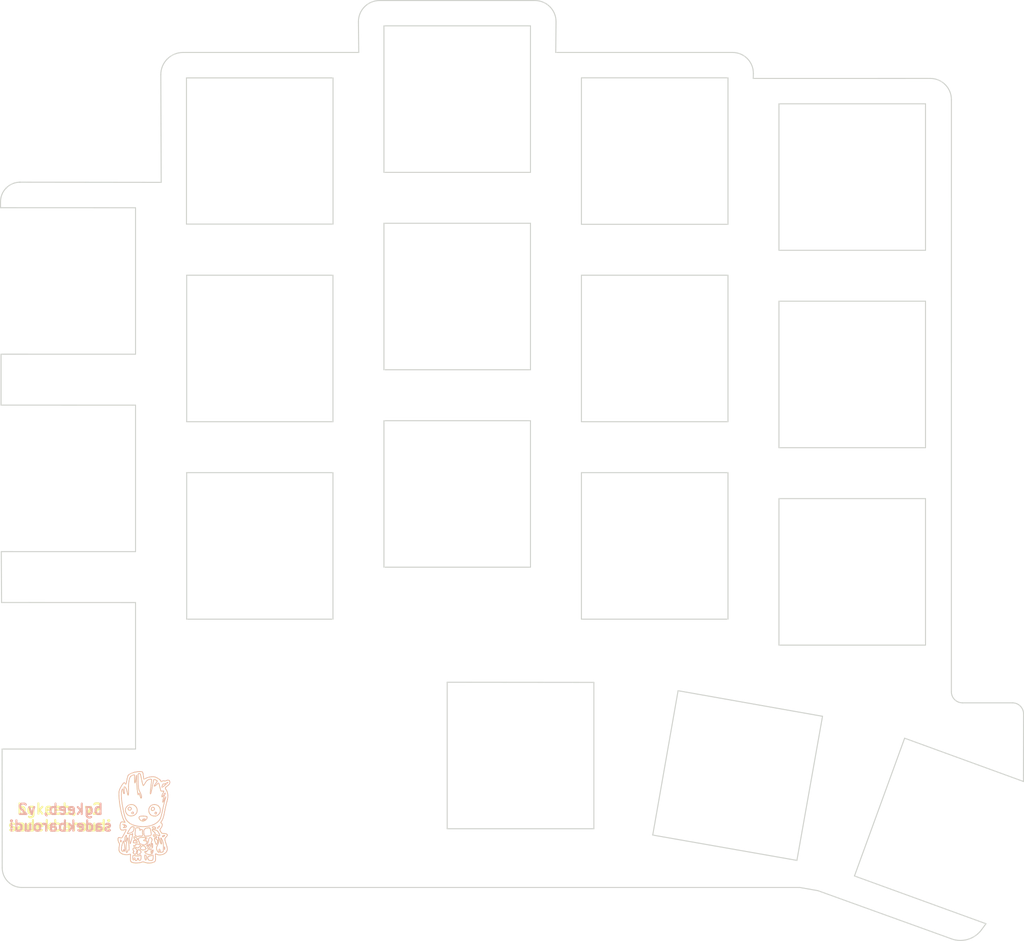
<source format=kicad_pcb>
(kicad_pcb (version 20171130) (host pcbnew "(5.1.10)-1")
  (layers (0 F.Cu signal) (31 B.Cu signal) (34 B.Paste user) (35 F.Paste user) (36 B.SilkS user) (37 F.SilkS user) (38 B.Mask user) (39 F.Mask user) (44 Edge.Cuts user))
  (net 0 "")
  (module MountingHole:MountingHole_2.2mm_M2 (layer F.Cu) (at 72.954593 94.668404)
    (fp_text reference "" (at 0 -4.2) (layer F.SilkS))
    (fp_text value MountingHole_2.2mm_M2)
    (pad 1 np_thru_hole circle (at 0 0) (size 2.2 2.2) (drill 2.2) (layers *.Cu *.Mask))
  )
  (module MountingHole:MountingHole_2.2mm_M2 (layer F.Cu) (at 127.564593 55.552404)
    (fp_text reference "" (at 0 -4.2) (layer F.SilkS))
    (fp_text value MountingHole_2.2mm_M2)
    (pad 1 np_thru_hole circle (at 0 0) (size 2.2 2.2) (drill 2.2) (layers *.Cu *.Mask))
  )
  (module MountingHole:MountingHole_2.2mm_M2 (layer F.Cu) (at 138.994593 97.716404)
    (fp_text reference "" (at 0 -4.2) (layer F.SilkS))
    (fp_text value MountingHole_2.2mm_M2)
    (pad 1 np_thru_hole circle (at 0 0) (size 2.2 2.2) (drill 2.2) (layers *.Cu *.Mask))
  )
  (module MountingHole:MountingHole_2.2mm_M2 (layer F.Cu) (at 70.668593 56.822404)
    (fp_text reference "" (at 0 -4.2) (layer F.SilkS))
    (fp_text value MountingHole_2.2mm_M2)
    (pad 1 np_thru_hole circle (at 0 0) (size 2.2 2.2) (drill 2.2) (layers *.Cu *.Mask))
  )
  (gr_curve (pts (xy 70.605385 106.741521) (xy 70.60963 106.746313) (xy 70.614525 106.751338) (xy 70.62101 106.752223)) (layer B.SilkS) (width 0.0625))
  (gr_curve (pts (xy 70.605828 106.700033) (xy 70.603615 106.713631) (xy 70.600828 106.728136) (xy 70.605385 106.741521)) (layer B.SilkS) (width 0.0625))
  (gr_curve (pts (xy 67.664605 108.786051) (xy 67.65377 108.752823) (xy 67.629005 108.726366) (xy 67.602573 108.704516)) (layer B.SilkS) (width 0.0625))
  (gr_line (start 71.157105 106.280731) (end 71.157105 106.280731) (layer B.SilkS) (width 0.0625))
  (gr_curve (pts (xy 71.030048 106.427751) (xy 71.075333 106.386256) (xy 71.120515 106.344648) (xy 71.162678 106.299916)) (layer B.SilkS) (width 0.0625))
  (gr_curve (pts (xy 67.866375 109.192068) (xy 67.862913 109.175246) (xy 67.854215 109.158291) (xy 67.83838 109.150141)) (layer B.SilkS) (width 0.0625))
  (gr_curve (pts (xy 70.729865 106.432656) (xy 70.713145 106.439016) (xy 70.702548 106.454521) (xy 70.692053 106.468241)) (layer B.SilkS) (width 0.0625))
  (gr_curve (pts (xy 67.696505 109.188733) (xy 67.685568 109.211363) (xy 67.69036 109.239933) (xy 67.706765 109.258786)) (layer B.SilkS) (width 0.0625))
  (gr_curve (pts (xy 67.83838 109.150141) (xy 67.822105 109.140426) (xy 67.802913 109.135871) (xy 67.783953 109.136521)) (layer B.SilkS) (width 0.0625))
  (gr_curve (pts (xy 71.168928 106.279281) (xy 71.16502 106.278501) (xy 71.16101 106.280286) (xy 71.157105 106.280731)) (layer B.SilkS) (width 0.0625))
  (gr_curve (pts (xy 67.706765 109.258786) (xy 67.728275 109.287016) (xy 67.761635 109.308421) (xy 67.798015 109.308188)) (layer B.SilkS) (width 0.0625))
  (gr_curve (pts (xy 67.783953 109.136521) (xy 67.749033 109.139098) (xy 67.713798 109.157381) (xy 67.696505 109.188733)) (layer B.SilkS) (width 0.0625))
  (gr_line (start 67.783953 109.136521) (end 67.783953 109.136521) (layer B.SilkS) (width 0.0625))
  (gr_curve (pts (xy 71.173043 106.285306) (xy 71.17372 106.281626) (xy 71.173615 106.278611) (xy 71.168928 106.279281)) (layer B.SilkS) (width 0.0625))
  (gr_curve (pts (xy 71.162678 106.299916) (xy 71.16614 106.295231) (xy 71.17161 106.290996) (xy 71.173043 106.285306)) (layer B.SilkS) (width 0.0625))
  (gr_curve (pts (xy 70.800255 106.628978) (xy 70.87812 106.563279) (xy 70.95463 106.496128) (xy 71.030048 106.427751)) (layer B.SilkS) (width 0.0625))
  (gr_curve (pts (xy 67.206245 108.632353) (xy 67.269838 108.552353) (xy 67.354058 108.488891) (xy 67.448875 108.450636)) (layer B.SilkS) (width 0.0625))
  (gr_line (start 69.72484 108.668161) (end 69.72484 108.668161) (layer B.SilkS) (width 0.0625))
  (gr_curve (pts (xy 67.467053 108.971988) (xy 67.4995 108.979593) (xy 67.5351 108.975688) (xy 67.56398 108.958501)) (layer B.SilkS) (width 0.0625))
  (gr_curve (pts (xy 70.637288 106.592838) (xy 70.625595 106.628086) (xy 70.61398 106.663668) (xy 70.605828 106.700033)) (layer B.SilkS) (width 0.0625))
  (gr_curve (pts (xy 70.992235 106.369634) (xy 70.949838 106.393838) (xy 70.904683 106.413583) (xy 70.857495 106.426298)) (layer B.SilkS) (width 0.0625))
  (gr_line (start 67.684448 108.406131) (end 67.684448 108.406131) (layer B.SilkS) (width 0.0625))
  (gr_curve (pts (xy 67.602573 108.704516) (xy 67.572678 108.680193) (xy 67.534865 108.664568) (xy 67.495933 108.665478)) (layer B.SilkS) (width 0.0625))
  (gr_curve (pts (xy 67.448875 108.450636) (xy 67.52338 108.420296) (xy 67.603798 108.404228) (xy 67.684448 108.406131)) (layer B.SilkS) (width 0.0625))
  (gr_curve (pts (xy 67.366558 108.893238) (xy 67.389293 108.930063) (xy 67.424213 108.961626) (xy 67.467053 108.971988)) (layer B.SilkS) (width 0.0625))
  (gr_curve (pts (xy 67.485463 108.665921) (xy 67.425438 108.671156) (xy 67.369658 108.713656) (xy 67.35114 108.771338)) (layer B.SilkS) (width 0.0625))
  (gr_curve (pts (xy 70.62101 106.752223) (xy 70.642548 106.749333) (xy 70.66062 106.736183) (xy 70.678563 106.724803)) (layer B.SilkS) (width 0.0625))
  (gr_curve (pts (xy 70.779058 106.432211) (xy 70.763015 106.428418) (xy 70.745595 106.426298) (xy 70.729865 106.432656)) (layer B.SilkS) (width 0.0625))
  (gr_curve (pts (xy 67.35114 108.771338) (xy 67.339995 108.811808) (xy 67.343668 108.857433) (xy 67.366558 108.893238)) (layer B.SilkS) (width 0.0625))
  (gr_curve (pts (xy 67.56398 108.958501) (xy 67.607025 108.933968) (xy 67.639943 108.893813) (xy 67.660125 108.848968)) (layer B.SilkS) (width 0.0625))
  (gr_curve (pts (xy 71.157105 106.280731) (xy 71.09864 106.303598) (xy 71.046453 106.338736) (xy 70.992235 106.369634)) (layer B.SilkS) (width 0.0625))
  (gr_curve (pts (xy 70.692053 106.468241) (xy 70.665855 106.505718) (xy 70.652235 106.550003) (xy 70.637288 106.592838)) (layer B.SilkS) (width 0.0625))
  (gr_curve (pts (xy 70.857495 106.426298) (xy 70.831948 106.432656) (xy 70.805178 106.437901) (xy 70.779058 106.432211)) (layer B.SilkS) (width 0.0625))
  (gr_curve (pts (xy 67.798015 109.308188) (xy 67.815855 109.307641) (xy 67.834033 109.299386) (xy 67.843408 109.283656)) (layer B.SilkS) (width 0.0625))
  (gr_curve (pts (xy 67.660125 108.848968) (xy 67.668615 108.829333) (xy 67.67252 108.806468) (xy 67.664605 108.786051)) (layer B.SilkS) (width 0.0625))
  (gr_curve (pts (xy 70.678563 106.724803) (xy 70.721298 106.695793) (xy 70.760437 106.661886) (xy 70.800255 106.628978)) (layer B.SilkS) (width 0.0625))
  (gr_curve (pts (xy 67.495933 108.665478) (xy 67.49247 108.665478) (xy 67.4889 108.665818) (xy 67.485463 108.665921)) (layer B.SilkS) (width 0.0625))
  (gr_curve (pts (xy 67.843408 109.283656) (xy 67.861583 109.257328) (xy 67.872288 109.224098) (xy 67.866375 109.192068)) (layer B.SilkS) (width 0.0625))
  (gr_curve (pts (xy 67.100958 108.856546) (xy 67.117678 108.774906) (xy 67.153928 108.697251) (xy 67.206245 108.632353)) (layer B.SilkS) (width 0.0625))
  (gr_line (start 67.485463 108.665921) (end 67.485463 108.665921) (layer B.SilkS) (width 0.0625))
  (gr_curve (pts (xy 69.995908 109.147901) (xy 69.964005 109.154933) (xy 69.93812 109.182381) (xy 69.93187 109.214281)) (layer B.SilkS) (width 0.0625))
  (gr_curve (pts (xy 68.747808 109.863473) (xy 68.744135 109.868266) (xy 68.7476 109.873734) (xy 68.748928 109.878761)) (layer B.SilkS) (width 0.0625))
  (gr_curve (pts (xy 70.234058 108.527718) (xy 70.30635 108.584256) (xy 70.365673 108.658108) (xy 70.402495 108.742328)) (layer B.SilkS) (width 0.0625))
  (gr_curve (pts (xy 69.889605 108.408578) (xy 70.013095 108.410818) (xy 70.135673 108.452876) (xy 70.234058 108.527718)) (layer B.SilkS) (width 0.0625))
  (gr_curve (pts (xy 68.412963 109.738421) (xy 68.40114 109.701051) (xy 68.397443 109.659463) (xy 68.410828 109.622093)) (layer B.SilkS) (width 0.0625))
  (gr_line (start 68.404033 105.436106) (end 68.404033 105.436106) (layer B.SilkS) (width 0.0625))
  (gr_curve (pts (xy 69.175933 109.620426) (xy 69.185308 109.669281) (xy 69.17226 109.719568) (xy 69.151063 109.763631)) (layer B.SilkS) (width 0.0625))
  (gr_curve (pts (xy 68.410828 109.622093) (xy 68.420645 109.595323) (xy 68.44174 109.573786) (xy 68.466845 109.560973)) (layer B.SilkS) (width 0.0625))
  (gr_curve (pts (xy 67.872418 109.471286) (xy 67.765438 109.509203) (xy 67.649213 109.517901) (xy 67.537 109.502613)) (layer B.SilkS) (width 0.0625))
  (gr_curve (pts (xy 68.140775 109.264698) (xy 68.076975 109.360401) (xy 67.980725 109.433343) (xy 67.872418 109.471286)) (layer B.SilkS) (width 0.0625))
  (gr_curve (pts (xy 67.09773 109.044958) (xy 67.086115 108.982823) (xy 67.088355 108.918448) (xy 67.100958 108.856546)) (layer B.SilkS) (width 0.0625))
  (gr_curve (pts (xy 68.829683 109.998996) (xy 68.78976 110.006911) (xy 68.748275 110.004698) (xy 68.70877 109.995323)) (layer B.SilkS) (width 0.0625))
  (gr_line (start 68.803823 109.524488) (end 68.803823 109.524488) (layer B.SilkS) (width 0.0625))
  (gr_curve (pts (xy 67.18562 109.264698) (xy 67.143458 109.197536) (xy 67.112208 109.123031) (xy 67.09773 109.044958)) (layer B.SilkS) (width 0.0625))
  (gr_curve (pts (xy 67.360413 109.444073) (xy 67.28825 109.400218) (xy 67.22989 109.336078) (xy 67.18562 109.264698)) (layer B.SilkS) (width 0.0625))
  (gr_curve (pts (xy 67.537 109.502613) (xy 67.475413 109.493708) (xy 67.413615 109.477406) (xy 67.360413 109.444073)) (layer B.SilkS) (width 0.0625))
  (gr_curve (pts (xy 68.466845 109.560973) (xy 68.502418 109.542901) (xy 68.542678 109.538656) (xy 68.581505 109.533733)) (layer B.SilkS) (width 0.0625))
  (gr_curve (pts (xy 68.227573 108.985948) (xy 68.22489 109.084438) (xy 68.19601 109.182718) (xy 68.140775 109.264698)) (layer B.SilkS) (width 0.0625))
  (gr_curve (pts (xy 68.924163 109.893814) (xy 68.94002 109.887223) (xy 68.954838 109.876963) (xy 68.963875 109.862016)) (layer B.SilkS) (width 0.0625))
  (gr_curve (pts (xy 68.70877 109.995323) (xy 68.647105 109.980713) (xy 68.58786 109.953943) (xy 68.53812 109.914228)) (layer B.SilkS) (width 0.0625))
  (gr_curve (pts (xy 68.142913 108.682433) (xy 68.199135 108.772666) (xy 68.231245 108.879203) (xy 68.227573 108.985948)) (layer B.SilkS) (width 0.0625))
  (gr_curve (pts (xy 67.981715 108.508188) (xy 68.045645 108.555608) (xy 68.100515 108.615166) (xy 68.142913 108.682433)) (layer B.SilkS) (width 0.0625))
  (gr_curve (pts (xy 67.684448 108.406131) (xy 67.790855 108.408683) (xy 67.896845 108.443603) (xy 67.981715 108.508188)) (layer B.SilkS) (width 0.0625))
  (gr_line (start 69.995908 109.147901) (end 69.995908 109.147901) (layer B.SilkS) (width 0.0625))
  (gr_curve (pts (xy 70.28325 109.357953) (xy 70.23661 109.404126) (xy 70.188095 109.449983) (xy 70.129995 109.481546)) (layer B.SilkS) (width 0.0625))
  (gr_curve (pts (xy 70.402495 108.742328) (xy 70.439422 108.825766) (xy 70.45135 108.918343) (xy 70.447678 109.008916)) (layer B.SilkS) (width 0.0625))
  (gr_curve (pts (xy 68.748928 109.878761) (xy 68.753952 109.891703) (xy 68.765333 109.901728) (xy 68.778928 109.904958)) (layer B.SilkS) (width 0.0625))
  (gr_curve (pts (xy 68.940333 109.782041) (xy 68.889135 109.785271) (xy 68.83963 109.802121) (xy 68.794005 109.824881)) (layer B.SilkS) (width 0.0625))
  (gr_curve (pts (xy 69.81799 108.697718) (xy 69.79088 108.678733) (xy 69.758095 108.667483) (xy 69.72484 108.668161)) (layer B.SilkS) (width 0.0625))
  (gr_curve (pts (xy 69.891505 108.815166) (xy 69.88502 108.767978) (xy 69.8576 108.724256) (xy 69.81799 108.697718)) (layer B.SilkS) (width 0.0625))
  (gr_curve (pts (xy 69.49351 109.372458) (xy 69.431818 109.308188) (xy 69.388095 109.227771) (xy 69.363328 109.142433)) (layer B.SilkS) (width 0.0625))
  (gr_curve (pts (xy 69.354735 108.817746) (xy 69.3776 108.731728) (xy 69.420438 108.650871) (xy 69.48023 108.584723)) (layer B.SilkS) (width 0.0625))
  (gr_curve (pts (xy 68.982833 109.806808) (xy 68.98174 109.799906) (xy 68.979943 109.791521) (xy 68.973588 109.787848)) (layer B.SilkS) (width 0.0625))
  (gr_curve (pts (xy 69.152625 109.569098) (xy 69.167678 109.581703) (xy 69.171793 109.602121) (xy 69.175933 109.620426)) (layer B.SilkS) (width 0.0625))
  (gr_curve (pts (xy 69.85062 108.930506) (xy 69.880048 108.900506) (xy 69.897963 108.857433) (xy 69.891505 108.815166)) (layer B.SilkS) (width 0.0625))
  (gr_curve (pts (xy 69.60773 108.740218) (xy 69.57773 108.788291) (xy 69.565908 108.848291) (xy 69.578043 108.903838)) (layer B.SilkS) (width 0.0625))
  (gr_curve (pts (xy 69.724838 108.668161) (xy 69.676765 108.669698) (xy 69.631583 108.698813) (xy 69.60773 108.740218)) (layer B.SilkS) (width 0.0625))
  (gr_curve (pts (xy 69.363328 109.142433) (xy 69.332105 109.037588) (xy 69.327288 108.924046) (xy 69.354735 108.817746)) (layer B.SilkS) (width 0.0625))
  (gr_line (start 69.889605 108.408578) (end 69.889605 108.408578) (layer B.SilkS) (width 0.0625))
  (gr_curve (pts (xy 70.09161 109.263241) (xy 70.100985 109.237381) (xy 70.098408 109.206026) (xy 70.08002 109.184723)) (layer B.SilkS) (width 0.0625))
  (gr_curve (pts (xy 69.48023 108.584723) (xy 69.535333 108.522693) (xy 69.60515 108.473501) (xy 69.68312 108.444621)) (layer B.SilkS) (width 0.0625))
  (gr_curve (pts (xy 68.963875 109.862016) (xy 68.974918 109.845843) (xy 68.983615 109.826781) (xy 68.982833 109.806808)) (layer B.SilkS) (width 0.0625))
  (gr_curve (pts (xy 70.028145 109.324386) (xy 70.055463 109.312433) (xy 70.080673 109.291703) (xy 70.09161 109.263241)) (layer B.SilkS) (width 0.0625))
  (gr_curve (pts (xy 69.965568 109.314776) (xy 69.983408 109.326833) (xy 70.007625 109.333631) (xy 70.028145 109.324386)) (layer B.SilkS) (width 0.0625))
  (gr_curve (pts (xy 68.581505 109.533733) (xy 68.65536 109.525478) (xy 68.72963 109.523916) (xy 68.803823 109.524488)) (layer B.SilkS) (width 0.0625))
  (gr_line (start 68.940333 109.782041) (end 68.940333 109.782041) (layer B.SilkS) (width 0.0625))
  (gr_curve (pts (xy 68.973588 109.787848) (xy 68.963328 109.782483) (xy 68.95161 109.781598) (xy 68.940333 109.782041)) (layer B.SilkS) (width 0.0625))
  (gr_curve (pts (xy 68.794005 109.824881) (xy 68.776375 109.834358) (xy 68.756975 109.844621) (xy 68.747808 109.863473)) (layer B.SilkS) (width 0.0625))
  (gr_curve (pts (xy 68.53812 109.914228) (xy 68.481115 109.868943) (xy 68.435385 109.808031) (xy 68.412963 109.738421)) (layer B.SilkS) (width 0.0625))
  (gr_curve (pts (xy 69.68312 108.444621) (xy 69.748823 108.419621) (xy 69.819318 108.407121) (xy 69.889605 108.408578)) (layer B.SilkS) (width 0.0625))
  (gr_curve (pts (xy 69.151063 109.763631) (xy 69.11536 109.840506) (xy 69.054345 109.906416) (xy 68.9776 109.943108)) (layer B.SilkS) (width 0.0625))
  (gr_curve (pts (xy 70.412963 109.193083) (xy 70.382183 109.256678) (xy 70.33265 109.308318) (xy 70.28325 109.357953)) (layer B.SilkS) (width 0.0625))
  (gr_curve (pts (xy 69.653458 109.481208) (xy 69.592338 109.458683) (xy 69.538563 109.419073) (xy 69.49351 109.372458)) (layer B.SilkS) (width 0.0625))
  (gr_curve (pts (xy 69.800255 109.511313) (xy 69.750725 109.505088) (xy 69.700985 109.497276) (xy 69.653458 109.481208)) (layer B.SilkS) (width 0.0625))
  (gr_curve (pts (xy 68.778928 109.904958) (xy 68.826688 109.918813) (xy 68.878668 109.912433) (xy 68.924163 109.893814)) (layer B.SilkS) (width 0.0625))
  (gr_curve (pts (xy 69.992547 109.519568) (xy 69.928433 109.523916) (xy 69.864058 109.518786) (xy 69.800255 109.511313)) (layer B.SilkS) (width 0.0625))
  (gr_curve (pts (xy 70.447678 109.008916) (xy 70.445645 109.071391) (xy 70.440073 109.135738) (xy 70.412963 109.193083)) (layer B.SilkS) (width 0.0625))
  (gr_curve (pts (xy 69.71648 108.986728) (xy 69.765465 108.983031) (xy 69.815543 108.966078) (xy 69.85062 108.930506)) (layer B.SilkS) (width 0.0625))
  (gr_curve (pts (xy 70.129995 109.481546) (xy 70.087703 109.504176) (xy 70.040413 109.517016) (xy 69.992547 109.519568)) (layer B.SilkS) (width 0.0625))
  (gr_curve (pts (xy 68.9776 109.943108) (xy 68.930413 109.966651) (xy 68.881663 109.988733) (xy 68.829683 109.998996)) (layer B.SilkS) (width 0.0625))
  (gr_curve (pts (xy 69.60851 108.958058) (xy 69.638615 108.982146) (xy 69.678668 108.990401) (xy 69.71648 108.986728)) (layer B.SilkS) (width 0.0625))
  (gr_curve (pts (xy 69.578043 108.903838) (xy 69.583198 108.924046) (xy 69.590775 108.945558) (xy 69.60851 108.958058)) (layer B.SilkS) (width 0.0625))
  (gr_curve (pts (xy 70.08002 109.184723) (xy 70.060385 109.159621) (xy 70.028355 109.141991) (xy 69.995908 109.147901)) (layer B.SilkS) (width 0.0625))
  (gr_curve (pts (xy 69.93187 109.214281) (xy 69.923275 109.250426) (xy 69.934995 109.292353) (xy 69.965568 109.314776)) (layer B.SilkS) (width 0.0625))
  (gr_curve (pts (xy 69.885595 106.564506) (xy 69.920958 106.495233) (xy 69.971688 106.435559) (xy 70.018538 106.373873)) (layer B.SilkS) (width 0.0625))
  (gr_curve (pts (xy 70.216663 106.376438) (xy 70.187548 106.400311) (xy 70.162678 106.428866) (xy 70.135333 106.454853)) (layer B.SilkS) (width 0.0625))
  (gr_curve (pts (xy 70.481793 107.023396) (xy 70.461168 106.952251) (xy 70.444553 106.879853) (xy 70.426583 106.807901)) (layer B.SilkS) (width 0.0625))
  (gr_curve (pts (xy 70.579528 107.131156) (xy 70.556193 107.131496) (xy 70.530542 107.123916) (xy 70.516817 107.103838)) (layer B.SilkS) (width 0.0625))
  (gr_curve (pts (xy 70.695308 107.339203) (xy 70.724188 107.290218) (xy 70.75463 107.241598) (xy 70.774058 107.187928)) (layer B.SilkS) (width 0.0625))
  (gr_curve (pts (xy 70.71213 107.112093) (xy 70.667418 107.114438) (xy 70.624345 107.129491) (xy 70.579528 107.131156)) (layer B.SilkS) (width 0.0625))
  (gr_curve (pts (xy 70.736793 107.547223) (xy 70.71437 107.581703) (xy 70.691168 107.615818) (xy 70.664293 107.646833)) (layer B.SilkS) (width 0.0625))
  (gr_curve (pts (xy 70.774058 107.187928) (xy 70.779293 107.171546) (xy 70.784865 107.153473) (xy 70.779293 107.136521)) (layer B.SilkS) (width 0.0625))
  (gr_curve (pts (xy 69.08825 109.547693) (xy 69.110333 109.552381) (xy 69.133328 109.556833) (xy 69.152625 109.569098)) (layer B.SilkS) (width 0.0625))
  (gr_curve (pts (xy 68.803823 109.524488) (xy 68.898953 109.526261) (xy 68.994448 109.530166) (xy 69.08825 109.547693)) (layer B.SilkS) (width 0.0625))
  (gr_line (start 66.859683 110.311781) (end 66.859683 110.311781) (layer B.SilkS) (width 0.0625))
  (gr_curve (pts (xy 70.60963 107.664671) (xy 70.597573 107.649516) (xy 70.594683 107.629203) (xy 70.594918 107.610348)) (layer B.SilkS) (width 0.0625))
  (gr_curve (pts (xy 69.477783 105.975653) (xy 69.38286 105.982791) (xy 69.28859 106.014026) (xy 69.212418 106.071918)) (layer B.SilkS) (width 0.0625))
  (gr_curve (pts (xy 70.11135 106.110176) (xy 70.066168 106.075041) (xy 70.01575 106.047379) (xy 69.964553 106.022281)) (layer B.SilkS) (width 0.0625))
  (gr_curve (pts (xy 70.152418 106.172643) (xy 70.15609 106.164278) (xy 70.154083 106.155021) (xy 70.14984 106.147211)) (layer B.SilkS) (width 0.0625))
  (gr_curve (pts (xy 70.516817 107.103838) (xy 70.5001 107.079621) (xy 70.490725 107.051286) (xy 70.481793 107.023396)) (layer B.SilkS) (width 0.0625))
  (gr_curve (pts (xy 70.779293 107.136521) (xy 70.776948 107.129488) (xy 70.771375 107.124358) (xy 70.76536 107.120348)) (layer B.SilkS) (width 0.0625))
  (gr_curve (pts (xy 69.82713 106.003538) (xy 69.811063 106.052731) (xy 69.801583 106.103709) (xy 69.78976 106.154016)) (layer B.SilkS) (width 0.0625))
  (gr_curve (pts (xy 70.299528 106.373091) (xy 70.291948 106.361493) (xy 70.28002 106.351341) (xy 70.265515 106.351341)) (layer B.SilkS) (width 0.0625))
  (gr_curve (pts (xy 70.594918 107.610348) (xy 70.595803 107.574438) (xy 70.60562 107.539516) (xy 70.616323 107.505506)) (layer B.SilkS) (width 0.0625))
  (gr_curve (pts (xy 68.474423 105.442798) (xy 68.451765 105.435326) (xy 68.427573 105.436106) (xy 68.404033 105.436106)) (layer B.SilkS) (width 0.0625))
  (gr_curve (pts (xy 69.873095 106.635336) (xy 69.869735 106.632326) (xy 69.866948 106.629088) (xy 69.86752 106.624293)) (layer B.SilkS) (width 0.0625))
  (gr_curve (pts (xy 68.5245 105.490876) (xy 68.51312 105.470573) (xy 68.497625 105.450048) (xy 68.474423 105.442798)) (layer B.SilkS) (width 0.0625))
  (gr_curve (pts (xy 68.80872 106.579451) (xy 68.78463 106.551341) (xy 68.773355 106.515423) (xy 68.761663 106.480956)) (layer B.SilkS) (width 0.0625))
  (gr_curve (pts (xy 68.829578 106.579786) (xy 68.825908 106.582238) (xy 68.822783 106.586368) (xy 68.81786 106.584358)) (layer B.SilkS) (width 0.0625))
  (gr_curve (pts (xy 68.556403 105.573976) (xy 68.548145 105.545533) (xy 68.539005 105.516976) (xy 68.5245 105.490876)) (layer B.SilkS) (width 0.0625))
  (gr_curve (pts (xy 68.899735 106.493226) (xy 68.878432 106.523681) (xy 68.856793 106.554243) (xy 68.829578 106.579786)) (layer B.SilkS) (width 0.0625))
  (gr_curve (pts (xy 69.889265 106.640801) (xy 69.883458 106.641136) (xy 69.877548 106.638683) (xy 69.873095 106.635336)) (layer B.SilkS) (width 0.0625))
  (gr_curve (pts (xy 68.610283 105.809673) (xy 68.594345 105.730698) (xy 68.577938 105.651723) (xy 68.556403 105.573976)) (layer B.SilkS) (width 0.0625))
  (gr_curve (pts (xy 68.692938 106.220721) (xy 68.662365 106.084299) (xy 68.63773 105.946651) (xy 68.610283 105.809673)) (layer B.SilkS) (width 0.0625))
  (gr_curve (pts (xy 70.018538 106.373873) (xy 70.05247 106.329813) (xy 70.084918 106.284636) (xy 70.11536 106.238231)) (layer B.SilkS) (width 0.0625))
  (gr_curve (pts (xy 69.212418 106.071918) (xy 69.127288 106.135501) (xy 69.060828 106.220721) (xy 69.008953 106.312856)) (layer B.SilkS) (width 0.0625))
  (gr_curve (pts (xy 68.761663 106.480956) (xy 68.73377 106.395626) (xy 68.712913 106.308171) (xy 68.692938 106.220721)) (layer B.SilkS) (width 0.0625))
  (gr_curve (pts (xy 68.81786 106.584358) (xy 68.813745 106.584696) (xy 68.810725 106.583021) (xy 68.80872 106.579451)) (layer B.SilkS) (width 0.0625))
  (gr_curve (pts (xy 69.619215 106.013133) (xy 69.61687 106.003431) (xy 69.61062 105.994506) (xy 69.60114 105.990823)) (layer B.SilkS) (width 0.0625))
  (gr_curve (pts (xy 69.008953 106.312856) (xy 68.974813 106.374318) (xy 68.93989 106.435446) (xy 68.899735 106.493226)) (layer B.SilkS) (width 0.0625))
  (gr_curve (pts (xy 69.5245 107.367198) (xy 69.521845 107.372433) (xy 69.51838 107.378683) (xy 69.512235 107.380011)) (layer B.SilkS) (width 0.0625))
  (gr_curve (pts (xy 70.14984 106.147211) (xy 70.140465 106.131818) (xy 70.12497 106.121556) (xy 70.11135 106.110176)) (layer B.SilkS) (width 0.0625))
  (gr_curve (pts (xy 69.866168 105.985468) (xy 69.85635 105.983686) (xy 69.8451 105.981678) (xy 69.836168 105.986919)) (layer B.SilkS) (width 0.0625))
  (gr_curve (pts (xy 70.11536 106.238231) (xy 70.12864 106.216926) (xy 70.142703 106.195846) (xy 70.152418 106.172643)) (layer B.SilkS) (width 0.0625))
  (gr_curve (pts (xy 70.426583 106.807901) (xy 70.40036 106.701261) (xy 70.37562 106.594176) (xy 70.34549 106.488541)) (layer B.SilkS) (width 0.0625))
  (gr_curve (pts (xy 69.60114 105.990823) (xy 69.56312 105.971414) (xy 69.519163 105.972753) (xy 69.477783 105.975653)) (layer B.SilkS) (width 0.0625))
  (gr_curve (pts (xy 69.78976 106.154016) (xy 69.761428 106.281736) (xy 69.736115 106.409901) (xy 69.71114 106.538291)) (layer B.SilkS) (width 0.0625))
  (gr_curve (pts (xy 70.265515 106.351341) (xy 70.246428 106.351898) (xy 70.231038 106.365171) (xy 70.216663 106.376438)) (layer B.SilkS) (width 0.0625))
  (gr_curve (pts (xy 70.76536 107.120348) (xy 70.74984 107.109621) (xy 70.729995 107.111521) (xy 70.71213 107.112093)) (layer B.SilkS) (width 0.0625))
  (gr_curve (pts (xy 69.617208 106.050391) (xy 69.617885 106.038008) (xy 69.621115 106.025403) (xy 69.619215 106.013133)) (layer B.SilkS) (width 0.0625))
  (gr_curve (pts (xy 69.48213 107.344646) (xy 69.476323 107.309073) (xy 69.47911 107.272926) (xy 69.480908 107.237121)) (layer B.SilkS) (width 0.0625))
  (gr_curve (pts (xy 69.568355 106.466681) (xy 69.585308 106.328028) (xy 69.602028 106.189263) (xy 69.617208 106.050391)) (layer B.SilkS) (width 0.0625))
  (gr_curve (pts (xy 70.616323 107.505506) (xy 70.635385 107.446938) (xy 70.663408 107.391728) (xy 70.695308 107.339203)) (layer B.SilkS) (width 0.0625))
  (gr_curve (pts (xy 69.86752 106.624293) (xy 69.866063 106.602986) (xy 69.876895 106.583356) (xy 69.885595 106.564506)) (layer B.SilkS) (width 0.0625))
  (gr_curve (pts (xy 70.664293 107.646833) (xy 70.65536 107.656416) (xy 70.646453 107.667458) (xy 70.634058 107.672276)) (layer B.SilkS) (width 0.0625))
  (gr_curve (pts (xy 69.509683 106.946103) (xy 69.528303 106.786156) (xy 69.548953 106.626523) (xy 69.568355 106.466681)) (layer B.SilkS) (width 0.0625))
  (gr_curve (pts (xy 69.480908 107.237121) (xy 69.487028 107.139853) (xy 69.498745 107.042926) (xy 69.509683 106.946103)) (layer B.SilkS) (width 0.0625))
  (gr_curve (pts (xy 69.496505 107.376001) (xy 69.487158 107.368526) (xy 69.484683 107.355818) (xy 69.48213 107.344646)) (layer B.SilkS) (width 0.0625))
  (gr_curve (pts (xy 69.659918 106.806546) (xy 69.631038 106.953578) (xy 69.600255 107.100478) (xy 69.562783 107.245608)) (layer B.SilkS) (width 0.0625))
  (gr_curve (pts (xy 69.836168 105.986919) (xy 69.83161 105.991603) (xy 69.828693 105.997183) (xy 69.82713 106.003538)) (layer B.SilkS) (width 0.0625))
  (gr_curve (pts (xy 70.135333 106.454853) (xy 70.08135 106.508286) (xy 70.02614 106.561381) (xy 69.963433 106.604661)) (layer B.SilkS) (width 0.0625))
  (gr_curve (pts (xy 70.34549 106.488541) (xy 70.33377 106.448718) (xy 70.322078 106.408118) (xy 70.299528 106.373091)) (layer B.SilkS) (width 0.0625))
  (gr_curve (pts (xy 69.562783 107.245608) (xy 69.551505 107.286546) (xy 69.541583 107.328136) (xy 69.5245 107.367198)) (layer B.SilkS) (width 0.0625))
  (gr_curve (pts (xy 70.634058 107.672276) (xy 70.625255 107.673161) (xy 70.616323 107.670583) (xy 70.60963 107.664671)) (layer B.SilkS) (width 0.0625))
  (gr_curve (pts (xy 69.963433 106.604661) (xy 69.940568 106.619943) (xy 69.917053 106.636673) (xy 69.889265 106.640801)) (layer B.SilkS) (width 0.0625))
  (gr_curve (pts (xy 69.512235 107.380011) (xy 69.506895 107.381363) (xy 69.50075 107.379358) (xy 69.496505 107.376001)) (layer B.SilkS) (width 0.0625))
  (gr_curve (pts (xy 69.71114 106.538291) (xy 69.693953 106.627641) (xy 69.67734 106.717223) (xy 69.659918 106.806546)) (layer B.SilkS) (width 0.0625))
  (gr_curve (pts (xy 69.964553 106.022281) (xy 69.932885 106.007333) (xy 69.900413 105.993278) (xy 69.866168 105.985468)) (layer B.SilkS) (width 0.0625))
  (gr_curve (pts (xy 70.205958 110.079646) (xy 70.285255 110.006703) (xy 70.35575 109.923813) (xy 70.411975 109.831678)) (layer B.SilkS) (width 0.0625))
  (gr_curve (pts (xy 66.98885 107.292458) (xy 66.98773 107.313318) (xy 66.98739 107.334828) (xy 66.979475 107.354358)) (layer B.SilkS) (width 0.0625))
  (gr_curve (pts (xy 66.757495 106.987823) (xy 66.72984 107.039358) (xy 66.720125 107.097926) (xy 66.711323 107.155141)) (layer B.SilkS) (width 0.0625))
  (gr_curve (pts (xy 67.30252 107.400766) (xy 67.28088 107.322016) (xy 67.266923 107.241468) (xy 67.251323 107.161286)) (layer B.SilkS) (width 0.0625))
  (gr_curve (pts (xy 66.88523 107.199646) (xy 66.87049 107.138968) (xy 66.863145 107.076938) (xy 66.852548 107.015376)) (layer B.SilkS) (width 0.0625))
  (gr_curve (pts (xy 66.80325 106.930608) (xy 66.782833 106.944646) (xy 66.769553 106.966626) (xy 66.757495 106.987823)) (layer B.SilkS) (width 0.0625))
  (gr_curve (pts (xy 66.852548 107.015376) (xy 66.847755 106.990063) (xy 66.843173 106.964281) (xy 66.83325 106.940296)) (layer B.SilkS) (width 0.0625))
  (gr_curve (pts (xy 66.980933 106.709958) (xy 66.973458 106.720323) (xy 66.97234 106.733396) (xy 66.969995 106.745531)) (layer B.SilkS) (width 0.0625))
  (gr_curve (pts (xy 67.11635 109.775011) (xy 67.15562 109.856886) (xy 67.204475 109.934751) (xy 67.265595 110.002121)) (layer B.SilkS) (width 0.0625))
  (gr_curve (pts (xy 70.67489 108.921363) (xy 70.697653 108.809593) (xy 70.719943 108.697718) (xy 70.744163 108.586156)) (layer B.SilkS) (width 0.0625))
  (gr_curve (pts (xy 66.873408 108.891363) (xy 66.910203 109.071156) (xy 66.947573 109.250973) (xy 66.995203 109.428213)) (layer B.SilkS) (width 0.0625))
  (gr_curve (pts (xy 66.969995 107.363733) (xy 66.96398 107.365741) (xy 66.957183 107.363631) (xy 66.952158 107.360063)) (layer B.SilkS) (width 0.0625))
  (gr_curve (pts (xy 70.962 107.686001) (xy 70.946948 107.690116) (xy 70.934447 107.700608) (xy 70.925985 107.713526)) (layer B.SilkS) (width 0.0625))
  (gr_curve (pts (xy 69.798693 110.342121) (xy 69.946168 110.275088) (xy 70.086375 110.189411) (xy 70.205958 110.079646)) (layer B.SilkS) (width 0.0625))
  (gr_curve (pts (xy 70.861505 108.082746) (xy 70.877443 108.021963) (xy 70.893615 107.961183) (xy 70.915255 107.902171)) (layer B.SilkS) (width 0.0625))
  (gr_curve (pts (xy 66.966533 106.913968) (xy 66.971115 107.040246) (xy 66.991193 107.165843) (xy 66.98885 107.292458)) (layer B.SilkS) (width 0.0625))
  (gr_curve (pts (xy 66.83325 106.940296) (xy 66.83002 106.933838) (xy 66.825673 106.926131) (xy 66.817625 106.925688)) (layer B.SilkS) (width 0.0625))
  (gr_curve (pts (xy 66.995203 109.428213) (xy 67.027235 109.546468) (xy 67.063798 109.664151) (xy 67.11635 109.775011)) (layer B.SilkS) (width 0.0625))
  (gr_curve (pts (xy 67.053433 106.731703) (xy 67.036923 106.717876) (xy 67.01752 106.706053) (xy 66.995985 106.702933)) (layer B.SilkS) (width 0.0625))
  (gr_curve (pts (xy 66.952158 107.360063) (xy 66.940543 107.350558) (xy 66.934423 107.336286) (xy 66.927288 107.323473)) (layer B.SilkS) (width 0.0625))
  (gr_curve (pts (xy 70.852913 107.364516) (xy 70.80786 107.421183) (xy 70.77661 107.486991) (xy 70.736793 107.547223)) (layer B.SilkS) (width 0.0625))
  (gr_curve (pts (xy 70.700437 107.992746) (xy 70.720385 107.892353) (xy 70.747625 107.793291) (xy 70.77984 107.696131)) (layer B.SilkS) (width 0.0625))
  (gr_curve (pts (xy 70.688823 108.177353) (xy 70.67924 108.158708) (xy 70.68213 108.136963) (xy 70.682573 108.116781)) (layer B.SilkS) (width 0.0625))
  (gr_curve (pts (xy 70.69752 108.185271) (xy 70.692625 108.187171) (xy 70.69161 108.180141) (xy 70.688823 108.177353)) (layer B.SilkS) (width 0.0625))
  (gr_curve (pts (xy 68.555958 110.533318) (xy 68.700413 110.544906) (xy 68.84575 110.546573) (xy 68.990438 110.537536)) (layer B.SilkS) (width 0.0625))
  (gr_curve (pts (xy 70.478563 109.693578) (xy 70.51739 109.581366) (xy 70.54739 109.466496) (xy 70.576845 109.351468)) (layer B.SilkS) (width 0.0625))
  (gr_curve (pts (xy 70.860933 107.839021) (xy 70.838303 107.892693) (xy 70.819683 107.948006) (xy 70.800385 108.003006)) (layer B.SilkS) (width 0.0625))
  (gr_curve (pts (xy 66.711323 107.155141) (xy 66.696038 107.263108) (xy 66.694605 107.372536) (xy 66.695698 107.481521)) (layer B.SilkS) (width 0.0625))
  (gr_curve (pts (xy 68.990438 110.537536) (xy 69.125515 110.529073) (xy 69.260153 110.510661) (xy 69.391765 110.478866)) (layer B.SilkS) (width 0.0625))
  (gr_curve (pts (xy 68.02489 110.443188) (xy 68.198563 110.489803) (xy 68.376818 110.518683) (xy 68.555958 110.533318)) (layer B.SilkS) (width 0.0625))
  (gr_curve (pts (xy 70.907913 107.317666) (xy 70.884033 107.325141) (xy 70.868303 107.346103) (xy 70.852913 107.364516)) (layer B.SilkS) (width 0.0625))
  (gr_curve (pts (xy 66.995985 106.702933) (xy 66.990178 106.703156) (xy 66.984058 106.704828) (xy 66.980933 106.709958)) (layer B.SilkS) (width 0.0625))
  (gr_curve (pts (xy 67.518145 110.220766) (xy 67.566765 110.255453) (xy 67.618198 110.286131) (xy 67.671845 110.312458)) (layer B.SilkS) (width 0.0625))
  (gr_curve (pts (xy 70.917833 107.320791) (xy 70.914708 107.318786) (xy 70.911818 107.314751) (xy 70.907913 107.317666)) (layer B.SilkS) (width 0.0625))
  (gr_curve (pts (xy 67.251323 107.161286) (xy 67.22812 107.052301) (xy 67.194553 106.944541) (xy 67.141115 106.846391)) (layer B.SilkS) (width 0.0625))
  (gr_curve (pts (xy 66.785178 108.404333) (xy 66.810725 108.567303) (xy 66.840283 108.729723) (xy 66.873408 108.891363)) (layer B.SilkS) (width 0.0625))
  (gr_curve (pts (xy 70.92364 107.332718) (xy 70.923407 107.328371) (xy 70.920725 107.323916) (xy 70.917833 107.320791)) (layer B.SilkS) (width 0.0625))
  (gr_curve (pts (xy 70.903668 107.421391) (xy 70.914812 107.393188) (xy 70.92476 107.363396) (xy 70.92364 107.332718)) (layer B.SilkS) (width 0.0625))
  (gr_curve (pts (xy 70.852365 107.517771) (xy 70.869865 107.485871) (xy 70.890828 107.455636) (xy 70.903668 107.421391)) (layer B.SilkS) (width 0.0625))
  (gr_curve (pts (xy 70.77984 107.696131) (xy 70.80049 107.635348) (xy 70.82247 107.574671) (xy 70.852365 107.517771)) (layer B.SilkS) (width 0.0625))
  (gr_curve (pts (xy 70.682573 108.116781) (xy 70.685153 108.075063) (xy 70.69273 108.033786) (xy 70.700437 107.992746)) (layer B.SilkS) (width 0.0625))
  (gr_curve (pts (xy 67.265595 110.002121) (xy 67.339995 110.085453) (xy 67.427783 110.155608) (xy 67.518145 110.220766)) (layer B.SilkS) (width 0.0625))
  (gr_curve (pts (xy 66.969995 106.745531) (xy 66.963198 106.801416) (xy 66.964528 106.857876) (xy 66.966533 106.913968)) (layer B.SilkS) (width 0.0625))
  (gr_curve (pts (xy 66.817625 106.925688) (xy 66.81239 106.923786) (xy 66.807808 106.928578) (xy 66.80325 106.930608)) (layer B.SilkS) (width 0.0625))
  (gr_curve (pts (xy 67.141115 106.846391) (xy 67.117573 106.804228) (xy 67.090125 106.763396) (xy 67.053433 106.731703)) (layer B.SilkS) (width 0.0625))
  (gr_curve (pts (xy 70.800385 108.003006) (xy 70.780178 108.057876) (xy 70.758538 108.112978) (xy 70.725515 108.161626)) (layer B.SilkS) (width 0.0625))
  (gr_curve (pts (xy 70.97148 107.734853) (xy 70.974395 107.721911) (xy 70.978745 107.708866) (xy 70.97851 107.695478)) (layer B.SilkS) (width 0.0625))
  (gr_curve (pts (xy 67.34635 107.500608) (xy 67.32148 107.472823) (xy 67.312548 107.435688) (xy 67.30252 107.400766)) (layer B.SilkS) (width 0.0625))
  (gr_curve (pts (xy 66.927288 107.323473) (xy 66.90752 107.284411) (xy 66.896168 107.241808) (xy 66.88523 107.199646)) (layer B.SilkS) (width 0.0625))
  (gr_curve (pts (xy 70.725515 108.161626) (xy 70.71838 108.171443) (xy 70.71036 108.183136) (xy 70.69752 108.185271)) (layer B.SilkS) (width 0.0625))
  (gr_curve (pts (xy 70.576845 109.351468) (xy 70.61286 109.208916) (xy 70.645203 109.065478) (xy 70.67489 108.921363)) (layer B.SilkS) (width 0.0625))
  (gr_curve (pts (xy 66.711323 107.792171) (xy 66.7276 107.997093) (xy 66.753485 108.201208) (xy 66.785178 108.404333)) (layer B.SilkS) (width 0.0625))
  (gr_curve (pts (xy 69.391765 110.478866) (xy 69.531193 110.445738) (xy 69.668173 110.401573) (xy 69.798693 110.342121)) (layer B.SilkS) (width 0.0625))
  (gr_curve (pts (xy 67.359395 107.503161) (xy 67.35484 107.502953) (xy 67.348928 107.505843) (xy 67.34635 107.500608)) (layer B.SilkS) (width 0.0625))
  (gr_curve (pts (xy 67.372235 107.478968) (xy 67.369448 107.487536) (xy 67.366323 107.497353) (xy 67.359395 107.503161)) (layer B.SilkS) (width 0.0625))
  (gr_curve (pts (xy 67.671845 110.312458) (xy 67.784293 110.368786) (xy 67.90364 110.410271) (xy 68.02489 110.443188)) (layer B.SilkS) (width 0.0625))
  (gr_curve (pts (xy 66.695698 107.481521) (xy 66.69726 107.585271) (xy 66.703068 107.688786) (xy 66.711323 107.792171)) (layer B.SilkS) (width 0.0625))
  (gr_curve (pts (xy 70.915255 107.902171) (xy 70.934683 107.846626) (xy 70.955308 107.791391) (xy 70.97148 107.734853)) (layer B.SilkS) (width 0.0625))
  (gr_curve (pts (xy 70.744163 108.586156) (xy 70.780515 108.417718) (xy 70.818562 108.249621) (xy 70.861505 108.082746)) (layer B.SilkS) (width 0.0625))
  (gr_curve (pts (xy 66.979475 107.354358) (xy 66.97713 107.358371) (xy 66.97523 107.363161) (xy 66.969995 107.363733)) (layer B.SilkS) (width 0.0625))
  (gr_curve (pts (xy 70.925985 107.713526) (xy 70.897755 107.751573) (xy 70.88002 107.795871) (xy 70.860933 107.839021)) (layer B.SilkS) (width 0.0625))
  (gr_curve (pts (xy 70.411975 109.831678) (xy 70.43851 109.787953) (xy 70.462833 109.742458) (xy 70.478563 109.693578)) (layer B.SilkS) (width 0.0625))
  (gr_curve (pts (xy 70.972833 107.686651) (xy 70.96937 107.684438) (xy 70.965803 107.683968) (xy 70.962 107.686001)) (layer B.SilkS) (width 0.0625))
  (gr_curve (pts (xy 70.97851 107.695478) (xy 70.977625 107.691781) (xy 70.977625 107.687223) (xy 70.972833 107.686651)) (layer B.SilkS) (width 0.0625))
  (gr_curve (pts (xy 68.31825 106.183576) (xy 68.32338 106.332378) (xy 68.328303 106.481291) (xy 68.337443 106.629981)) (layer B.SilkS) (width 0.0625))
  (gr_line (start 70.370595 110.477641) (end 70.370595 110.477641) (layer B.SilkS) (width 0.0625))
  (gr_curve (pts (xy 68.555515 107.346001) (xy 68.59122 107.428551) (xy 68.622 107.513761) (xy 68.638615 107.602328)) (layer B.SilkS) (width 0.0625))
  (gr_curve (pts (xy 68.491818 107.541313) (xy 68.474865 107.479751) (xy 68.45502 107.418058) (xy 68.42122 107.363501)) (layer B.SilkS) (width 0.0625))
  (gr_curve (pts (xy 67.18885 110.525166) (xy 67.189423 110.497718) (xy 67.176245 110.471963) (xy 67.158408 110.451886)) (layer B.SilkS) (width 0.0625))
  (gr_curve (pts (xy 66.878303 110.313343) (xy 66.872053 110.311988) (xy 66.866038 110.310766) (xy 66.859683 110.311781)) (layer B.SilkS) (width 0.0625))
  (gr_curve (pts (xy 66.91937 110.616626) (xy 66.916453 110.620088) (xy 66.91312 110.623448) (xy 66.914215 110.628344)) (layer B.SilkS) (width 0.0625))
  (gr_curve (pts (xy 67.158408 110.451886) (xy 67.117678 110.403136) (xy 67.06036 110.371781) (xy 67.001793 110.349151)) (layer B.SilkS) (width 0.0625))
  (gr_curve (pts (xy 68.536115 107.693786) (xy 68.51747 107.644151) (xy 68.505308 107.592511) (xy 68.491818 107.541313)) (layer B.SilkS) (width 0.0625))
  (gr_curve (pts (xy 68.606038 107.791183) (xy 68.60036 107.794751) (xy 68.593433 107.793291) (xy 68.588303 107.789488)) (layer B.SilkS) (width 0.0625))
  (gr_curve (pts (xy 68.305543 105.748098) (xy 68.307653 105.893333) (xy 68.313693 106.038453) (xy 68.31825 106.183576)) (layer B.SilkS) (width 0.0625))
  (gr_curve (pts (xy 66.960308 110.643291) (xy 66.995778 110.642953) (xy 67.030803 110.635583) (xy 67.065255 110.627901)) (layer B.SilkS) (width 0.0625))
  (gr_curve (pts (xy 68.02075 106.313413) (xy 68.018303 106.318436) (xy 68.01562 106.324571) (xy 68.012288 106.328251)) (layer B.SilkS) (width 0.0625))
  (gr_curve (pts (xy 68.14213 105.615026) (xy 68.138225 105.613576) (xy 68.139553 105.620043) (xy 68.13812 105.622501)) (layer B.SilkS) (width 0.0625))
  (gr_curve (pts (xy 68.181715 106.416818) (xy 68.171115 106.254853) (xy 68.162548 106.092666) (xy 68.15752 105.930368)) (layer B.SilkS) (width 0.0625))
  (gr_curve (pts (xy 68.37838 107.333161) (xy 68.37101 107.336286) (xy 68.367442 107.344541) (xy 68.364318 107.351468)) (layer B.SilkS) (width 0.0625))
  (gr_curve (pts (xy 67.001793 110.349151) (xy 66.961635 110.334098) (xy 66.92015 110.322823) (xy 66.878303 110.313343)) (layer B.SilkS) (width 0.0625))
  (gr_curve (pts (xy 68.568225 107.765063) (xy 68.554838 107.742641) (xy 68.545595 107.718006) (xy 68.536115 107.693786)) (layer B.SilkS) (width 0.0625))
  (gr_curve (pts (xy 68.404033 105.436106) (xy 68.38239 105.436441) (xy 68.358408 105.436888) (xy 68.340908 105.451276)) (layer B.SilkS) (width 0.0625))
  (gr_curve (pts (xy 67.065255 110.627901) (xy 67.101298 110.618863) (xy 67.138538 110.606261) (xy 67.165543 110.579698)) (layer B.SilkS) (width 0.0625))
  (gr_curve (pts (xy 67.388953 107.357146) (xy 67.385958 107.397978) (xy 67.383173 107.439256) (xy 67.372235 107.478968)) (layer B.SilkS) (width 0.0625))
  (gr_curve (pts (xy 68.340908 105.451276) (xy 68.32127 105.470351) (xy 68.315568 105.498461) (xy 68.312443 105.524673)) (layer B.SilkS) (width 0.0625))
  (gr_curve (pts (xy 67.650543 105.659421) (xy 67.620543 105.678161) (xy 67.593198 105.701473) (xy 67.572235 105.730253)) (layer B.SilkS) (width 0.0625))
  (gr_curve (pts (xy 67.422313 106.215813) (xy 67.40234 106.367403) (xy 67.39411 106.520221) (xy 67.39075 106.673038)) (layer B.SilkS) (width 0.0625))
  (gr_curve (pts (xy 68.37036 106.904386) (xy 68.382183 106.959046) (xy 68.399005 107.012588) (xy 68.421323 107.063786)) (layer B.SilkS) (width 0.0625))
  (gr_curve (pts (xy 68.588303 107.789488) (xy 68.579942 107.783031) (xy 68.574033 107.773786) (xy 68.568225 107.765063)) (layer B.SilkS) (width 0.0625))
  (gr_curve (pts (xy 67.961635 105.652171) (xy 67.959528 105.625846) (xy 67.958068 105.598738) (xy 67.9476 105.574201)) (layer B.SilkS) (width 0.0625))
  (gr_curve (pts (xy 67.025333 110.524151) (xy 67.013173 110.538996) (xy 66.997443 110.550376) (xy 66.9826 110.562433)) (layer B.SilkS) (width 0.0625))
  (gr_curve (pts (xy 67.392548 107.004098) (xy 67.39489 107.121781) (xy 67.396663 107.239568) (xy 67.388953 107.357146)) (layer B.SilkS) (width 0.0625))
  (gr_curve (pts (xy 67.39075 106.673038) (xy 67.388408 106.783371) (xy 67.389735 106.893786) (xy 67.392548 107.004098)) (layer B.SilkS) (width 0.0625))
  (gr_curve (pts (xy 67.49226 105.892663) (xy 67.457235 105.997406) (xy 67.437158 106.106498) (xy 67.422313 106.215813)) (layer B.SilkS) (width 0.0625))
  (gr_curve (pts (xy 68.15752 105.930368) (xy 68.15484 105.852728) (xy 68.154058 105.774981) (xy 68.151713 105.697233)) (layer B.SilkS) (width 0.0625))
  (gr_curve (pts (xy 68.268952 107.290218) (xy 68.250203 107.173551) (xy 68.23726 107.055973) (xy 68.225125 106.938526)) (layer B.SilkS) (width 0.0625))
  (gr_curve (pts (xy 66.9826 110.562433) (xy 66.960855 110.579593) (xy 66.937653 110.595558) (xy 66.91937 110.616626)) (layer B.SilkS) (width 0.0625))
  (gr_curve (pts (xy 68.31122 107.454073) (xy 68.300178 107.441261) (xy 68.29739 107.423863) (xy 68.292365 107.408136)) (layer B.SilkS) (width 0.0625))
  (gr_curve (pts (xy 68.337443 106.629981) (xy 68.34359 106.721886) (xy 68.351038 106.814151) (xy 68.37036 106.904386)) (layer B.SilkS) (width 0.0625))
  (gr_curve (pts (xy 68.111558 105.798073) (xy 68.09359 105.936056) (xy 68.078328 106.074596) (xy 68.049215 106.210791)) (layer B.SilkS) (width 0.0625))
  (gr_curve (pts (xy 68.312443 105.524673) (xy 68.30252 105.598628) (xy 68.30497 105.673588) (xy 68.305543 105.748098)) (layer B.SilkS) (width 0.0625))
  (gr_curve (pts (xy 67.572235 105.730253) (xy 67.535438 105.778663) (xy 67.511895 105.835551) (xy 67.49226 105.892663)) (layer B.SilkS) (width 0.0625))
  (gr_curve (pts (xy 67.860595 105.557356) (xy 67.786298 105.581338) (xy 67.716583 105.617928) (xy 67.650543 105.659421)) (layer B.SilkS) (width 0.0625))
  (gr_curve (pts (xy 67.992548 106.297018) (xy 67.982495 106.254073) (xy 67.97872 106.210013) (xy 67.974918 106.166173)) (layer B.SilkS) (width 0.0625))
  (gr_curve (pts (xy 68.638615 107.602328) (xy 68.645855 107.642483) (xy 68.64989 107.684098) (xy 68.643198 107.724593)) (layer B.SilkS) (width 0.0625))
  (gr_curve (pts (xy 68.14726 105.621383) (xy 68.146583 105.618261) (xy 68.146375 105.614468) (xy 68.14213 105.615026)) (layer B.SilkS) (width 0.0625))
  (gr_curve (pts (xy 68.225125 106.938526) (xy 68.20726 106.764828) (xy 68.193432 106.590941) (xy 68.181715 106.416818)) (layer B.SilkS) (width 0.0625))
  (gr_curve (pts (xy 68.292365 107.408136) (xy 68.282 107.369411) (xy 68.27575 107.329698) (xy 68.268952 107.290218)) (layer B.SilkS) (width 0.0625))
  (gr_curve (pts (xy 67.91859 105.548321) (xy 67.89885 105.545978) (xy 67.879318 105.552116) (xy 67.860595 105.557356)) (layer B.SilkS) (width 0.0625))
  (gr_curve (pts (xy 67.9476 105.574201) (xy 67.94213 105.562041) (xy 67.932313 105.550553) (xy 67.91859 105.548321)) (layer B.SilkS) (width 0.0625))
  (gr_curve (pts (xy 68.34536 107.462328) (xy 68.340568 107.464906) (xy 68.335775 107.467588) (xy 68.330073 107.466468)) (layer B.SilkS) (width 0.0625))
  (gr_curve (pts (xy 67.165543 110.579698) (xy 67.179708 110.565323) (xy 67.18997 110.545791) (xy 67.18885 110.525166)) (layer B.SilkS) (width 0.0625))
  (gr_curve (pts (xy 67.96588 105.885971) (xy 67.965645 105.808001) (xy 67.966765 105.730028) (xy 67.961635 105.652171)) (layer B.SilkS) (width 0.0625))
  (gr_curve (pts (xy 66.914215 110.628344) (xy 66.91377 110.632483) (xy 66.917913 110.635921) (xy 66.92036 110.638708)) (layer B.SilkS) (width 0.0625))
  (gr_curve (pts (xy 67.974918 106.166173) (xy 67.967678 106.073033) (xy 67.965985 105.979446) (xy 67.96588 105.885971)) (layer B.SilkS) (width 0.0625))
  (gr_curve (pts (xy 68.049215 106.210791) (xy 68.041168 106.245373) (xy 68.033693 106.280286) (xy 68.02075 106.313413)) (layer B.SilkS) (width 0.0625))
  (gr_curve (pts (xy 68.353068 107.444491) (xy 68.351375 107.450636) (xy 68.350385 107.458213) (xy 68.34536 107.462328)) (layer B.SilkS) (width 0.0625))
  (gr_curve (pts (xy 68.390985 107.333058) (xy 68.386635 107.331598) (xy 68.38239 107.330478) (xy 68.37838 107.333161)) (layer B.SilkS) (width 0.0625))
  (gr_curve (pts (xy 68.364318 107.351468) (xy 68.351713 107.380921) (xy 68.35851 107.413708) (xy 68.353068 107.444491)) (layer B.SilkS) (width 0.0625))
  (gr_curve (pts (xy 68.643198 107.724593) (xy 68.638278 107.749801) (xy 68.628355 107.776443) (xy 68.606038 107.791183)) (layer B.SilkS) (width 0.0625))
  (gr_curve (pts (xy 68.421323 107.063786) (xy 68.462158 107.159723) (xy 68.514788 107.250063) (xy 68.555515 107.346001)) (layer B.SilkS) (width 0.0625))
  (gr_curve (pts (xy 68.012288 106.328251) (xy 68.00135 106.321333) (xy 67.99489 106.309398) (xy 67.992548 106.297018)) (layer B.SilkS) (width 0.0625))
  (gr_curve (pts (xy 66.92036 110.638708) (xy 66.932965 110.643526) (xy 66.946923 110.642953) (xy 66.960308 110.643291)) (layer B.SilkS) (width 0.0625))
  (gr_curve (pts (xy 68.13812 105.622501) (xy 68.125048 105.680281) (xy 68.119813 105.739398) (xy 68.111558 105.798073)) (layer B.SilkS) (width 0.0625))
  (gr_curve (pts (xy 68.151713 105.697233) (xy 68.150595 105.671913) (xy 68.150048 105.646481) (xy 68.14726 105.621383)) (layer B.SilkS) (width 0.0625))
  (gr_curve (pts (xy 68.330073 107.466468) (xy 68.32273 107.464906) (xy 68.31614 107.459671) (xy 68.31122 107.454073)) (layer B.SilkS) (width 0.0625))
  (gr_curve (pts (xy 68.42122 107.363501) (xy 68.413303 107.351678) (xy 68.404033 107.339308) (xy 68.390985 107.333058)) (layer B.SilkS) (width 0.0625))
  (gr_curve (pts (xy 67.930515 110.669281) (xy 67.93364 110.643733) (xy 67.935778 110.616756) (xy 67.926403 110.592328)) (layer B.SilkS) (width 0.0625))
  (gr_curve (pts (xy 70.008408 110.708996) (xy 70.012755 110.689256) (xy 70.003615 110.669828) (xy 69.9939 110.653213)) (layer B.SilkS) (width 0.0625))
  (gr_curve (pts (xy 69.886923 110.734203) (xy 69.917833 110.738786) (xy 69.950283 110.741001) (xy 69.98062 110.731963)) (layer B.SilkS) (width 0.0625))
  (gr_curve (pts (xy 67.892365 110.854438) (xy 67.907443 110.793318) (xy 67.922158 110.731756) (xy 67.930515 110.669281)) (layer B.SilkS) (width 0.0625))
  (gr_curve (pts (xy 67.401115 110.955401) (xy 67.368225 111.012953) (xy 67.335308 111.070843) (xy 67.30989 111.132198)) (layer B.SilkS) (width 0.0625))
  (gr_curve (pts (xy 67.64575 110.593213) (xy 67.600803 110.632588) (xy 67.567885 110.683006) (xy 67.535203 110.732406)) (layer B.SilkS) (width 0.0625))
  (gr_line (start 69.351845 110.650323) (end 69.351845 110.650323) (layer B.SilkS) (width 0.0625))
  (gr_curve (pts (xy 70.336115 111.410738) (xy 70.350177 111.413291) (xy 70.365332 111.416416) (xy 70.379293 111.411728)) (layer B.SilkS) (width 0.0625))
  (gr_curve (pts (xy 69.817885 111.025011) (xy 69.854787 111.047301) (xy 69.892288 111.071521) (xy 69.918043 111.106886)) (layer B.SilkS) (width 0.0625))
  (gr_curve (pts (xy 69.69463 110.797328) (xy 69.688043 110.798448) (xy 69.681895 110.800688) (xy 69.676663 110.804801)) (layer B.SilkS) (width 0.0625))
  (gr_curve (pts (xy 70.023798 111.302876) (xy 70.079788 111.329411) (xy 70.139033 111.347823) (xy 70.19713 111.368551)) (layer B.SilkS) (width 0.0625))
  (gr_curve (pts (xy 69.667963 110.850218) (xy 69.67398 110.873733) (xy 69.68614 110.895376) (xy 69.699083 110.915791)) (layer B.SilkS) (width 0.0625))
  (gr_curve (pts (xy 69.774605 110.546573) (xy 69.746168 110.547926) (xy 69.715803 110.550713) (xy 69.691948 110.567666)) (layer B.SilkS) (width 0.0625))
  (gr_curve (pts (xy 69.752625 110.810376) (xy 69.733875 110.804151) (xy 69.714813 110.796338) (xy 69.69463 110.797328)) (layer B.SilkS) (width 0.0625))
  (gr_curve (pts (xy 67.515803 111.162876) (xy 67.58351 111.138108) (xy 67.650778 111.112353) (xy 67.71614 111.082121)) (layer B.SilkS) (width 0.0625))
  (gr_curve (pts (xy 67.89338 110.559308) (xy 67.865828 110.547694) (xy 67.835255 110.548266) (xy 67.805803 110.546703)) (layer B.SilkS) (width 0.0625))
  (gr_curve (pts (xy 67.805803 110.546703) (xy 67.792755 110.546468) (xy 67.779708 110.546363) (xy 67.766663 110.546363)) (layer B.SilkS) (width 0.0625))
  (gr_curve (pts (xy 70.19713 111.368551) (xy 70.24286 111.384281) (xy 70.28872 111.400349) (xy 70.336115 111.410738)) (layer B.SilkS) (width 0.0625))
  (gr_curve (pts (xy 69.699083 110.915791) (xy 69.729188 110.961078) (xy 69.77114 110.997666) (xy 69.817885 111.025011)) (layer B.SilkS) (width 0.0625))
  (gr_curve (pts (xy 67.03502 110.491366) (xy 67.035698 110.503083) (xy 67.033015 110.515011) (xy 67.025333 110.524151)) (layer B.SilkS) (width 0.0625))
  (gr_curve (pts (xy 67.002678 110.448421) (xy 67.015178 110.461131) (xy 67.030333 110.473396) (xy 67.03502 110.491366)) (layer B.SilkS) (width 0.0625))
  (gr_curve (pts (xy 70.389215 110.509438) (xy 70.392885 110.501416) (xy 70.396583 110.491808) (xy 70.392885 110.483214)) (layer B.SilkS) (width 0.0625))
  (gr_curve (pts (xy 70.39502 111.395453) (xy 70.40114 111.375141) (xy 70.399578 111.353058) (xy 70.391793 111.333421)) (layer B.SilkS) (width 0.0625))
  (gr_curve (pts (xy 69.934995 111.185636) (xy 69.930307 111.204801) (xy 69.929658 111.227353) (xy 69.942808 111.243526)) (layer B.SilkS) (width 0.0625))
  (gr_curve (pts (xy 70.214188 111.004933) (xy 70.1814 110.961416) (xy 70.14148 110.921053) (xy 70.091063 110.898396)) (layer B.SilkS) (width 0.0625))
  (gr_curve (pts (xy 66.880438 110.344228) (xy 66.920465 110.379698) (xy 66.963408 110.411938) (xy 67.002678 110.448421)) (layer B.SilkS) (width 0.0625))
  (gr_curve (pts (xy 66.856793 110.317251) (xy 66.86114 110.328733) (xy 66.871948 110.335871) (xy 66.880438 110.344228)) (layer B.SilkS) (width 0.0625))
  (gr_curve (pts (xy 70.381845 110.476313) (xy 70.377938 110.475973) (xy 70.37437 110.476416) (xy 70.370595 110.477641)) (layer B.SilkS) (width 0.0625))
  (gr_curve (pts (xy 70.091063 110.898396) (xy 70.046323 110.876756) (xy 69.99713 110.867823) (xy 69.94872 110.858473)) (layer B.SilkS) (width 0.0625))
  (gr_curve (pts (xy 70.330438 111.197328) (xy 70.295958 111.130871) (xy 70.25872 111.065376) (xy 70.214188 111.004933)) (layer B.SilkS) (width 0.0625))
  (gr_curve (pts (xy 69.674865 110.591858) (xy 69.674318 110.613291) (xy 69.684683 110.633813) (xy 69.700412 110.648083)) (layer B.SilkS) (width 0.0625))
  (gr_curve (pts (xy 70.191793 110.648968) (xy 70.186323 110.659126) (xy 70.179735 110.669828) (xy 70.180073 110.681651)) (layer B.SilkS) (width 0.0625))
  (gr_curve (pts (xy 69.691948 110.567666) (xy 69.684475 110.574126) (xy 69.676323 110.581728) (xy 69.674865 110.591858)) (layer B.SilkS) (width 0.0625))
  (gr_curve (pts (xy 67.296818 111.191103) (xy 67.297938 111.198241) (xy 67.299735 111.206833) (xy 67.307313 111.209491)) (layer B.SilkS) (width 0.0625))
  (gr_curve (pts (xy 69.942808 111.243526) (xy 69.962678 111.271521) (xy 69.993328 111.288916) (xy 70.023798 111.302876)) (layer B.SilkS) (width 0.0625))
  (gr_curve (pts (xy 69.676663 110.804801) (xy 69.667078 110.817536) (xy 69.6645 110.834828) (xy 69.667963 110.850218)) (layer B.SilkS) (width 0.0625))
  (gr_curve (pts (xy 69.98062 110.731963) (xy 69.992 110.727848) (xy 70.004605 110.721363) (xy 70.008408 110.708996)) (layer B.SilkS) (width 0.0625))
  (gr_curve (pts (xy 67.831923 110.997458) (xy 67.863693 110.955741) (xy 67.87911 110.904541) (xy 67.892365 110.854438)) (layer B.SilkS) (width 0.0625))
  (gr_curve (pts (xy 69.88614 110.568448) (xy 69.85101 110.553501) (xy 69.812755 110.545688) (xy 69.774605 110.546573)) (layer B.SilkS) (width 0.0625))
  (gr_curve (pts (xy 69.700412 110.648083) (xy 69.7514 110.695713) (xy 69.818668 110.723161) (xy 69.886923 110.734203)) (layer B.SilkS) (width 0.0625))
  (gr_curve (pts (xy 70.379293 111.411728) (xy 70.386193 111.408501) (xy 70.394005 111.403813) (xy 70.39502 111.395453)) (layer B.SilkS) (width 0.0625))
  (gr_curve (pts (xy 69.918043 111.106886) (xy 69.934448 111.129073) (xy 69.94247 111.158526) (xy 69.934995 111.185636)) (layer B.SilkS) (width 0.0625))
  (gr_line (start 69.69463 110.797328) (end 69.69463 110.797328) (layer B.SilkS) (width 0.0625))
  (gr_curve (pts (xy 67.36364 111.211626) (xy 67.415725 111.199671) (xy 67.465595 111.180376) (xy 67.515803 111.162876)) (layer B.SilkS) (width 0.0625))
  (gr_curve (pts (xy 66.859683 110.311781) (xy 66.856663 110.312901) (xy 66.85411 110.314126) (xy 66.856793 110.317251)) (layer B.SilkS) (width 0.0625))
  (gr_curve (pts (xy 70.392885 110.483214) (xy 70.38989 110.479646) (xy 70.38687 110.476078) (xy 70.381845 110.476313)) (layer B.SilkS) (width 0.0625))
  (gr_curve (pts (xy 67.30989 111.132198) (xy 67.30252 111.150948) (xy 67.295385 111.170688) (xy 67.296818 111.191103)) (layer B.SilkS) (width 0.0625))
  (gr_curve (pts (xy 67.71614 111.082121) (xy 67.759528 111.061703) (xy 67.802573 111.036496) (xy 67.831923 110.997458)) (layer B.SilkS) (width 0.0625))
  (gr_curve (pts (xy 67.307313 111.209491) (xy 67.324605 111.218968) (xy 67.34536 111.216416) (xy 67.36364 111.211626)) (layer B.SilkS) (width 0.0625))
  (gr_curve (pts (xy 67.535203 110.732406) (xy 67.48825 110.805376) (xy 67.445073 110.880661) (xy 67.401115 110.955401)) (layer B.SilkS) (width 0.0625))
  (gr_curve (pts (xy 67.766663 110.546366) (xy 67.722365 110.546703) (xy 67.678328 110.563214) (xy 67.64575 110.593213)) (layer B.SilkS) (width 0.0625))
  (gr_curve (pts (xy 70.190438 110.689358) (xy 70.203615 110.691026) (xy 70.215543 110.683006) (xy 70.226922 110.677433)) (layer B.SilkS) (width 0.0625))
  (gr_curve (pts (xy 70.282025 110.542016) (xy 70.248225 110.574358) (xy 70.216532 110.609281) (xy 70.191793 110.648968)) (layer B.SilkS) (width 0.0625))
  (gr_curve (pts (xy 67.926403 110.592328) (xy 67.920595 110.577381) (xy 67.908668 110.564881) (xy 67.89338 110.559308)) (layer B.SilkS) (width 0.0625))
  (gr_curve (pts (xy 69.94872 110.858473) (xy 69.882808 110.845088) (xy 69.81687 110.830688) (xy 69.752625 110.810376)) (layer B.SilkS) (width 0.0625))
  (gr_curve (pts (xy 70.391793 111.333421) (xy 70.37562 111.286363) (xy 70.352963 111.241728) (xy 70.330438 111.197328)) (layer B.SilkS) (width 0.0625))
  (gr_line (start 69.774605 110.546573) (end 69.774605 110.546573) (layer B.SilkS) (width 0.0625))
  (gr_line (start 67.766663 110.546363) (end 67.766663 110.546363) (layer B.SilkS) (width 0.0625))
  (gr_curve (pts (xy 70.323408 110.597901) (xy 70.34851 110.571001) (xy 70.372158 110.542121) (xy 70.389215 110.509438)) (layer B.SilkS) (width 0.0625))
  (gr_curve (pts (xy 70.226922 110.677433) (xy 70.26351 110.656911) (xy 70.294395 110.627796) (xy 70.323408 110.597901)) (layer B.SilkS) (width 0.0625))
  (gr_curve (pts (xy 70.180073 110.681651) (xy 70.17984 110.687458) (xy 70.186533 110.687121) (xy 70.190438 110.689358)) (layer B.SilkS) (width 0.0625))
  (gr_curve (pts (xy 70.370595 110.477641) (xy 70.33622 110.491468) (xy 70.3089 110.517458) (xy 70.282025 110.542016)) (layer B.SilkS) (width 0.0625))
  (gr_curve (pts (xy 69.9939 110.653213) (xy 69.96924 110.613291) (xy 69.928433 110.586626) (xy 69.88614 110.568448)) (layer B.SilkS) (width 0.0625))
  (gr_line (start 68.200803 110.644309) (end 68.200803 110.644309) (layer B.SilkS) (width 0.0625))
  (gr_curve (pts (xy 68.481663 110.756391) (xy 68.47911 110.730738) (xy 68.466375 110.705088) (xy 68.443745 110.691598)) (layer B.SilkS) (width 0.0625))
  (gr_curve (pts (xy 68.761323 111.287928) (xy 68.760307 111.253448) (xy 68.75049 111.220088) (xy 68.739005 111.187848)) (layer B.SilkS) (width 0.0625))
  (gr_curve (pts (xy 69.561557 111.109776) (xy 69.546375 111.023213) (xy 69.526298 110.937666) (xy 69.506895 110.851988)) (layer B.SilkS) (width 0.0625))
  (gr_curve (pts (xy 68.347938 111.471858) (xy 68.3651 111.465843) (xy 68.381167 111.457016) (xy 68.3989 111.452564)) (layer B.SilkS) (width 0.0625))
  (gr_curve (pts (xy 68.443745 110.691598) (xy 68.402913 110.663708) (xy 68.353275 110.653551) (xy 68.30497 110.648421)) (layer B.SilkS) (width 0.0625))
  (gr_curve (pts (xy 69.577938 111.281233) (xy 69.580283 111.223656) (xy 69.57114 111.166339) (xy 69.561557 111.109776)) (layer B.SilkS) (width 0.0625))
  (gr_curve (pts (xy 68.715803 111.414958) (xy 68.74838 111.381728) (xy 68.763328 111.333996) (xy 68.761323 111.287928)) (layer B.SilkS) (width 0.0625))
  (gr_curve (pts (xy 69.547832 111.363891) (xy 69.569683 111.342353) (xy 69.576818 111.310896) (xy 69.577938 111.281233)) (layer B.SilkS) (width 0.0625))
  (gr_curve (pts (xy 69.47989 111.397223) (xy 69.50364 111.388761) (xy 69.528303 111.380271) (xy 69.547832 111.363891)) (layer B.SilkS) (width 0.0625))
  (gr_curve (pts (xy 69.281558 111.441963) (xy 69.348485 111.431598) (xy 69.415413 111.418761) (xy 69.47989 111.397223)) (layer B.SilkS) (width 0.0625))
  (gr_curve (pts (xy 69.052442 111.461703) (xy 69.129188 111.461598) (xy 69.205725 111.453108) (xy 69.281558 111.441963)) (layer B.SilkS) (width 0.0625))
  (gr_curve (pts (xy 68.936663 111.445296) (xy 68.972807 111.462146) (xy 69.01351 111.460921) (xy 69.052442 111.461703)) (layer B.SilkS) (width 0.0625))
  (gr_curve (pts (xy 68.920255 111.427693) (xy 68.923278 111.435376) (xy 68.92851 111.442641) (xy 68.936663 111.445296)) (layer B.SilkS) (width 0.0625))
  (gr_curve (pts (xy 68.214395 111.475973) (xy 68.258355 111.484568) (xy 68.30497 111.486131) (xy 68.347938 111.471858)) (layer B.SilkS) (width 0.0625))
  (gr_curve (pts (xy 68.883225 111.270948) (xy 68.893043 111.323733) (xy 68.901975 111.377041) (xy 68.920255 111.427693)) (layer B.SilkS) (width 0.0625))
  (gr_curve (pts (xy 70.869083 111.404829) (xy 70.87187 111.399801) (xy 70.874553 111.393996) (xy 70.874447 111.388318)) (layer B.SilkS) (width 0.0625))
  (gr_line (start 70.845202 111.375141) (end 70.845202 111.375141) (layer B.SilkS) (width 0.0625))
  (gr_curve (pts (xy 68.855568 111.023891) (xy 68.855568 111.106988) (xy 68.869188 111.189308) (xy 68.883225 111.270948)) (layer B.SilkS) (width 0.0625))
  (gr_curve (pts (xy 68.739005 111.187848) (xy 68.724293 111.134203) (xy 68.721948 111.077876) (xy 68.725283 111.022666)) (layer B.SilkS) (width 0.0625))
  (gr_curve (pts (xy 68.465828 110.833916) (xy 68.47075 110.808058) (xy 68.484918 110.783396) (xy 68.481663 110.756391)) (layer B.SilkS) (width 0.0625))
  (gr_curve (pts (xy 68.507443 110.882666) (xy 68.49661 110.885246) (xy 68.484345 110.884906) (xy 68.4751 110.877978)) (layer B.SilkS) (width 0.0625))
  (gr_curve (pts (xy 70.08502 111.607276) (xy 70.089943 111.604046) (xy 70.094293 111.600246) (xy 70.096635 111.594671)) (layer B.SilkS) (width 0.0625))
  (gr_curve (pts (xy 70.037963 111.604488) (xy 70.052912 111.608943) (xy 70.06997 111.614516) (xy 70.08502 111.607276)) (layer B.SilkS) (width 0.0625))
  (gr_curve (pts (xy 68.116923 110.657458) (xy 68.093823 110.670738) (xy 68.08088 110.695948) (xy 68.074865 110.721053)) (layer B.SilkS) (width 0.0625))
  (gr_curve (pts (xy 68.026663 111.293838) (xy 68.028225 111.318708) (xy 68.029135 111.344256) (xy 68.037158 111.368006)) (layer B.SilkS) (width 0.0625))
  (gr_curve (pts (xy 68.587183 110.830921) (xy 68.563668 110.851988) (xy 68.53877 110.874204) (xy 68.507443 110.882666)) (layer B.SilkS) (width 0.0625))
  (gr_curve (pts (xy 68.734658 110.928968) (xy 68.73489 110.891703) (xy 68.726298 110.852433) (xy 68.700958 110.823996)) (layer B.SilkS) (width 0.0625))
  (gr_curve (pts (xy 68.037158 111.368006) (xy 68.045515 111.387641) (xy 68.061818 111.402589) (xy 68.07799 111.415871)) (layer B.SilkS) (width 0.0625))
  (gr_curve (pts (xy 68.045515 110.920036) (xy 68.03247 111.044073) (xy 68.021765 111.168891) (xy 68.026663 111.293838)) (layer B.SilkS) (width 0.0625))
  (gr_curve (pts (xy 69.807625 111.449881) (xy 69.839735 111.489358) (xy 69.880568 111.521156) (xy 69.924838 111.546261)) (layer B.SilkS) (width 0.0625))
  (gr_curve (pts (xy 69.194448 110.668733) (xy 69.126845 110.680218) (xy 69.058928 110.697171) (xy 68.999345 110.732198)) (layer B.SilkS) (width 0.0625))
  (gr_curve (pts (xy 70.106323 111.543813) (xy 70.102105 111.519593) (xy 70.084708 111.500871) (xy 70.06851 111.483684)) (layer B.SilkS) (width 0.0625))
  (gr_line (start 67.934865 111.502406) (end 67.934865 111.502406) (layer B.SilkS) (width 0.0625))
  (gr_curve (pts (xy 68.89372 110.839958) (xy 68.865178 110.896626) (xy 68.855125 110.960871) (xy 68.855568 111.023891)) (layer B.SilkS) (width 0.0625))
  (gr_curve (pts (xy 69.351845 110.650323) (xy 69.29898 110.652433) (xy 69.246663 110.660583) (xy 69.194448 110.668733)) (layer B.SilkS) (width 0.0625))
  (gr_curve (pts (xy 70.874447 111.388318) (xy 70.87299 111.384411) (xy 70.87299 111.379386) (xy 70.867963 111.378708)) (layer B.SilkS) (width 0.0625))
  (gr_curve (pts (xy 68.700958 110.823996) (xy 68.68825 110.809386) (xy 68.669395 110.799021) (xy 68.649658 110.800791)) (layer B.SilkS) (width 0.0625))
  (gr_curve (pts (xy 70.096635 111.594671) (xy 70.104995 111.579386) (xy 70.108797 111.561103) (xy 70.106323 111.543813)) (layer B.SilkS) (width 0.0625))
  (gr_curve (pts (xy 68.999345 110.732198) (xy 68.95575 110.758083) (xy 68.916375 110.793761) (xy 68.89372 110.839958)) (layer B.SilkS) (width 0.0625))
  (gr_curve (pts (xy 68.4751 110.877978) (xy 68.464605 110.866156) (xy 68.461923 110.848996) (xy 68.465828 110.833916)) (layer B.SilkS) (width 0.0625))
  (gr_curve (pts (xy 68.200803 110.644309) (xy 68.172573 110.645296) (xy 68.14247 110.643526) (xy 68.116923 110.657458)) (layer B.SilkS) (width 0.0625))
  (gr_curve (pts (xy 70.06851 111.483684) (xy 70.030698 111.445296) (xy 69.986533 111.413733) (xy 69.940908 111.385296)) (layer B.SilkS) (width 0.0625))
  (gr_curve (pts (xy 68.543355 111.444853) (xy 68.566323 111.448213) (xy 68.588875 111.454906) (xy 68.612288 111.454671)) (layer B.SilkS) (width 0.0625))
  (gr_curve (pts (xy 68.612288 111.454671) (xy 68.6501 111.455348) (xy 68.68937 111.442954) (xy 68.715803 111.414958)) (layer B.SilkS) (width 0.0625))
  (gr_curve (pts (xy 68.30497 110.648421) (xy 68.270413 110.644853) (xy 68.235595 110.644176) (xy 68.200803 110.644309)) (layer B.SilkS) (width 0.0625))
  (gr_curve (pts (xy 68.649658 110.800791) (xy 68.625775 110.801808) (xy 68.603823 110.814073) (xy 68.587183 110.830921)) (layer B.SilkS) (width 0.0625))
  (gr_curve (pts (xy 70.702 111.411728) (xy 70.681923 111.423786) (xy 70.661063 111.439386) (xy 70.653797 111.462823)) (layer B.SilkS) (width 0.0625))
  (gr_curve (pts (xy 68.3989 111.452564) (xy 68.44575 111.439516) (xy 68.495385 111.438161) (xy 68.543355 111.444853)) (layer B.SilkS) (width 0.0625))
  (gr_curve (pts (xy 68.07799 111.415871) (xy 68.117808 111.446546) (xy 68.165543 111.465608) (xy 68.214395 111.475973)) (layer B.SilkS) (width 0.0625))
  (gr_curve (pts (xy 69.940908 111.385296) (xy 69.90377 111.362536) (xy 69.864735 111.341468) (xy 69.822572 111.329516)) (layer B.SilkS) (width 0.0625))
  (gr_curve (pts (xy 68.074865 110.721053) (xy 68.058015 110.786183) (xy 68.05312 110.853448) (xy 68.045515 110.920036)) (layer B.SilkS) (width 0.0625))
  (gr_curve (pts (xy 70.867963 111.378708) (xy 70.860933 111.375246) (xy 70.852913 111.374933) (xy 70.845202 111.375141)) (layer B.SilkS) (width 0.0625))
  (gr_curve (pts (xy 70.702105 111.517041) (xy 70.74338 111.515011) (xy 70.782183 111.495506) (xy 70.81364 111.469516)) (layer B.SilkS) (width 0.0625))
  (gr_curve (pts (xy 69.924838 111.546261) (xy 69.961323 111.567796) (xy 69.997808 111.590193) (xy 70.037963 111.604488)) (layer B.SilkS) (width 0.0625))
  (gr_curve (pts (xy 70.653797 111.462823) (xy 70.650125 111.476416) (xy 70.65023 111.492718) (xy 70.660048 111.503863)) (layer B.SilkS) (width 0.0625))
  (gr_line (start 69.786428 111.325401) (end 69.786428 111.325401) (layer B.SilkS) (width 0.0625))
  (gr_curve (pts (xy 69.822572 111.329516) (xy 69.81075 111.326626) (xy 69.79859 111.325063) (xy 69.786428 111.325401)) (layer B.SilkS) (width 0.0625))
  (gr_curve (pts (xy 70.81364 111.469516) (xy 70.835178 111.451001) (xy 70.853928 111.428916) (xy 70.869083 111.404829)) (layer B.SilkS) (width 0.0625))
  (gr_curve (pts (xy 70.660048 111.503863) (xy 70.670543 111.515348) (xy 70.687157 111.518371) (xy 70.702105 111.517041)) (layer B.SilkS) (width 0.0625))
  (gr_curve (pts (xy 68.725283 111.022666) (xy 68.727288 110.991313) (xy 68.734995 110.960531) (xy 68.734658 110.928968)) (layer B.SilkS) (width 0.0625))
  (gr_curve (pts (xy 69.419215 110.663473) (xy 69.398693 110.652433) (xy 69.374813 110.649983) (xy 69.351845 110.650323)) (layer B.SilkS) (width 0.0625))
  (gr_curve (pts (xy 69.467078 110.719933) (xy 69.456792 110.697276) (xy 69.442183 110.674751) (xy 69.419215 110.663473)) (layer B.SilkS) (width 0.0625))
  (gr_curve (pts (xy 69.506895 110.851988) (xy 69.495958 110.807381) (xy 69.485465 110.762198) (xy 69.467078 110.719933)) (layer B.SilkS) (width 0.0625))
  (gr_curve (pts (xy 70.845202 111.375141) (xy 70.795908 111.378266) (xy 70.74515 111.386286) (xy 70.702 111.411728)) (layer B.SilkS) (width 0.0625))
  (gr_curve (pts (xy 68.2414 112.024906) (xy 68.24364 112.019541) (xy 68.239395 112.014411) (xy 68.237495 112.009516)) (layer B.SilkS) (width 0.0625))
  (gr_curve (pts (xy 67.511323 111.323733) (xy 67.484788 111.357746) (xy 67.47463 111.401026) (xy 67.467938 111.442848)) (layer B.SilkS) (width 0.0625))
  (gr_curve (pts (xy 67.547703 112.158083) (xy 67.549708 112.163996) (xy 67.551715 112.171261) (xy 67.554735 112.175921)) (layer B.SilkS) (width 0.0625))
  (gr_curve (pts (xy 67.945255 112.098968) (xy 67.991323 112.097301) (xy 68.03726 112.094176) (xy 68.082885 112.087926)) (layer B.SilkS) (width 0.0625))
  (gr_curve (pts (xy 67.12372 111.414958) (xy 67.096715 111.447301) (xy 67.082 111.487354) (xy 67.068485 111.526626)) (layer B.SilkS) (width 0.0625))
  (gr_curve (pts (xy 66.60713 111.872978) (xy 66.600908 111.902433) (xy 66.602913 111.933551) (xy 66.611818 111.962198)) (layer B.SilkS) (width 0.0625))
  (gr_curve (pts (xy 66.625775 111.837718) (xy 66.614735 111.846103) (xy 66.61049 111.860141) (xy 66.60713 111.872978)) (layer B.SilkS) (width 0.0625))
  (gr_curve (pts (xy 67.17122 111.691496) (xy 67.184058 111.625453) (xy 67.196323 111.559073) (xy 67.205908 111.492483)) (layer B.SilkS) (width 0.0625))
  (gr_line (start 67.912337 111.868188) (end 67.912337 111.868188) (layer B.SilkS) (width 0.0625))
  (gr_curve (pts (xy 67.699188 111.730193) (xy 67.732313 111.608838) (xy 67.76377 111.486703) (xy 67.784395 111.362433)) (layer B.SilkS) (width 0.0625))
  (gr_curve (pts (xy 67.79411 111.243866) (xy 67.793198 111.235478) (xy 67.79187 111.226131) (xy 67.786505 111.219541)) (layer B.SilkS) (width 0.0625))
  (gr_curve (pts (xy 67.56286 111.291026) (xy 67.541895 111.293501) (xy 67.523278 111.306546) (xy 67.511323 111.323733)) (layer B.SilkS) (width 0.0625))
  (gr_line (start 67.77247 111.216183) (end 67.769995 111.216626) (layer B.SilkS) (width 0.0625))
  (gr_curve (pts (xy 67.863693 112.086261) (xy 67.888145 112.101078) (xy 67.917808 112.099516) (xy 67.945255 112.098968)) (layer B.SilkS) (width 0.0625))
  (gr_curve (pts (xy 68.200698 111.834828) (xy 68.21674 111.822328) (xy 68.22825 111.804488) (xy 68.237053 111.786313)) (layer B.SilkS) (width 0.0625))
  (gr_curve (pts (xy 67.924163 111.516366) (xy 67.91713 111.537328) (xy 67.918015 111.559751) (xy 67.917365 111.581496)) (layer B.SilkS) (width 0.0625))
  (gr_curve (pts (xy 67.079318 111.973578) (xy 67.101403 111.954958) (xy 67.1101 111.926416) (xy 67.119578 111.900193)) (layer B.SilkS) (width 0.0625))
  (gr_curve (pts (xy 67.022548 111.788421) (xy 67.021533 111.842746) (xy 67.027678 111.897953) (xy 67.047078 111.949046)) (layer B.SilkS) (width 0.0625))
  (gr_curve (pts (xy 67.786505 111.219541) (xy 67.781948 111.217406) (xy 67.7776 111.213733) (xy 67.77247 111.216183)) (layer B.SilkS) (width 0.0625))
  (gr_curve (pts (xy 68.04252 111.548473) (xy 68.015855 111.533213) (xy 67.989423 111.516911) (xy 67.960515 111.506001)) (layer B.SilkS) (width 0.0625))
  (gr_line (start 66.63325 111.833473) (end 66.625775 111.837718) (layer B.SilkS) (width 0.0625))
  (gr_curve (pts (xy 67.19989 111.382406) (xy 67.193198 111.378161) (xy 67.184943 111.375583) (xy 67.17726 111.378603)) (layer B.SilkS) (width 0.0625))
  (gr_curve (pts (xy 66.668275 111.850766) (xy 66.65989 111.840401) (xy 66.646845 111.832823) (xy 66.63325 111.833473)) (layer B.SilkS) (width 0.0625))
  (gr_curve (pts (xy 67.881115 111.891598) (xy 67.865933 111.922171) (xy 67.862365 111.956756) (xy 67.855463 111.989751)) (layer B.SilkS) (width 0.0625))
  (gr_curve (pts (xy 67.4626 111.662146) (xy 67.47062 111.779723) (xy 67.490698 111.896051) (xy 67.513328 112.011626)) (layer B.SilkS) (width 0.0625))
  (gr_curve (pts (xy 67.064265 111.972796) (xy 67.068953 111.975713) (xy 67.074528 111.975271) (xy 67.079318 111.973578)) (layer B.SilkS) (width 0.0625))
  (gr_curve (pts (xy 66.611818 111.962198) (xy 66.61752 111.977041) (xy 66.624553 111.993448) (xy 66.639033 112.001468)) (layer B.SilkS) (width 0.0625))
  (gr_curve (pts (xy 68.001793 111.885478) (xy 67.977495 111.877666) (xy 67.95273 111.869516) (xy 67.927053 111.867718)) (layer B.SilkS) (width 0.0625))
  (gr_curve (pts (xy 67.855463 111.989751) (xy 67.851088 112.013968) (xy 67.845515 112.038733) (xy 67.849083 112.063266)) (layer B.SilkS) (width 0.0625))
  (gr_curve (pts (xy 67.912337 111.868188) (xy 67.89885 111.869853) (xy 67.886793 111.879438) (xy 67.881115 111.891598)) (layer B.SilkS) (width 0.0625))
  (gr_line (start 69.88838 111.682901) (end 69.88838 111.682901) (layer B.SilkS) (width 0.0625))
  (gr_curve (pts (xy 69.762338 111.361756) (xy 69.766453 111.395453) (xy 69.786975 111.423996) (xy 69.807625 111.449881)) (layer B.SilkS) (width 0.0625))
  (gr_curve (pts (xy 69.767678 111.334881) (xy 69.762443 111.342693) (xy 69.760438 111.352381) (xy 69.762338 111.361756)) (layer B.SilkS) (width 0.0625))
  (gr_curve (pts (xy 67.927053 111.867718) (xy 67.922158 111.867511) (xy 67.917235 111.867848) (xy 67.912337 111.868188)) (layer B.SilkS) (width 0.0625))
  (gr_curve (pts (xy 67.784395 111.362433) (xy 67.790308 111.323266) (xy 67.796453 111.283578) (xy 67.79411 111.243866)) (layer B.SilkS) (width 0.0625))
  (gr_curve (pts (xy 67.467938 111.442848) (xy 67.456453 111.515348) (xy 67.458015 111.589098) (xy 67.4626 111.662146)) (layer B.SilkS) (width 0.0625))
  (gr_curve (pts (xy 69.786428 111.325401) (xy 69.7795 111.327171) (xy 69.773145 111.330193) (xy 69.767678 111.334881)) (layer B.SilkS) (width 0.0625))
  (gr_line (start 67.17726 111.378603) (end 67.17614 111.378838) (layer B.SilkS) (width 0.0625))
  (gr_curve (pts (xy 67.960515 111.506001) (xy 67.952158 111.503421) (xy 67.943693 111.501416) (xy 67.934865 111.502406)) (layer B.SilkS) (width 0.0625))
  (gr_curve (pts (xy 68.246635 111.735426) (xy 68.2414 111.705871) (xy 68.220645 111.682458) (xy 68.200803 111.661364)) (layer B.SilkS) (width 0.0625))
  (gr_curve (pts (xy 67.934865 111.502406) (xy 67.930515 111.506546) (xy 67.924943 111.509881) (xy 67.924163 111.516366)) (layer B.SilkS) (width 0.0625))
  (gr_curve (pts (xy 67.554735 112.175921) (xy 67.573015 112.159541) (xy 67.578485 112.134438) (xy 67.586403 112.112251)) (layer B.SilkS) (width 0.0625))
  (gr_curve (pts (xy 68.222443 112.048213) (xy 68.23114 112.042848) (xy 68.240178 112.035713) (xy 68.2414 112.024906)) (layer B.SilkS) (width 0.0625))
  (gr_curve (pts (xy 67.17614 111.378838) (xy 67.15562 111.385636) (xy 67.137105 111.398006) (xy 67.12372 111.414958)) (layer B.SilkS) (width 0.0625))
  (gr_curve (pts (xy 68.173588 111.954176) (xy 68.119605 111.923733) (xy 68.059918 111.906103) (xy 68.001793 111.885478)) (layer B.SilkS) (width 0.0625))
  (gr_curve (pts (xy 68.200803 111.661364) (xy 68.15562 111.614073) (xy 68.09885 111.580506) (xy 68.04252 111.548473)) (layer B.SilkS) (width 0.0625))
  (gr_curve (pts (xy 68.237053 111.786313) (xy 68.244293 111.770453) (xy 68.250438 111.752953) (xy 68.246635 111.735426)) (layer B.SilkS) (width 0.0625))
  (gr_curve (pts (xy 68.130958 111.844073) (xy 68.154058 111.850218) (xy 68.181168 111.850323) (xy 68.200698 111.834828)) (layer B.SilkS) (width 0.0625))
  (gr_curve (pts (xy 68.040283 111.794881) (xy 68.067288 111.816313) (xy 68.097495 111.834828) (xy 68.130958 111.844073)) (layer B.SilkS) (width 0.0625))
  (gr_curve (pts (xy 67.205908 111.492483) (xy 67.2095 111.464151) (xy 67.212938 111.435478) (xy 67.210283 111.407041)) (layer B.SilkS) (width 0.0625))
  (gr_curve (pts (xy 68.082885 112.087926) (xy 68.130855 112.080896) (xy 68.179265 112.070973) (xy 68.222443 112.048213)) (layer B.SilkS) (width 0.0625))
  (gr_curve (pts (xy 66.669163 111.999126) (xy 66.689918 111.987978) (xy 66.699395 111.963318) (xy 66.699735 111.940688)) (layer B.SilkS) (width 0.0625))
  (gr_curve (pts (xy 66.699735 111.940688) (xy 66.700283 111.908343) (xy 66.689135 111.875661) (xy 66.668275 111.850766)) (layer B.SilkS) (width 0.0625))
  (gr_curve (pts (xy 67.119578 111.900193) (xy 67.142573 111.832146) (xy 67.156948 111.761756) (xy 67.17122 111.691496)) (layer B.SilkS) (width 0.0625))
  (gr_curve (pts (xy 67.849083 112.063266) (xy 67.851088 112.072301) (xy 67.854553 112.082223) (xy 67.863693 112.086261)) (layer B.SilkS) (width 0.0625))
  (gr_curve (pts (xy 66.639033 112.001468) (xy 66.648303 112.007041) (xy 66.66023 112.004046) (xy 66.669163 111.999126)) (layer B.SilkS) (width 0.0625))
  (gr_curve (pts (xy 67.586403 112.112251) (xy 67.628015 111.986078) (xy 67.66359 111.858136) (xy 67.699188 111.730193)) (layer B.SilkS) (width 0.0625))
  (gr_curve (pts (xy 67.513328 112.011626) (xy 67.52338 112.060713) (xy 67.532965 112.110114) (xy 67.547703 112.158083)) (layer B.SilkS) (width 0.0625))
  (gr_curve (pts (xy 67.934865 111.662276) (xy 67.958303 111.714358) (xy 67.99622 111.758968) (xy 68.040283 111.794881)) (layer B.SilkS) (width 0.0625))
  (gr_curve (pts (xy 67.047078 111.949046) (xy 67.05109 111.957978) (xy 67.056115 111.967353) (xy 67.064265 111.972796)) (layer B.SilkS) (width 0.0625))
  (gr_curve (pts (xy 67.210283 111.407041) (xy 67.208928 111.398238) (xy 67.207028 111.388188) (xy 67.19989 111.382406)) (layer B.SilkS) (width 0.0625))
  (gr_curve (pts (xy 67.917365 111.581496) (xy 67.917365 111.609281) (xy 67.922938 111.637171) (xy 67.934865 111.662276)) (layer B.SilkS) (width 0.0625))
  (gr_curve (pts (xy 67.068485 111.526626) (xy 67.040725 111.611051) (xy 67.025203 111.699516) (xy 67.022548 111.788421)) (layer B.SilkS) (width 0.0625))
  (gr_curve (pts (xy 68.237495 112.009516) (xy 68.223668 111.983968) (xy 68.197885 111.968448) (xy 68.173588 111.954176)) (layer B.SilkS) (width 0.0625))
  (gr_curve (pts (xy 68.385515 111.959541) (xy 68.391663 111.972146) (xy 68.402808 111.981051) (xy 68.412053 111.991208)) (layer B.SilkS) (width 0.0625))
  (gr_curve (pts (xy 68.849448 111.852121) (xy 68.8539 111.840296) (xy 68.86562 111.833161) (xy 68.876428 111.828031)) (layer B.SilkS) (width 0.0625))
  (gr_curve (pts (xy 69.08536 111.784308) (xy 69.082443 111.779281) (xy 69.075438 111.779934) (xy 69.07062 111.777483)) (layer B.SilkS) (width 0.0625))
  (gr_curve (pts (xy 69.026583 112.262146) (xy 69.06148 112.236156) (xy 69.085125 112.198473) (xy 69.105203 112.160661)) (layer B.SilkS) (width 0.0625))
  (gr_line (start 68.158408 112.202041) (end 68.158408 112.202041) (layer B.SilkS) (width 0.0625))
  (gr_curve (pts (xy 69.875645 111.691051) (xy 69.867417 111.703213) (xy 69.870645 111.718708) (xy 69.871635 111.732433)) (layer B.SilkS) (width 0.0625))
  (gr_curve (pts (xy 69.111558 111.664723) (xy 69.12898 111.664386) (xy 69.146923 111.664281) (xy 69.163433 111.658578)) (layer B.SilkS) (width 0.0625))
  (gr_curve (pts (xy 69.0751 111.911468) (xy 69.016088 111.906988) (xy 68.95575 111.912458) (xy 68.898068 111.896391)) (layer B.SilkS) (width 0.0625))
  (gr_curve (pts (xy 69.88838 111.682901) (xy 69.883588 111.684906) (xy 69.877443 111.685246) (xy 69.875645 111.691051)) (layer B.SilkS) (width 0.0625))
  (gr_curve (pts (xy 68.540125 112.352616) (xy 68.540908 112.340348) (xy 68.537337 112.327641) (xy 68.528408 112.318943)) (layer B.SilkS) (width 0.0625))
  (gr_curve (pts (xy 70.040073 112.217328) (xy 70.046765 112.228239) (xy 70.054475 112.239411) (xy 70.065283 112.246313)) (layer B.SilkS) (width 0.0625))
  (gr_curve (pts (xy 69.134553 111.617876) (xy 69.105645 111.600583) (xy 69.071975 111.595218) (xy 69.0395 111.588968)) (layer B.SilkS) (width 0.0625))
  (gr_curve (pts (xy 68.294058 112.584646) (xy 68.302313 112.585973) (xy 68.310775 112.584751) (xy 68.317913 112.580063)) (layer B.SilkS) (width 0.0625))
  (gr_curve (pts (xy 69.066063 111.800348) (xy 69.073875 111.798916) (xy 69.081895 111.797694) (xy 69.088043 111.792223)) (layer B.SilkS) (width 0.0625))
  (gr_curve (pts (xy 68.85122 111.870973) (xy 68.848198 111.865166) (xy 68.845985 111.858238) (xy 68.849448 111.852121)) (layer B.SilkS) (width 0.0625))
  (gr_curve (pts (xy 68.436038 112.269073) (xy 68.370803 112.244204) (xy 68.303875 112.222666) (xy 68.23515 112.209621)) (layer B.SilkS) (width 0.0625))
  (gr_curve (pts (xy 69.871635 111.732433) (xy 69.877678 111.778708) (xy 69.890725 111.823786) (xy 69.903433 111.868631)) (layer B.SilkS) (width 0.0625))
  (gr_curve (pts (xy 69.088043 111.792223) (xy 69.092053 111.790426) (xy 69.086245 111.786859) (xy 69.08536 111.784308)) (layer B.SilkS) (width 0.0625))
  (gr_curve (pts (xy 69.174813 111.967016) (xy 69.17325 111.952406) (xy 69.1651 111.938891) (xy 69.15273 111.930871)) (layer B.SilkS) (width 0.0625))
  (gr_curve (pts (xy 69.0395 111.588968) (xy 68.977938 111.578603) (xy 68.915465 111.574801) (xy 68.853225 111.571911)) (layer B.SilkS) (width 0.0625))
  (gr_curve (pts (xy 67.632573 111.303188) (xy 67.6095 111.298631) (xy 67.586948 111.287353) (xy 67.56286 111.291026)) (layer B.SilkS) (width 0.0625))
  (gr_curve (pts (xy 69.903433 111.868631) (xy 69.926533 111.946026) (xy 69.953173 112.022458) (xy 69.983408 112.097301)) (layer B.SilkS) (width 0.0625))
  (gr_curve (pts (xy 70.18062 112.048656) (xy 70.193225 111.993108) (xy 70.19635 111.933891) (xy 70.178615 111.879098)) (layer B.SilkS) (width 0.0625))
  (gr_curve (pts (xy 68.363875 111.887353) (xy 68.368225 111.912121) (xy 68.374475 111.936886) (xy 68.385515 111.959541)) (layer B.SilkS) (width 0.0625))
  (gr_curve (pts (xy 68.39187 111.638396) (xy 68.374033 111.657458) (xy 68.364658 111.682796) (xy 68.361428 111.708343)) (layer B.SilkS) (width 0.0625))
  (gr_curve (pts (xy 68.423668 112.497171) (xy 68.457365 112.466286) (xy 68.490697 112.434723) (xy 68.519033 112.398813)) (layer B.SilkS) (width 0.0625))
  (gr_curve (pts (xy 68.992548 111.711233) (xy 68.995125 111.700871) (xy 69.001245 111.691363) (xy 69.01062 111.686026)) (layer B.SilkS) (width 0.0625))
  (gr_curve (pts (xy 68.484345 111.594438) (xy 68.45088 111.601703) (xy 68.416088 111.612849) (xy 68.39187 111.638396)) (layer B.SilkS) (width 0.0625))
  (gr_curve (pts (xy 67.722495 111.273526) (xy 67.699058 111.296391) (xy 67.665048 111.308448) (xy 67.632573 111.303188)) (layer B.SilkS) (width 0.0625))
  (gr_curve (pts (xy 67.769995 111.216626) (xy 67.748588 111.230478) (xy 67.738875 111.255113) (xy 67.722495 111.273526)) (layer B.SilkS) (width 0.0625))
  (gr_line (start 69.664293 112.153838) (end 69.664293 112.153838) (layer B.SilkS) (width 0.0625))
  (gr_curve (pts (xy 69.15273 111.930871) (xy 69.129865 111.915921) (xy 69.101635 111.913813) (xy 69.0751 111.911468)) (layer B.SilkS) (width 0.0625))
  (gr_curve (pts (xy 69.01062 111.686026) (xy 69.040515 111.667068) (xy 69.077105 111.664593) (xy 69.111558 111.664723)) (layer B.SilkS) (width 0.0625))
  (gr_curve (pts (xy 67.922158 112.439411) (xy 67.9776 112.483136) (xy 68.043173 112.511468) (xy 68.109213 112.535323)) (layer B.SilkS) (width 0.0625))
  (gr_curve (pts (xy 69.105203 112.160661) (xy 69.127183 112.118161) (xy 69.149265 112.075323) (xy 69.164995 112.030036)) (layer B.SilkS) (width 0.0625))
  (gr_curve (pts (xy 70.107443 112.217198) (xy 70.143485 112.167016) (xy 70.166688 112.108551) (xy 70.18062 112.048656)) (layer B.SilkS) (width 0.0625))
  (gr_curve (pts (xy 68.876428 111.828031) (xy 68.89773 111.818996) (xy 68.920725 111.814308) (xy 68.943588 111.810843)) (layer B.SilkS) (width 0.0625))
  (gr_curve (pts (xy 69.983408 112.097301) (xy 70.00036 112.138108) (xy 70.017755 112.179046) (xy 70.040073 112.217328)) (layer B.SilkS) (width 0.0625))
  (gr_line (start 68.76489 111.570453) (end 68.76489 111.570453) (layer B.SilkS) (width 0.0625))
  (gr_curve (pts (xy 69.934995 111.688266) (xy 69.919708 111.684671) (xy 69.90411 111.682353) (xy 69.88838 111.682901)) (layer B.SilkS) (width 0.0625))
  (gr_curve (pts (xy 70.073328 111.745036) (xy 70.03114 111.717926) (xy 69.98351 111.700193) (xy 69.934995 111.688266)) (layer B.SilkS) (width 0.0625))
  (gr_curve (pts (xy 69.001583 111.739333) (xy 68.995333 111.731521) (xy 68.990543 111.721391) (xy 68.992548 111.711233)) (layer B.SilkS) (width 0.0625))
  (gr_curve (pts (xy 68.898068 111.896391) (xy 68.881115 111.891051) (xy 68.863145 111.884699) (xy 68.85122 111.870973)) (layer B.SilkS) (width 0.0625))
  (gr_curve (pts (xy 68.361428 111.708343) (xy 68.352053 111.767563) (xy 68.354293 111.828238) (xy 68.363875 111.887353)) (layer B.SilkS) (width 0.0625))
  (gr_curve (pts (xy 69.164995 112.030036) (xy 69.17148 112.009829) (xy 69.17726 111.988421) (xy 69.174813 111.967016)) (layer B.SilkS) (width 0.0625))
  (gr_curve (pts (xy 70.178615 111.879098) (xy 70.160438 111.823996) (xy 70.122625 111.775713) (xy 70.073328 111.745036)) (layer B.SilkS) (width 0.0625))
  (gr_curve (pts (xy 68.42523 112.068968) (xy 68.422885 112.080453) (xy 68.42299 112.093058) (xy 68.429578 112.103213)) (layer B.SilkS) (width 0.0625))
  (gr_curve (pts (xy 68.109213 112.535323) (xy 68.169345 112.556858) (xy 68.23114 112.573603) (xy 68.294058 112.584646)) (layer B.SilkS) (width 0.0625))
  (gr_curve (pts (xy 68.853225 111.571911) (xy 68.82377 111.570791) (xy 68.794345 111.570348) (xy 68.76489 111.570453)) (layer B.SilkS) (width 0.0625))
  (gr_curve (pts (xy 69.163433 111.658578) (xy 69.16588 111.655896) (xy 69.170568 111.653683) (xy 69.171583 111.650766)) (layer B.SilkS) (width 0.0625))
  (gr_curve (pts (xy 68.76489 111.570453) (xy 68.670958 111.571366) (xy 68.576583 111.575271) (xy 68.484345 111.594438)) (layer B.SilkS) (width 0.0625))
  (gr_curve (pts (xy 68.943588 111.810843) (xy 68.984188 111.804828) (xy 69.025568 111.806939) (xy 69.066063 111.800348)) (layer B.SilkS) (width 0.0625))
  (gr_curve (pts (xy 68.701635 112.259933) (xy 68.767783 112.280218) (xy 68.83627 112.294281) (xy 68.905543 112.295843)) (layer B.SilkS) (width 0.0625))
  (gr_curve (pts (xy 68.429578 112.103213) (xy 68.447078 112.135218) (xy 68.478433 112.156183) (xy 68.508563 112.175141)) (layer B.SilkS) (width 0.0625))
  (gr_curve (pts (xy 68.519033 112.398813) (xy 68.529083 112.385193) (xy 68.53911 112.369906) (xy 68.540125 112.352616)) (layer B.SilkS) (width 0.0625))
  (gr_curve (pts (xy 69.171583 111.650766) (xy 69.164212 111.635271) (xy 69.148275 111.626781) (xy 69.134553 111.617876)) (layer B.SilkS) (width 0.0625))
  (gr_curve (pts (xy 68.905543 112.295843) (xy 68.947808 112.296391) (xy 68.992208 112.288266) (xy 69.026583 112.262146)) (layer B.SilkS) (width 0.0625))
  (gr_curve (pts (xy 68.508563 112.175141) (xy 68.568563 112.212301) (xy 68.6345 112.239073) (xy 68.701635 112.259933)) (layer B.SilkS) (width 0.0625))
  (gr_curve (pts (xy 68.528408 112.318943) (xy 68.503433 112.293396) (xy 68.468408 112.282223) (xy 68.436038 112.269073)) (layer B.SilkS) (width 0.0625))
  (gr_curve (pts (xy 68.23515 112.209621) (xy 68.209838 112.204828) (xy 68.184187 112.201911) (xy 68.158408 112.202041)) (layer B.SilkS) (width 0.0625))
  (gr_curve (pts (xy 70.065283 112.246313) (xy 70.082913 112.243526) (xy 70.09752 112.231598) (xy 70.107443 112.217198)) (layer B.SilkS) (width 0.0625))
  (gr_curve (pts (xy 68.317913 112.580063) (xy 68.356975 112.557746) (xy 68.3901 112.526858) (xy 68.423668 112.497171)) (layer B.SilkS) (width 0.0625))
  (gr_curve (pts (xy 69.07062 111.777483) (xy 69.045645 111.769358) (xy 69.019423 111.759541) (xy 69.001583 111.739333)) (layer B.SilkS) (width 0.0625))
  (gr_curve (pts (xy 68.412053 111.991208) (xy 68.429345 112.012746) (xy 68.43338 112.042978) (xy 68.42523 112.068968)) (layer B.SilkS) (width 0.0625))
  (gr_curve (pts (xy 69.04062 112.554073) (xy 69.022208 112.523838) (xy 69.00036 112.495636) (xy 68.974135 112.471859)) (layer B.SilkS) (width 0.0625))
  (gr_line (start 66.898278 111.941363) (end 66.897938 111.941363) (layer B.SilkS) (width 0.0625))
  (gr_curve (pts (xy 68.158408 112.202041) (xy 68.139448 112.203371) (xy 68.11825 112.204386) (xy 68.103408 112.217876)) (layer B.SilkS) (width 0.0625))
  (gr_curve (pts (xy 69.664293 112.153838) (xy 69.647208 112.167353) (xy 69.642313 112.189646) (xy 69.636948 112.209621)) (layer B.SilkS) (width 0.0625))
  (gr_curve (pts (xy 69.71114 112.259698) (xy 69.707 112.230479) (xy 69.701765 112.200921) (xy 69.690048 112.173708)) (layer B.SilkS) (width 0.0625))
  (gr_curve (pts (xy 69.690048 112.173708) (xy 69.685908 112.165558) (xy 69.680125 112.157876) (xy 69.671428 112.154281)) (layer B.SilkS) (width 0.0625))
  (gr_curve (pts (xy 69.6745 112.586651) (xy 69.686428 112.578838) (xy 69.691505 112.564671) (xy 69.696505 112.551963)) (layer B.SilkS) (width 0.0625))
  (gr_line (start 70.860385 112.503996) (end 70.856713 112.509568) (layer B.SilkS) (width 0.0625))
  (gr_curve (pts (xy 69.645438 111.733421) (xy 69.630595 111.725506) (xy 69.613745 111.719934) (xy 69.602365 111.706651)) (layer B.SilkS) (width 0.0625))
  (gr_curve (pts (xy 70.85648 112.729411) (xy 70.858823 112.731444) (xy 70.860385 112.737901) (xy 70.863615 112.733891)) (layer B.SilkS) (width 0.0625))
  (gr_curve (pts (xy 69.41286 112.599126) (xy 69.43562 112.582848) (xy 69.447208 112.556313) (xy 69.458928 112.531756)) (layer B.SilkS) (width 0.0625))
  (gr_line (start 66.897938 111.941363) (end 66.897833 111.941366) (layer B.SilkS) (width 0.0625))
  (gr_curve (pts (xy 69.671428 112.154281) (xy 69.669395 112.152953) (xy 69.666583 112.154073) (xy 69.664293 112.153838)) (layer B.SilkS) (width 0.0625))
  (gr_curve (pts (xy 69.610958 111.960531) (xy 69.625908 111.915583) (xy 69.645438 111.872303) (xy 69.658823 111.826911)) (layer B.SilkS) (width 0.0625))
  (gr_curve (pts (xy 69.40437 112.224569) (xy 69.410515 112.227588) (xy 69.417418 112.230713) (xy 69.420775 112.236833)) (layer B.SilkS) (width 0.0625))
  (gr_curve (pts (xy 70.856713 112.509568) (xy 70.848225 112.555296) (xy 70.85023 112.602146) (xy 70.850125 112.648448)) (layer B.SilkS) (width 0.0625))
  (gr_curve (pts (xy 69.365908 112.248553) (xy 69.377653 112.239178) (xy 69.389213 112.227588) (xy 69.40437 112.224569)) (layer B.SilkS) (width 0.0625))
  (gr_curve (pts (xy 69.696505 112.551963) (xy 69.708458 112.515141) (xy 69.712678 112.476443) (xy 69.715698 112.437953)) (layer B.SilkS) (width 0.0625))
  (gr_curve (pts (xy 69.571245 111.634386) (xy 69.5689 111.609621) (xy 69.555645 111.583969) (xy 69.53187 111.573813)) (layer B.SilkS) (width 0.0625))
  (gr_curve (pts (xy 69.297625 112.645871) (xy 69.33924 112.640636) (xy 69.377833 112.621678) (xy 69.41286 112.599126)) (layer B.SilkS) (width 0.0625))
  (gr_curve (pts (xy 69.372025 112.378058) (xy 69.350725 112.411286) (xy 69.325178 112.441416) (xy 69.299083 112.470973)) (layer B.SilkS) (width 0.0625))
  (gr_curve (pts (xy 69.26372 112.355296) (xy 69.298198 112.320063) (xy 69.32898 112.281338) (xy 69.365908 112.248553)) (layer B.SilkS) (width 0.0625))
  (gr_curve (pts (xy 69.149083 112.366443) (xy 69.14609 112.382616) (xy 69.143145 112.400921) (xy 69.151505 112.415974)) (layer B.SilkS) (width 0.0625))
  (gr_curve (pts (xy 69.285568 112.016756) (xy 69.265048 112.078891) (xy 69.23963 112.139463) (xy 69.210958 112.198241)) (layer B.SilkS) (width 0.0625))
  (gr_line (start 68.761533 112.378943) (end 68.761533 112.378943) (layer B.SilkS) (width 0.0625))
  (gr_curve (pts (xy 68.974135 112.471859) (xy 68.939578 112.439958) (xy 68.900073 112.412641) (xy 68.85614 112.395558)) (layer B.SilkS) (width 0.0625))
  (gr_curve (pts (xy 69.32885 111.814073) (xy 69.3264 111.883578) (xy 69.307 111.950948) (xy 69.285568 112.016756)) (layer B.SilkS) (width 0.0625))
  (gr_curve (pts (xy 70.863615 112.733891) (xy 70.867418 112.732223) (xy 70.869528 112.729308) (xy 70.86997 112.725193)) (layer B.SilkS) (width 0.0625))
  (gr_curve (pts (xy 67.886895 112.385193) (xy 67.889135 112.407616) (xy 67.904318 112.426573) (xy 67.922158 112.439411)) (layer B.SilkS) (width 0.0625))
  (gr_curve (pts (xy 67.894838 112.367796) (xy 67.890255 112.372353) (xy 67.884788 112.378161) (xy 67.886895 112.385193)) (layer B.SilkS) (width 0.0625))
  (gr_curve (pts (xy 69.663275 111.752381) (xy 69.659813 111.744151) (xy 69.653692 111.737223) (xy 69.645438 111.733421)) (layer B.SilkS) (width 0.0625))
  (gr_curve (pts (xy 67.9439 112.350166) (xy 67.92674 112.352511) (xy 67.908095 112.355741) (xy 67.894838 112.367796)) (layer B.SilkS) (width 0.0625))
  (gr_curve (pts (xy 68.069735 112.338238) (xy 68.028798 112.350608) (xy 67.985725 112.344256) (xy 67.9439 112.350166)) (layer B.SilkS) (width 0.0625))
  (gr_curve (pts (xy 68.099188 112.309334) (xy 68.095153 112.323291) (xy 68.083563 112.334333) (xy 68.069735 112.338238)) (layer B.SilkS) (width 0.0625))
  (gr_curve (pts (xy 68.090698 112.261261) (xy 68.094265 112.276988) (xy 68.102418 112.292953) (xy 68.099188 112.309334)) (layer B.SilkS) (width 0.0625))
  (gr_curve (pts (xy 69.658823 111.826911) (xy 69.665178 111.802824) (xy 69.671635 111.776703) (xy 69.663275 111.752381)) (layer B.SilkS) (width 0.0625))
  (gr_curve (pts (xy 68.103408 112.217876) (xy 68.09148 112.228473) (xy 68.08614 112.245871) (xy 68.090698 112.261261)) (layer B.SilkS) (width 0.0625))
  (gr_curve (pts (xy 69.49161 111.569333) (xy 69.446533 111.575036) (xy 69.405933 111.602693) (xy 69.380827 111.640063)) (layer B.SilkS) (width 0.0625))
  (gr_curve (pts (xy 69.18976 112.415766) (xy 69.218538 112.401261) (xy 69.241063 112.377718) (xy 69.26372 112.355296)) (layer B.SilkS) (width 0.0625))
  (gr_line (start 69.49161 111.569333) (end 69.49161 111.569333) (layer B.SilkS) (width 0.0625))
  (gr_curve (pts (xy 69.715698 112.437953) (xy 69.719943 112.378603) (xy 69.718485 112.318813) (xy 69.71114 112.259698)) (layer B.SilkS) (width 0.0625))
  (gr_curve (pts (xy 69.621453 112.404046) (xy 69.62312 112.454803) (xy 69.627703 112.506208) (xy 69.643303 112.554853)) (layer B.SilkS) (width 0.0625))
  (gr_curve (pts (xy 69.420775 112.236833) (xy 69.425125 112.251338) (xy 69.422783 112.266963) (xy 69.419213 112.281443)) (layer B.SilkS) (width 0.0625))
  (gr_curve (pts (xy 69.210958 112.198241) (xy 69.185958 112.252563) (xy 69.161323 112.307666) (xy 69.149083 112.366443)) (layer B.SilkS) (width 0.0625))
  (gr_curve (pts (xy 69.660933 112.585531) (xy 69.665515 112.586651) (xy 69.670308 112.590323) (xy 69.6745 112.586651)) (layer B.SilkS) (width 0.0625))
  (gr_curve (pts (xy 69.643303 112.554853) (xy 69.647105 112.566001) (xy 69.651793 112.577953) (xy 69.660933 112.585531)) (layer B.SilkS) (width 0.0625))
  (gr_curve (pts (xy 69.636948 112.209621) (xy 69.621895 112.273213) (xy 69.61989 112.339021) (xy 69.621453 112.404046)) (layer B.SilkS) (width 0.0625))
  (gr_curve (pts (xy 69.53187 111.573813) (xy 69.51937 111.568108) (xy 69.504995 111.567901) (xy 69.49161 111.569333)) (layer B.SilkS) (width 0.0625))
  (gr_curve (pts (xy 69.602365 111.706651) (xy 69.582963 111.687926) (xy 69.573042 111.661026) (xy 69.571245 111.634386)) (layer B.SilkS) (width 0.0625))
  (gr_curve (pts (xy 69.24062 112.624906) (xy 69.253563 112.642093) (xy 69.276663 112.650218) (xy 69.297625 112.645871)) (layer B.SilkS) (width 0.0625))
  (gr_curve (pts (xy 69.380827 111.640063) (xy 69.34549 111.690713) (xy 69.329525 111.752849) (xy 69.32885 111.814073)) (layer B.SilkS) (width 0.0625))
  (gr_curve (pts (xy 69.53601 112.239178) (xy 69.556193 112.145141) (xy 69.580515 112.051781) (xy 69.610958 111.960531)) (layer B.SilkS) (width 0.0625))
  (gr_curve (pts (xy 68.85614 112.395558) (xy 68.826115 112.383526) (xy 68.79377 112.378501) (xy 68.761533 112.378943)) (layer B.SilkS) (width 0.0625))
  (gr_curve (pts (xy 69.512443 112.357198) (xy 69.520828 112.318031) (xy 69.527183 112.278343) (xy 69.53601 112.239178)) (layer B.SilkS) (width 0.0625))
  (gr_curve (pts (xy 69.458928 112.531756) (xy 69.48312 112.475766) (xy 69.499423 112.416756) (xy 69.512443 112.357198)) (layer B.SilkS) (width 0.0625))
  (gr_curve (pts (xy 70.867418 112.513813) (xy 70.865855 112.510246) (xy 70.863068 112.506001) (xy 70.860385 112.503996)) (layer B.SilkS) (width 0.0625))
  (gr_curve (pts (xy 70.879345 112.595011) (xy 70.877678 112.567693) (xy 70.87523 112.540141) (xy 70.867418 112.513813)) (layer B.SilkS) (width 0.0625))
  (gr_curve (pts (xy 69.299083 112.470973) (xy 69.27187 112.502771) (xy 69.246245 112.537901) (xy 69.23588 112.579176)) (layer B.SilkS) (width 0.0625))
  (gr_curve (pts (xy 70.86997 112.725193) (xy 70.88148 112.682901) (xy 70.880802 112.638526) (xy 70.879345 112.595011)) (layer B.SilkS) (width 0.0625))
  (gr_curve (pts (xy 70.850125 112.648448) (xy 70.850803 112.675559) (xy 70.850908 112.702876) (xy 70.85648 112.729411)) (layer B.SilkS) (width 0.0625))
  (gr_curve (pts (xy 69.419213 112.281443) (xy 69.40963 112.316261) (xy 69.39122 112.347718) (xy 69.372025 112.378058)) (layer B.SilkS) (width 0.0625))
  (gr_curve (pts (xy 69.23588 112.579176) (xy 69.232703 112.594228) (xy 69.23127 112.611756) (xy 69.24062 112.624906)) (layer B.SilkS) (width 0.0625))
  (gr_curve (pts (xy 69.161323 112.422666) (xy 69.171245 112.425348) (xy 69.181063 112.419881) (xy 69.18976 112.415766)) (layer B.SilkS) (width 0.0625))
  (gr_curve (pts (xy 69.151505 112.415974) (xy 69.153745 112.419776) (xy 69.156845 112.422328) (xy 69.161323 112.422666)) (layer B.SilkS) (width 0.0625))
  (gr_curve (pts (xy 67.912443 112.919933) (xy 67.91424 112.928526) (xy 67.912678 112.937458) (xy 67.908328 112.945036)) (layer B.SilkS) (width 0.0625))
  (gr_curve (pts (xy 70.28101 111.890478) (xy 70.286713 111.963109) (xy 70.286923 112.037381) (xy 70.26786 112.108343)) (layer B.SilkS) (width 0.0625))
  (gr_curve (pts (xy 70.338798 112.911911) (xy 70.332885 112.874438) (xy 70.324293 112.837068) (xy 70.325515 112.798916)) (layer B.SilkS) (width 0.0625))
  (gr_curve (pts (xy 70.370255 112.713813) (xy 70.376063 112.714933) (xy 70.380855 112.717719) (xy 70.384865 112.721938)) (layer B.SilkS) (width 0.0625))
  (gr_curve (pts (xy 70.31437 113.025246) (xy 70.328433 113.021443) (xy 70.337573 113.007953) (xy 70.340125 112.994228)) (layer B.SilkS) (width 0.0625))
  (gr_curve (pts (xy 68.093278 112.663501) (xy 68.048433 112.630271) (xy 67.998328 112.600921) (xy 67.94234 112.592563)) (layer B.SilkS) (width 0.0625))
  (gr_curve (pts (xy 67.842078 113.062718) (xy 67.862913 113.094958) (xy 67.89002 113.122616) (xy 67.91648 113.150166)) (layer B.SilkS) (width 0.0625))
  (gr_curve (pts (xy 70.565673 112.155401) (xy 70.56502 112.170791) (xy 70.565125 112.187641) (xy 70.556635 112.200921)) (layer B.SilkS) (width 0.0625))
  (gr_curve (pts (xy 70.336452 112.729098) (xy 70.338355 112.724176) (xy 70.34148 112.720401) (xy 70.346168 112.718058)) (layer B.SilkS) (width 0.0625))
  (gr_curve (pts (xy 67.863928 112.982849) (xy 67.850645 112.991988) (xy 67.836038 113.002146) (xy 67.830803 113.018108)) (layer B.SilkS) (width 0.0625))
  (gr_curve (pts (xy 70.725203 112.951963) (xy 70.729865 112.930531) (xy 70.730985 112.908343) (xy 70.732443 112.886468)) (layer B.SilkS) (width 0.0625))
  (gr_curve (pts (xy 68.172365 112.919386) (xy 68.18161 112.881338) (xy 68.190645 112.842746) (xy 68.19187 112.803371)) (layer B.SilkS) (width 0.0625))
  (gr_curve (pts (xy 70.49463 111.721833) (xy 70.503875 111.819646) (xy 70.53265 111.914021) (xy 70.54963 112.010506)) (layer B.SilkS) (width 0.0625))
  (gr_curve (pts (xy 70.50075 111.642978) (xy 70.489163 111.667616) (xy 70.49273 111.695608) (xy 70.49463 111.721833)) (layer B.SilkS) (width 0.0625))
  (gr_curve (pts (xy 70.346168 112.718058) (xy 70.353198 112.713578) (xy 70.362235 112.712588) (xy 70.370255 112.713813)) (layer B.SilkS) (width 0.0625))
  (gr_curve (pts (xy 70.510568 111.635608) (xy 70.506558 111.637381) (xy 70.501428 111.637823) (xy 70.50075 111.642978)) (layer B.SilkS) (width 0.0625))
  (gr_curve (pts (xy 70.526533 111.642848) (xy 70.522078 111.638943) (xy 70.51661 111.635271) (xy 70.510568 111.635608)) (layer B.SilkS) (width 0.0625))
  (gr_curve (pts (xy 70.509345 113.018891) (xy 70.554423 113.014203) (xy 70.598043 113.000921) (xy 70.641765 112.989438)) (layer B.SilkS) (width 0.0625))
  (gr_curve (pts (xy 70.43273 112.814411) (xy 70.4451 112.860271) (xy 70.44812 112.908006) (xy 70.448563 112.955428)) (layer B.SilkS) (width 0.0625))
  (gr_curve (pts (xy 70.340125 112.994228) (xy 70.345933 112.967121) (xy 70.342913 112.939021) (xy 70.338798 112.911911)) (layer B.SilkS) (width 0.0625))
  (gr_curve (pts (xy 70.647783 111.870401) (xy 70.624917 111.814411) (xy 70.600933 111.758761) (xy 70.57148 111.705871)) (layer B.SilkS) (width 0.0625))
  (gr_curve (pts (xy 70.641765 112.989438) (xy 70.666298 112.982849) (xy 70.691063 112.975948) (xy 70.714475 112.966468)) (layer B.SilkS) (width 0.0625))
  (gr_curve (pts (xy 70.384865 112.721938) (xy 70.411635 112.745713) (xy 70.424005 112.780636) (xy 70.43273 112.814411)) (layer B.SilkS) (width 0.0625))
  (gr_curve (pts (xy 70.325515 112.798916) (xy 70.325855 112.775376) (xy 70.32674 112.750948) (xy 70.336452 112.729098)) (layer B.SilkS) (width 0.0625))
  (gr_curve (pts (xy 70.095072 112.703891) (xy 70.121063 112.795114) (xy 70.159658 112.884126) (xy 70.218327 112.959308)) (layer B.SilkS) (width 0.0625))
  (gr_line (start 68.353275 112.755193) (end 68.353275 112.755193) (layer B.SilkS) (width 0.0625))
  (gr_curve (pts (xy 70.29239 113.023579) (xy 70.299318 113.026573) (xy 70.30713 113.027926) (xy 70.31437 113.025246)) (layer B.SilkS) (width 0.0625))
  (gr_curve (pts (xy 70.218327 112.959308) (xy 70.239083 112.984646) (xy 70.26161 113.010636) (xy 70.29239 113.023579)) (layer B.SilkS) (width 0.0625))
  (gr_curve (pts (xy 70.087495 112.544358) (xy 70.076663 112.597016) (xy 70.07924 112.652353) (xy 70.095072 112.703891)) (layer B.SilkS) (width 0.0625))
  (gr_curve (pts (xy 68.166323 112.729646) (xy 68.145803 112.703761) (xy 68.119135 112.683683) (xy 68.093278 112.663501)) (layer B.SilkS) (width 0.0625))
  (gr_curve (pts (xy 70.155203 112.359308) (xy 70.126298 112.418318) (xy 70.100413 112.479671) (xy 70.087495 112.544358)) (layer B.SilkS) (width 0.0625))
  (gr_curve (pts (xy 70.26786 112.108343) (xy 70.244213 112.197564) (xy 70.195802 112.277093) (xy 70.155203 112.359308)) (layer B.SilkS) (width 0.0625))
  (gr_curve (pts (xy 70.259605 111.612849) (xy 70.259605 111.705766) (xy 70.273433 111.798006) (xy 70.28101 111.890478)) (layer B.SilkS) (width 0.0625))
  (gr_curve (pts (xy 67.94234 112.592563) (xy 67.930958 112.590896) (xy 67.91937 112.590218) (xy 67.907885 112.591103)) (layer B.SilkS) (width 0.0625))
  (gr_curve (pts (xy 68.114578 113.114021) (xy 68.139683 113.051001) (xy 68.155515 112.984983) (xy 68.172365 112.919386)) (layer B.SilkS) (width 0.0625))
  (gr_curve (pts (xy 67.869943 112.861833) (xy 67.884553 112.880689) (xy 67.9051 112.896286) (xy 67.912443 112.919933)) (layer B.SilkS) (width 0.0625))
  (gr_curve (pts (xy 68.19187 112.803371) (xy 68.191765 112.776938) (xy 68.18385 112.749958) (xy 68.166323 112.729646)) (layer B.SilkS) (width 0.0625))
  (gr_curve (pts (xy 67.91648 113.150166) (xy 67.940438 113.173813) (xy 67.965985 113.197693) (xy 67.997783 113.210296)) (layer B.SilkS) (width 0.0625))
  (gr_curve (pts (xy 68.05635 113.203161) (xy 68.08523 113.180973) (xy 68.101193 113.146938) (xy 68.114578 113.114021)) (layer B.SilkS) (width 0.0625))
  (gr_curve (pts (xy 67.830803 113.018108) (xy 67.825568 113.033708) (xy 67.833485 113.049906) (xy 67.842078 113.062718)) (layer B.SilkS) (width 0.0625))
  (gr_curve (pts (xy 67.908328 112.945036) (xy 67.89851 112.962563) (xy 67.87976 112.971808) (xy 67.863928 112.982849)) (layer B.SilkS) (width 0.0625))
  (gr_curve (pts (xy 70.54963 112.010506) (xy 70.55799 112.058371) (xy 70.565673 112.106651) (xy 70.565673 112.155401)) (layer B.SilkS) (width 0.0625))
  (gr_curve (pts (xy 70.57148 111.705871) (xy 70.558538 111.683578) (xy 70.545725 111.660478) (xy 70.526533 111.642848)) (layer B.SilkS) (width 0.0625))
  (gr_curve (pts (xy 70.714475 112.966468) (xy 70.718823 112.962121) (xy 70.724293 112.958526) (xy 70.725203 112.951963)) (layer B.SilkS) (width 0.0625))
  (gr_curve (pts (xy 70.448563 112.955428) (xy 70.449345 112.972483) (xy 70.450803 112.991338) (xy 70.462158 113.004828)) (layer B.SilkS) (width 0.0625))
  (gr_curve (pts (xy 70.71739 112.101521) (xy 70.702312 112.022328) (xy 70.678668 111.944803) (xy 70.647783 111.870401)) (layer B.SilkS) (width 0.0625))
  (gr_curve (pts (xy 70.462158 113.004828) (xy 70.47398 113.017771) (xy 70.492625 113.020896) (xy 70.509345 113.018891)) (layer B.SilkS) (width 0.0625))
  (gr_curve (pts (xy 67.997783 113.210296) (xy 68.01687 113.217433) (xy 68.040385 113.217093) (xy 68.05635 113.203161)) (layer B.SilkS) (width 0.0625))
  (gr_curve (pts (xy 70.265725 111.534983) (xy 70.25825 111.560193) (xy 70.26015 111.586858) (xy 70.259605 111.612849)) (layer B.SilkS) (width 0.0625))
  (gr_curve (pts (xy 70.74372 112.482901) (xy 70.744265 112.355401) (xy 70.740802 112.227251) (xy 70.71739 112.101521)) (layer B.SilkS) (width 0.0625))
  (gr_curve (pts (xy 70.732443 112.886468) (xy 70.7389 112.752068) (xy 70.742158 112.617434) (xy 70.74372 112.482901)) (layer B.SilkS) (width 0.0625))
  (gr_curve (pts (xy 69.718275 113.031938) (xy 69.741245 112.973161) (xy 69.75877 112.911131) (xy 69.760543 112.847563)) (layer B.SilkS) (width 0.0625))
  (gr_curve (pts (xy 68.488798 113.148161) (xy 68.52752 113.121626) (xy 68.562105 113.086938) (xy 68.58049 113.043214)) (layer B.SilkS) (width 0.0625))
  (gr_curve (pts (xy 69.536895 113.207616) (xy 69.57773 113.196026) (xy 69.61877 113.179176) (xy 69.649658 113.149046)) (layer B.SilkS) (width 0.0625))
  (gr_curve (pts (xy 69.132313 113.545036) (xy 69.135543 113.487823) (xy 69.127418 113.429046) (xy 69.10299 113.376833)) (layer B.SilkS) (width 0.0625))
  (gr_line (start 68.97002 113.286261) (end 68.97002 113.286261) (layer B.SilkS) (width 0.0625))
  (gr_curve (pts (xy 69.580073 113.072536) (xy 69.57515 113.069646) (xy 69.57114 113.065948) (xy 69.569033 113.060608)) (layer B.SilkS) (width 0.0625))
  (gr_curve (pts (xy 69.290385 112.769463) (xy 69.239735 112.788213) (xy 69.195775 112.826363) (xy 69.172703 112.875426)) (layer B.SilkS) (width 0.0625))
  (gr_curve (pts (xy 69.731765 113.288058) (xy 69.724528 113.285713) (xy 69.716715 113.286598) (xy 69.709345 113.288058)) (layer B.SilkS) (width 0.0625))
  (gr_curve (pts (xy 69.649658 113.149046) (xy 69.681245 113.115921) (xy 69.701428 113.073996) (xy 69.718275 113.031938)) (layer B.SilkS) (width 0.0625))
  (gr_curve (pts (xy 68.955178 112.960871) (xy 68.95463 112.987536) (xy 68.969683 113.011183) (xy 68.984188 113.032381)) (layer B.SilkS) (width 0.0625))
  (gr_curve (pts (xy 68.958408 113.300426) (xy 68.942808 113.332563) (xy 68.944918 113.369359) (xy 68.946375 113.404046)) (layer B.SilkS) (width 0.0625))
  (gr_curve (pts (xy 68.296713 112.796676) (xy 68.26963 112.846208) (xy 68.259475 112.902433) (xy 68.249213 112.957198)) (layer B.SilkS) (width 0.0625))
  (gr_curve (pts (xy 68.353275 112.755193) (xy 68.32864 112.757536) (xy 68.307548 112.775036) (xy 68.296713 112.796676)) (layer B.SilkS) (width 0.0625))
  (gr_curve (pts (xy 69.620438 113.037301) (xy 69.61385 113.049906) (xy 69.606713 113.063396) (xy 69.594345 113.070973)) (layer B.SilkS) (width 0.0625))
  (gr_curve (pts (xy 69.080333 112.945921) (xy 69.059708 112.931208) (xy 69.040855 112.912353) (xy 69.015855 112.905558)) (layer B.SilkS) (width 0.0625))
  (gr_curve (pts (xy 69.098953 113.694751) (xy 69.11859 113.647328) (xy 69.129318 113.596233) (xy 69.132313 113.545036)) (layer B.SilkS) (width 0.0625))
  (gr_curve (pts (xy 68.946375 113.404046) (xy 68.94937 113.463161) (xy 68.957963 113.521833) (xy 68.968015 113.580063)) (layer B.SilkS) (width 0.0625))
  (gr_curve (pts (xy 68.986193 113.281808) (xy 68.980048 113.280583) (xy 68.97536 113.283813) (xy 68.97002 113.286261)) (layer B.SilkS) (width 0.0625))
  (gr_curve (pts (xy 69.764683 113.377954) (xy 69.762443 113.353188) (xy 69.76187 113.327199) (xy 69.750828 113.304438)) (layer B.SilkS) (width 0.0625))
  (gr_curve (pts (xy 68.258798 113.216886) (xy 68.29015 113.227926) (xy 68.323953 113.221001) (xy 68.354838 113.211963)) (layer B.SilkS) (width 0.0625))
  (gr_curve (pts (xy 69.567783 112.712458) (xy 69.565438 112.707121) (xy 69.562548 112.702199) (xy 69.557313 112.699203)) (layer B.SilkS) (width 0.0625))
  (gr_curve (pts (xy 69.760543 112.847563) (xy 69.760775 112.829046) (xy 69.758875 112.808733) (xy 69.746818 112.793891)) (layer B.SilkS) (width 0.0625))
  (gr_curve (pts (xy 69.298745 113.214203) (xy 69.377495 113.227693) (xy 69.45937 113.228603) (xy 69.536895 113.207616)) (layer B.SilkS) (width 0.0625))
  (gr_curve (pts (xy 69.015855 112.905558) (xy 69.00325 112.902328) (xy 68.988198 112.903656) (xy 68.979162 112.913916)) (layer B.SilkS) (width 0.0625))
  (gr_curve (pts (xy 68.968015 113.580063) (xy 68.976713 113.626911) (xy 68.98674 113.673996) (xy 69.006818 113.717483)) (layer B.SilkS) (width 0.0625))
  (gr_curve (pts (xy 69.73411 112.787641) (xy 69.725855 112.787093) (xy 69.71726 112.789541) (xy 69.711688 112.795791)) (layer B.SilkS) (width 0.0625))
  (gr_curve (pts (xy 69.14424 112.950738) (xy 69.13911 112.957876) (xy 69.132105 112.963786) (xy 69.123275 112.965454)) (layer B.SilkS) (width 0.0625))
  (gr_curve (pts (xy 69.571038 112.774723) (xy 69.572025 112.753968) (xy 69.57325 112.732666) (xy 69.567783 112.712458)) (layer B.SilkS) (width 0.0625))
  (gr_curve (pts (xy 67.825438 112.752171) (xy 67.832913 112.791001) (xy 67.846428 112.829593) (xy 67.869943 112.861833)) (layer B.SilkS) (width 0.0625))
  (gr_curve (pts (xy 67.835828 112.635948) (xy 67.817183 112.671521) (xy 67.817418 112.713708) (xy 67.825438 112.752171)) (layer B.SilkS) (width 0.0625))
  (gr_curve (pts (xy 69.03739 113.753421) (xy 69.043408 113.755531) (xy 69.0501 113.755636) (xy 69.055908 113.753188)) (layer B.SilkS) (width 0.0625))
  (gr_curve (pts (xy 69.750828 113.304438) (xy 69.74648 113.297068) (xy 69.740568 113.289723) (xy 69.731765 113.288058)) (layer B.SilkS) (width 0.0625))
  (gr_curve (pts (xy 67.907885 112.591103) (xy 67.87877 112.593551) (xy 67.84898 112.608838) (xy 67.835828 112.635948)) (layer B.SilkS) (width 0.0625))
  (gr_line (start 69.528408 112.695948) (end 69.528408 112.695948) (layer B.SilkS) (width 0.0625))
  (gr_curve (pts (xy 68.393538 112.761651) (xy 68.38049 112.757433) (xy 68.367 112.754751) (xy 68.353275 112.755193)) (layer B.SilkS) (width 0.0625))
  (gr_curve (pts (xy 68.500308 112.822121) (xy 68.467625 112.797354) (xy 68.43226 112.775376) (xy 68.393538 112.761651)) (layer B.SilkS) (width 0.0625))
  (gr_curve (pts (xy 68.588303 112.943031) (xy 68.574812 112.893733) (xy 68.540778 112.852353) (xy 68.500308 112.822121)) (layer B.SilkS) (width 0.0625))
  (gr_curve (pts (xy 69.055908 113.753188) (xy 69.077783 113.740688) (xy 69.08937 113.717041) (xy 69.098953 113.694751)) (layer B.SilkS) (width 0.0625))
  (gr_curve (pts (xy 69.073303 113.122953) (xy 69.13924 113.171808) (xy 69.218198 113.200921) (xy 69.298745 113.214203)) (layer B.SilkS) (width 0.0625))
  (gr_curve (pts (xy 69.448225 112.723188) (xy 69.396245 112.740478) (xy 69.343145 112.754411) (xy 69.290385 112.769463)) (layer B.SilkS) (width 0.0625))
  (gr_curve (pts (xy 69.10299 113.376833) (xy 69.089708 113.348943) (xy 69.069058 113.324621) (xy 69.043538 113.307353)) (layer B.SilkS) (width 0.0625))
  (gr_curve (pts (xy 69.123275 112.965454) (xy 69.106663 112.966468) (xy 69.093275 112.954751) (xy 69.080333 112.945921)) (layer B.SilkS) (width 0.0625))
  (gr_line (start 68.526635 113.272536) (end 68.526635 113.272536) (layer B.SilkS) (width 0.0625))
  (gr_curve (pts (xy 68.58049 113.043214) (xy 68.594448 113.011963) (xy 68.597913 112.975948) (xy 68.588303 112.943031)) (layer B.SilkS) (width 0.0625))
  (gr_curve (pts (xy 69.751063 113.637171) (xy 69.768563 113.552068) (xy 69.768798 113.464516) (xy 69.764683 113.377954)) (layer B.SilkS) (width 0.0625))
  (gr_curve (pts (xy 68.354838 113.211963) (xy 68.402573 113.198031) (xy 68.447755 113.175948) (xy 68.488798 113.148161)) (layer B.SilkS) (width 0.0625))
  (gr_curve (pts (xy 68.22635 113.125296) (xy 68.225333 113.149828) (xy 68.223563 113.175948) (xy 68.234708 113.198578)) (layer B.SilkS) (width 0.0625))
  (gr_curve (pts (xy 69.557313 112.699203) (xy 69.549265 112.692848) (xy 69.537783 112.693058) (xy 69.528408 112.695948)) (layer B.SilkS) (width 0.0625))
  (gr_curve (pts (xy 69.553068 112.966781) (xy 69.552962 112.902328) (xy 69.566558 112.838838) (xy 69.571038 112.774723)) (layer B.SilkS) (width 0.0625))
  (gr_curve (pts (xy 69.006818 113.717483) (xy 69.014083 113.731443) (xy 69.022885 113.746156) (xy 69.03739 113.753421)) (layer B.SilkS) (width 0.0625))
  (gr_curve (pts (xy 69.569033 113.060608) (xy 69.55385 113.031938) (xy 69.553173 112.998473) (xy 69.553068 112.966781)) (layer B.SilkS) (width 0.0625))
  (gr_curve (pts (xy 69.746818 112.793891) (xy 69.743588 112.789983) (xy 69.739345 112.787198) (xy 69.73411 112.787641)) (layer B.SilkS) (width 0.0625))
  (gr_curve (pts (xy 69.711688 112.795791) (xy 69.694058 112.811756) (xy 69.684033 112.833943) (xy 69.674658 112.855246)) (layer B.SilkS) (width 0.0625))
  (gr_curve (pts (xy 69.594345 113.070973) (xy 69.590203 113.074541) (xy 69.584865 113.073656) (xy 69.580073 113.072536)) (layer B.SilkS) (width 0.0625))
  (gr_curve (pts (xy 69.674658 112.855246) (xy 69.650333 112.914021) (xy 69.648095 112.979723) (xy 69.620438 113.037301)) (layer B.SilkS) (width 0.0625))
  (gr_curve (pts (xy 68.97002 113.286261) (xy 68.9651 113.290166) (xy 68.960543 113.294281) (xy 68.958408 113.300426)) (layer B.SilkS) (width 0.0625))
  (gr_line (start 69.709345 113.288058) (end 69.709345 113.288058) (layer B.SilkS) (width 0.0625))
  (gr_curve (pts (xy 69.043538 113.307353) (xy 69.026453 113.295296) (xy 69.0076 113.283371) (xy 68.986193 113.281808)) (layer B.SilkS) (width 0.0625))
  (gr_curve (pts (xy 68.984188 113.032381) (xy 69.008823 113.067068) (xy 69.0395 113.097198) (xy 69.073303 113.122953)) (layer B.SilkS) (width 0.0625))
  (gr_curve (pts (xy 69.528408 112.695948) (xy 69.501088 112.703108) (xy 69.475308 112.715141) (xy 69.448225 112.723188)) (layer B.SilkS) (width 0.0625))
  (gr_curve (pts (xy 69.172703 112.875426) (xy 69.161765 112.899983) (xy 69.158875 112.927746) (xy 69.14424 112.950738)) (layer B.SilkS) (width 0.0625))
  (gr_curve (pts (xy 68.234708 113.198578) (xy 68.239395 113.208188) (xy 68.248875 113.213968) (xy 68.258798 113.216886)) (layer B.SilkS) (width 0.0625))
  (gr_curve (pts (xy 68.979162 112.913916) (xy 68.965775 112.925843) (xy 68.954838 112.942353) (xy 68.955178 112.960871)) (layer B.SilkS) (width 0.0625))
  (gr_curve (pts (xy 68.249213 112.957198) (xy 68.239293 113.012848) (xy 68.230803 113.068968) (xy 68.22635 113.125296)) (layer B.SilkS) (width 0.0625))
  (gr_curve (pts (xy 68.013615 113.606051) (xy 68.015855 113.635166) (xy 68.014525 113.664723) (xy 68.02088 113.693526)) (layer B.SilkS) (width 0.0625))
  (gr_curve (pts (xy 67.325153 105.671581) (xy 67.33286 105.650721) (xy 67.340673 105.629526) (xy 67.351715 105.610228)) (layer B.SilkS) (width 0.0625))
  (gr_curve (pts (xy 68.201845 113.761546) (xy 68.232235 113.722511) (xy 68.24799 113.675011) (xy 68.263928 113.628916)) (layer B.SilkS) (width 0.0625))
  (gr_curve (pts (xy 67.168875 106.376438) (xy 67.183615 106.329701) (xy 67.193095 106.281513) (xy 67.202678 106.233438)) (layer B.SilkS) (width 0.0625))
  (gr_curve (pts (xy 67.961533 113.334333) (xy 67.928173 113.328761) (xy 67.895283 113.321391) (xy 67.86226 113.314151)) (layer B.SilkS) (width 0.0625))
  (gr_curve (pts (xy 67.82635 113.711808) (xy 67.831793 113.723083) (xy 67.838485 113.734906) (xy 67.849423 113.741363)) (layer B.SilkS) (width 0.0625))
  (gr_curve (pts (xy 67.797105 113.558761) (xy 67.800125 113.610636) (xy 67.805255 113.663734) (xy 67.82635 113.711808)) (layer B.SilkS) (width 0.0625))
  (gr_curve (pts (xy 67.86226 113.314151) (xy 67.849995 113.312251) (xy 67.83575 113.312796) (xy 67.826453 113.321963)) (layer B.SilkS) (width 0.0625))
  (gr_curve (pts (xy 67.121818 106.451173) (xy 67.126063 106.451396) (xy 67.130073 106.448161) (xy 67.13364 106.446041)) (layer B.SilkS) (width 0.0625))
  (gr_curve (pts (xy 67.979265 113.538578) (xy 67.986062 113.539256) (xy 67.991533 113.544488) (xy 67.996038 113.549281)) (layer B.SilkS) (width 0.0625))
  (gr_curve (pts (xy 68.062025 113.784203) (xy 68.077105 113.799256) (xy 68.09739 113.812093) (xy 68.119475 113.810193)) (layer B.SilkS) (width 0.0625))
  (gr_curve (pts (xy 67.996038 113.549281) (xy 68.008433 113.565348) (xy 68.011713 113.586313) (xy 68.013615 113.606051)) (layer B.SilkS) (width 0.0625))
  (gr_curve (pts (xy 68.381505 105.242686) (xy 68.420645 105.241458) (xy 68.459813 105.241126) (xy 68.498953 105.241458)) (layer B.SilkS) (width 0.0625))
  (gr_curve (pts (xy 68.357625 113.694958) (xy 68.37312 113.728656) (xy 68.3926 113.762016) (xy 68.422105 113.785323)) (layer B.SilkS) (width 0.0625))
  (gr_curve (pts (xy 67.741558 105.375648) (xy 67.811168 105.350216) (xy 67.880673 105.324003) (xy 67.95226 105.304593)) (layer B.SilkS) (width 0.0625))
  (gr_curve (pts (xy 67.25588 105.932151) (xy 67.274293 105.844141) (xy 67.295725 105.756579) (xy 67.325153 105.671581)) (layer B.SilkS) (width 0.0625))
  (gr_curve (pts (xy 67.826453 113.321963) (xy 67.806583 113.344386) (xy 67.802365 113.375376) (xy 67.799683 113.404176)) (layer B.SilkS) (width 0.0625))
  (gr_curve (pts (xy 69.2451 113.599256) (xy 69.255697 113.635843) (xy 69.270645 113.671546) (xy 69.291375 113.703656)) (layer B.SilkS) (width 0.0625))
  (gr_curve (pts (xy 67.95226 105.304593) (xy 68.011948 105.293549) (xy 68.072078 105.284291) (xy 68.131975 105.274031)) (layer B.SilkS) (width 0.0625))
  (gr_curve (pts (xy 69.415543 113.366676) (xy 69.367912 113.377068) (xy 69.31937 113.392796) (xy 69.282235 113.425478)) (layer B.SilkS) (width 0.0625))
  (gr_curve (pts (xy 67.955385 113.549853) (xy 67.961975 113.543814) (xy 67.96989 113.538238) (xy 67.979265 113.538578)) (layer B.SilkS) (width 0.0625))
  (gr_curve (pts (xy 68.413953 113.349386) (xy 68.357418 113.358863) (xy 68.299735 113.359203) (xy 68.24252 113.358863)) (layer B.SilkS) (width 0.0625))
  (gr_curve (pts (xy 68.47398 113.325088) (xy 68.458693 113.341808) (xy 68.43515 113.345376) (xy 68.413953 113.349386)) (layer B.SilkS) (width 0.0625))
  (gr_curve (pts (xy 69.707783 113.748291) (xy 69.73299 113.716496) (xy 69.74247 113.676001) (xy 69.751063 113.637171)) (layer B.SilkS) (width 0.0625))
  (gr_curve (pts (xy 67.13364 106.446041) (xy 67.152365 106.427081) (xy 67.16062 106.401091) (xy 67.168875 106.376438)) (layer B.SilkS) (width 0.0625))
  (gr_curve (pts (xy 69.709345 113.288058) (xy 69.68437 113.294516) (xy 69.66127 113.306676) (xy 69.63627 113.313266)) (layer B.SilkS) (width 0.0625))
  (gr_curve (pts (xy 69.63627 113.313266) (xy 69.56411 113.336233) (xy 69.489813 113.352171) (xy 69.415543 113.366676)) (layer B.SilkS) (width 0.0625))
  (gr_curve (pts (xy 67.849423 113.741363) (xy 67.858408 113.745818) (xy 67.869395 113.749176) (xy 67.8789 113.744933)) (layer B.SilkS) (width 0.0625))
  (gr_curve (pts (xy 69.619213 113.798371) (xy 69.651793 113.788213) (xy 69.68437 113.773709) (xy 69.707783 113.748291)) (layer B.SilkS) (width 0.0625))
  (gr_curve (pts (xy 69.427912 113.795584) (xy 69.489813 113.813656) (xy 69.557077 113.816651) (xy 69.619213 113.798371)) (layer B.SilkS) (width 0.0625))
  (gr_curve (pts (xy 69.282235 113.425478) (xy 69.26226 113.443551) (xy 69.246428 113.466728) (xy 69.240515 113.493291)) (layer B.SilkS) (width 0.0625))
  (gr_line (start 68.498953 105.241458) (end 68.498953 105.241458) (layer B.SilkS) (width 0.0625))
  (gr_curve (pts (xy 66.984943 106.313751) (xy 67.021975 106.321001) (xy 67.055333 106.346543) (xy 67.070048 106.381571)) (layer B.SilkS) (width 0.0625))
  (gr_curve (pts (xy 68.576948 113.312483) (xy 68.570595 113.296521) (xy 68.561193 113.279126) (xy 68.5439 113.273421)) (layer B.SilkS) (width 0.0625))
  (gr_curve (pts (xy 68.474865 113.800376) (xy 68.494708 113.797588) (xy 68.512678 113.786443) (xy 68.525178 113.770818)) (layer B.SilkS) (width 0.0625))
  (gr_curve (pts (xy 68.422105 113.785323) (xy 68.437052 113.796468) (xy 68.45601 113.803943) (xy 68.474865 113.800376)) (layer B.SilkS) (width 0.0625))
  (gr_curve (pts (xy 67.351715 105.610228) (xy 67.37312 105.576541) (xy 67.40502 105.551333) (xy 67.436923 105.528243)) (layer B.SilkS) (width 0.0625))
  (gr_curve (pts (xy 68.24252 113.358863) (xy 68.148485 113.357536) (xy 68.054448 113.349386) (xy 67.961533 113.334333)) (layer B.SilkS) (width 0.0625))
  (gr_curve (pts (xy 66.946688 106.322451) (xy 66.958068 106.315646) (xy 66.971558 106.310291) (xy 66.984943 106.313751)) (layer B.SilkS) (width 0.0625))
  (gr_curve (pts (xy 66.735073 106.583468) (xy 66.778485 106.515648) (xy 66.824215 106.448943) (xy 66.876635 106.387703)) (layer B.SilkS) (width 0.0625))
  (gr_curve (pts (xy 68.310438 113.590454) (xy 68.330308 113.623238) (xy 68.341688 113.660271) (xy 68.357625 113.694958)) (layer B.SilkS) (width 0.0625))
  (gr_curve (pts (xy 68.263928 113.628916) (xy 68.270283 113.612433) (xy 68.275985 113.595011) (xy 68.28635 113.580636)) (layer B.SilkS) (width 0.0625))
  (gr_curve (pts (xy 68.131975 105.274031) (xy 68.162312 105.269011) (xy 68.192755 105.263993) (xy 68.222885 105.257521)) (layer B.SilkS) (width 0.0625))
  (gr_curve (pts (xy 67.799683 113.404176) (xy 67.794658 113.455478) (xy 67.7951 113.507223) (xy 67.797105 113.558761)) (layer B.SilkS) (width 0.0625))
  (gr_curve (pts (xy 66.876635 106.387703) (xy 66.897833 106.363833) (xy 66.919813 106.339963) (xy 66.946688 106.322451)) (layer B.SilkS) (width 0.0625))
  (gr_curve (pts (xy 67.070048 106.381571) (xy 67.08088 106.403991) (xy 67.088798 106.429421) (xy 67.108198 106.446153)) (layer B.SilkS) (width 0.0625))
  (gr_curve (pts (xy 68.119475 113.810193) (xy 68.152495 113.807406) (xy 68.182495 113.788108) (xy 68.201845 113.761546)) (layer B.SilkS) (width 0.0625))
  (gr_curve (pts (xy 68.02088 113.693526) (xy 68.027235 113.726208) (xy 68.038043 113.759984) (xy 68.062025 113.784203)) (layer B.SilkS) (width 0.0625))
  (gr_curve (pts (xy 67.925283 113.610531) (xy 67.931193 113.588656) (xy 67.939448 113.566233) (xy 67.955385 113.549853)) (layer B.SilkS) (width 0.0625))
  (gr_curve (pts (xy 67.914005 113.698526) (xy 67.918588 113.669308) (xy 67.916245 113.639073) (xy 67.925283 113.610531)) (layer B.SilkS) (width 0.0625))
  (gr_curve (pts (xy 67.108198 106.446153) (xy 67.112105 106.449611) (xy 67.116583 106.451286) (xy 67.121818 106.451173)) (layer B.SilkS) (width 0.0625))
  (gr_curve (pts (xy 68.526635 113.272536) (xy 68.502885 113.282458) (xy 68.487703 113.304438) (xy 68.47398 113.325088)) (layer B.SilkS) (width 0.0625))
  (gr_curve (pts (xy 68.222885 105.257521) (xy 68.275203 105.247931) (xy 68.328408 105.244916) (xy 68.381505 105.242686)) (layer B.SilkS) (width 0.0625))
  (gr_curve (pts (xy 67.436923 105.528243) (xy 67.530073 105.462321) (xy 67.634265 105.413463) (xy 67.741558 105.375648)) (layer B.SilkS) (width 0.0625))
  (gr_curve (pts (xy 67.202678 106.233438) (xy 67.221533 106.133268) (xy 67.23437 106.031983) (xy 67.25588 105.932151)) (layer B.SilkS) (width 0.0625))
  (gr_curve (pts (xy 69.291375 113.703656) (xy 69.323408 113.750063) (xy 69.374135 113.780738) (xy 69.427912 113.795584)) (layer B.SilkS) (width 0.0625))
  (gr_curve (pts (xy 67.8789 113.744933) (xy 67.89739 113.736676) (xy 67.911558 113.718943) (xy 67.914005 113.698526)) (layer B.SilkS) (width 0.0625))
  (gr_curve (pts (xy 69.240515 113.493291) (xy 69.231582 113.528083) (xy 69.23437 113.565113) (xy 69.2451 113.599256)) (layer B.SilkS) (width 0.0625))
  (gr_curve (pts (xy 68.580828 113.649463) (xy 68.598355 113.576391) (xy 68.600803 113.500531) (xy 68.597 113.425689)) (layer B.SilkS) (width 0.0625))
  (gr_curve (pts (xy 68.28635 113.580636) (xy 68.290933 113.578838) (xy 68.295283 113.573161) (xy 68.300308 113.576626)) (layer B.SilkS) (width 0.0625))
  (gr_curve (pts (xy 68.597 113.425689) (xy 68.594658 113.387433) (xy 68.590438 113.348603) (xy 68.576948 113.312483)) (layer B.SilkS) (width 0.0625))
  (gr_curve (pts (xy 68.525178 113.770818) (xy 68.555413 113.736911) (xy 68.57002 113.692746) (xy 68.580828 113.649463)) (layer B.SilkS) (width 0.0625))
  (gr_curve (pts (xy 68.5439 113.273421) (xy 68.53812 113.271651) (xy 68.53265 113.271756) (xy 68.526635 113.272536)) (layer B.SilkS) (width 0.0625))
  (gr_curve (pts (xy 68.300308 113.576626) (xy 68.304865 113.579751) (xy 68.307208 113.585871) (xy 68.310438 113.590454)) (layer B.SilkS) (width 0.0625))
  (gr_curve (pts (xy 68.693953 113.939256) (xy 68.67476 113.949516) (xy 68.658458 113.965246) (xy 68.637288 113.971834)) (layer B.SilkS) (width 0.0625))
  (gr_curve (pts (xy 66.821975 113.179853) (xy 66.773563 113.161988) (xy 66.72838 113.136573) (xy 66.68601 113.107458)) (layer B.SilkS) (width 0.0625))
  (gr_curve (pts (xy 67.571793 113.213318) (xy 67.56911 113.205401) (xy 67.564995 113.196808) (xy 67.55752 113.192563)) (layer B.SilkS) (width 0.0625))
  (gr_curve (pts (xy 66.781715 110.075401) (xy 66.838485 110.074308) (xy 66.893693 110.090583) (xy 66.946793 110.108996)) (layer B.SilkS) (width 0.0625))
  (gr_curve (pts (xy 66.518458 112.253578) (xy 66.519475 112.210506) (xy 66.517 112.165323) (xy 66.495828 112.126728)) (layer B.SilkS) (width 0.0625))
  (gr_curve (pts (xy 67.147235 110.829698) (xy 67.113903 110.821313) (xy 67.079423 110.828136) (xy 67.046063 110.832926)) (layer B.SilkS) (width 0.0625))
  (gr_curve (pts (xy 67.15773 110.835714) (xy 67.157288 110.830688) (xy 67.150828 110.831468) (xy 67.147235 110.829698)) (layer B.SilkS) (width 0.0625))
  (gr_curve (pts (xy 66.468485 111.580166) (xy 66.50463 111.577588) (xy 66.53976 111.589411) (xy 66.573903 111.599906)) (layer B.SilkS) (width 0.0625))
  (gr_curve (pts (xy 67.875855 114.014776) (xy 67.822653 114.005506) (xy 67.770125 113.991233) (xy 67.719813 113.971261)) (layer B.SilkS) (width 0.0625))
  (gr_curve (pts (xy 66.386403 111.841416) (xy 66.378485 111.785296) (xy 66.37489 111.727641) (xy 66.384708 111.671521)) (layer B.SilkS) (width 0.0625))
  (gr_curve (pts (xy 68.44252 114.014203) (xy 68.329188 114.028371) (xy 68.214735 114.033396) (xy 68.100515 114.032068)) (layer B.SilkS) (width 0.0625))
  (gr_curve (pts (xy 68.78864 113.928421) (xy 68.757078 113.924411) (xy 68.722938 113.924308) (xy 68.693953 113.939256)) (layer B.SilkS) (width 0.0625))
  (gr_curve (pts (xy 66.512105 107.023838) (xy 66.537418 106.950113) (xy 66.570333 106.879176) (xy 66.605698 106.809801)) (layer B.SilkS) (width 0.0625))
  (gr_curve (pts (xy 68.980957 113.980636) (xy 68.917808 113.960218) (xy 68.854788 113.937251) (xy 68.78864 113.928421)) (layer B.SilkS) (width 0.0625))
  (gr_curve (pts (xy 66.473615 107.224751) (xy 66.479525 107.156808) (xy 66.489135 107.088448) (xy 66.512105 107.023838)) (layer B.SilkS) (width 0.0625))
  (gr_curve (pts (xy 69.265725 114.041886) (xy 69.168798 114.033291) (xy 69.073303 114.011313) (xy 68.980957 113.980636)) (layer B.SilkS) (width 0.0625))
  (gr_curve (pts (xy 66.926948 109.896598) (xy 66.889135 109.825113) (xy 66.86002 109.749358) (xy 66.83325 109.673188)) (layer B.SilkS) (width 0.0625))
  (gr_curve (pts (xy 66.678745 110.110896) (xy 66.70799 110.088136) (xy 66.744578 110.074958) (xy 66.781715 110.075401)) (layer B.SilkS) (width 0.0625))
  (gr_curve (pts (xy 67.158173 110.851546) (xy 67.159528 110.846183) (xy 67.160073 110.840843) (xy 67.15773 110.835714)) (layer B.SilkS) (width 0.0625))
  (gr_curve (pts (xy 66.495828 112.126728) (xy 66.482653 112.105088) (xy 66.464033 112.087041) (xy 66.453095 112.063943)) (layer B.SilkS) (width 0.0625))
  (gr_curve (pts (xy 66.472053 112.797796) (xy 66.461453 112.716261) (xy 66.46838 112.633603) (xy 66.479423 112.552511)) (layer B.SilkS) (width 0.0625))
  (gr_curve (pts (xy 67.58273 113.795921) (xy 67.569788 113.724853) (xy 67.570125 113.652353) (xy 67.570775 113.580401)) (layer B.SilkS) (width 0.0625))
  (gr_curve (pts (xy 67.626115 113.904228) (xy 67.601453 113.873213) (xy 67.589083 113.834516) (xy 67.58273 113.795921)) (layer B.SilkS) (width 0.0625))
  (gr_curve (pts (xy 67.022418 110.137328) (xy 67.027885 110.139098) (xy 67.03437 110.139438) (xy 67.03937 110.137666)) (layer B.SilkS) (width 0.0625))
  (gr_curve (pts (xy 66.584605 110.662588) (xy 66.572235 110.577588) (xy 66.57502 110.491261) (xy 66.580595 110.405818)) (layer B.SilkS) (width 0.0625))
  (gr_curve (pts (xy 66.573903 111.599906) (xy 66.60859 111.611286) (xy 66.642833 111.625558) (xy 66.679318 111.630246)) (layer B.SilkS) (width 0.0625))
  (gr_curve (pts (xy 69.834057 113.958656) (xy 69.766558 113.988006) (xy 69.694293 114.003603) (xy 69.622443 114.018108)) (layer B.SilkS) (width 0.0625))
  (gr_curve (pts (xy 67.046063 110.832926) (xy 67.000333 110.840063) (xy 66.955725 110.852433) (xy 66.910645 110.862926)) (layer B.SilkS) (width 0.0625))
  (gr_curve (pts (xy 66.469708 107.574671) (xy 66.465255 107.458108) (xy 66.46424 107.341208) (xy 66.473615 107.224751)) (layer B.SilkS) (width 0.0625))
  (gr_curve (pts (xy 66.83325 109.673188) (xy 66.787288 109.540113) (xy 66.75036 109.404126) (xy 66.716895 109.267483)) (layer B.SilkS) (width 0.0625))
  (gr_curve (pts (xy 66.580595 110.405818) (xy 66.586063 110.337536) (xy 66.593745 110.268501) (xy 66.617625 110.203813)) (layer B.SilkS) (width 0.0625))
  (gr_curve (pts (xy 66.597653 108.689333) (xy 66.566323 108.508863) (xy 66.539423 108.327588) (xy 66.517573 108.145661)) (layer B.SilkS) (width 0.0625))
  (gr_curve (pts (xy 66.517573 108.145661) (xy 66.495048 107.956051) (xy 66.477183 107.765636) (xy 66.469708 107.574671)) (layer B.SilkS) (width 0.0625))
  (gr_curve (pts (xy 66.716895 109.267483) (xy 66.670385 109.076183) (xy 66.631453 108.883213) (xy 66.597653 108.689333)) (layer B.SilkS) (width 0.0625))
  (gr_curve (pts (xy 67.015178 110.047978) (xy 66.987625 109.996339) (xy 66.95549 109.947459) (xy 66.926948 109.896598)) (layer B.SilkS) (width 0.0625))
  (gr_curve (pts (xy 67.04484 110.122041) (xy 67.042288 110.095036) (xy 67.027 110.071728) (xy 67.015178 110.047978)) (layer B.SilkS) (width 0.0625))
  (gr_curve (pts (xy 66.617625 110.203813) (xy 66.631245 110.169228) (xy 66.64898 110.134308) (xy 66.678745 110.110896)) (layer B.SilkS) (width 0.0625))
  (gr_curve (pts (xy 66.414735 111.608058) (xy 66.428225 111.592433) (xy 66.447288 111.580506) (xy 66.468485 111.580166)) (layer B.SilkS) (width 0.0625))
  (gr_curve (pts (xy 67.570775 113.580401) (xy 67.571895 113.482458) (xy 67.578588 113.384541) (xy 67.579475 113.286598)) (layer B.SilkS) (width 0.0625))
  (gr_curve (pts (xy 66.68601 113.107458) (xy 66.622548 113.065063) (xy 66.561298 113.014983) (xy 66.52226 112.948161)) (layer B.SilkS) (width 0.0625))
  (gr_curve (pts (xy 67.03937 110.137666) (xy 67.042053 110.132641) (xy 67.046845 110.128161) (xy 67.04484 110.122041)) (layer B.SilkS) (width 0.0625))
  (gr_curve (pts (xy 69.622443 114.018108) (xy 69.505333 114.040973) (xy 69.38497 114.052926) (xy 69.265725 114.041886)) (layer B.SilkS) (width 0.0625))
  (gr_curve (pts (xy 66.639708 110.810166) (xy 66.607808 110.767328) (xy 66.59187 110.714906) (xy 66.584605 110.662588)) (layer B.SilkS) (width 0.0625))
  (gr_curve (pts (xy 66.95739 111.269958) (xy 67.014395 111.164983) (xy 67.070178 111.059256) (xy 67.119475 110.950478)) (layer B.SilkS) (width 0.0625))
  (gr_curve (pts (xy 66.52226 112.948161) (xy 66.494813 112.902433) (xy 66.478198 112.850661) (xy 66.472053 112.797796)) (layer B.SilkS) (width 0.0625))
  (gr_curve (pts (xy 66.679318 111.630246) (xy 66.706193 111.632693) (xy 66.73385 111.622771) (xy 66.752365 111.602926)) (layer B.SilkS) (width 0.0625))
  (gr_curve (pts (xy 66.479423 112.552511) (xy 66.493823 112.453136) (xy 66.514788 112.354176) (xy 66.518458 112.253578)) (layer B.SilkS) (width 0.0625))
  (gr_curve (pts (xy 67.067703 113.235063) (xy 66.984163 113.225791) (xy 66.900958 113.208968) (xy 66.821975 113.179853)) (layer B.SilkS) (width 0.0625))
  (gr_curve (pts (xy 67.579475 113.286598) (xy 67.57937 113.262069) (xy 67.579033 113.236963) (xy 67.571793 113.213318)) (layer B.SilkS) (width 0.0625))
  (gr_curve (pts (xy 68.100515 114.032068) (xy 68.025438 114.030818) (xy 67.950153 114.026808) (xy 67.875855 114.014776)) (layer B.SilkS) (width 0.0625))
  (gr_curve (pts (xy 68.637288 113.971834) (xy 68.57502 113.996131) (xy 68.508433 114.005506) (xy 68.44252 114.014203)) (layer B.SilkS) (width 0.0625))
  (gr_curve (pts (xy 66.752365 111.602926) (xy 66.785828 111.571026) (xy 66.808928 111.530531) (xy 66.83312 111.491496)) (layer B.SilkS) (width 0.0625))
  (gr_curve (pts (xy 67.119475 110.950478) (xy 67.133538 110.918031) (xy 67.148485 110.885688) (xy 67.158173 110.851546)) (layer B.SilkS) (width 0.0625))
  (gr_curve (pts (xy 67.719813 113.971261) (xy 67.684005 113.956651) (xy 67.649525 113.935791) (xy 67.626115 113.904228)) (layer B.SilkS) (width 0.0625))
  (gr_curve (pts (xy 66.73799 110.871391) (xy 66.699735 110.862693) (xy 66.662703 110.842746) (xy 66.639708 110.810166)) (layer B.SilkS) (width 0.0625))
  (gr_curve (pts (xy 66.910645 110.862926) (xy 66.854215 110.875088) (xy 66.795203 110.883786) (xy 66.73799 110.871391)) (layer B.SilkS) (width 0.0625))
  (gr_curve (pts (xy 66.83312 111.491496) (xy 66.876635 111.418863) (xy 66.91635 111.344021) (xy 66.95739 111.269958)) (layer B.SilkS) (width 0.0625))
  (gr_curve (pts (xy 66.384708 111.671521) (xy 66.389058 111.648213) (xy 66.398225 111.625348) (xy 66.414735 111.608058)) (layer B.SilkS) (width 0.0625))
  (gr_curve (pts (xy 66.453095 112.063943) (xy 66.416403 111.995011) (xy 66.397885 111.918161) (xy 66.386403 111.841416)) (layer B.SilkS) (width 0.0625))
  (gr_curve (pts (xy 67.49549 113.198031) (xy 67.460803 113.210296) (xy 67.425673 113.221338) (xy 67.389423 113.227483)) (layer B.SilkS) (width 0.0625))
  (gr_curve (pts (xy 67.389423 113.227483) (xy 67.283433 113.247223) (xy 67.174578 113.246208) (xy 67.067703 113.235063)) (layer B.SilkS) (width 0.0625))
  (gr_curve (pts (xy 67.55752 113.192563) (xy 67.537 113.185531) (xy 67.515125 113.191001) (xy 67.49549 113.198031)) (layer B.SilkS) (width 0.0625))
  (gr_curve (pts (xy 66.605698 106.809801) (xy 66.645283 106.732381) (xy 66.688458 106.656753) (xy 66.735073 106.583468)) (layer B.SilkS) (width 0.0625))
  (gr_curve (pts (xy 66.946793 110.108996) (xy 66.972235 110.118031) (xy 66.99687 110.129073) (xy 67.022418 110.137328)) (layer B.SilkS) (width 0.0625))
  (gr_curve (pts (xy 71.20773 106.560041) (xy 71.140933 106.618046) (xy 71.066635 106.666458) (xy 70.998145 106.722353)) (layer B.SilkS) (width 0.0625))
  (gr_curve (pts (xy 69.99614 113.690608) (xy 69.992885 113.746598) (xy 69.985073 113.804281) (xy 69.957755 113.854256)) (layer B.SilkS) (width 0.0625))
  (gr_curve (pts (xy 71.117833 111.307434) (xy 71.127548 111.322718) (xy 71.132548 111.342251) (xy 71.125855 111.359751)) (layer B.SilkS) (width 0.0625))
  (gr_curve (pts (xy 71.070438 107.092563) (xy 71.135465 107.225738) (xy 71.166923 107.373448) (xy 71.174058 107.521001)) (layer B.SilkS) (width 0.0625))
  (gr_curve (pts (xy 70.531895 106.206218) (xy 70.536115 106.208113) (xy 70.540255 106.210571) (xy 70.544708 106.208113)) (layer B.SilkS) (width 0.0625))
  (gr_curve (pts (xy 70.89351 111.689698) (xy 70.8789 111.731988) (xy 70.881688 111.777926) (xy 70.891298 111.821001)) (layer B.SilkS) (width 0.0625))
  (gr_curve (pts (xy 71.341923 106.398971) (xy 71.311583 106.462998) (xy 71.260958 106.514418) (xy 71.20773 106.560041)) (layer B.SilkS) (width 0.0625))
  (gr_curve (pts (xy 71.125855 111.359751) (xy 71.11515 111.395453) (xy 71.094293 111.426781) (xy 71.073668 111.457353)) (layer B.SilkS) (width 0.0625))
  (gr_curve (pts (xy 70.655933 111.189308) (xy 70.691063 111.195323) (xy 70.726635 111.191651) (xy 70.762 111.190323)) (layer B.SilkS) (width 0.0625))
  (gr_curve (pts (xy 70.637418 110.377353) (xy 70.635515 110.445193) (xy 70.61187 110.510558) (xy 70.580283 110.570011)) (layer B.SilkS) (width 0.0625))
  (gr_curve (pts (xy 70.744265 106.127246) (xy 70.78075 106.125236) (xy 70.817208 106.130146) (xy 70.853015 106.136951)) (layer B.SilkS) (width 0.0625))
  (gr_curve (pts (xy 71.010308 106.114973) (xy 71.037417 106.090098) (xy 71.074448 106.080953) (xy 71.109813 106.075153)) (layer B.SilkS) (width 0.0625))
  (gr_curve (pts (xy 69.957755 113.854256) (xy 69.931088 113.902771) (xy 69.884578 113.937796) (xy 69.834057 113.958656)) (layer B.SilkS) (width 0.0625))
  (gr_curve (pts (xy 70.085595 113.187876) (xy 70.061168 113.175713) (xy 70.03674 113.161443) (xy 70.009293 113.157536)) (layer B.SilkS) (width 0.0625))
  (gr_curve (pts (xy 71.252913 106.075266) (xy 71.280463 106.081623) (xy 71.308693 106.095008) (xy 71.32385 106.120106)) (layer B.SilkS) (width 0.0625))
  (gr_curve (pts (xy 70.808068 109.373238) (xy 70.783875 109.486233) (xy 70.756635 109.598891) (xy 70.719605 109.708421)) (layer B.SilkS) (width 0.0625))
  (gr_curve (pts (xy 71.073668 111.457353) (xy 71.040543 111.505323) (xy 71.002053 111.549256) (xy 70.962235 111.591651)) (layer B.SilkS) (width 0.0625))
  (gr_curve (pts (xy 70.98609 106.951338) (xy 71.015985 106.997303) (xy 71.047235 107.042693) (xy 71.070438 107.092563)) (layer B.SilkS) (width 0.0625))
  (gr_curve (pts (xy 71.082365 108.135973) (xy 71.052913 108.230896) (xy 71.02859 108.327276) (xy 71.005073 108.423761)) (layer B.SilkS) (width 0.0625))
  (gr_curve (pts (xy 70.762 111.190323) (xy 70.852678 111.188526) (xy 70.945048 111.201911) (xy 71.028145 111.239386)) (layer B.SilkS) (width 0.0625))
  (gr_curve (pts (xy 70.544708 106.208113) (xy 70.573588 106.200753) (xy 70.597808 106.182461) (xy 70.62101 106.164611)) (layer B.SilkS) (width 0.0625))
  (gr_curve (pts (xy 70.473198 106.100138) (xy 70.489838 106.130703) (xy 70.505673 106.161601) (xy 70.52252 106.191941)) (layer B.SilkS) (width 0.0625))
  (gr_curve (pts (xy 69.98174 113.400921) (xy 69.990672 113.497198) (xy 70.000933 113.593786) (xy 69.99614 113.690608)) (layer B.SilkS) (width 0.0625))
  (gr_curve (pts (xy 70.960673 112.065166) (xy 71.00372 112.200688) (xy 71.049005 112.335766) (xy 71.085255 112.473421)) (layer B.SilkS) (width 0.0625))
  (gr_curve (pts (xy 70.529865 110.192876) (xy 70.55252 110.209151) (xy 70.57885 110.221313) (xy 70.596245 110.243838)) (layer B.SilkS) (width 0.0625))
  (gr_curve (pts (xy 69.970698 113.220558) (xy 69.96937 113.280896) (xy 69.976713 113.340921) (xy 69.98174 113.400921)) (layer B.SilkS) (width 0.0625))
  (gr_curve (pts (xy 71.109813 106.075153) (xy 71.156975 106.067456) (xy 71.205855 106.065893) (xy 71.252913 106.075266)) (layer B.SilkS) (width 0.0625))
  (gr_curve (pts (xy 70.486038 110.709983) (xy 70.461168 110.743006) (xy 70.435073 110.776131) (xy 70.420125 110.815193)) (layer B.SilkS) (width 0.0625))
  (gr_curve (pts (xy 69.98476 113.165348) (xy 69.971245 113.180296) (xy 69.971245 113.201598) (xy 69.970698 113.220558)) (layer B.SilkS) (width 0.0625))
  (gr_curve (pts (xy 70.009293 113.157536) (xy 70.000595 113.157093) (xy 69.9901 113.157536) (xy 69.98476 113.165348)) (layer B.SilkS) (width 0.0625))
  (gr_curve (pts (xy 70.486818 111.022223) (xy 70.51226 111.066051) (xy 70.538588 111.110323) (xy 70.574265 111.146808)) (layer B.SilkS) (width 0.0625))
  (gr_curve (pts (xy 70.195463 113.234723) (xy 70.157208 113.223343) (xy 70.120828 113.206496) (xy 70.085595 113.187876)) (layer B.SilkS) (width 0.0625))
  (gr_curve (pts (xy 70.474553 113.257381) (xy 70.381297 113.266286) (xy 70.285595 113.261833) (xy 70.195463 113.234723)) (layer B.SilkS) (width 0.0625))
  (gr_curve (pts (xy 70.420125 110.815193) (xy 70.411635 110.837926) (xy 70.410073 110.863603) (xy 70.418563 110.886678)) (layer B.SilkS) (width 0.0625))
  (gr_curve (pts (xy 70.719605 109.708421) (xy 70.687495 109.802563) (xy 70.646558 109.893814) (xy 70.594578 109.978708)) (layer B.SilkS) (width 0.0625))
  (gr_curve (pts (xy 71.140933 107.920791) (xy 71.125855 107.993631) (xy 71.105673 108.065348) (xy 71.082365 108.135973)) (layer B.SilkS) (width 0.0625))
  (gr_curve (pts (xy 71.36312 106.243811) (xy 71.370255 106.296013) (xy 71.365802 106.351228) (xy 71.341923 106.398971)) (layer B.SilkS) (width 0.0625))
  (gr_curve (pts (xy 70.969265 106.136391) (xy 70.984423 106.132933) (xy 70.999265 106.126351) (xy 71.010308 106.114973)) (layer B.SilkS) (width 0.0625))
  (gr_curve (pts (xy 70.835725 113.143813) (xy 70.725073 113.206496) (xy 70.600933 113.244541) (xy 70.474553 113.257381)) (layer B.SilkS) (width 0.0625))
  (gr_curve (pts (xy 70.51661 110.099723) (xy 70.506895 110.116131) (xy 70.497313 110.134983) (xy 70.501662 110.154488)) (layer B.SilkS) (width 0.0625))
  (gr_curve (pts (xy 71.038068 112.961781) (xy 70.987313 113.038291) (xy 70.91549 113.099099) (xy 70.835725 113.143813)) (layer B.SilkS) (width 0.0625))
  (gr_curve (pts (xy 71.091298 112.856468) (xy 71.076453 112.892953) (xy 71.059395 112.928656) (xy 71.038068 112.961781)) (layer B.SilkS) (width 0.0625))
  (gr_curve (pts (xy 70.891298 111.821001) (xy 70.90825 111.903996) (xy 70.935465 111.984411) (xy 70.960673 112.065166)) (layer B.SilkS) (width 0.0625))
  (gr_curve (pts (xy 70.962235 111.591651) (xy 70.935463 111.621338) (xy 70.90713 111.651546) (xy 70.89351 111.689698)) (layer B.SilkS) (width 0.0625))
  (gr_curve (pts (xy 71.174058 107.521001) (xy 71.18075 107.654983) (xy 71.168145 107.789488) (xy 71.140933 107.920791)) (layer B.SilkS) (width 0.0625))
  (gr_curve (pts (xy 70.594578 109.978708) (xy 70.569813 110.019853) (xy 70.542365 110.059358) (xy 70.51661 110.099723)) (layer B.SilkS) (width 0.0625))
  (gr_curve (pts (xy 70.998145 106.722353) (xy 70.97372 106.742433) (xy 70.94872 106.764178) (xy 70.93523 106.793501)) (layer B.SilkS) (width 0.0625))
  (gr_curve (pts (xy 71.028145 111.239386) (xy 71.06239 111.255011) (xy 71.096533 111.275531) (xy 71.117833 111.307434)) (layer B.SilkS) (width 0.0625))
  (gr_curve (pts (xy 70.501662 110.154488) (xy 70.504345 110.171001) (xy 70.51648 110.183943) (xy 70.529865 110.192876)) (layer B.SilkS) (width 0.0625))
  (gr_curve (pts (xy 71.32385 106.120106) (xy 71.347965 106.156916) (xy 71.356323 106.200976) (xy 71.36312 106.243811)) (layer B.SilkS) (width 0.0625))
  (gr_curve (pts (xy 70.52252 106.191941) (xy 70.525645 106.196516) (xy 70.52765 106.202651) (xy 70.531895 106.206218)) (layer B.SilkS) (width 0.0625))
  (gr_curve (pts (xy 71.12252 112.704776) (xy 71.122182 112.756756) (xy 71.111583 112.808631) (xy 71.091298 112.856468)) (layer B.SilkS) (width 0.0625))
  (gr_curve (pts (xy 70.917833 108.813371) (xy 70.899995 108.899828) (xy 70.883145 108.986496) (xy 70.867077 109.073291)) (layer B.SilkS) (width 0.0625))
  (gr_curve (pts (xy 70.932885 106.849958) (xy 70.944058 106.886756) (xy 70.965567 106.919228) (xy 70.98609 106.951338)) (layer B.SilkS) (width 0.0625))
  (gr_curve (pts (xy 70.93523 106.793501) (xy 70.927548 106.811233) (xy 70.926298 106.831651) (xy 70.932885 106.849958)) (layer B.SilkS) (width 0.0625))
  (gr_curve (pts (xy 70.574265 111.146808) (xy 70.596245 111.168996) (xy 70.624683 111.185193) (xy 70.655933 111.189308)) (layer B.SilkS) (width 0.0625))
  (gr_curve (pts (xy 70.418563 110.886678) (xy 70.434163 110.935088) (xy 70.462158 110.978031) (xy 70.486818 111.022223)) (layer B.SilkS) (width 0.0625))
  (gr_curve (pts (xy 70.867077 109.073291) (xy 70.848563 109.173448) (xy 70.829605 109.273631) (xy 70.808068 109.373238)) (layer B.SilkS) (width 0.0625))
  (gr_curve (pts (xy 71.005073 108.423761) (xy 70.973823 108.553136) (xy 70.94484 108.682978) (xy 70.917833 108.813371)) (layer B.SilkS) (width 0.0625))
  (gr_curve (pts (xy 70.853015 106.136951) (xy 70.8914 106.142413) (xy 70.931115 106.144759) (xy 70.969265 106.136391)) (layer B.SilkS) (width 0.0625))
  (gr_curve (pts (xy 70.580283 110.570011) (xy 70.55364 110.619646) (xy 70.52062 110.665608) (xy 70.486038 110.709983)) (layer B.SilkS) (width 0.0625))
  (gr_curve (pts (xy 70.62101 106.164611) (xy 70.656583 106.138846) (xy 70.70109 106.129586) (xy 70.744265 106.127246)) (layer B.SilkS) (width 0.0625))
  (gr_curve (pts (xy 70.596245 110.243838) (xy 70.62747 110.280428) (xy 70.639865 110.330063) (xy 70.637418 110.377353)) (layer B.SilkS) (width 0.0625))
  (gr_curve (pts (xy 71.085255 112.473421) (xy 71.104787 112.549046) (xy 71.12286 112.626131) (xy 71.12252 112.704776)) (layer B.SilkS) (width 0.0625))
  (gr_curve (pts (xy 68.785072 105.426288) (xy 68.803485 105.526458) (xy 68.811845 105.628078) (xy 68.824995 105.728913)) (layer B.SilkS) (width 0.0625))
  (gr_curve (pts (xy 69.630255 105.739846) (xy 69.6945 105.735718) (xy 69.759213 105.733153) (xy 69.823355 105.739623)) (layer B.SilkS) (width 0.0625))
  (gr_curve (pts (xy 68.74536 105.306601) (xy 68.767443 105.342966) (xy 68.777495 105.384794) (xy 68.785072 105.426288)) (layer B.SilkS) (width 0.0625))
  (gr_curve (pts (xy 68.668275 105.253061) (xy 68.698953 105.261316) (xy 68.729187 105.278268) (xy 68.74536 105.306601)) (layer B.SilkS) (width 0.0625))
  (gr_curve (pts (xy 68.498953 105.241458) (xy 68.555515 105.242239) (xy 68.61286 105.239896) (xy 68.668275 105.253061)) (layer B.SilkS) (width 0.0625))
  (gr_curve (pts (xy 68.859813 105.943306) (xy 68.861037 105.947211) (xy 68.86148 105.952118) (xy 68.86372 105.955131)) (layer B.SilkS) (width 0.0625))
  (gr_curve (pts (xy 69.110125 105.856523) (xy 69.201245 105.815473) (xy 69.29851 105.789931) (xy 69.396245 105.769518)) (layer B.SilkS) (width 0.0625))
  (gr_curve (pts (xy 68.86372 105.955131) (xy 68.883798 105.961823) (xy 68.905333 105.956581) (xy 68.924058 105.948101)) (layer B.SilkS) (width 0.0625))
  (gr_curve (pts (xy 70.412313 106.029418) (xy 70.435725 106.049943) (xy 70.458485 106.072253) (xy 70.473198 106.100138)) (layer B.SilkS) (width 0.0625))
  (gr_curve (pts (xy 69.999578 105.784911) (xy 70.06773 105.813021) (xy 70.133433 105.846818) (xy 70.198015 105.882513)) (layer B.SilkS) (width 0.0625))
  (gr_curve (pts (xy 69.396245 105.769518) (xy 69.473303 105.753788) (xy 69.55161 105.744196) (xy 69.630255 105.739846)) (layer B.SilkS) (width 0.0625))
  (gr_curve (pts (xy 68.924058 105.948101) (xy 68.987208 105.919881) (xy 69.04799 105.886863) (xy 69.110125 105.856523)) (layer B.SilkS) (width 0.0625))
  (gr_curve (pts (xy 70.198015 105.882513) (xy 70.273433 105.925233) (xy 70.346375 105.972866) (xy 70.412313 106.029418)) (layer B.SilkS) (width 0.0625))
  (gr_curve (pts (xy 69.823355 105.739623) (xy 69.8839 105.745871) (xy 69.943485 105.761263) (xy 69.999578 105.784911)) (layer B.SilkS) (width 0.0625))
  (gr_curve (pts (xy 68.824995 105.728913) (xy 68.83437 105.800751) (xy 68.843745 105.872698) (xy 68.859813 105.943306)) (layer B.SilkS) (width 0.0625))
  (gr_curve (pts (xy 67.344788 112.779959) (xy 67.34825 112.775608) (xy 67.352495 112.770688) (xy 67.357833 112.769256)) (layer B.SilkS) (width 0.0625))
  (gr_curve (pts (xy 70.276453 111.527511) (xy 70.273095 111.527511) (xy 70.267963 111.524386) (xy 70.267755 111.529516)) (layer B.SilkS) (width 0.0625))
  (gr_curve (pts (xy 70.293615 111.556416) (xy 70.288823 111.546366) (xy 70.28437 111.535218) (xy 70.276453 111.527511)) (layer B.SilkS) (width 0.0625))
  (gr_curve (pts (xy 70.50924 112.160871) (xy 70.48101 112.110791) (xy 70.461713 112.056469) (xy 70.442755 112.002381)) (layer B.SilkS) (width 0.0625))
  (gr_curve (pts (xy 66.90877 111.945583) (xy 66.905855 111.942693) (xy 66.902625 111.940348) (xy 66.898278 111.941363)) (layer B.SilkS) (width 0.0625))
  (gr_curve (pts (xy 67.004813 112.912926) (xy 67.022418 112.870193) (xy 67.025673 112.823448) (xy 67.029345 112.777823)) (layer B.SilkS) (width 0.0625))
  (gr_curve (pts (xy 67.315673 112.853684) (xy 67.322495 112.828266) (xy 67.328953 112.801598) (xy 67.344788 112.779959)) (layer B.SilkS) (width 0.0625))
  (gr_curve (pts (xy 66.89627 112.816416) (xy 66.897495 112.798371) (xy 66.900073 112.778501) (xy 66.912783 112.764776)) (layer B.SilkS) (width 0.0625))
  (gr_curve (pts (xy 66.912783 112.764776) (xy 66.918798 112.761208) (xy 66.925153 112.757536) (xy 66.932418 112.759438)) (layer B.SilkS) (width 0.0625))
  (gr_curve (pts (xy 67.16687 112.293291) (xy 67.154708 112.422901) (xy 67.148145 112.553058) (xy 67.148875 112.683238)) (layer B.SilkS) (width 0.0625))
  (gr_curve (pts (xy 68.80838 112.781728) (xy 68.879318 112.779386) (xy 68.951168 112.761001) (xy 69.009735 112.719828)) (layer B.SilkS) (width 0.0625))
  (gr_curve (pts (xy 68.514788 112.630376) (xy 68.51122 112.643968) (xy 68.512235 112.659386) (xy 68.52148 112.670531)) (layer B.SilkS) (width 0.0625))
  (gr_curve (pts (xy 67.301845 111.626131) (xy 67.293823 111.637381) (xy 67.289918 111.651103) (xy 67.285463 111.664151)) (layer B.SilkS) (width 0.0625))
  (gr_curve (pts (xy 68.55049 112.562093) (xy 68.536428 112.583526) (xy 68.52148 112.605376) (xy 68.514788 112.630376)) (layer B.SilkS) (width 0.0625))
  (gr_curve (pts (xy 66.705515 112.593683) (xy 66.700048 112.638631) (xy 66.698485 112.684358) (xy 66.706193 112.729204)) (layer B.SilkS) (width 0.0625))
  (gr_curve (pts (xy 67.164525 112.917041) (xy 67.169448 112.946156) (xy 67.175255 112.975608) (xy 67.18786 113.002588)) (layer B.SilkS) (width 0.0625))
  (gr_curve (pts (xy 66.832678 112.075661) (xy 66.801453 112.163213) (xy 66.776583 112.253006) (xy 66.754163 112.343238)) (layer B.SilkS) (width 0.0625))
  (gr_curve (pts (xy 66.863798 112.925843) (xy 66.876088 112.919828) (xy 66.880438 112.905766) (xy 66.884995 112.893943)) (layer B.SilkS) (width 0.0625))
  (gr_curve (pts (xy 67.357833 112.769256) (xy 67.362183 112.769126) (xy 67.366663 112.769021) (xy 67.369553 112.772823)) (layer B.SilkS) (width 0.0625))
  (gr_curve (pts (xy 69.077443 112.633161) (xy 69.072653 112.603813) (xy 69.05536 112.579046) (xy 69.04062 112.554073)) (layer B.SilkS) (width 0.0625))
  (gr_curve (pts (xy 69.065048 112.672641) (xy 69.074083 112.661703) (xy 69.080908 112.647536) (xy 69.077443 112.633161)) (layer B.SilkS) (width 0.0625))
  (gr_curve (pts (xy 69.009735 112.719828) (xy 69.029475 112.705766) (xy 69.049553 112.691391) (xy 69.065048 112.672641)) (layer B.SilkS) (width 0.0625))
  (gr_curve (pts (xy 66.973355 112.146156) (xy 66.962078 112.093838) (xy 66.949813 112.041416) (xy 66.931845 111.990766)) (layer B.SilkS) (width 0.0625))
  (gr_curve (pts (xy 66.968668 112.789881) (xy 66.988173 112.820558) (xy 66.996765 112.856573) (xy 67.000673 112.892381)) (layer B.SilkS) (width 0.0625))
  (gr_curve (pts (xy 67.40325 112.115036) (xy 67.38674 111.995113) (xy 67.369788 111.875323) (xy 67.348588 111.756078)) (layer B.SilkS) (width 0.0625))
  (gr_curve (pts (xy 67.236038 111.863266) (xy 67.222105 111.923291) (xy 67.209033 111.983396) (xy 67.19911 112.044203)) (layer B.SilkS) (width 0.0625))
  (gr_curve (pts (xy 68.761533 112.378943) (xy 68.720725 112.379723) (xy 68.681663 112.399463) (xy 68.653798 112.428708)) (layer B.SilkS) (width 0.0625))
  (gr_curve (pts (xy 67.453875 112.573916) (xy 67.444735 112.420218) (xy 67.423668 112.267613) (xy 67.40325 112.115036)) (layer B.SilkS) (width 0.0625))
  (gr_line (start 70.267755 111.529516) (end 70.265725 111.534983) (layer B.SilkS) (width 0.0625))
  (gr_curve (pts (xy 67.412495 112.818656) (xy 67.417963 112.821233) (xy 67.425595 112.824463) (xy 67.429995 112.818656)) (layer B.SilkS) (width 0.0625))
  (gr_curve (pts (xy 66.897833 111.941366) (xy 66.88812 111.947718) (xy 66.883668 111.958863) (xy 66.877653 111.968343)) (layer B.SilkS) (width 0.0625))
  (gr_curve (pts (xy 68.58575 112.725531) (xy 68.651558 112.767458) (xy 68.730985 112.783968) (xy 68.80838 112.781728)) (layer B.SilkS) (width 0.0625))
  (gr_curve (pts (xy 68.653798 112.428708) (xy 68.61364 112.468396) (xy 68.582495 112.515921) (xy 68.55049 112.562093)) (layer B.SilkS) (width 0.0625))
  (gr_curve (pts (xy 67.026765 112.562433) (xy 67.01786 112.422771) (xy 67.001895 112.283343) (xy 66.973355 112.146156)) (layer B.SilkS) (width 0.0625))
  (gr_curve (pts (xy 66.759058 112.869516) (xy 66.777913 112.895738) (xy 66.803015 112.919621) (xy 66.834918 112.927876)) (layer B.SilkS) (width 0.0625))
  (gr_curve (pts (xy 66.754163 112.343238) (xy 66.734188 112.425896) (xy 66.716115 112.509228) (xy 66.705515 112.593683)) (layer B.SilkS) (width 0.0625))
  (gr_curve (pts (xy 66.877653 111.968343) (xy 66.859135 112.002483) (xy 66.846063 112.039281) (xy 66.832678 112.075661)) (layer B.SilkS) (width 0.0625))
  (gr_curve (pts (xy 67.429995 112.818656) (xy 67.44575 112.806051) (xy 67.449525 112.784983) (xy 67.45187 112.766131)) (layer B.SilkS) (width 0.0625))
  (gr_curve (pts (xy 70.541245 112.200036) (xy 70.525073 112.192563) (xy 70.518173 112.175036) (xy 70.50924 112.160871)) (layer B.SilkS) (width 0.0625))
  (gr_curve (pts (xy 67.211505 113.026468) (xy 67.220413 113.028371) (xy 67.229448 113.024801) (xy 67.236583 113.019438)) (layer B.SilkS) (width 0.0625))
  (gr_curve (pts (xy 67.32036 111.636286) (xy 67.317783 111.631911) (xy 67.316895 111.625896) (xy 67.311115 111.625011)) (layer B.SilkS) (width 0.0625))
  (gr_curve (pts (xy 67.348588 111.756078) (xy 67.340775 111.715819) (xy 67.334083 111.675089) (xy 67.32036 111.636286)) (layer B.SilkS) (width 0.0625))
  (gr_curve (pts (xy 70.35799 111.730193) (xy 70.338798 111.671416) (xy 70.31838 111.613083) (xy 70.293615 111.556416)) (layer B.SilkS) (width 0.0625))
  (gr_curve (pts (xy 67.278303 112.966131) (xy 67.296895 112.930973) (xy 67.306793 112.892171) (xy 67.315673 112.853684)) (layer B.SilkS) (width 0.0625))
  (gr_line (start 67.907885 112.591103) (end 67.907885 112.591103) (layer B.SilkS) (width 0.0625))
  (gr_curve (pts (xy 68.52148 112.670531) (xy 68.53799 112.693838) (xy 68.562653 112.709333) (xy 68.58575 112.725531)) (layer B.SilkS) (width 0.0625))
  (gr_curve (pts (xy 66.932418 112.759438) (xy 66.947703 112.764568) (xy 66.95984 112.776598) (xy 66.968668 112.789881)) (layer B.SilkS) (width 0.0625))
  (gr_curve (pts (xy 70.556635 112.200921) (xy 70.5514 112.201468) (xy 70.545725 112.204151) (xy 70.541245 112.200036)) (layer B.SilkS) (width 0.0625))
  (gr_curve (pts (xy 67.45187 112.766131) (xy 67.460463 112.702433) (xy 67.457235 112.637953) (xy 67.453875 112.573916)) (layer B.SilkS) (width 0.0625))
  (gr_curve (pts (xy 67.236583 113.019438) (xy 67.254788 113.005713) (xy 67.26726 112.985766) (xy 67.278303 112.966131)) (layer B.SilkS) (width 0.0625))
  (gr_curve (pts (xy 70.442755 112.002381) (xy 70.412313 111.912353) (xy 70.388095 111.820323) (xy 70.35799 111.730193)) (layer B.SilkS) (width 0.0625))
  (gr_line (start 67.301845 111.626131) (end 67.301845 111.626131) (layer B.SilkS) (width 0.0625))
  (gr_curve (pts (xy 67.311115 111.625011) (xy 67.308328 111.623551) (xy 67.304865 111.625896) (xy 67.301845 111.626131)) (layer B.SilkS) (width 0.0625))
  (gr_curve (pts (xy 66.931845 111.990766) (xy 66.925725 111.975141) (xy 66.919683 111.958631) (xy 66.90877 111.945583)) (layer B.SilkS) (width 0.0625))
  (gr_curve (pts (xy 67.19911 112.044203) (xy 67.185385 112.126728) (xy 67.17502 112.209958) (xy 67.16687 112.293291)) (layer B.SilkS) (width 0.0625))
  (gr_curve (pts (xy 66.884995 112.893943) (xy 66.894135 112.869204) (xy 66.895255 112.842536) (xy 66.89627 112.816416)) (layer B.SilkS) (width 0.0625))
  (gr_curve (pts (xy 66.834918 112.927876) (xy 66.8445 112.930088) (xy 66.855438 112.932328) (xy 66.863798 112.925843)) (layer B.SilkS) (width 0.0625))
  (gr_curve (pts (xy 67.369553 112.772823) (xy 67.386168 112.785973) (xy 67.39377 112.808058) (xy 67.412495 112.818656)) (layer B.SilkS) (width 0.0625))
  (gr_curve (pts (xy 67.148875 112.683238) (xy 67.149813 112.761313) (xy 67.153145 112.839751) (xy 67.164525 112.917041)) (layer B.SilkS) (width 0.0625))
  (gr_curve (pts (xy 67.18786 113.002588) (xy 67.19252 113.012978) (xy 67.20023 113.022901) (xy 67.211505 113.026468)) (layer B.SilkS) (width 0.0625))
  (gr_curve (pts (xy 67.029345 112.777823) (xy 67.033928 112.706103) (xy 67.030908 112.634151) (xy 67.026765 112.562433)) (layer B.SilkS) (width 0.0625))
  (gr_curve (pts (xy 67.285463 111.664151) (xy 67.26661 111.729853) (xy 67.25122 111.796573) (xy 67.236038 111.863266)) (layer B.SilkS) (width 0.0625))
  (gr_curve (pts (xy 67.000673 112.892381) (xy 67.001558 112.899308) (xy 67.001793 112.906443) (xy 67.004813 112.912926)) (layer B.SilkS) (width 0.0625))
  (gr_curve (pts (xy 66.706193 112.729204) (xy 66.713903 112.778838) (xy 66.730178 112.828031) (xy 66.759058 112.869516)) (layer B.SilkS) (width 0.0625))
  (gr_curve (pts (xy 67.471588 108.687344) (xy 67.411563 108.692579) (xy 67.355783 108.735079) (xy 67.337265 108.792761)) (layer F.SilkS) (width 0.0625))
  (gr_curve (pts (xy 70.71599 106.454079) (xy 70.69927 106.460439) (xy 70.688673 106.475944) (xy 70.678178 106.489664)) (layer F.SilkS) (width 0.0625))
  (gr_curve (pts (xy 67.68263 109.210156) (xy 67.671693 109.232786) (xy 67.676485 109.261356) (xy 67.69289 109.280209)) (layer F.SilkS) (width 0.0625))
  (gr_curve (pts (xy 71.016173 106.449174) (xy 71.061458 106.407679) (xy 71.10664 106.366071) (xy 71.148803 106.321339)) (layer F.SilkS) (width 0.0625))
  (gr_curve (pts (xy 70.664688 106.746226) (xy 70.707423 106.717216) (xy 70.746562 106.683309) (xy 70.78638 106.650401)) (layer F.SilkS) (width 0.0625))
  (gr_curve (pts (xy 67.435 108.472059) (xy 67.509505 108.441719) (xy 67.589923 108.425651) (xy 67.670573 108.427554)) (layer F.SilkS) (width 0.0625))
  (gr_curve (pts (xy 70.59151 106.762944) (xy 70.595755 106.767736) (xy 70.60065 106.772761) (xy 70.607135 106.773646)) (layer F.SilkS) (width 0.0625))
  (gr_curve (pts (xy 67.829533 109.305079) (xy 67.847708 109.278751) (xy 67.858413 109.245521) (xy 67.8525 109.213491)) (layer F.SilkS) (width 0.0625))
  (gr_curve (pts (xy 67.770078 109.157944) (xy 67.735158 109.160521) (xy 67.699923 109.178804) (xy 67.68263 109.210156)) (layer F.SilkS) (width 0.0625))
  (gr_curve (pts (xy 68.129038 108.703856) (xy 68.18526 108.794089) (xy 68.21737 108.900626) (xy 68.213698 109.007371)) (layer F.SilkS) (width 0.0625))
  (gr_curve (pts (xy 67.550105 108.979924) (xy 67.59315 108.955391) (xy 67.626068 108.915236) (xy 67.64625 108.870391)) (layer F.SilkS) (width 0.0625))
  (gr_curve (pts (xy 70.84362 106.447721) (xy 70.818073 106.454079) (xy 70.791303 106.459324) (xy 70.765183 106.453634)) (layer F.SilkS) (width 0.0625))
  (gr_curve (pts (xy 67.482058 108.686901) (xy 67.478595 108.686901) (xy 67.475025 108.687241) (xy 67.471588 108.687344)) (layer F.SilkS) (width 0.0625))
  (gr_curve (pts (xy 67.171745 109.286121) (xy 67.129583 109.218959) (xy 67.098333 109.144454) (xy 67.083855 109.066381)) (layer F.SilkS) (width 0.0625))
  (gr_curve (pts (xy 70.97836 106.391057) (xy 70.935963 106.415261) (xy 70.890808 106.435006) (xy 70.84362 106.447721)) (layer F.SilkS) (width 0.0625))
  (gr_curve (pts (xy 71.148803 106.321339) (xy 71.152265 106.316654) (xy 71.157735 106.312419) (xy 71.159168 106.306729)) (layer F.SilkS) (width 0.0625))
  (gr_curve (pts (xy 67.858543 109.492709) (xy 67.751563 109.530626) (xy 67.635338 109.539324) (xy 67.523125 109.524036)) (layer F.SilkS) (width 0.0625))
  (gr_curve (pts (xy 68.213698 109.007371) (xy 68.211015 109.105861) (xy 68.182135 109.204141) (xy 68.1269 109.286121)) (layer F.SilkS) (width 0.0625))
  (gr_curve (pts (xy 71.14323 106.302154) (xy 71.084765 106.325021) (xy 71.032578 106.360159) (xy 70.97836 106.391057)) (layer F.SilkS) (width 0.0625))
  (gr_curve (pts (xy 67.588698 108.725939) (xy 67.558803 108.701616) (xy 67.52099 108.685991) (xy 67.482058 108.686901)) (layer F.SilkS) (width 0.0625))
  (gr_curve (pts (xy 67.453178 108.993411) (xy 67.485625 109.001016) (xy 67.521225 108.997111) (xy 67.550105 108.979924)) (layer F.SilkS) (width 0.0625))
  (gr_curve (pts (xy 67.8525 109.213491) (xy 67.849038 109.196669) (xy 67.84034 109.179714) (xy 67.824505 109.171564)) (layer F.SilkS) (width 0.0625))
  (gr_curve (pts (xy 67.346538 109.465496) (xy 67.274375 109.421641) (xy 67.216015 109.357501) (xy 67.171745 109.286121)) (layer F.SilkS) (width 0.0625))
  (gr_curve (pts (xy 67.78414 109.329611) (xy 67.80198 109.329064) (xy 67.820158 109.320809) (xy 67.829533 109.305079)) (layer F.SilkS) (width 0.0625))
  (gr_curve (pts (xy 67.337265 108.792761) (xy 67.32612 108.833231) (xy 67.329793 108.878856) (xy 67.352683 108.914661)) (layer F.SilkS) (width 0.0625))
  (gr_curve (pts (xy 67.19237 108.653776) (xy 67.255963 108.573776) (xy 67.340183 108.510314) (xy 67.435 108.472059)) (layer F.SilkS) (width 0.0625))
  (gr_curve (pts (xy 71.159168 106.306729) (xy 71.159845 106.303049) (xy 71.15974 106.300034) (xy 71.155053 106.300704)) (layer F.SilkS) (width 0.0625))
  (gr_curve (pts (xy 70.78638 106.650401) (xy 70.864245 106.584702) (xy 70.940755 106.517551) (xy 71.016173 106.449174)) (layer F.SilkS) (width 0.0625))
  (gr_curve (pts (xy 70.591953 106.721456) (xy 70.58974 106.735054) (xy 70.586953 106.749559) (xy 70.59151 106.762944)) (layer F.SilkS) (width 0.0625))
  (gr_curve (pts (xy 70.765183 106.453634) (xy 70.74914 106.449841) (xy 70.73172 106.447721) (xy 70.71599 106.454079)) (layer F.SilkS) (width 0.0625))
  (gr_curve (pts (xy 67.96784 108.529611) (xy 68.03177 108.577031) (xy 68.08664 108.636589) (xy 68.129038 108.703856)) (layer F.SilkS) (width 0.0625))
  (gr_curve (pts (xy 70.623413 106.614261) (xy 70.61172 106.649509) (xy 70.600105 106.685091) (xy 70.591953 106.721456)) (layer F.SilkS) (width 0.0625))
  (gr_line (start 69.710965 108.689584) (end 69.710965 108.689584) (layer F.SilkS) (width 0.0625))
  (gr_curve (pts (xy 68.1269 109.286121) (xy 68.0631 109.381824) (xy 67.96685 109.454766) (xy 67.858543 109.492709)) (layer F.SilkS) (width 0.0625))
  (gr_curve (pts (xy 70.678178 106.489664) (xy 70.65198 106.527141) (xy 70.63836 106.571426) (xy 70.623413 106.614261)) (layer F.SilkS) (width 0.0625))
  (gr_curve (pts (xy 67.523125 109.524036) (xy 67.461538 109.515131) (xy 67.39974 109.498829) (xy 67.346538 109.465496)) (layer F.SilkS) (width 0.0625))
  (gr_curve (pts (xy 67.083855 109.066381) (xy 67.07224 109.004246) (xy 67.07448 108.939871) (xy 67.087083 108.877969)) (layer F.SilkS) (width 0.0625))
  (gr_line (start 71.14323 106.302154) (end 71.14323 106.302154) (layer F.SilkS) (width 0.0625))
  (gr_curve (pts (xy 71.155053 106.300704) (xy 71.151145 106.299924) (xy 71.147135 106.301709) (xy 71.14323 106.302154)) (layer F.SilkS) (width 0.0625))
  (gr_curve (pts (xy 67.69289 109.280209) (xy 67.7144 109.308439) (xy 67.74776 109.329844) (xy 67.78414 109.329611)) (layer F.SilkS) (width 0.0625))
  (gr_curve (pts (xy 67.087083 108.877969) (xy 67.103803 108.796329) (xy 67.140053 108.718674) (xy 67.19237 108.653776)) (layer F.SilkS) (width 0.0625))
  (gr_curve (pts (xy 70.607135 106.773646) (xy 70.628673 106.770756) (xy 70.646745 106.757606) (xy 70.664688 106.746226)) (layer F.SilkS) (width 0.0625))
  (gr_line (start 67.770078 109.157944) (end 67.770078 109.157944) (layer F.SilkS) (width 0.0625))
  (gr_curve (pts (xy 67.65073 108.807474) (xy 67.639895 108.774246) (xy 67.61513 108.747789) (xy 67.588698 108.725939)) (layer F.SilkS) (width 0.0625))
  (gr_curve (pts (xy 67.64625 108.870391) (xy 67.65474 108.850756) (xy 67.658645 108.827891) (xy 67.65073 108.807474)) (layer F.SilkS) (width 0.0625))
  (gr_line (start 67.670573 108.427554) (end 67.670573 108.427554) (layer F.SilkS) (width 0.0625))
  (gr_curve (pts (xy 67.824505 109.171564) (xy 67.80823 109.161849) (xy 67.789038 109.157294) (xy 67.770078 109.157944)) (layer F.SilkS) (width 0.0625))
  (gr_curve (pts (xy 67.352683 108.914661) (xy 67.375418 108.951486) (xy 67.410338 108.983049) (xy 67.453178 108.993411)) (layer F.SilkS) (width 0.0625))
  (gr_line (start 67.471588 108.687344) (end 67.471588 108.687344) (layer F.SilkS) (width 0.0625))
  (gr_curve (pts (xy 69.34086 108.839169) (xy 69.363725 108.753151) (xy 69.406563 108.672294) (xy 69.466355 108.606146)) (layer F.SilkS) (width 0.0625))
  (gr_curve (pts (xy 68.396953 109.643516) (xy 68.40677 109.616746) (xy 68.427865 109.595209) (xy 68.45297 109.582396)) (layer F.SilkS) (width 0.0625))
  (gr_curve (pts (xy 70.01427 109.345809) (xy 70.041588 109.333856) (xy 70.066798 109.313126) (xy 70.077735 109.284664)) (layer F.SilkS) (width 0.0625))
  (gr_curve (pts (xy 68.968958 109.828231) (xy 68.967865 109.821329) (xy 68.966068 109.812944) (xy 68.959713 109.809271)) (layer F.SilkS) (width 0.0625))
  (gr_curve (pts (xy 68.510625 105.512299) (xy 68.499245 105.491996) (xy 68.48375 105.471471) (xy 68.460548 105.464221)) (layer F.SilkS) (width 0.0625))
  (gr_curve (pts (xy 68.815808 110.020419) (xy 68.775885 110.028334) (xy 68.7344 110.026121) (xy 68.694895 110.016746)) (layer F.SilkS) (width 0.0625))
  (gr_curve (pts (xy 69.87763 108.836589) (xy 69.871145 108.789401) (xy 69.843725 108.745679) (xy 69.804115 108.719141)) (layer F.SilkS) (width 0.0625))
  (gr_curve (pts (xy 70.269375 109.379376) (xy 70.222735 109.425549) (xy 70.17422 109.471406) (xy 70.11612 109.502969)) (layer F.SilkS) (width 0.0625))
  (gr_curve (pts (xy 69.702605 109.008151) (xy 69.75159 109.004454) (xy 69.801668 108.987501) (xy 69.836745 108.951929)) (layer F.SilkS) (width 0.0625))
  (gr_curve (pts (xy 69.594635 108.979481) (xy 69.62474 109.003569) (xy 69.664793 109.011824) (xy 69.702605 109.008151)) (layer F.SilkS) (width 0.0625))
  (gr_curve (pts (xy 69.564168 108.925261) (xy 69.569323 108.945469) (xy 69.5769 108.966981) (xy 69.594635 108.979481)) (layer F.SilkS) (width 0.0625))
  (gr_curve (pts (xy 68.95 109.883439) (xy 68.961043 109.867266) (xy 68.96974 109.848204) (xy 68.968958 109.828231)) (layer F.SilkS) (width 0.0625))
  (gr_curve (pts (xy 69.593855 108.761641) (xy 69.563855 108.809714) (xy 69.552033 108.869714) (xy 69.564168 108.925261)) (layer F.SilkS) (width 0.0625))
  (gr_curve (pts (xy 69.074375 109.569116) (xy 69.096458 109.573804) (xy 69.119453 109.578256) (xy 69.13875 109.590521)) (layer F.SilkS) (width 0.0625))
  (gr_curve (pts (xy 70.066145 109.206146) (xy 70.04651 109.181044) (xy 70.01448 109.163414) (xy 69.982033 109.169324)) (layer F.SilkS) (width 0.0625))
  (gr_curve (pts (xy 69.982033 109.169324) (xy 69.95013 109.176356) (xy 69.924245 109.203804) (xy 69.917995 109.235704)) (layer F.SilkS) (width 0.0625))
  (gr_curve (pts (xy 68.963725 109.964531) (xy 68.916538 109.988074) (xy 68.867788 110.010156) (xy 68.815808 110.020419)) (layer F.SilkS) (width 0.0625))
  (gr_curve (pts (xy 69.349453 109.163856) (xy 69.31823 109.059011) (xy 69.313413 108.945469) (xy 69.34086 108.839169)) (layer F.SilkS) (width 0.0625))
  (gr_curve (pts (xy 69.479635 109.393881) (xy 69.417943 109.329611) (xy 69.37422 109.249194) (xy 69.349453 109.163856)) (layer F.SilkS) (width 0.0625))
  (gr_curve (pts (xy 69.978672 109.540991) (xy 69.914558 109.545339) (xy 69.850183 109.540209) (xy 69.78638 109.532736)) (layer F.SilkS) (width 0.0625))
  (gr_curve (pts (xy 68.679063 106.242144) (xy 68.64849 106.105722) (xy 68.623855 105.968074) (xy 68.596408 105.831096)) (layer F.SilkS) (width 0.0625))
  (gr_curve (pts (xy 68.765053 109.926381) (xy 68.812813 109.940236) (xy 68.864793 109.933856) (xy 68.910288 109.915237)) (layer F.SilkS) (width 0.0625))
  (gr_curve (pts (xy 68.78013 109.846304) (xy 68.7625 109.855781) (xy 68.7431 109.866044) (xy 68.733933 109.884896)) (layer F.SilkS) (width 0.0625))
  (gr_curve (pts (xy 69.137188 109.785054) (xy 69.101485 109.861929) (xy 69.04047 109.927839) (xy 68.963725 109.964531)) (layer F.SilkS) (width 0.0625))
  (gr_curve (pts (xy 68.45297 109.582396) (xy 68.488543 109.564324) (xy 68.528803 109.560079) (xy 68.56763 109.555156)) (layer F.SilkS) (width 0.0625))
  (gr_curve (pts (xy 68.789948 109.545911) (xy 68.885078 109.547684) (xy 68.980573 109.551589) (xy 69.074375 109.569116)) (layer F.SilkS) (width 0.0625))
  (gr_line (start 68.789948 109.545911) (end 68.789948 109.545911) (layer F.SilkS) (width 0.0625))
  (gr_curve (pts (xy 69.669245 108.466044) (xy 69.734948 108.441044) (xy 69.805443 108.428544) (xy 69.87573 108.430001)) (layer F.SilkS) (width 0.0625))
  (gr_curve (pts (xy 69.87573 108.430001) (xy 69.99922 108.432241) (xy 70.121798 108.474299) (xy 70.220183 108.549141)) (layer F.SilkS) (width 0.0625))
  (gr_curve (pts (xy 68.460548 105.464221) (xy 68.43789 105.456749) (xy 68.413698 105.457529) (xy 68.390158 105.457529)) (layer F.SilkS) (width 0.0625))
  (gr_curve (pts (xy 68.747788 106.502379) (xy 68.719895 106.417049) (xy 68.699038 106.329594) (xy 68.679063 106.242144)) (layer F.SilkS) (width 0.0625))
  (gr_curve (pts (xy 68.926458 109.803464) (xy 68.87526 109.806694) (xy 68.825755 109.823544) (xy 68.78013 109.846304)) (layer F.SilkS) (width 0.0625))
  (gr_curve (pts (xy 70.077735 109.284664) (xy 70.08711 109.258804) (xy 70.084533 109.227449) (xy 70.066145 109.206146)) (layer F.SilkS) (width 0.0625))
  (gr_line (start 68.926458 109.803464) (end 68.926458 109.803464) (layer F.SilkS) (width 0.0625))
  (gr_curve (pts (xy 70.399088 109.214506) (xy 70.368308 109.278101) (xy 70.318775 109.329741) (xy 70.269375 109.379376)) (layer F.SilkS) (width 0.0625))
  (gr_curve (pts (xy 70.220183 108.549141) (xy 70.292475 108.605679) (xy 70.351798 108.679531) (xy 70.38862 108.763751)) (layer F.SilkS) (width 0.0625))
  (gr_curve (pts (xy 68.56763 109.555156) (xy 68.641485 109.546901) (xy 68.715755 109.545339) (xy 68.789948 109.545911)) (layer F.SilkS) (width 0.0625))
  (gr_curve (pts (xy 68.910288 109.915237) (xy 68.926145 109.908646) (xy 68.940963 109.898386) (xy 68.95 109.883439)) (layer F.SilkS) (width 0.0625))
  (gr_curve (pts (xy 68.524245 109.935651) (xy 68.46724 109.890366) (xy 68.42151 109.829454) (xy 68.399088 109.759844)) (layer F.SilkS) (width 0.0625))
  (gr_curve (pts (xy 70.433803 109.030339) (xy 70.43177 109.092814) (xy 70.426198 109.157161) (xy 70.399088 109.214506)) (layer F.SilkS) (width 0.0625))
  (gr_curve (pts (xy 69.951693 109.336199) (xy 69.969533 109.348256) (xy 69.99375 109.355054) (xy 70.01427 109.345809)) (layer F.SilkS) (width 0.0625))
  (gr_curve (pts (xy 69.917995 109.235704) (xy 69.9094 109.271849) (xy 69.92112 109.313776) (xy 69.951693 109.336199)) (layer F.SilkS) (width 0.0625))
  (gr_curve (pts (xy 69.466355 108.606146) (xy 69.521458 108.544116) (xy 69.591275 108.494924) (xy 69.669245 108.466044)) (layer F.SilkS) (width 0.0625))
  (gr_curve (pts (xy 69.639583 109.502631) (xy 69.578463 109.480106) (xy 69.524688 109.440496) (xy 69.479635 109.393881)) (layer F.SilkS) (width 0.0625))
  (gr_curve (pts (xy 68.959713 109.809271) (xy 68.949453 109.803906) (xy 68.937735 109.803021) (xy 68.926458 109.803464)) (layer F.SilkS) (width 0.0625))
  (gr_curve (pts (xy 69.78638 109.532736) (xy 69.73685 109.526511) (xy 69.68711 109.518699) (xy 69.639583 109.502631)) (layer F.SilkS) (width 0.0625))
  (gr_curve (pts (xy 70.11612 109.502969) (xy 70.073828 109.525599) (xy 70.026538 109.538439) (xy 69.978672 109.540991)) (layer F.SilkS) (width 0.0625))
  (gr_line (start 68.390158 105.457529) (end 68.390158 105.457529) (layer F.SilkS) (width 0.0625))
  (gr_curve (pts (xy 70.38862 108.763751) (xy 70.425547 108.847189) (xy 70.437475 108.939766) (xy 70.433803 109.030339)) (layer F.SilkS) (width 0.0625))
  (gr_curve (pts (xy 68.399088 109.759844) (xy 68.387265 109.722474) (xy 68.383568 109.680886) (xy 68.396953 109.643516)) (layer F.SilkS) (width 0.0625))
  (gr_curve (pts (xy 68.733933 109.884896) (xy 68.73026 109.889689) (xy 68.733725 109.895157) (xy 68.735053 109.900184)) (layer F.SilkS) (width 0.0625))
  (gr_curve (pts (xy 69.162058 109.641849) (xy 69.171433 109.690704) (xy 69.158385 109.740991) (xy 69.137188 109.785054)) (layer F.SilkS) (width 0.0625))
  (gr_curve (pts (xy 69.13875 109.590521) (xy 69.153803 109.603126) (xy 69.157918 109.623544) (xy 69.162058 109.641849)) (layer F.SilkS) (width 0.0625))
  (gr_curve (pts (xy 68.542528 105.595399) (xy 68.53427 105.566956) (xy 68.52513 105.538399) (xy 68.510625 105.512299)) (layer F.SilkS) (width 0.0625))
  (gr_curve (pts (xy 68.596408 105.831096) (xy 68.58047 105.752121) (xy 68.564063 105.673146) (xy 68.542528 105.595399)) (layer F.SilkS) (width 0.0625))
  (gr_curve (pts (xy 67.670573 108.427554) (xy 67.77698 108.430106) (xy 67.88297 108.465026) (xy 67.96784 108.529611)) (layer F.SilkS) (width 0.0625))
  (gr_line (start 69.87573 108.430001) (end 69.87573 108.430001) (layer F.SilkS) (width 0.0625))
  (gr_curve (pts (xy 68.735053 109.900184) (xy 68.740077 109.913126) (xy 68.751458 109.923151) (xy 68.765053 109.926381)) (layer F.SilkS) (width 0.0625))
  (gr_line (start 69.982033 109.169324) (end 69.982033 109.169324) (layer F.SilkS) (width 0.0625))
  (gr_curve (pts (xy 69.804115 108.719141) (xy 69.777005 108.700156) (xy 69.74422 108.688906) (xy 69.710965 108.689584)) (layer F.SilkS) (width 0.0625))
  (gr_curve (pts (xy 69.836745 108.951929) (xy 69.866173 108.921929) (xy 69.884088 108.878856) (xy 69.87763 108.836589)) (layer F.SilkS) (width 0.0625))
  (gr_curve (pts (xy 68.694895 110.016746) (xy 68.63323 110.002136) (xy 68.573985 109.975366) (xy 68.524245 109.935651)) (layer F.SilkS) (width 0.0625))
  (gr_line (start 66.845808 110.333204) (end 66.845808 110.333204) (layer F.SilkS) (width 0.0625))
  (gr_curve (pts (xy 69.710963 108.689584) (xy 69.66289 108.691121) (xy 69.617708 108.720236) (xy 69.593855 108.761641)) (layer F.SilkS) (width 0.0625))
  (gr_curve (pts (xy 68.794845 106.600874) (xy 68.770755 106.572764) (xy 68.75948 106.536846) (xy 68.747788 106.502379)) (layer F.SilkS) (width 0.0625))
  (gr_curve (pts (xy 70.889793 107.442814) (xy 70.900937 107.414611) (xy 70.910885 107.384819) (xy 70.909765 107.354141)) (layer F.SilkS) (width 0.0625))
  (gr_curve (pts (xy 68.815703 106.601209) (xy 68.812033 106.603661) (xy 68.808908 106.607791) (xy 68.803985 106.605781)) (layer F.SilkS) (width 0.0625))
  (gr_curve (pts (xy 69.603333 106.071814) (xy 69.60401 106.059431) (xy 69.60724 106.046826) (xy 69.60534 106.034556)) (layer F.SilkS) (width 0.0625))
  (gr_curve (pts (xy 70.101485 106.259654) (xy 70.114765 106.238349) (xy 70.128828 106.217269) (xy 70.138543 106.194066)) (layer F.SilkS) (width 0.0625))
  (gr_curve (pts (xy 70.668698 108.138204) (xy 70.671278 108.096486) (xy 70.678855 108.055209) (xy 70.686562 108.014169)) (layer F.SilkS) (width 0.0625))
  (gr_curve (pts (xy 70.620183 107.693699) (xy 70.61138 107.694584) (xy 70.602448 107.692006) (xy 70.595755 107.686094)) (layer F.SilkS) (width 0.0625))
  (gr_curve (pts (xy 70.285653 106.394514) (xy 70.278073 106.382916) (xy 70.266145 106.372764) (xy 70.25164 106.372764)) (layer F.SilkS) (width 0.0625))
  (gr_curve (pts (xy 68.88586 106.514649) (xy 68.864557 106.545104) (xy 68.842918 106.575666) (xy 68.815703 106.601209)) (layer F.SilkS) (width 0.0625))
  (gr_curve (pts (xy 69.55448 106.488104) (xy 69.571433 106.349451) (xy 69.588153 106.210686) (xy 69.603333 106.071814)) (layer F.SilkS) (width 0.0625))
  (gr_curve (pts (xy 68.995078 106.334279) (xy 68.960938 106.395741) (xy 68.926015 106.456869) (xy 68.88586 106.514649)) (layer F.SilkS) (width 0.0625))
  (gr_curve (pts (xy 70.595755 107.686094) (xy 70.583698 107.670939) (xy 70.580808 107.650626) (xy 70.581043 107.631771)) (layer F.SilkS) (width 0.0625))
  (gr_curve (pts (xy 70.839038 107.385939) (xy 70.793985 107.442606) (xy 70.762735 107.508414) (xy 70.722918 107.568646)) (layer F.SilkS) (width 0.0625))
  (gr_curve (pts (xy 69.198543 106.093341) (xy 69.113413 106.156924) (xy 69.046953 106.242144) (xy 68.995078 106.334279)) (layer F.SilkS) (width 0.0625))
  (gr_curve (pts (xy 69.587265 106.012246) (xy 69.549245 105.992837) (xy 69.505288 105.994176) (xy 69.463908 105.997076)) (layer F.SilkS) (width 0.0625))
  (gr_curve (pts (xy 69.49836 107.401434) (xy 69.49302 107.402786) (xy 69.486875 107.400781) (xy 69.48263 107.397424)) (layer F.SilkS) (width 0.0625))
  (gr_curve (pts (xy 69.813255 106.024961) (xy 69.797188 106.074154) (xy 69.787708 106.125132) (xy 69.775885 106.175439)) (layer F.SilkS) (width 0.0625))
  (gr_curve (pts (xy 70.565653 107.152579) (xy 70.542318 107.152919) (xy 70.516667 107.145339) (xy 70.502942 107.125261)) (layer F.SilkS) (width 0.0625))
  (gr_curve (pts (xy 69.510625 107.388621) (xy 69.50797 107.393856) (xy 69.504505 107.400106) (xy 69.49836 107.401434)) (layer F.SilkS) (width 0.0625))
  (gr_curve (pts (xy 70.121458 106.476276) (xy 70.067475 106.529709) (xy 70.012265 106.582804) (xy 69.949558 106.626084)) (layer F.SilkS) (width 0.0625))
  (gr_curve (pts (xy 70.25164 106.372764) (xy 70.232553 106.373321) (xy 70.217163 106.386594) (xy 70.202788 106.397861)) (layer F.SilkS) (width 0.0625))
  (gr_curve (pts (xy 70.581043 107.631771) (xy 70.581928 107.595861) (xy 70.591745 107.560939) (xy 70.602448 107.526929)) (layer F.SilkS) (width 0.0625))
  (gr_curve (pts (xy 69.646043 106.827969) (xy 69.617163 106.975001) (xy 69.58638 107.121901) (xy 69.548908 107.267031)) (layer F.SilkS) (width 0.0625))
  (gr_curve (pts (xy 69.775885 106.175439) (xy 69.747553 106.303159) (xy 69.72224 106.431324) (xy 69.697265 106.559714)) (layer F.SilkS) (width 0.0625))
  (gr_curve (pts (xy 69.822293 106.008342) (xy 69.817735 106.013026) (xy 69.814818 106.018606) (xy 69.813255 106.024961)) (layer F.SilkS) (width 0.0625))
  (gr_curve (pts (xy 70.909765 107.354141) (xy 70.909532 107.349794) (xy 70.90685 107.345339) (xy 70.903958 107.342214)) (layer F.SilkS) (width 0.0625))
  (gr_curve (pts (xy 70.135965 106.168634) (xy 70.12659 106.153241) (xy 70.111095 106.142979) (xy 70.097475 106.131599)) (layer F.SilkS) (width 0.0625))
  (gr_curve (pts (xy 69.950678 106.043704) (xy 69.91901 106.028756) (xy 69.886538 106.014701) (xy 69.852293 106.006891)) (layer F.SilkS) (width 0.0625))
  (gr_curve (pts (xy 70.602448 107.526929) (xy 70.62151 107.468361) (xy 70.649533 107.413151) (xy 70.681433 107.360626)) (layer F.SilkS) (width 0.0625))
  (gr_curve (pts (xy 70.502942 107.125261) (xy 70.486225 107.101044) (xy 70.47685 107.072709) (xy 70.467918 107.044819)) (layer F.SilkS) (width 0.0625))
  (gr_curve (pts (xy 69.87539 106.662224) (xy 69.869583 106.662559) (xy 69.863673 106.660106) (xy 69.85922 106.656759)) (layer F.SilkS) (width 0.0625))
  (gr_curve (pts (xy 70.097475 106.131599) (xy 70.052293 106.096464) (xy 70.001875 106.068802) (xy 69.950678 106.043704)) (layer F.SilkS) (width 0.0625))
  (gr_curve (pts (xy 70.765418 107.157944) (xy 70.763073 107.150911) (xy 70.7575 107.145781) (xy 70.751485 107.141771)) (layer F.SilkS) (width 0.0625))
  (gr_curve (pts (xy 70.412708 106.829324) (xy 70.386485 106.722684) (xy 70.361745 106.615599) (xy 70.331615 106.509964)) (layer F.SilkS) (width 0.0625))
  (gr_curve (pts (xy 70.760183 107.209351) (xy 70.765418 107.192969) (xy 70.77099 107.174896) (xy 70.765418 107.157944)) (layer F.SilkS) (width 0.0625))
  (gr_curve (pts (xy 70.004663 106.395296) (xy 70.038595 106.351236) (xy 70.071043 106.306059) (xy 70.101485 106.259654)) (layer F.SilkS) (width 0.0625))
  (gr_curve (pts (xy 70.903958 107.342214) (xy 70.900833 107.340209) (xy 70.897943 107.336174) (xy 70.894038 107.339089)) (layer F.SilkS) (width 0.0625))
  (gr_curve (pts (xy 69.85922 106.656759) (xy 69.85586 106.653749) (xy 69.853073 106.650511) (xy 69.853645 106.645716)) (layer F.SilkS) (width 0.0625))
  (gr_curve (pts (xy 70.765965 107.717554) (xy 70.786615 107.656771) (xy 70.808595 107.596094) (xy 70.83849 107.539194)) (layer F.SilkS) (width 0.0625))
  (gr_curve (pts (xy 69.87172 106.585929) (xy 69.907083 106.516656) (xy 69.957813 106.456982) (xy 70.004663 106.395296)) (layer F.SilkS) (width 0.0625))
  (gr_curve (pts (xy 70.698255 107.133516) (xy 70.653543 107.135861) (xy 70.61047 107.150914) (xy 70.565653 107.152579)) (layer F.SilkS) (width 0.0625))
  (gr_curve (pts (xy 69.467033 107.258544) (xy 69.473153 107.161276) (xy 69.48487 107.064349) (xy 69.495808 106.967526)) (layer F.SilkS) (width 0.0625))
  (gr_curve (pts (xy 70.650418 107.668256) (xy 70.641485 107.677839) (xy 70.632578 107.688881) (xy 70.620183 107.693699)) (layer F.SilkS) (width 0.0625))
  (gr_curve (pts (xy 69.468255 107.366069) (xy 69.462448 107.330496) (xy 69.465235 107.294349) (xy 69.467033 107.258544)) (layer F.SilkS) (width 0.0625))
  (gr_curve (pts (xy 69.548908 107.267031) (xy 69.53763 107.307969) (xy 69.527708 107.349559) (xy 69.510625 107.388621)) (layer F.SilkS) (width 0.0625))
  (gr_curve (pts (xy 69.949558 106.626084) (xy 69.926693 106.641366) (xy 69.903178 106.658096) (xy 69.87539 106.662224)) (layer F.SilkS) (width 0.0625))
  (gr_curve (pts (xy 70.331615 106.509964) (xy 70.319895 106.470141) (xy 70.308203 106.429541) (xy 70.285653 106.394514)) (layer F.SilkS) (width 0.0625))
  (gr_curve (pts (xy 70.894038 107.339089) (xy 70.870158 107.346564) (xy 70.854428 107.367526) (xy 70.839038 107.385939)) (layer F.SilkS) (width 0.0625))
  (gr_curve (pts (xy 69.495808 106.967526) (xy 69.514428 106.807579) (xy 69.535078 106.647946) (xy 69.55448 106.488104)) (layer F.SilkS) (width 0.0625))
  (gr_curve (pts (xy 70.83849 107.539194) (xy 70.85599 107.507294) (xy 70.876953 107.477059) (xy 70.889793 107.442814)) (layer F.SilkS) (width 0.0625))
  (gr_curve (pts (xy 69.697265 106.559714) (xy 69.680078 106.649064) (xy 69.663465 106.738646) (xy 69.646043 106.827969)) (layer F.SilkS) (width 0.0625))
  (gr_curve (pts (xy 70.467918 107.044819) (xy 70.447293 106.973674) (xy 70.430678 106.901276) (xy 70.412708 106.829324)) (layer F.SilkS) (width 0.0625))
  (gr_curve (pts (xy 70.138543 106.194066) (xy 70.142215 106.185701) (xy 70.140208 106.176444) (xy 70.135965 106.168634)) (layer F.SilkS) (width 0.0625))
  (gr_curve (pts (xy 69.853645 106.645716) (xy 69.852188 106.624409) (xy 69.86302 106.604779) (xy 69.87172 106.585929)) (layer F.SilkS) (width 0.0625))
  (gr_curve (pts (xy 68.803985 106.605781) (xy 68.79987 106.606119) (xy 68.79685 106.604444) (xy 68.794845 106.600874)) (layer F.SilkS) (width 0.0625))
  (gr_curve (pts (xy 70.202788 106.397861) (xy 70.173673 106.421734) (xy 70.148803 106.450289) (xy 70.121458 106.476276)) (layer F.SilkS) (width 0.0625))
  (gr_curve (pts (xy 69.463908 105.997076) (xy 69.368985 106.004214) (xy 69.274715 106.035449) (xy 69.198543 106.093341)) (layer F.SilkS) (width 0.0625))
  (gr_curve (pts (xy 69.60534 106.034556) (xy 69.602995 106.024854) (xy 69.596745 106.015929) (xy 69.587265 106.012246)) (layer F.SilkS) (width 0.0625))
  (gr_curve (pts (xy 69.48263 107.397424) (xy 69.473283 107.389949) (xy 69.470808 107.377241) (xy 69.468255 107.366069)) (layer F.SilkS) (width 0.0625))
  (gr_curve (pts (xy 70.681433 107.360626) (xy 70.710313 107.311641) (xy 70.740755 107.263021) (xy 70.760183 107.209351)) (layer F.SilkS) (width 0.0625))
  (gr_curve (pts (xy 70.722918 107.568646) (xy 70.700495 107.603126) (xy 70.677293 107.637241) (xy 70.650418 107.668256)) (layer F.SilkS) (width 0.0625))
  (gr_curve (pts (xy 70.686562 108.014169) (xy 70.70651 107.913776) (xy 70.73375 107.814714) (xy 70.765965 107.717554)) (layer F.SilkS) (width 0.0625))
  (gr_curve (pts (xy 69.852293 106.006891) (xy 69.842475 106.005109) (xy 69.831225 106.003101) (xy 69.822293 106.008342)) (layer F.SilkS) (width 0.0625))
  (gr_curve (pts (xy 70.751485 107.141771) (xy 70.735965 107.131044) (xy 70.71612 107.132944) (xy 70.698255 107.133516)) (layer F.SilkS) (width 0.0625))
  (gr_curve (pts (xy 66.697448 107.813594) (xy 66.713725 108.018516) (xy 66.73961 108.222631) (xy 66.771303 108.425756)) (layer F.SilkS) (width 0.0625))
  (gr_curve (pts (xy 66.80375 106.947111) (xy 66.798515 106.945209) (xy 66.793933 106.950001) (xy 66.789375 106.952031)) (layer F.SilkS) (width 0.0625))
  (gr_curve (pts (xy 66.9656 107.375781) (xy 66.963255 107.379794) (xy 66.961355 107.384584) (xy 66.95612 107.385156)) (layer F.SilkS) (width 0.0625))
  (gr_curve (pts (xy 66.98211 106.724356) (xy 66.976303 106.724579) (xy 66.970183 106.726251) (xy 66.967058 106.731381)) (layer F.SilkS) (width 0.0625))
  (gr_curve (pts (xy 67.288645 107.422189) (xy 67.267005 107.343439) (xy 67.253048 107.262891) (xy 67.237448 107.182709)) (layer F.SilkS) (width 0.0625))
  (gr_curve (pts (xy 67.375078 107.378569) (xy 67.372083 107.419401) (xy 67.369298 107.460679) (xy 67.35836 107.500391)) (layer F.SilkS) (width 0.0625))
  (gr_curve (pts (xy 70.90138 107.923594) (xy 70.920808 107.868049) (xy 70.941433 107.812814) (xy 70.957605 107.756276)) (layer F.SilkS) (width 0.0625))
  (gr_curve (pts (xy 70.730288 108.607579) (xy 70.76664 108.439141) (xy 70.804687 108.271044) (xy 70.84763 108.104169)) (layer F.SilkS) (width 0.0625))
  (gr_curve (pts (xy 70.661015 108.942786) (xy 70.683778 108.831016) (xy 70.706068 108.719141) (xy 70.730288 108.607579)) (layer F.SilkS) (width 0.0625))
  (gr_curve (pts (xy 69.37789 110.500289) (xy 69.517318 110.467161) (xy 69.654298 110.422996) (xy 69.784818 110.363544)) (layer F.SilkS) (width 0.0625))
  (gr_curve (pts (xy 67.332475 107.522031) (xy 67.307605 107.494246) (xy 67.298673 107.457111) (xy 67.288645 107.422189)) (layer F.SilkS) (width 0.0625))
  (gr_curve (pts (xy 67.378673 107.025521) (xy 67.381015 107.143204) (xy 67.382788 107.260991) (xy 67.375078 107.378569)) (layer F.SilkS) (width 0.0625))
  (gr_curve (pts (xy 67.904715 105.569744) (xy 67.884975 105.567401) (xy 67.865443 105.573539) (xy 67.84672 105.578779)) (layer F.SilkS) (width 0.0625))
  (gr_curve (pts (xy 67.25172 110.023544) (xy 67.32612 110.106876) (xy 67.413908 110.177031) (xy 67.50427 110.242189)) (layer F.SilkS) (width 0.0625))
  (gr_curve (pts (xy 68.542083 110.554741) (xy 68.686538 110.566329) (xy 68.831875 110.567996) (xy 68.976563 110.558959)) (layer F.SilkS) (width 0.0625))
  (gr_curve (pts (xy 66.981328 109.449636) (xy 67.01336 109.567891) (xy 67.049923 109.685574) (xy 67.102475 109.796434)) (layer F.SilkS) (width 0.0625))
  (gr_curve (pts (xy 66.74362 107.009246) (xy 66.715965 107.060781) (xy 66.70625 107.119349) (xy 66.697448 107.176564)) (layer F.SilkS) (width 0.0625))
  (gr_curve (pts (xy 66.913413 107.344896) (xy 66.893645 107.305834) (xy 66.882293 107.263231) (xy 66.871355 107.221069)) (layer F.SilkS) (width 0.0625))
  (gr_curve (pts (xy 66.95612 106.766954) (xy 66.949323 106.822839) (xy 66.950653 106.879299) (xy 66.952658 106.935391)) (layer F.SilkS) (width 0.0625))
  (gr_curve (pts (xy 67.55836 105.751676) (xy 67.521563 105.800086) (xy 67.49802 105.856974) (xy 67.478385 105.914086)) (layer F.SilkS) (width 0.0625))
  (gr_curve (pts (xy 67.84672 105.578779) (xy 67.772423 105.602761) (xy 67.702708 105.639351) (xy 67.636668 105.680844)) (layer F.SilkS) (width 0.0625))
  (gr_curve (pts (xy 68.011015 110.464611) (xy 68.184688 110.511226) (xy 68.362943 110.540106) (xy 68.542083 110.554741)) (layer F.SilkS) (width 0.0625))
  (gr_curve (pts (xy 67.102475 109.796434) (xy 67.141745 109.878309) (xy 67.1906 109.956174) (xy 67.25172 110.023544)) (layer F.SilkS) (width 0.0625))
  (gr_curve (pts (xy 66.838673 107.036799) (xy 66.83388 107.011486) (xy 66.829298 106.985704) (xy 66.819375 106.961719)) (layer F.SilkS) (width 0.0625))
  (gr_curve (pts (xy 67.12724 106.867814) (xy 67.103698 106.825651) (xy 67.07625 106.784819) (xy 67.039558 106.753126)) (layer F.SilkS) (width 0.0625))
  (gr_curve (pts (xy 70.3981 109.853101) (xy 70.424635 109.809376) (xy 70.448958 109.763881) (xy 70.464688 109.715001)) (layer F.SilkS) (width 0.0625))
  (gr_curve (pts (xy 67.34552 107.524584) (xy 67.340965 107.524376) (xy 67.335053 107.527266) (xy 67.332475 107.522031)) (layer F.SilkS) (width 0.0625))
  (gr_curve (pts (xy 66.771303 108.425756) (xy 66.79685 108.588726) (xy 66.826408 108.751146) (xy 66.859533 108.912786)) (layer F.SilkS) (width 0.0625))
  (gr_curve (pts (xy 66.789375 106.952031) (xy 66.768958 106.966069) (xy 66.755678 106.988049) (xy 66.74362 107.009246)) (layer F.SilkS) (width 0.0625))
  (gr_curve (pts (xy 66.95612 107.385156) (xy 66.950105 107.387164) (xy 66.943308 107.385054) (xy 66.938283 107.381486)) (layer F.SilkS) (width 0.0625))
  (gr_curve (pts (xy 66.967058 106.731381) (xy 66.959583 106.741746) (xy 66.958465 106.754819) (xy 66.95612 106.766954)) (layer F.SilkS) (width 0.0625))
  (gr_curve (pts (xy 69.784818 110.363544) (xy 69.932293 110.296511) (xy 70.0725 110.210834) (xy 70.192083 110.101069)) (layer F.SilkS) (width 0.0625))
  (gr_curve (pts (xy 67.376875 106.694461) (xy 67.374533 106.804794) (xy 67.37586 106.915209) (xy 67.378673 107.025521)) (layer F.SilkS) (width 0.0625))
  (gr_curve (pts (xy 70.674948 108.198776) (xy 70.665365 108.180131) (xy 70.668255 108.158386) (xy 70.668698 108.138204)) (layer F.SilkS) (width 0.0625))
  (gr_curve (pts (xy 70.683645 108.206694) (xy 70.67875 108.208594) (xy 70.677735 108.201564) (xy 70.674948 108.198776)) (layer F.SilkS) (width 0.0625))
  (gr_curve (pts (xy 70.71164 108.183049) (xy 70.704505 108.192866) (xy 70.696485 108.204559) (xy 70.683645 108.206694)) (layer F.SilkS) (width 0.0625))
  (gr_curve (pts (xy 67.636668 105.680844) (xy 67.606668 105.699584) (xy 67.579323 105.722896) (xy 67.55836 105.751676)) (layer F.SilkS) (width 0.0625))
  (gr_curve (pts (xy 67.408438 106.237236) (xy 67.388465 106.388826) (xy 67.380235 106.541644) (xy 67.376875 106.694461)) (layer F.SilkS) (width 0.0625))
  (gr_curve (pts (xy 70.78651 108.024429) (xy 70.766303 108.079299) (xy 70.744663 108.134401) (xy 70.71164 108.183049)) (layer F.SilkS) (width 0.0625))
  (gr_curve (pts (xy 70.91211 107.734949) (xy 70.88388 107.772996) (xy 70.866145 107.817294) (xy 70.847058 107.860444)) (layer F.SilkS) (width 0.0625))
  (gr_curve (pts (xy 66.871355 107.221069) (xy 66.856615 107.160391) (xy 66.84927 107.098361) (xy 66.838673 107.036799)) (layer F.SilkS) (width 0.0625))
  (gr_curve (pts (xy 67.237448 107.182709) (xy 67.214245 107.073724) (xy 67.180678 106.965964) (xy 67.12724 106.867814)) (layer F.SilkS) (width 0.0625))
  (gr_curve (pts (xy 70.964635 107.716901) (xy 70.96375 107.713204) (xy 70.96375 107.708646) (xy 70.958958 107.708074)) (layer F.SilkS) (width 0.0625))
  (gr_curve (pts (xy 70.84763 108.104169) (xy 70.863568 108.043386) (xy 70.87974 107.982606) (xy 70.90138 107.923594)) (layer F.SilkS) (width 0.0625))
  (gr_curve (pts (xy 67.35836 107.500391) (xy 67.355573 107.508959) (xy 67.352448 107.518776) (xy 67.34552 107.524584)) (layer F.SilkS) (width 0.0625))
  (gr_curve (pts (xy 67.478385 105.914086) (xy 67.44336 106.018829) (xy 67.423283 106.127921) (xy 67.408438 106.237236)) (layer F.SilkS) (width 0.0625))
  (gr_curve (pts (xy 70.56297 109.372891) (xy 70.598985 109.230339) (xy 70.631328 109.086901) (xy 70.661015 108.942786)) (layer F.SilkS) (width 0.0625))
  (gr_curve (pts (xy 70.192083 110.101069) (xy 70.27138 110.028126) (xy 70.341875 109.945236) (xy 70.3981 109.853101)) (layer F.SilkS) (width 0.0625))
  (gr_curve (pts (xy 68.976563 110.558959) (xy 69.11164 110.550496) (xy 69.246278 110.532084) (xy 69.37789 110.500289)) (layer F.SilkS) (width 0.0625))
  (gr_curve (pts (xy 67.65797 110.333881) (xy 67.770418 110.390209) (xy 67.889765 110.431694) (xy 68.011015 110.464611)) (layer F.SilkS) (width 0.0625))
  (gr_curve (pts (xy 67.50427 110.242189) (xy 67.55289 110.276876) (xy 67.604323 110.307554) (xy 67.65797 110.333881)) (layer F.SilkS) (width 0.0625))
  (gr_curve (pts (xy 66.681823 107.502944) (xy 66.683385 107.606694) (xy 66.689193 107.710209) (xy 66.697448 107.813594)) (layer F.SilkS) (width 0.0625))
  (gr_curve (pts (xy 66.697448 107.176564) (xy 66.682163 107.284531) (xy 66.68073 107.393959) (xy 66.681823 107.502944)) (layer F.SilkS) (width 0.0625))
  (gr_curve (pts (xy 66.974975 107.313881) (xy 66.973855 107.334741) (xy 66.973515 107.356251) (xy 66.9656 107.375781)) (layer F.SilkS) (width 0.0625))
  (gr_curve (pts (xy 66.952658 106.935391) (xy 66.95724 107.061669) (xy 66.977318 107.187266) (xy 66.974975 107.313881)) (layer F.SilkS) (width 0.0625))
  (gr_curve (pts (xy 70.847058 107.860444) (xy 70.824428 107.914116) (xy 70.805808 107.969429) (xy 70.78651 108.024429)) (layer F.SilkS) (width 0.0625))
  (gr_curve (pts (xy 66.819375 106.961719) (xy 66.816145 106.955261) (xy 66.811798 106.947554) (xy 66.80375 106.947111)) (layer F.SilkS) (width 0.0625))
  (gr_curve (pts (xy 67.039558 106.753126) (xy 67.023048 106.739299) (xy 67.003645 106.727476) (xy 66.98211 106.724356)) (layer F.SilkS) (width 0.0625))
  (gr_curve (pts (xy 70.948125 107.707424) (xy 70.933073 107.711539) (xy 70.920572 107.722031) (xy 70.91211 107.734949)) (layer F.SilkS) (width 0.0625))
  (gr_curve (pts (xy 70.958958 107.708074) (xy 70.955495 107.705861) (xy 70.951928 107.705391) (xy 70.948125 107.707424)) (layer F.SilkS) (width 0.0625))
  (gr_curve (pts (xy 70.957605 107.756276) (xy 70.96052 107.743334) (xy 70.96487 107.730289) (xy 70.964635 107.716901)) (layer F.SilkS) (width 0.0625))
  (gr_curve (pts (xy 66.859533 108.912786) (xy 66.896328 109.092579) (xy 66.933698 109.272396) (xy 66.981328 109.449636)) (layer F.SilkS) (width 0.0625))
  (gr_curve (pts (xy 66.938283 107.381486) (xy 66.926668 107.371981) (xy 66.920548 107.357709) (xy 66.913413 107.344896)) (layer F.SilkS) (width 0.0625))
  (gr_curve (pts (xy 70.464688 109.715001) (xy 70.503515 109.602789) (xy 70.533515 109.487919) (xy 70.56297 109.372891)) (layer F.SilkS) (width 0.0625))
  (gr_curve (pts (xy 68.55435 107.786486) (xy 68.540963 107.764064) (xy 68.53172 107.739429) (xy 68.52224 107.715209)) (layer F.SilkS) (width 0.0625))
  (gr_curve (pts (xy 68.356485 106.925809) (xy 68.368308 106.980469) (xy 68.38513 107.034011) (xy 68.407448 107.085209)) (layer F.SilkS) (width 0.0625))
  (gr_curve (pts (xy 68.54164 107.367424) (xy 68.577345 107.449974) (xy 68.608125 107.535184) (xy 68.62474 107.623751)) (layer F.SilkS) (width 0.0625))
  (gr_curve (pts (xy 68.323568 106.651404) (xy 68.329715 106.743309) (xy 68.337163 106.835574) (xy 68.356485 106.925809)) (layer F.SilkS) (width 0.0625))
  (gr_curve (pts (xy 67.978673 106.318441) (xy 67.96862 106.275496) (xy 67.964845 106.231436) (xy 67.961043 106.187596)) (layer F.SilkS) (width 0.0625))
  (gr_curve (pts (xy 66.906485 110.660131) (xy 66.91909 110.664949) (xy 66.933048 110.664376) (xy 66.946433 110.664714)) (layer F.SilkS) (width 0.0625))
  (gr_curve (pts (xy 67.998413 106.349674) (xy 67.987475 106.342756) (xy 67.981015 106.330821) (xy 67.978673 106.318441)) (layer F.SilkS) (width 0.0625))
  (gr_curve (pts (xy 68.03534 106.232214) (xy 68.027293 106.266796) (xy 68.019818 106.301709) (xy 68.006875 106.334836)) (layer F.SilkS) (width 0.0625))
  (gr_curve (pts (xy 68.16784 106.438241) (xy 68.15724 106.276276) (xy 68.148673 106.114089) (xy 68.143645 105.951791)) (layer F.SilkS) (width 0.0625))
  (gr_curve (pts (xy 68.297345 107.475496) (xy 68.286303 107.462684) (xy 68.283515 107.445286) (xy 68.27849 107.429559)) (layer F.SilkS) (width 0.0625))
  (gr_curve (pts (xy 67.151668 110.601121) (xy 67.165833 110.586746) (xy 67.176095 110.567214) (xy 67.174975 110.546589)) (layer F.SilkS) (width 0.0625))
  (gr_curve (pts (xy 66.90034 110.649767) (xy 66.899895 110.653906) (xy 66.904038 110.657344) (xy 66.906485 110.660131)) (layer F.SilkS) (width 0.0625))
  (gr_curve (pts (xy 66.968725 110.583856) (xy 66.94698 110.601016) (xy 66.923778 110.616981) (xy 66.905495 110.638049)) (layer F.SilkS) (width 0.0625))
  (gr_curve (pts (xy 68.407448 107.085209) (xy 68.448283 107.181146) (xy 68.500913 107.271486) (xy 68.54164 107.367424)) (layer F.SilkS) (width 0.0625))
  (gr_curve (pts (xy 68.143645 105.951791) (xy 68.140965 105.874151) (xy 68.140183 105.796404) (xy 68.137838 105.718656)) (layer F.SilkS) (width 0.0625))
  (gr_curve (pts (xy 68.331485 107.483751) (xy 68.326693 107.486329) (xy 68.3219 107.489011) (xy 68.316198 107.487891)) (layer F.SilkS) (width 0.0625))
  (gr_curve (pts (xy 68.124245 105.643924) (xy 68.111173 105.701704) (xy 68.105938 105.760821) (xy 68.097683 105.819496)) (layer F.SilkS) (width 0.0625))
  (gr_line (start 69.76073 110.567996) (end 69.76073 110.567996) (layer F.SilkS) (width 0.0625))
  (gr_curve (pts (xy 68.21125 106.959949) (xy 68.193385 106.786251) (xy 68.179557 106.612364) (xy 68.16784 106.438241)) (layer F.SilkS) (width 0.0625))
  (gr_curve (pts (xy 68.37711 107.354481) (xy 68.37276 107.353021) (xy 68.368515 107.351901) (xy 68.364505 107.354584)) (layer F.SilkS) (width 0.0625))
  (gr_curve (pts (xy 68.291668 105.769521) (xy 68.293778 105.914756) (xy 68.299818 106.059876) (xy 68.304375 106.204999)) (layer F.SilkS) (width 0.0625))
  (gr_curve (pts (xy 66.987918 110.370574) (xy 66.94776 110.355521) (xy 66.906275 110.344246) (xy 66.864428 110.334766)) (layer F.SilkS) (width 0.0625))
  (gr_curve (pts (xy 68.364505 107.354584) (xy 68.357135 107.357709) (xy 68.353567 107.365964) (xy 68.350443 107.372891)) (layer F.SilkS) (width 0.0625))
  (gr_curve (pts (xy 68.592163 107.812606) (xy 68.586485 107.816174) (xy 68.579558 107.814714) (xy 68.574428 107.810911)) (layer F.SilkS) (width 0.0625))
  (gr_curve (pts (xy 68.327033 105.472699) (xy 68.307395 105.491774) (xy 68.301693 105.519884) (xy 68.298568 105.546096)) (layer F.SilkS) (width 0.0625))
  (gr_curve (pts (xy 67.174975 110.546589) (xy 67.175548 110.519141) (xy 67.16237 110.493386) (xy 67.144533 110.473309)) (layer F.SilkS) (width 0.0625))
  (gr_curve (pts (xy 67.05138 110.649324) (xy 67.087423 110.640286) (xy 67.124663 110.627684) (xy 67.151668 110.601121)) (layer F.SilkS) (width 0.0625))
  (gr_curve (pts (xy 68.52224 107.715209) (xy 68.503595 107.665574) (xy 68.491433 107.613934) (xy 68.477943 107.562736)) (layer F.SilkS) (width 0.0625))
  (gr_curve (pts (xy 68.006875 106.334836) (xy 68.004428 106.339859) (xy 68.001745 106.345994) (xy 67.998413 106.349674)) (layer F.SilkS) (width 0.0625))
  (gr_curve (pts (xy 68.574428 107.810911) (xy 68.566067 107.804454) (xy 68.560158 107.795209) (xy 68.55435 107.786486)) (layer F.SilkS) (width 0.0625))
  (gr_curve (pts (xy 66.842918 110.338674) (xy 66.847265 110.350156) (xy 66.858073 110.357294) (xy 66.866563 110.365651)) (layer F.SilkS) (width 0.0625))
  (gr_curve (pts (xy 66.905495 110.638049) (xy 66.902578 110.641511) (xy 66.899245 110.644871) (xy 66.90034 110.649767)) (layer F.SilkS) (width 0.0625))
  (gr_curve (pts (xy 70.37534 110.530861) (xy 70.37901 110.522839) (xy 70.382708 110.513231) (xy 70.37901 110.504637)) (layer F.SilkS) (width 0.0625))
  (gr_curve (pts (xy 68.133385 105.642806) (xy 68.132708 105.639684) (xy 68.1325 105.635891) (xy 68.128255 105.636449)) (layer F.SilkS) (width 0.0625))
  (gr_curve (pts (xy 68.350443 107.372891) (xy 68.337838 107.402344) (xy 68.344635 107.435131) (xy 68.339193 107.465914)) (layer F.SilkS) (width 0.0625))
  (gr_curve (pts (xy 68.128255 105.636449) (xy 68.12435 105.634999) (xy 68.125678 105.641466) (xy 68.124245 105.643924)) (layer F.SilkS) (width 0.0625))
  (gr_curve (pts (xy 68.316198 107.487891) (xy 68.308855 107.486329) (xy 68.302265 107.481094) (xy 68.297345 107.475496)) (layer F.SilkS) (width 0.0625))
  (gr_line (start 70.35672 110.499064) (end 70.35672 110.499064) (layer F.SilkS) (width 0.0625))
  (gr_curve (pts (xy 67.144533 110.473309) (xy 67.103803 110.424559) (xy 67.046485 110.393204) (xy 66.987918 110.370574)) (layer F.SilkS) (width 0.0625))
  (gr_curve (pts (xy 68.137838 105.718656) (xy 68.13672 105.693336) (xy 68.136173 105.667904) (xy 68.133385 105.642806)) (layer F.SilkS) (width 0.0625))
  (gr_curve (pts (xy 70.36797 110.497736) (xy 70.364063 110.497396) (xy 70.360495 110.497839) (xy 70.35672 110.499064)) (layer F.SilkS) (width 0.0625))
  (gr_curve (pts (xy 67.94776 105.673594) (xy 67.945653 105.647269) (xy 67.944193 105.620161) (xy 67.933725 105.595624)) (layer F.SilkS) (width 0.0625))
  (gr_curve (pts (xy 66.864428 110.334766) (xy 66.858178 110.333411) (xy 66.852163 110.332189) (xy 66.845808 110.333204)) (layer F.SilkS) (width 0.0625))
  (gr_curve (pts (xy 68.62474 107.623751) (xy 68.63198 107.663906) (xy 68.636015 107.705521) (xy 68.629323 107.746016)) (layer F.SilkS) (width 0.0625))
  (gr_curve (pts (xy 66.946433 110.664714) (xy 66.981903 110.664376) (xy 67.016928 110.657006) (xy 67.05138 110.649324)) (layer F.SilkS) (width 0.0625))
  (gr_curve (pts (xy 68.339193 107.465914) (xy 68.3375 107.472059) (xy 68.33651 107.479636) (xy 68.331485 107.483751)) (layer F.SilkS) (width 0.0625))
  (gr_curve (pts (xy 68.304375 106.204999) (xy 68.309505 106.353801) (xy 68.314428 106.502714) (xy 68.323568 106.651404)) (layer F.SilkS) (width 0.0625))
  (gr_curve (pts (xy 68.097683 105.819496) (xy 68.079715 105.957479) (xy 68.064453 106.096019) (xy 68.03534 106.232214)) (layer F.SilkS) (width 0.0625))
  (gr_curve (pts (xy 67.021145 110.512789) (xy 67.021823 110.524506) (xy 67.01914 110.536434) (xy 67.011458 110.545574)) (layer F.SilkS) (width 0.0625))
  (gr_curve (pts (xy 66.988803 110.469844) (xy 67.001303 110.482554) (xy 67.016458 110.494819) (xy 67.021145 110.512789)) (layer F.SilkS) (width 0.0625))
  (gr_curve (pts (xy 67.933725 105.595624) (xy 67.928255 105.583464) (xy 67.918438 105.571976) (xy 67.904715 105.569744)) (layer F.SilkS) (width 0.0625))
  (gr_curve (pts (xy 67.011458 110.545574) (xy 66.999298 110.560419) (xy 66.983568 110.571799) (xy 66.968725 110.583856)) (layer F.SilkS) (width 0.0625))
  (gr_curve (pts (xy 68.298568 105.546096) (xy 68.288645 105.620051) (xy 68.291095 105.695011) (xy 68.291668 105.769521)) (layer F.SilkS) (width 0.0625))
  (gr_curve (pts (xy 68.390158 105.457529) (xy 68.368515 105.457864) (xy 68.344533 105.458311) (xy 68.327033 105.472699)) (layer F.SilkS) (width 0.0625))
  (gr_curve (pts (xy 67.952005 105.907394) (xy 67.95177 105.829424) (xy 67.95289 105.751451) (xy 67.94776 105.673594)) (layer F.SilkS) (width 0.0625))
  (gr_curve (pts (xy 68.27849 107.429559) (xy 68.268125 107.390834) (xy 68.261875 107.351121) (xy 68.255077 107.311641)) (layer F.SilkS) (width 0.0625))
  (gr_curve (pts (xy 67.961043 106.187596) (xy 67.953803 106.094456) (xy 67.95211 106.000869) (xy 67.952005 105.907394)) (layer F.SilkS) (width 0.0625))
  (gr_curve (pts (xy 68.255077 107.311641) (xy 68.236328 107.194974) (xy 68.223385 107.077396) (xy 68.21125 106.959949)) (layer F.SilkS) (width 0.0625))
  (gr_curve (pts (xy 68.629323 107.746016) (xy 68.624403 107.771224) (xy 68.61448 107.797866) (xy 68.592163 107.812606)) (layer F.SilkS) (width 0.0625))
  (gr_curve (pts (xy 68.477943 107.562736) (xy 68.46099 107.501174) (xy 68.441145 107.439481) (xy 68.407345 107.384924)) (layer F.SilkS) (width 0.0625))
  (gr_curve (pts (xy 66.866563 110.365651) (xy 66.90659 110.401121) (xy 66.949533 110.433361) (xy 66.988803 110.469844)) (layer F.SilkS) (width 0.0625))
  (gr_curve (pts (xy 66.845808 110.333204) (xy 66.842788 110.334324) (xy 66.840235 110.335549) (xy 66.842918 110.338674)) (layer F.SilkS) (width 0.0625))
  (gr_curve (pts (xy 68.407345 107.384924) (xy 68.399428 107.373101) (xy 68.390158 107.360731) (xy 68.37711 107.354481)) (layer F.SilkS) (width 0.0625))
  (gr_curve (pts (xy 70.37901 110.504637) (xy 70.376015 110.501069) (xy 70.372995 110.497501) (xy 70.36797 110.497736)) (layer F.SilkS) (width 0.0625))
  (gr_curve (pts (xy 70.177918 110.670391) (xy 70.172448 110.680549) (xy 70.16586 110.691251) (xy 70.166198 110.703074)) (layer F.SilkS) (width 0.0625))
  (gr_curve (pts (xy 70.35672 110.499064) (xy 70.322345 110.512891) (xy 70.295025 110.538881) (xy 70.26815 110.563439)) (layer F.SilkS) (width 0.0625))
  (gr_curve (pts (xy 69.66099 110.613281) (xy 69.660443 110.634714) (xy 69.670808 110.655236) (xy 69.686537 110.669506)) (layer F.SilkS) (width 0.0625))
  (gr_line (start 67.752788 110.567786) (end 67.752788 110.567786) (layer F.SilkS) (width 0.0625))
  (gr_curve (pts (xy 69.994533 110.730419) (xy 69.99888 110.710679) (xy 69.98974 110.691251) (xy 69.980025 110.674636)) (layer F.SilkS) (width 0.0625))
  (gr_curve (pts (xy 69.966745 110.753386) (xy 69.978125 110.749271) (xy 69.99073 110.742786) (xy 69.994533 110.730419)) (layer F.SilkS) (width 0.0625))
  (gr_curve (pts (xy 69.686537 110.669506) (xy 69.737525 110.717136) (xy 69.804793 110.744584) (xy 69.873048 110.755626)) (layer F.SilkS) (width 0.0625))
  (gr_line (start 69.680755 110.818751) (end 69.680755 110.818751) (layer F.SilkS) (width 0.0625))
  (gr_curve (pts (xy 70.316563 111.218751) (xy 70.282083 111.152294) (xy 70.244845 111.086799) (xy 70.200313 111.026356)) (layer F.SilkS) (width 0.0625))
  (gr_curve (pts (xy 67.912528 110.613751) (xy 67.90672 110.598804) (xy 67.894793 110.586304) (xy 67.879505 110.580731)) (layer F.SilkS) (width 0.0625))
  (gr_curve (pts (xy 67.702265 111.103544) (xy 67.745653 111.083126) (xy 67.788698 111.057919) (xy 67.818048 111.018881)) (layer F.SilkS) (width 0.0625))
  (gr_curve (pts (xy 69.685208 110.937214) (xy 69.715313 110.982501) (xy 69.757265 111.019089) (xy 69.80401 111.046434)) (layer F.SilkS) (width 0.0625))
  (gr_curve (pts (xy 67.879505 110.580731) (xy 67.851953 110.569117) (xy 67.82138 110.569689) (xy 67.791928 110.568126)) (layer F.SilkS) (width 0.0625))
  (gr_curve (pts (xy 67.91664 110.690704) (xy 67.919765 110.665156) (xy 67.921903 110.638179) (xy 67.912528 110.613751)) (layer F.SilkS) (width 0.0625))
  (gr_curve (pts (xy 70.183255 111.389974) (xy 70.228985 111.405704) (xy 70.274845 111.421772) (xy 70.32224 111.432161)) (layer F.SilkS) (width 0.0625))
  (gr_curve (pts (xy 69.80401 111.046434) (xy 69.840912 111.068724) (xy 69.878413 111.092944) (xy 69.904168 111.128309)) (layer F.SilkS) (width 0.0625))
  (gr_curve (pts (xy 67.818048 111.018881) (xy 67.849818 110.977164) (xy 67.865235 110.925964) (xy 67.87849 110.875861)) (layer F.SilkS) (width 0.0625))
  (gr_curve (pts (xy 70.365418 111.433151) (xy 70.372318 111.429924) (xy 70.38013 111.425236) (xy 70.381145 111.416876)) (layer F.SilkS) (width 0.0625))
  (gr_curve (pts (xy 67.282943 111.212526) (xy 67.284063 111.219664) (xy 67.28586 111.228256) (xy 67.293438 111.230914)) (layer F.SilkS) (width 0.0625))
  (gr_curve (pts (xy 67.631875 110.614636) (xy 67.586928 110.654011) (xy 67.55401 110.704429) (xy 67.521328 110.753829)) (layer F.SilkS) (width 0.0625))
  (gr_curve (pts (xy 69.73875 110.831799) (xy 69.72 110.825574) (xy 69.700938 110.817761) (xy 69.680755 110.818751)) (layer F.SilkS) (width 0.0625))
  (gr_curve (pts (xy 70.009923 111.324299) (xy 70.065913 111.350834) (xy 70.125158 111.369246) (xy 70.183255 111.389974)) (layer F.SilkS) (width 0.0625))
  (gr_curve (pts (xy 69.654088 110.871641) (xy 69.660105 110.895156) (xy 69.672265 110.916799) (xy 69.685208 110.937214)) (layer F.SilkS) (width 0.0625))
  (gr_line (start 68.186928 110.665732) (end 68.186928 110.665732) (layer F.SilkS) (width 0.0625))
  (gr_curve (pts (xy 69.547682 111.131199) (xy 69.5325 111.044636) (xy 69.512423 110.959089) (xy 69.49302 110.873411)) (layer F.SilkS) (width 0.0625))
  (gr_curve (pts (xy 69.267683 111.463386) (xy 69.33461 111.453021) (xy 69.401538 111.440184) (xy 69.466015 111.418646)) (layer F.SilkS) (width 0.0625))
  (gr_curve (pts (xy 69.564063 111.302656) (xy 69.566408 111.245079) (xy 69.557265 111.187762) (xy 69.547682 111.131199)) (layer F.SilkS) (width 0.0625))
  (gr_curve (pts (xy 69.904168 111.128309) (xy 69.920573 111.150496) (xy 69.928595 111.179949) (xy 69.92112 111.207059)) (layer F.SilkS) (width 0.0625))
  (gr_curve (pts (xy 69.678073 110.589089) (xy 69.6706 110.595549) (xy 69.662448 110.603151) (xy 69.66099 110.613281)) (layer F.SilkS) (width 0.0625))
  (gr_curve (pts (xy 69.934845 110.879896) (xy 69.868933 110.866511) (xy 69.802995 110.852111) (xy 69.73875 110.831799)) (layer F.SilkS) (width 0.0625))
  (gr_curve (pts (xy 70.200313 111.026356) (xy 70.167525 110.982839) (xy 70.127605 110.942476) (xy 70.077188 110.919819)) (layer F.SilkS) (width 0.0625))
  (gr_curve (pts (xy 69.453203 110.741356) (xy 69.442917 110.718699) (xy 69.428308 110.696174) (xy 69.40534 110.684896)) (layer F.SilkS) (width 0.0625))
  (gr_curve (pts (xy 67.501928 111.184299) (xy 67.569635 111.159531) (xy 67.636903 111.133776) (xy 67.702265 111.103544)) (layer F.SilkS) (width 0.0625))
  (gr_curve (pts (xy 70.213047 110.698856) (xy 70.249635 110.678334) (xy 70.28052 110.649219) (xy 70.309533 110.619324)) (layer F.SilkS) (width 0.0625))
  (gr_curve (pts (xy 70.176563 110.710781) (xy 70.18974 110.712449) (xy 70.201668 110.704429) (xy 70.213047 110.698856)) (layer F.SilkS) (width 0.0625))
  (gr_curve (pts (xy 69.76073 110.567996) (xy 69.732293 110.569349) (xy 69.701928 110.572136) (xy 69.678073 110.589089)) (layer F.SilkS) (width 0.0625))
  (gr_curve (pts (xy 67.296015 111.153621) (xy 67.288645 111.172371) (xy 67.28151 111.192111) (xy 67.282943 111.212526)) (layer F.SilkS) (width 0.0625))
  (gr_curve (pts (xy 67.349765 111.233049) (xy 67.40185 111.221094) (xy 67.45172 111.201799) (xy 67.501928 111.184299)) (layer F.SilkS) (width 0.0625))
  (gr_curve (pts (xy 67.791928 110.568126) (xy 67.77888 110.567891) (xy 67.765833 110.567786) (xy 67.752788 110.567786)) (layer F.SilkS) (width 0.0625))
  (gr_curve (pts (xy 70.26815 110.563439) (xy 70.23435 110.595781) (xy 70.202657 110.630704) (xy 70.177918 110.670391)) (layer F.SilkS) (width 0.0625))
  (gr_curve (pts (xy 69.872265 110.589871) (xy 69.837135 110.574924) (xy 69.79888 110.567111) (xy 69.76073 110.567996)) (layer F.SilkS) (width 0.0625))
  (gr_curve (pts (xy 69.980025 110.674636) (xy 69.955365 110.634714) (xy 69.914558 110.608049) (xy 69.872265 110.589871)) (layer F.SilkS) (width 0.0625))
  (gr_curve (pts (xy 69.873048 110.755626) (xy 69.903958 110.760209) (xy 69.936408 110.762424) (xy 69.966745 110.753386)) (layer F.SilkS) (width 0.0625))
  (gr_curve (pts (xy 67.87849 110.875861) (xy 67.893568 110.814741) (xy 67.908283 110.753179) (xy 67.91664 110.690704)) (layer F.SilkS) (width 0.0625))
  (gr_curve (pts (xy 70.377918 111.354844) (xy 70.361745 111.307786) (xy 70.339088 111.263151) (xy 70.316563 111.218751)) (layer F.SilkS) (width 0.0625))
  (gr_curve (pts (xy 67.293438 111.230914) (xy 67.31073 111.240391) (xy 67.331485 111.237839) (xy 67.349765 111.233049)) (layer F.SilkS) (width 0.0625))
  (gr_curve (pts (xy 70.32224 111.432161) (xy 70.336302 111.434714) (xy 70.351457 111.437839) (xy 70.365418 111.433151)) (layer F.SilkS) (width 0.0625))
  (gr_curve (pts (xy 67.38724 110.976824) (xy 67.35435 111.034376) (xy 67.321433 111.092266) (xy 67.296015 111.153621)) (layer F.SilkS) (width 0.0625))
  (gr_curve (pts (xy 67.521328 110.753829) (xy 67.474375 110.826799) (xy 67.431198 110.902084) (xy 67.38724 110.976824)) (layer F.SilkS) (width 0.0625))
  (gr_curve (pts (xy 69.928933 111.264949) (xy 69.948803 111.292944) (xy 69.979453 111.310339) (xy 70.009923 111.324299)) (layer F.SilkS) (width 0.0625))
  (gr_curve (pts (xy 69.466015 111.418646) (xy 69.489765 111.410184) (xy 69.514428 111.401694) (xy 69.533957 111.385314)) (layer F.SilkS) (width 0.0625))
  (gr_curve (pts (xy 67.752788 110.567789) (xy 67.70849 110.568126) (xy 67.664453 110.584637) (xy 67.631875 110.614636)) (layer F.SilkS) (width 0.0625))
  (gr_line (start 69.33797 110.671746) (end 69.33797 110.671746) (layer F.SilkS) (width 0.0625))
  (gr_curve (pts (xy 69.92112 111.207059) (xy 69.916432 111.226224) (xy 69.915783 111.248776) (xy 69.928933 111.264949)) (layer F.SilkS) (width 0.0625))
  (gr_curve (pts (xy 69.662788 110.826224) (xy 69.653203 110.838959) (xy 69.650625 110.856251) (xy 69.654088 110.871641)) (layer F.SilkS) (width 0.0625))
  (gr_curve (pts (xy 69.680755 110.818751) (xy 69.674168 110.819871) (xy 69.66802 110.822111) (xy 69.662788 110.826224)) (layer F.SilkS) (width 0.0625))
  (gr_curve (pts (xy 69.49302 110.873411) (xy 69.482083 110.828804) (xy 69.47159 110.783621) (xy 69.453203 110.741356)) (layer F.SilkS) (width 0.0625))
  (gr_curve (pts (xy 69.038567 111.483126) (xy 69.115313 111.483021) (xy 69.19185 111.474531) (xy 69.267683 111.463386)) (layer F.SilkS) (width 0.0625))
  (gr_curve (pts (xy 69.40534 110.684896) (xy 69.384818 110.673856) (xy 69.360938 110.671406) (xy 69.33797 110.671746)) (layer F.SilkS) (width 0.0625))
  (gr_curve (pts (xy 70.077188 110.919819) (xy 70.032448 110.898179) (xy 69.983255 110.889246) (xy 69.934845 110.879896)) (layer F.SilkS) (width 0.0625))
  (gr_curve (pts (xy 70.381145 111.416876) (xy 70.387265 111.396564) (xy 70.385703 111.374481) (xy 70.377918 111.354844)) (layer F.SilkS) (width 0.0625))
  (gr_curve (pts (xy 69.533957 111.385314) (xy 69.555808 111.363776) (xy 69.562943 111.332319) (xy 69.564063 111.302656)) (layer F.SilkS) (width 0.0625))
  (gr_curve (pts (xy 70.309533 110.619324) (xy 70.334635 110.592424) (xy 70.358283 110.563544) (xy 70.37534 110.530861)) (layer F.SilkS) (width 0.0625))
  (gr_curve (pts (xy 70.166198 110.703074) (xy 70.165965 110.708881) (xy 70.172658 110.708544) (xy 70.176563 110.710781)) (layer F.SilkS) (width 0.0625))
  (gr_curve (pts (xy 68.026408 111.816304) (xy 68.053413 111.837736) (xy 68.08362 111.856251) (xy 68.117083 111.865496)) (layer F.SilkS) (width 0.0625))
  (gr_curve (pts (xy 66.655288 112.020549) (xy 66.676043 112.009401) (xy 66.68552 111.984741) (xy 66.68586 111.962111)) (layer F.SilkS) (width 0.0625))
  (gr_curve (pts (xy 67.92099 111.683699) (xy 67.944428 111.735781) (xy 67.982345 111.780391) (xy 68.026408 111.816304)) (layer F.SilkS) (width 0.0625))
  (gr_curve (pts (xy 67.90349 111.602919) (xy 67.90349 111.630704) (xy 67.909063 111.658594) (xy 67.92099 111.683699)) (layer F.SilkS) (width 0.0625))
  (gr_line (start 69.874505 111.704324) (end 69.874505 111.704324) (layer F.SilkS) (width 0.0625))
  (gr_curve (pts (xy 67.033203 111.970469) (xy 67.037215 111.979401) (xy 67.04224 111.988776) (xy 67.05039 111.994219)) (layer F.SilkS) (width 0.0625))
  (gr_line (start 67.758595 111.237606) (end 67.75612 111.238049) (layer F.SilkS) (width 0.0625))
  (gr_curve (pts (xy 67.92099 111.523829) (xy 67.91664 111.527969) (xy 67.911068 111.531304) (xy 67.910288 111.537789)) (layer F.SilkS) (width 0.0625))
  (gr_line (start 66.619375 111.854896) (end 66.6119 111.859141) (layer F.SilkS) (width 0.0625))
  (gr_curve (pts (xy 66.593255 111.894401) (xy 66.587033 111.923856) (xy 66.589038 111.954974) (xy 66.597943 111.983621)) (layer F.SilkS) (width 0.0625))
  (gr_curve (pts (xy 67.186015 111.403829) (xy 67.179323 111.399584) (xy 67.171068 111.397006) (xy 67.163385 111.400026)) (layer F.SilkS) (width 0.0625))
  (gr_curve (pts (xy 67.835208 112.084689) (xy 67.837213 112.093724) (xy 67.840678 112.103646) (xy 67.849818 112.107684)) (layer F.SilkS) (width 0.0625))
  (gr_curve (pts (xy 67.05039 111.994219) (xy 67.055078 111.997136) (xy 67.060653 111.996694) (xy 67.065443 111.995001)) (layer F.SilkS) (width 0.0625))
  (gr_curve (pts (xy 68.22362 112.030939) (xy 68.209793 112.005391) (xy 68.18401 111.989871) (xy 68.159713 111.975599)) (layer F.SilkS) (width 0.0625))
  (gr_curve (pts (xy 66.6544 111.872189) (xy 66.646015 111.861824) (xy 66.63297 111.854246) (xy 66.619375 111.854896)) (layer F.SilkS) (width 0.0625))
  (gr_curve (pts (xy 67.849818 112.107684) (xy 67.87427 112.122501) (xy 67.903933 112.120939) (xy 67.93138 112.120391)) (layer F.SilkS) (width 0.0625))
  (gr_curve (pts (xy 67.192033 111.513906) (xy 67.195625 111.485574) (xy 67.199063 111.456901) (xy 67.196408 111.428464)) (layer F.SilkS) (width 0.0625))
  (gr_curve (pts (xy 67.77052 111.383856) (xy 67.776433 111.344689) (xy 67.782578 111.305001) (xy 67.780235 111.265289)) (layer F.SilkS) (width 0.0625))
  (gr_curve (pts (xy 67.109845 111.436381) (xy 67.08284 111.468724) (xy 67.068125 111.508777) (xy 67.05461 111.548049)) (layer F.SilkS) (width 0.0625))
  (gr_curve (pts (xy 66.597943 111.983621) (xy 66.603645 111.998464) (xy 66.610678 112.014871) (xy 66.625158 112.022891)) (layer F.SilkS) (width 0.0625))
  (gr_curve (pts (xy 68.227525 112.046329) (xy 68.229765 112.040964) (xy 68.22552 112.035834) (xy 68.22362 112.030939)) (layer F.SilkS) (width 0.0625))
  (gr_curve (pts (xy 67.841588 112.011174) (xy 67.837213 112.035391) (xy 67.83164 112.060156) (xy 67.835208 112.084689)) (layer F.SilkS) (width 0.0625))
  (gr_curve (pts (xy 67.898462 111.889611) (xy 67.884975 111.891276) (xy 67.872918 111.900861) (xy 67.86724 111.913021)) (layer F.SilkS) (width 0.0625))
  (gr_curve (pts (xy 67.913178 111.889141) (xy 67.908283 111.888934) (xy 67.90336 111.889271) (xy 67.898462 111.889611)) (layer F.SilkS) (width 0.0625))
  (gr_curve (pts (xy 67.685313 111.751616) (xy 67.718438 111.630261) (xy 67.749895 111.508126) (xy 67.77052 111.383856)) (layer F.SilkS) (width 0.0625))
  (gr_curve (pts (xy 67.448725 111.683569) (xy 67.456745 111.801146) (xy 67.476823 111.917474) (xy 67.499453 112.033049)) (layer F.SilkS) (width 0.0625))
  (gr_curve (pts (xy 66.6119 111.859141) (xy 66.60086 111.867526) (xy 66.596615 111.881564) (xy 66.593255 111.894401)) (layer F.SilkS) (width 0.0625))
  (gr_line (start 67.898462 111.889611) (end 67.898462 111.889611) (layer F.SilkS) (width 0.0625))
  (gr_curve (pts (xy 67.196408 111.428464) (xy 67.195053 111.419661) (xy 67.193153 111.409611) (xy 67.186015 111.403829)) (layer F.SilkS) (width 0.0625))
  (gr_curve (pts (xy 67.157345 111.712919) (xy 67.170183 111.646876) (xy 67.182448 111.580496) (xy 67.192033 111.513906)) (layer F.SilkS) (width 0.0625))
  (gr_curve (pts (xy 67.162265 111.400261) (xy 67.141745 111.407059) (xy 67.12323 111.419429) (xy 67.109845 111.436381)) (layer F.SilkS) (width 0.0625))
  (gr_curve (pts (xy 68.159713 111.975599) (xy 68.10573 111.945156) (xy 68.046043 111.927526) (xy 67.987918 111.906901)) (layer F.SilkS) (width 0.0625))
  (gr_curve (pts (xy 68.208568 112.069636) (xy 68.217265 112.064271) (xy 68.226303 112.057136) (xy 68.227525 112.046329)) (layer F.SilkS) (width 0.0625))
  (gr_curve (pts (xy 67.499453 112.033049) (xy 67.509505 112.082136) (xy 67.51909 112.131537) (xy 67.533828 112.179506)) (layer F.SilkS) (width 0.0625))
  (gr_curve (pts (xy 67.910288 111.537789) (xy 67.903255 111.558751) (xy 67.90414 111.581174) (xy 67.90349 111.602919)) (layer F.SilkS) (width 0.0625))
  (gr_curve (pts (xy 66.625158 112.022891) (xy 66.634428 112.028464) (xy 66.646355 112.025469) (xy 66.655288 112.020549)) (layer F.SilkS) (width 0.0625))
  (gr_curve (pts (xy 67.987918 111.906901) (xy 67.96362 111.899089) (xy 67.938855 111.890939) (xy 67.913178 111.889141)) (layer F.SilkS) (width 0.0625))
  (gr_curve (pts (xy 67.105703 111.921616) (xy 67.128698 111.853569) (xy 67.143073 111.783179) (xy 67.157345 111.712919)) (layer F.SilkS) (width 0.0625))
  (gr_curve (pts (xy 67.533828 112.179506) (xy 67.535833 112.185419) (xy 67.53784 112.192684) (xy 67.54086 112.197344)) (layer F.SilkS) (width 0.0625))
  (gr_curve (pts (xy 67.05461 111.548049) (xy 67.02685 111.632474) (xy 67.011328 111.720939) (xy 67.008673 111.809844)) (layer F.SilkS) (width 0.0625))
  (gr_curve (pts (xy 66.68586 111.962111) (xy 66.686408 111.929766) (xy 66.67526 111.897084) (xy 66.6544 111.872189)) (layer F.SilkS) (width 0.0625))
  (gr_curve (pts (xy 67.572528 112.133674) (xy 67.61414 112.007501) (xy 67.649715 111.879559) (xy 67.685313 111.751616)) (layer F.SilkS) (width 0.0625))
  (gr_curve (pts (xy 67.065443 111.995001) (xy 67.087528 111.976381) (xy 67.096225 111.947839) (xy 67.105703 111.921616)) (layer F.SilkS) (width 0.0625))
  (gr_curve (pts (xy 67.77263 111.240964) (xy 67.768073 111.238829) (xy 67.763725 111.235156) (xy 67.758595 111.237606)) (layer F.SilkS) (width 0.0625))
  (gr_curve (pts (xy 67.780235 111.265289) (xy 67.779323 111.256901) (xy 67.777995 111.247554) (xy 67.77263 111.240964)) (layer F.SilkS) (width 0.0625))
  (gr_curve (pts (xy 67.008673 111.809844) (xy 67.007658 111.864169) (xy 67.013803 111.919376) (xy 67.033203 111.970469)) (layer F.SilkS) (width 0.0625))
  (gr_curve (pts (xy 68.06901 112.109349) (xy 68.11698 112.102319) (xy 68.16539 112.092396) (xy 68.208568 112.069636)) (layer F.SilkS) (width 0.0625))
  (gr_curve (pts (xy 67.54086 112.197344) (xy 67.55914 112.180964) (xy 67.56461 112.155861) (xy 67.572528 112.133674)) (layer F.SilkS) (width 0.0625))
  (gr_curve (pts (xy 67.93138 112.120391) (xy 67.977448 112.118724) (xy 68.023385 112.115599) (xy 68.06901 112.109349)) (layer F.SilkS) (width 0.0625))
  (gr_curve (pts (xy 67.86724 111.913021) (xy 67.852058 111.943594) (xy 67.84849 111.978179) (xy 67.841588 112.011174)) (layer F.SilkS) (width 0.0625))
  (gr_curve (pts (xy 68.186823 111.856251) (xy 68.202865 111.843751) (xy 68.214375 111.825911) (xy 68.223178 111.807736)) (layer F.SilkS) (width 0.0625))
  (gr_curve (pts (xy 68.117083 111.865496) (xy 68.140183 111.871641) (xy 68.167293 111.871746) (xy 68.186823 111.856251)) (layer F.SilkS) (width 0.0625))
  (gr_curve (pts (xy 69.874505 111.704324) (xy 69.869713 111.706329) (xy 69.863568 111.706669) (xy 69.86177 111.712474)) (layer F.SilkS) (width 0.0625))
  (gr_curve (pts (xy 68.52625 112.374039) (xy 68.527033 112.361771) (xy 68.523462 112.349064) (xy 68.514533 112.340366)) (layer F.SilkS) (width 0.0625))
  (gr_curve (pts (xy 70.093568 112.238621) (xy 70.12961 112.188439) (xy 70.152813 112.129974) (xy 70.166745 112.070079)) (layer F.SilkS) (width 0.0625))
  (gr_curve (pts (xy 69.85776 111.753856) (xy 69.863803 111.800131) (xy 69.87685 111.845209) (xy 69.889558 111.890054)) (layer F.SilkS) (width 0.0625))
  (gr_curve (pts (xy 68.83935 111.593334) (xy 68.809895 111.592214) (xy 68.78047 111.591771) (xy 68.751015 111.591876)) (layer F.SilkS) (width 0.0625))
  (gr_curve (pts (xy 68.377995 111.659819) (xy 68.360158 111.678881) (xy 68.350783 111.704219) (xy 68.347553 111.729766)) (layer F.SilkS) (width 0.0625))
  (gr_curve (pts (xy 70.051408 112.267736) (xy 70.069038 112.264949) (xy 70.083645 112.253021) (xy 70.093568 112.238621)) (layer F.SilkS) (width 0.0625))
  (gr_curve (pts (xy 70.026198 112.238751) (xy 70.03289 112.249662) (xy 70.0406 112.260834) (xy 70.051408 112.267736)) (layer F.SilkS) (width 0.0625))
  (gr_curve (pts (xy 68.494688 112.196564) (xy 68.554688 112.233724) (xy 68.620625 112.260496) (xy 68.68776 112.281356)) (layer F.SilkS) (width 0.0625))
  (gr_curve (pts (xy 69.889558 111.890054) (xy 69.912658 111.967449) (xy 69.939298 112.043881) (xy 69.969533 112.118724)) (layer F.SilkS) (width 0.0625))
  (gr_curve (pts (xy 69.86177 111.712474) (xy 69.853542 111.724636) (xy 69.85677 111.740131) (xy 69.85776 111.753856)) (layer F.SilkS) (width 0.0625))
  (gr_curve (pts (xy 68.837345 111.892396) (xy 68.834323 111.886589) (xy 68.83211 111.879661) (xy 68.835573 111.873544)) (layer F.SilkS) (width 0.0625))
  (gr_line (start 69.650418 112.175261) (end 69.650418 112.175261) (layer F.SilkS) (width 0.0625))
  (gr_curve (pts (xy 69.15112 112.051459) (xy 69.157605 112.031252) (xy 69.163385 112.009844) (xy 69.160938 111.988439)) (layer F.SilkS) (width 0.0625))
  (gr_curve (pts (xy 69.157708 111.672189) (xy 69.150337 111.656694) (xy 69.1344 111.648204) (xy 69.120678 111.639299)) (layer F.SilkS) (width 0.0625))
  (gr_curve (pts (xy 69.149558 111.680001) (xy 69.152005 111.677319) (xy 69.156693 111.675106) (xy 69.157708 111.672189)) (layer F.SilkS) (width 0.0625))
  (gr_curve (pts (xy 68.37164 111.980964) (xy 68.377788 111.993569) (xy 68.388933 112.002474) (xy 68.398178 112.012631)) (layer F.SilkS) (width 0.0625))
  (gr_curve (pts (xy 69.097683 111.686146) (xy 69.115105 111.685809) (xy 69.133048 111.685704) (xy 69.149558 111.680001)) (layer F.SilkS) (width 0.0625))
  (gr_curve (pts (xy 68.996745 111.707449) (xy 69.02664 111.688491) (xy 69.06323 111.686016) (xy 69.097683 111.686146)) (layer F.SilkS) (width 0.0625))
  (gr_curve (pts (xy 68.978673 111.732656) (xy 68.98125 111.722294) (xy 68.98737 111.712786) (xy 68.996745 111.707449)) (layer F.SilkS) (width 0.0625))
  (gr_curve (pts (xy 68.987708 111.760756) (xy 68.981458 111.752944) (xy 68.976668 111.742814) (xy 68.978673 111.732656)) (layer F.SilkS) (width 0.0625))
  (gr_curve (pts (xy 69.074168 111.813646) (xy 69.078178 111.811849) (xy 69.07237 111.808282) (xy 69.071485 111.805731)) (layer F.SilkS) (width 0.0625))
  (gr_curve (pts (xy 68.409793 112.518594) (xy 68.44349 112.487709) (xy 68.476822 112.456146) (xy 68.505158 112.420236)) (layer F.SilkS) (width 0.0625))
  (gr_curve (pts (xy 68.862553 111.849454) (xy 68.883855 111.840419) (xy 68.90685 111.835731) (xy 68.929713 111.832266)) (layer F.SilkS) (width 0.0625))
  (gr_curve (pts (xy 68.35 111.908776) (xy 68.35435 111.933544) (xy 68.3606 111.958309) (xy 68.37164 111.980964)) (layer F.SilkS) (width 0.0625))
  (gr_curve (pts (xy 68.505158 112.420236) (xy 68.515208 112.406616) (xy 68.525235 112.391329) (xy 68.52625 112.374039)) (layer F.SilkS) (width 0.0625))
  (gr_curve (pts (xy 69.061225 111.932891) (xy 69.002213 111.928411) (xy 68.941875 111.933881) (xy 68.884193 111.917814)) (layer F.SilkS) (width 0.0625))
  (gr_curve (pts (xy 68.422163 112.290496) (xy 68.356928 112.265627) (xy 68.29 112.244089) (xy 68.221275 112.231044)) (layer F.SilkS) (width 0.0625))
  (gr_curve (pts (xy 68.415703 112.124636) (xy 68.433203 112.156641) (xy 68.464558 112.177606) (xy 68.494688 112.196564)) (layer F.SilkS) (width 0.0625))
  (gr_curve (pts (xy 68.835573 111.873544) (xy 68.840025 111.861719) (xy 68.851745 111.854584) (xy 68.862553 111.849454)) (layer F.SilkS) (width 0.0625))
  (gr_curve (pts (xy 68.884193 111.917814) (xy 68.86724 111.912474) (xy 68.84927 111.906122) (xy 68.837345 111.892396)) (layer F.SilkS) (width 0.0625))
  (gr_curve (pts (xy 68.891668 112.317266) (xy 68.933933 112.317814) (xy 68.978333 112.309689) (xy 69.012708 112.283569)) (layer F.SilkS) (width 0.0625))
  (gr_curve (pts (xy 69.160938 111.988439) (xy 69.159375 111.973829) (xy 69.151225 111.960314) (xy 69.138855 111.952294)) (layer F.SilkS) (width 0.0625))
  (gr_curve (pts (xy 69.091328 112.182084) (xy 69.113308 112.139584) (xy 69.13539 112.096746) (xy 69.15112 112.051459)) (layer F.SilkS) (width 0.0625))
  (gr_curve (pts (xy 68.68776 112.281356) (xy 68.753908 112.301641) (xy 68.822395 112.315704) (xy 68.891668 112.317266)) (layer F.SilkS) (width 0.0625))
  (gr_curve (pts (xy 68.221275 112.231044) (xy 68.195963 112.226251) (xy 68.170312 112.223334) (xy 68.144533 112.223464)) (layer F.SilkS) (width 0.0625))
  (gr_curve (pts (xy 70.059453 111.766459) (xy 70.017265 111.739349) (xy 69.969635 111.721616) (xy 69.92112 111.709689)) (layer F.SilkS) (width 0.0625))
  (gr_line (start 68.144533 112.223464) (end 68.144533 112.223464) (layer F.SilkS) (width 0.0625))
  (gr_curve (pts (xy 69.025625 111.610391) (xy 68.964063 111.600026) (xy 68.90159 111.596224) (xy 68.83935 111.593334)) (layer F.SilkS) (width 0.0625))
  (gr_curve (pts (xy 68.398178 112.012631) (xy 68.41547 112.034169) (xy 68.419505 112.064401) (xy 68.411355 112.090391)) (layer F.SilkS) (width 0.0625))
  (gr_curve (pts (xy 68.47047 111.615861) (xy 68.437005 111.623126) (xy 68.402213 111.634272) (xy 68.377995 111.659819)) (layer F.SilkS) (width 0.0625))
  (gr_curve (pts (xy 68.347553 111.729766) (xy 68.338178 111.788986) (xy 68.340418 111.849661) (xy 68.35 111.908776)) (layer F.SilkS) (width 0.0625))
  (gr_curve (pts (xy 67.454063 111.464271) (xy 67.442578 111.536771) (xy 67.44414 111.610521) (xy 67.448725 111.683569)) (layer F.SilkS) (width 0.0625))
  (gr_curve (pts (xy 67.497448 111.345156) (xy 67.470913 111.379169) (xy 67.460755 111.422449) (xy 67.454063 111.464271)) (layer F.SilkS) (width 0.0625))
  (gr_line (start 68.751015 111.591876) (end 68.751015 111.591876) (layer F.SilkS) (width 0.0625))
  (gr_curve (pts (xy 68.411355 112.090391) (xy 68.40901 112.101876) (xy 68.409115 112.114481) (xy 68.415703 112.124636)) (layer F.SilkS) (width 0.0625))
  (gr_curve (pts (xy 69.120678 111.639299) (xy 69.09177 111.622006) (xy 69.0581 111.616641) (xy 69.025625 111.610391)) (layer F.SilkS) (width 0.0625))
  (gr_curve (pts (xy 69.138855 111.952294) (xy 69.11599 111.937344) (xy 69.08776 111.935236) (xy 69.061225 111.932891)) (layer F.SilkS) (width 0.0625))
  (gr_curve (pts (xy 68.514533 112.340366) (xy 68.489558 112.314819) (xy 68.454533 112.303646) (xy 68.422163 112.290496)) (layer F.SilkS) (width 0.0625))
  (gr_curve (pts (xy 68.304038 112.601486) (xy 68.3431 112.579169) (xy 68.376225 112.548281) (xy 68.409793 112.518594)) (layer F.SilkS) (width 0.0625))
  (gr_curve (pts (xy 69.071485 111.805731) (xy 69.068568 111.800704) (xy 69.061563 111.801357) (xy 69.056745 111.798906)) (layer F.SilkS) (width 0.0625))
  (gr_curve (pts (xy 68.751015 111.591876) (xy 68.657083 111.592789) (xy 68.562708 111.596694) (xy 68.47047 111.615861)) (layer F.SilkS) (width 0.0625))
  (gr_curve (pts (xy 69.052188 111.821771) (xy 69.06 111.820339) (xy 69.06802 111.819117) (xy 69.074168 111.813646)) (layer F.SilkS) (width 0.0625))
  (gr_curve (pts (xy 68.929713 111.832266) (xy 68.970313 111.826251) (xy 69.011693 111.828362) (xy 69.052188 111.821771)) (layer F.SilkS) (width 0.0625))
  (gr_curve (pts (xy 67.548985 111.312449) (xy 67.52802 111.314924) (xy 67.509403 111.327969) (xy 67.497448 111.345156)) (layer F.SilkS) (width 0.0625))
  (gr_curve (pts (xy 67.618698 111.324611) (xy 67.595625 111.320054) (xy 67.573073 111.308776) (xy 67.548985 111.312449)) (layer F.SilkS) (width 0.0625))
  (gr_curve (pts (xy 67.70862 111.294949) (xy 67.685183 111.317814) (xy 67.651173 111.329871) (xy 67.618698 111.324611)) (layer F.SilkS) (width 0.0625))
  (gr_curve (pts (xy 67.75612 111.238049) (xy 67.734713 111.251901) (xy 67.725 111.276536) (xy 67.70862 111.294949)) (layer F.SilkS) (width 0.0625))
  (gr_curve (pts (xy 69.969533 112.118724) (xy 69.986485 112.159531) (xy 70.00388 112.200469) (xy 70.026198 112.238751)) (layer F.SilkS) (width 0.0625))
  (gr_curve (pts (xy 69.92112 111.709689) (xy 69.905833 111.706094) (xy 69.890235 111.703776) (xy 69.874505 111.704324)) (layer F.SilkS) (width 0.0625))
  (gr_curve (pts (xy 70.16474 111.900521) (xy 70.146563 111.845419) (xy 70.10875 111.797136) (xy 70.059453 111.766459)) (layer F.SilkS) (width 0.0625))
  (gr_curve (pts (xy 69.056745 111.798906) (xy 69.03177 111.790781) (xy 69.005548 111.780964) (xy 68.987708 111.760756)) (layer F.SilkS) (width 0.0625))
  (gr_curve (pts (xy 70.166745 112.070079) (xy 70.17935 112.014531) (xy 70.182475 111.955314) (xy 70.16474 111.900521)) (layer F.SilkS) (width 0.0625))
  (gr_curve (pts (xy 69.012708 112.283569) (xy 69.047605 112.257579) (xy 69.07125 112.219896) (xy 69.091328 112.182084)) (layer F.SilkS) (width 0.0625))
  (gr_curve (pts (xy 68.144533 112.223464) (xy 68.125573 112.224794) (xy 68.104375 112.225809) (xy 68.089533 112.239299)) (layer F.SilkS) (width 0.0625))
  (gr_line (start 69.477735 111.590756) (end 69.477735 111.590756) (layer F.SilkS) (width 0.0625))
  (gr_curve (pts (xy 69.28375 112.667294) (xy 69.325365 112.662059) (xy 69.363958 112.643101) (xy 69.398985 112.620549)) (layer F.SilkS) (width 0.0625))
  (gr_curve (pts (xy 69.405338 112.302866) (xy 69.395755 112.337684) (xy 69.377345 112.369141) (xy 69.35815 112.399481)) (layer F.SilkS) (width 0.0625))
  (gr_curve (pts (xy 69.477735 111.590756) (xy 69.432658 111.596459) (xy 69.392058 111.624116) (xy 69.366952 111.661486)) (layer F.SilkS) (width 0.0625))
  (gr_curve (pts (xy 69.657553 112.175704) (xy 69.65552 112.174376) (xy 69.652708 112.175496) (xy 69.650418 112.175261)) (layer F.SilkS) (width 0.0625))
  (gr_curve (pts (xy 69.55737 111.655809) (xy 69.555025 111.631044) (xy 69.54177 111.605392) (xy 69.517995 111.595236)) (layer F.SilkS) (width 0.0625))
  (gr_curve (pts (xy 70.842838 112.530991) (xy 70.83435 112.576719) (xy 70.836355 112.623569) (xy 70.83625 112.669871)) (layer F.SilkS) (width 0.0625))
  (gr_line (start 66.884403 111.962786) (end 66.884063 111.962786) (layer F.SilkS) (width 0.0625))
  (gr_curve (pts (xy 69.697265 112.281121) (xy 69.693125 112.251902) (xy 69.68789 112.222344) (xy 69.676173 112.195131)) (layer F.SilkS) (width 0.0625))
  (gr_curve (pts (xy 69.629428 112.576276) (xy 69.63323 112.587424) (xy 69.637918 112.599376) (xy 69.647058 112.606954)) (layer F.SilkS) (width 0.0625))
  (gr_curve (pts (xy 69.522135 112.260601) (xy 69.542318 112.166564) (xy 69.56664 112.073204) (xy 69.597083 111.981954)) (layer F.SilkS) (width 0.0625))
  (gr_curve (pts (xy 69.249845 112.376719) (xy 69.284323 112.341486) (xy 69.315105 112.302761) (xy 69.352033 112.269976)) (layer F.SilkS) (width 0.0625))
  (gr_curve (pts (xy 69.4069 112.258256) (xy 69.41125 112.272761) (xy 69.408908 112.288386) (xy 69.405338 112.302866)) (layer F.SilkS) (width 0.0625))
  (gr_curve (pts (xy 69.701823 112.459376) (xy 69.706068 112.400026) (xy 69.70461 112.340236) (xy 69.697265 112.281121)) (layer F.SilkS) (width 0.0625))
  (gr_curve (pts (xy 69.147448 112.444089) (xy 69.15737 112.446771) (xy 69.167188 112.441304) (xy 69.175885 112.437189)) (layer F.SilkS) (width 0.0625))
  (gr_curve (pts (xy 69.644948 111.848334) (xy 69.651303 111.824247) (xy 69.65776 111.798126) (xy 69.6494 111.773804)) (layer F.SilkS) (width 0.0625))
  (gr_curve (pts (xy 69.68263 112.573386) (xy 69.694583 112.536564) (xy 69.698803 112.497866) (xy 69.701823 112.459376)) (layer F.SilkS) (width 0.0625))
  (gr_curve (pts (xy 69.647058 112.606954) (xy 69.65164 112.608074) (xy 69.656433 112.611746) (xy 69.660625 112.608074)) (layer F.SilkS) (width 0.0625))
  (gr_curve (pts (xy 69.271693 112.038179) (xy 69.251173 112.100314) (xy 69.225755 112.160886) (xy 69.197083 112.219664)) (layer F.SilkS) (width 0.0625))
  (gr_curve (pts (xy 69.607578 112.425469) (xy 69.609245 112.476226) (xy 69.613828 112.527631) (xy 69.629428 112.576276)) (layer F.SilkS) (width 0.0625))
  (gr_curve (pts (xy 69.650418 112.175261) (xy 69.633333 112.188776) (xy 69.628438 112.211069) (xy 69.623073 112.231044)) (layer F.SilkS) (width 0.0625))
  (gr_line (start 70.84651 112.525419) (end 70.842838 112.530991) (layer F.SilkS) (width 0.0625))
  (gr_curve (pts (xy 69.197083 112.219664) (xy 69.172083 112.273986) (xy 69.147448 112.329089) (xy 69.135208 112.387866)) (layer F.SilkS) (width 0.0625))
  (gr_curve (pts (xy 69.222005 112.600599) (xy 69.218828 112.615651) (xy 69.217395 112.633179) (xy 69.226745 112.646329)) (layer F.SilkS) (width 0.0625))
  (gr_curve (pts (xy 69.498568 112.378621) (xy 69.506953 112.339454) (xy 69.513308 112.299766) (xy 69.522135 112.260601)) (layer F.SilkS) (width 0.0625))
  (gr_curve (pts (xy 70.842605 112.750834) (xy 70.844948 112.752867) (xy 70.84651 112.759324) (xy 70.84974 112.755314)) (layer F.SilkS) (width 0.0625))
  (gr_curve (pts (xy 69.398985 112.620549) (xy 69.421745 112.604271) (xy 69.433333 112.577736) (xy 69.445053 112.553179)) (layer F.SilkS) (width 0.0625))
  (gr_curve (pts (xy 69.58849 111.728074) (xy 69.569088 111.709349) (xy 69.559167 111.682449) (xy 69.55737 111.655809)) (layer F.SilkS) (width 0.0625))
  (gr_curve (pts (xy 69.226745 112.646329) (xy 69.239688 112.663516) (xy 69.262788 112.671641) (xy 69.28375 112.667294)) (layer F.SilkS) (width 0.0625))
  (gr_curve (pts (xy 69.366952 111.661486) (xy 69.331615 111.712136) (xy 69.31565 111.774272) (xy 69.314975 111.835496)) (layer F.SilkS) (width 0.0625))
  (gr_curve (pts (xy 69.35815 112.399481) (xy 69.33685 112.432709) (xy 69.311303 112.462839) (xy 69.285208 112.492396)) (layer F.SilkS) (width 0.0625))
  (gr_curve (pts (xy 68.280183 112.606069) (xy 68.288438 112.607396) (xy 68.2969 112.606174) (xy 68.304038 112.601486)) (layer F.SilkS) (width 0.0625))
  (gr_curve (pts (xy 68.095338 112.556746) (xy 68.15547 112.578281) (xy 68.217265 112.595026) (xy 68.280183 112.606069)) (layer F.SilkS) (width 0.0625))
  (gr_curve (pts (xy 69.135208 112.387866) (xy 69.132215 112.404039) (xy 69.12927 112.422344) (xy 69.13763 112.437397)) (layer F.SilkS) (width 0.0625))
  (gr_curve (pts (xy 69.517995 111.595236) (xy 69.505495 111.589531) (xy 69.49112 111.589324) (xy 69.477735 111.590756)) (layer F.SilkS) (width 0.0625))
  (gr_curve (pts (xy 67.908283 112.460834) (xy 67.963725 112.504559) (xy 68.029298 112.532891) (xy 68.095338 112.556746)) (layer F.SilkS) (width 0.0625))
  (gr_curve (pts (xy 67.87302 112.406616) (xy 67.87526 112.429039) (xy 67.890443 112.447996) (xy 67.908283 112.460834)) (layer F.SilkS) (width 0.0625))
  (gr_curve (pts (xy 69.660625 112.608074) (xy 69.672553 112.600261) (xy 69.67763 112.586094) (xy 69.68263 112.573386)) (layer F.SilkS) (width 0.0625))
  (gr_curve (pts (xy 67.880963 112.389219) (xy 67.87638 112.393776) (xy 67.870913 112.399584) (xy 67.87302 112.406616)) (layer F.SilkS) (width 0.0625))
  (gr_curve (pts (xy 69.6494 111.773804) (xy 69.645938 111.765574) (xy 69.639817 111.758646) (xy 69.631563 111.754844)) (layer F.SilkS) (width 0.0625))
  (gr_curve (pts (xy 70.86547 112.616434) (xy 70.863803 112.589116) (xy 70.861355 112.561564) (xy 70.853543 112.535236)) (layer F.SilkS) (width 0.0625))
  (gr_line (start 66.884063 111.962786) (end 66.883958 111.962789) (layer F.SilkS) (width 0.0625))
  (gr_curve (pts (xy 67.930025 112.371589) (xy 67.912865 112.373934) (xy 67.89422 112.377164) (xy 67.880963 112.389219)) (layer F.SilkS) (width 0.0625))
  (gr_curve (pts (xy 69.623073 112.231044) (xy 69.60802 112.294636) (xy 69.606015 112.360444) (xy 69.607578 112.425469)) (layer F.SilkS) (width 0.0625))
  (gr_curve (pts (xy 69.631563 111.754844) (xy 69.61672 111.746929) (xy 69.59987 111.741357) (xy 69.58849 111.728074)) (layer F.SilkS) (width 0.0625))
  (gr_curve (pts (xy 69.13763 112.437397) (xy 69.13987 112.441199) (xy 69.14297 112.443751) (xy 69.147448 112.444089)) (layer F.SilkS) (width 0.0625))
  (gr_curve (pts (xy 69.676173 112.195131) (xy 69.672033 112.186981) (xy 69.66625 112.179299) (xy 69.657553 112.175704)) (layer F.SilkS) (width 0.0625))
  (gr_curve (pts (xy 68.05586 112.359661) (xy 68.014923 112.372031) (xy 67.97185 112.365679) (xy 67.930025 112.371589)) (layer F.SilkS) (width 0.0625))
  (gr_curve (pts (xy 69.597083 111.981954) (xy 69.612033 111.937006) (xy 69.631563 111.893726) (xy 69.644948 111.848334)) (layer F.SilkS) (width 0.0625))
  (gr_curve (pts (xy 69.285208 112.492396) (xy 69.257995 112.524194) (xy 69.23237 112.559324) (xy 69.222005 112.600599)) (layer F.SilkS) (width 0.0625))
  (gr_curve (pts (xy 70.856095 112.746616) (xy 70.867605 112.704324) (xy 70.866927 112.659949) (xy 70.86547 112.616434)) (layer F.SilkS) (width 0.0625))
  (gr_curve (pts (xy 70.84974 112.755314) (xy 70.853543 112.753646) (xy 70.855653 112.750731) (xy 70.856095 112.746616)) (layer F.SilkS) (width 0.0625))
  (gr_curve (pts (xy 70.83625 112.669871) (xy 70.836928 112.696982) (xy 70.837033 112.724299) (xy 70.842605 112.750834)) (layer F.SilkS) (width 0.0625))
  (gr_curve (pts (xy 69.352033 112.269976) (xy 69.363778 112.260601) (xy 69.375338 112.249011) (xy 69.390495 112.245992)) (layer F.SilkS) (width 0.0625))
  (gr_curve (pts (xy 69.175885 112.437189) (xy 69.204663 112.422684) (xy 69.227188 112.399141) (xy 69.249845 112.376719)) (layer F.SilkS) (width 0.0625))
  (gr_curve (pts (xy 70.853543 112.535236) (xy 70.85198 112.531669) (xy 70.849193 112.527424) (xy 70.84651 112.525419)) (layer F.SilkS) (width 0.0625))
  (gr_line (start 68.747658 112.400366) (end 68.747658 112.400366) (layer F.SilkS) (width 0.0625))
  (gr_curve (pts (xy 69.390495 112.245992) (xy 69.39664 112.249011) (xy 69.403543 112.252136) (xy 69.4069 112.258256)) (layer F.SilkS) (width 0.0625))
  (gr_curve (pts (xy 68.085313 112.330757) (xy 68.081278 112.344714) (xy 68.069688 112.355756) (xy 68.05586 112.359661)) (layer F.SilkS) (width 0.0625))
  (gr_curve (pts (xy 69.445053 112.553179) (xy 69.469245 112.497189) (xy 69.485548 112.438179) (xy 69.498568 112.378621)) (layer F.SilkS) (width 0.0625))
  (gr_curve (pts (xy 68.089533 112.239299) (xy 68.077605 112.249896) (xy 68.072265 112.267294) (xy 68.076823 112.282684)) (layer F.SilkS) (width 0.0625))
  (gr_curve (pts (xy 69.314975 111.835496) (xy 69.312525 111.905001) (xy 69.293125 111.972371) (xy 69.271693 112.038179)) (layer F.SilkS) (width 0.0625))
  (gr_curve (pts (xy 68.076823 112.282684) (xy 68.08039 112.298411) (xy 68.088543 112.314376) (xy 68.085313 112.330757)) (layer F.SilkS) (width 0.0625))
  (gr_curve (pts (xy 66.692318 112.750627) (xy 66.700028 112.800261) (xy 66.716303 112.849454) (xy 66.745183 112.890939)) (layer F.SilkS) (width 0.0625))
  (gr_curve (pts (xy 67.41612 112.840079) (xy 67.431875 112.827474) (xy 67.43565 112.806406) (xy 67.437995 112.787554)) (layer F.SilkS) (width 0.0625))
  (gr_curve (pts (xy 70.42888 112.023804) (xy 70.398438 111.933776) (xy 70.37422 111.841746) (xy 70.344115 111.751616)) (layer F.SilkS) (width 0.0625))
  (gr_curve (pts (xy 67.01547 112.799246) (xy 67.020053 112.727526) (xy 67.017033 112.655574) (xy 67.01289 112.583856)) (layer F.SilkS) (width 0.0625))
  (gr_curve (pts (xy 67.29724 111.646434) (xy 67.294453 111.644974) (xy 67.29099 111.647319) (xy 67.28797 111.647554)) (layer F.SilkS) (width 0.0625))
  (gr_curve (pts (xy 67.330913 112.801382) (xy 67.334375 112.797031) (xy 67.33862 112.792111) (xy 67.343958 112.790679)) (layer F.SilkS) (width 0.0625))
  (gr_line (start 70.25388 111.550939) (end 70.25185 111.556406) (layer F.SilkS) (width 0.0625))
  (gr_curve (pts (xy 67.28797 111.647554) (xy 67.279948 111.658804) (xy 67.276043 111.672526) (xy 67.271588 111.685574)) (layer F.SilkS) (width 0.0625))
  (gr_curve (pts (xy 66.95948 112.167579) (xy 66.948203 112.115261) (xy 66.935938 112.062839) (xy 66.91797 112.012189)) (layer F.SilkS) (width 0.0625))
  (gr_curve (pts (xy 66.87112 112.915366) (xy 66.88026 112.890627) (xy 66.88138 112.863959) (xy 66.882395 112.837839)) (layer F.SilkS) (width 0.0625))
  (gr_curve (pts (xy 67.334713 111.777501) (xy 67.3269 111.737242) (xy 67.320208 111.696512) (xy 67.306485 111.657709)) (layer F.SilkS) (width 0.0625))
  (gr_curve (pts (xy 67.222708 113.040861) (xy 67.240913 113.027136) (xy 67.253385 113.007189) (xy 67.264428 112.987554)) (layer F.SilkS) (width 0.0625))
  (gr_curve (pts (xy 67.222163 111.884689) (xy 67.20823 111.944714) (xy 67.195158 112.004819) (xy 67.185235 112.065626)) (layer F.SilkS) (width 0.0625))
  (gr_curve (pts (xy 68.500913 112.651799) (xy 68.497345 112.665391) (xy 68.49836 112.680809) (xy 68.507605 112.691954)) (layer F.SilkS) (width 0.0625))
  (gr_line (start 67.28797 111.647554) (end 67.28797 111.647554) (layer F.SilkS) (width 0.0625))
  (gr_curve (pts (xy 66.91797 112.012189) (xy 66.91185 111.996564) (xy 66.905808 111.980054) (xy 66.894895 111.967006)) (layer F.SilkS) (width 0.0625))
  (gr_curve (pts (xy 70.344115 111.751616) (xy 70.324923 111.692839) (xy 70.304505 111.634506) (xy 70.27974 111.577839)) (layer F.SilkS) (width 0.0625))
  (gr_curve (pts (xy 66.986798 112.913804) (xy 66.987683 112.920731) (xy 66.987918 112.927866) (xy 66.990938 112.934349)) (layer F.SilkS) (width 0.0625))
  (gr_curve (pts (xy 67.135 112.704661) (xy 67.135938 112.782736) (xy 67.13927 112.861174) (xy 67.15065 112.938464)) (layer F.SilkS) (width 0.0625))
  (gr_curve (pts (xy 70.262578 111.548934) (xy 70.25922 111.548934) (xy 70.254088 111.545809) (xy 70.25388 111.550939)) (layer F.SilkS) (width 0.0625))
  (gr_curve (pts (xy 67.185235 112.065626) (xy 67.17151 112.148151) (xy 67.161145 112.231381) (xy 67.152995 112.314714)) (layer F.SilkS) (width 0.0625))
  (gr_curve (pts (xy 66.898908 112.786199) (xy 66.904923 112.782631) (xy 66.911278 112.778959) (xy 66.918543 112.780861)) (layer F.SilkS) (width 0.0625))
  (gr_curve (pts (xy 66.740288 112.364661) (xy 66.720313 112.447319) (xy 66.70224 112.530651) (xy 66.69164 112.615106)) (layer F.SilkS) (width 0.0625))
  (gr_curve (pts (xy 66.69164 112.615106) (xy 66.686173 112.660054) (xy 66.68461 112.705781) (xy 66.692318 112.750627)) (layer F.SilkS) (width 0.0625))
  (gr_curve (pts (xy 66.883958 111.962789) (xy 66.874245 111.969141) (xy 66.869793 111.980286) (xy 66.863778 111.989766)) (layer F.SilkS) (width 0.0625))
  (gr_curve (pts (xy 67.437995 112.787554) (xy 67.446588 112.723856) (xy 67.44336 112.659376) (xy 67.44 112.595339)) (layer F.SilkS) (width 0.0625))
  (gr_curve (pts (xy 67.264428 112.987554) (xy 67.28302 112.952396) (xy 67.292918 112.913594) (xy 67.301798 112.875107)) (layer F.SilkS) (width 0.0625))
  (gr_curve (pts (xy 66.821043 112.949299) (xy 66.830625 112.951511) (xy 66.841563 112.953751) (xy 66.849923 112.947266)) (layer F.SilkS) (width 0.0625))
  (gr_curve (pts (xy 68.794505 112.803151) (xy 68.865443 112.800809) (xy 68.937293 112.782424) (xy 68.99586 112.741251)) (layer F.SilkS) (width 0.0625))
  (gr_curve (pts (xy 66.894895 111.967006) (xy 66.89198 111.964116) (xy 66.88875 111.961771) (xy 66.884403 111.962786)) (layer F.SilkS) (width 0.0625))
  (gr_curve (pts (xy 67.01289 112.583856) (xy 67.003985 112.444194) (xy 66.98802 112.304766) (xy 66.95948 112.167579)) (layer F.SilkS) (width 0.0625))
  (gr_curve (pts (xy 66.882395 112.837839) (xy 66.88362 112.819794) (xy 66.886198 112.799924) (xy 66.898908 112.786199)) (layer F.SilkS) (width 0.0625))
  (gr_curve (pts (xy 67.19763 113.047891) (xy 67.206538 113.049794) (xy 67.215573 113.046224) (xy 67.222708 113.040861)) (layer F.SilkS) (width 0.0625))
  (gr_curve (pts (xy 67.271588 111.685574) (xy 67.252735 111.751276) (xy 67.237345 111.817996) (xy 67.222163 111.884689)) (layer F.SilkS) (width 0.0625))
  (gr_curve (pts (xy 66.849923 112.947266) (xy 66.862213 112.941251) (xy 66.866563 112.927189) (xy 66.87112 112.915366)) (layer F.SilkS) (width 0.0625))
  (gr_curve (pts (xy 67.44 112.595339) (xy 67.43086 112.441641) (xy 67.409793 112.289036) (xy 67.389375 112.136459)) (layer F.SilkS) (width 0.0625))
  (gr_curve (pts (xy 67.152995 112.314714) (xy 67.140833 112.444324) (xy 67.13427 112.574481) (xy 67.135 112.704661)) (layer F.SilkS) (width 0.0625))
  (gr_curve (pts (xy 67.173985 113.024011) (xy 67.178645 113.034401) (xy 67.186355 113.044324) (xy 67.19763 113.047891)) (layer F.SilkS) (width 0.0625))
  (gr_curve (pts (xy 67.355678 112.794246) (xy 67.372293 112.807396) (xy 67.379895 112.829481) (xy 67.39862 112.840079)) (layer F.SilkS) (width 0.0625))
  (gr_curve (pts (xy 68.842265 112.416981) (xy 68.81224 112.404949) (xy 68.779895 112.399924) (xy 68.747658 112.400366)) (layer F.SilkS) (width 0.0625))
  (gr_curve (pts (xy 68.96026 112.493282) (xy 68.925703 112.461381) (xy 68.886198 112.434064) (xy 68.842265 112.416981)) (layer F.SilkS) (width 0.0625))
  (gr_curve (pts (xy 68.571875 112.746954) (xy 68.637683 112.788881) (xy 68.71711 112.805391) (xy 68.794505 112.803151)) (layer F.SilkS) (width 0.0625))
  (gr_curve (pts (xy 70.27974 111.577839) (xy 70.274948 111.567789) (xy 70.270495 111.556641) (xy 70.262578 111.548934)) (layer F.SilkS) (width 0.0625))
  (gr_curve (pts (xy 66.990938 112.934349) (xy 67.008543 112.891616) (xy 67.011798 112.844871) (xy 67.01547 112.799246)) (layer F.SilkS) (width 0.0625))
  (gr_curve (pts (xy 67.301798 112.875107) (xy 67.30862 112.849689) (xy 67.315078 112.823021) (xy 67.330913 112.801382)) (layer F.SilkS) (width 0.0625))
  (gr_curve (pts (xy 67.15065 112.938464) (xy 67.155573 112.967579) (xy 67.16138 112.997031) (xy 67.173985 113.024011)) (layer F.SilkS) (width 0.0625))
  (gr_curve (pts (xy 66.745183 112.890939) (xy 66.764038 112.917161) (xy 66.78914 112.941044) (xy 66.821043 112.949299)) (layer F.SilkS) (width 0.0625))
  (gr_curve (pts (xy 67.389375 112.136459) (xy 67.372865 112.016536) (xy 67.355913 111.896746) (xy 67.334713 111.777501)) (layer F.SilkS) (width 0.0625))
  (gr_curve (pts (xy 66.818803 112.097084) (xy 66.787578 112.184636) (xy 66.762708 112.274429) (xy 66.740288 112.364661)) (layer F.SilkS) (width 0.0625))
  (gr_curve (pts (xy 67.39862 112.840079) (xy 67.404088 112.842656) (xy 67.41172 112.845886) (xy 67.41612 112.840079)) (layer F.SilkS) (width 0.0625))
  (gr_curve (pts (xy 66.863778 111.989766) (xy 66.84526 112.023906) (xy 66.832188 112.060704) (xy 66.818803 112.097084)) (layer F.SilkS) (width 0.0625))
  (gr_curve (pts (xy 69.026745 112.575496) (xy 69.008333 112.545261) (xy 68.986485 112.517059) (xy 68.96026 112.493282)) (layer F.SilkS) (width 0.0625))
  (gr_curve (pts (xy 66.954793 112.811304) (xy 66.974298 112.841981) (xy 66.98289 112.877996) (xy 66.986798 112.913804)) (layer F.SilkS) (width 0.0625))
  (gr_curve (pts (xy 66.918543 112.780861) (xy 66.933828 112.785991) (xy 66.945965 112.798021) (xy 66.954793 112.811304)) (layer F.SilkS) (width 0.0625))
  (gr_curve (pts (xy 69.063568 112.654584) (xy 69.058778 112.625236) (xy 69.041485 112.600469) (xy 69.026745 112.575496)) (layer F.SilkS) (width 0.0625))
  (gr_curve (pts (xy 68.507605 112.691954) (xy 68.524115 112.715261) (xy 68.548778 112.730756) (xy 68.571875 112.746954)) (layer F.SilkS) (width 0.0625))
  (gr_curve (pts (xy 69.051173 112.694064) (xy 69.060208 112.683126) (xy 69.067033 112.668959) (xy 69.063568 112.654584)) (layer F.SilkS) (width 0.0625))
  (gr_curve (pts (xy 68.639923 112.450131) (xy 68.599765 112.489819) (xy 68.56862 112.537344) (xy 68.536615 112.583516)) (layer F.SilkS) (width 0.0625))
  (gr_curve (pts (xy 68.99586 112.741251) (xy 69.0156 112.727189) (xy 69.035678 112.712814) (xy 69.051173 112.694064)) (layer F.SilkS) (width 0.0625))
  (gr_curve (pts (xy 67.306485 111.657709) (xy 67.303908 111.653334) (xy 67.30302 111.647319) (xy 67.29724 111.646434)) (layer F.SilkS) (width 0.0625))
  (gr_line (start 67.89401 112.612526) (end 67.89401 112.612526) (layer F.SilkS) (width 0.0625))
  (gr_curve (pts (xy 67.343958 112.790679) (xy 67.348308 112.790549) (xy 67.352788 112.790444) (xy 67.355678 112.794246)) (layer F.SilkS) (width 0.0625))
  (gr_curve (pts (xy 68.536615 112.583516) (xy 68.522553 112.604949) (xy 68.507605 112.626799) (xy 68.500913 112.651799)) (layer F.SilkS) (width 0.0625))
  (gr_curve (pts (xy 68.747658 112.400366) (xy 68.70685 112.401146) (xy 68.667788 112.420886) (xy 68.639923 112.450131)) (layer F.SilkS) (width 0.0625))
  (gr_curve (pts (xy 70.62789 113.010861) (xy 70.652423 113.004272) (xy 70.677188 112.997371) (xy 70.7006 112.987891)) (layer F.SilkS) (width 0.0625))
  (gr_curve (pts (xy 70.448283 113.026251) (xy 70.460105 113.039194) (xy 70.47875 113.042319) (xy 70.49547 113.040314)) (layer F.SilkS) (width 0.0625))
  (gr_curve (pts (xy 70.434688 112.976851) (xy 70.43547 112.993906) (xy 70.436928 113.012761) (xy 70.448283 113.026251)) (layer F.SilkS) (width 0.0625))
  (gr_curve (pts (xy 70.25185 111.556406) (xy 70.244375 111.581616) (xy 70.246275 111.608281) (xy 70.24573 111.634272)) (layer F.SilkS) (width 0.0625))
  (gr_curve (pts (xy 68.474923 113.169584) (xy 68.513645 113.143049) (xy 68.54823 113.108361) (xy 68.566615 113.064637)) (layer F.SilkS) (width 0.0625))
  (gr_curve (pts (xy 68.152448 112.751069) (xy 68.131928 112.725184) (xy 68.10526 112.705106) (xy 68.079403 112.684924)) (layer F.SilkS) (width 0.0625))
  (gr_curve (pts (xy 70.495365 112.182294) (xy 70.467135 112.132214) (xy 70.447838 112.077892) (xy 70.42888 112.023804)) (layer F.SilkS) (width 0.0625))
  (gr_curve (pts (xy 70.35638 112.735236) (xy 70.362188 112.736356) (xy 70.36698 112.739142) (xy 70.37099 112.743361)) (layer F.SilkS) (width 0.0625))
  (gr_curve (pts (xy 70.52737 112.221459) (xy 70.511198 112.213986) (xy 70.504298 112.196459) (xy 70.495365 112.182294)) (layer F.SilkS) (width 0.0625))
  (gr_curve (pts (xy 70.551798 112.176824) (xy 70.551145 112.192214) (xy 70.55125 112.209064) (xy 70.54276 112.222344)) (layer F.SilkS) (width 0.0625))
  (gr_curve (pts (xy 70.535755 112.031929) (xy 70.544115 112.079794) (xy 70.551798 112.128074) (xy 70.551798 112.176824)) (layer F.SilkS) (width 0.0625))
  (gr_curve (pts (xy 70.480755 111.743256) (xy 70.49 111.841069) (xy 70.518775 111.935444) (xy 70.535755 112.031929)) (layer F.SilkS) (width 0.0625))
  (gr_curve (pts (xy 70.486875 111.664401) (xy 70.475288 111.689039) (xy 70.478855 111.717031) (xy 70.480755 111.743256)) (layer F.SilkS) (width 0.0625))
  (gr_curve (pts (xy 70.49547 113.040314) (xy 70.540548 113.035626) (xy 70.584168 113.022344) (xy 70.62789 113.010861)) (layer F.SilkS) (width 0.0625))
  (gr_curve (pts (xy 70.141328 112.380731) (xy 70.112423 112.439741) (xy 70.086538 112.501094) (xy 70.07362 112.565781)) (layer F.SilkS) (width 0.0625))
  (gr_curve (pts (xy 70.512658 111.664271) (xy 70.508203 111.660366) (xy 70.502735 111.656694) (xy 70.496693 111.657031)) (layer F.SilkS) (width 0.0625))
  (gr_curve (pts (xy 70.633908 111.891824) (xy 70.611042 111.835834) (xy 70.587058 111.780184) (xy 70.557605 111.727294)) (layer F.SilkS) (width 0.0625))
  (gr_curve (pts (xy 67.856068 112.883256) (xy 67.870678 112.902112) (xy 67.891225 112.917709) (xy 67.898568 112.941356)) (layer F.SilkS) (width 0.0625))
  (gr_curve (pts (xy 70.729845 112.504324) (xy 70.73039 112.376824) (xy 70.726927 112.248674) (xy 70.703515 112.122944)) (layer F.SilkS) (width 0.0625))
  (gr_curve (pts (xy 70.37099 112.743361) (xy 70.39776 112.767136) (xy 70.41013 112.802059) (xy 70.418855 112.835834)) (layer F.SilkS) (width 0.0625))
  (gr_curve (pts (xy 68.042475 113.224584) (xy 68.071355 113.202396) (xy 68.087318 113.168361) (xy 68.100703 113.135444)) (layer F.SilkS) (width 0.0625))
  (gr_curve (pts (xy 70.718568 112.907891) (xy 70.725025 112.773491) (xy 70.728283 112.638857) (xy 70.729845 112.504324)) (layer F.SilkS) (width 0.0625))
  (gr_curve (pts (xy 68.100703 113.135444) (xy 68.125808 113.072424) (xy 68.14164 113.006406) (xy 68.15849 112.940809)) (layer F.SilkS) (width 0.0625))
  (gr_curve (pts (xy 70.7006 112.987891) (xy 70.704948 112.983544) (xy 70.710418 112.979949) (xy 70.711328 112.973386)) (layer F.SilkS) (width 0.0625))
  (gr_curve (pts (xy 70.418855 112.835834) (xy 70.431225 112.881694) (xy 70.434245 112.929429) (xy 70.434688 112.976851)) (layer F.SilkS) (width 0.0625))
  (gr_curve (pts (xy 70.31164 112.820339) (xy 70.31198 112.796799) (xy 70.312865 112.772371) (xy 70.322577 112.750521)) (layer F.SilkS) (width 0.0625))
  (gr_curve (pts (xy 70.081197 112.725314) (xy 70.107188 112.816537) (xy 70.145783 112.905549) (xy 70.204452 112.980731)) (layer F.SilkS) (width 0.0625))
  (gr_curve (pts (xy 70.24573 111.634272) (xy 70.24573 111.727189) (xy 70.259558 111.819429) (xy 70.267135 111.911901)) (layer F.SilkS) (width 0.0625))
  (gr_curve (pts (xy 67.902605 113.171589) (xy 67.926563 113.195236) (xy 67.95211 113.219116) (xy 67.983908 113.231719)) (layer F.SilkS) (width 0.0625))
  (gr_curve (pts (xy 67.898568 112.941356) (xy 67.900365 112.949949) (xy 67.898803 112.958881) (xy 67.894453 112.966459)) (layer F.SilkS) (width 0.0625))
  (gr_curve (pts (xy 68.486433 112.843544) (xy 68.45375 112.818777) (xy 68.418385 112.796799) (xy 68.379663 112.783074)) (layer F.SilkS) (width 0.0625))
  (gr_curve (pts (xy 67.983908 113.231719) (xy 68.002995 113.238856) (xy 68.02651 113.238516) (xy 68.042475 113.224584)) (layer F.SilkS) (width 0.0625))
  (gr_curve (pts (xy 67.89401 112.612526) (xy 67.864895 112.614974) (xy 67.835105 112.630261) (xy 67.821953 112.657371)) (layer F.SilkS) (width 0.0625))
  (gr_curve (pts (xy 70.324923 112.933334) (xy 70.31901 112.895861) (xy 70.310418 112.858491) (xy 70.31164 112.820339)) (layer F.SilkS) (width 0.0625))
  (gr_curve (pts (xy 67.850053 113.004272) (xy 67.83677 113.013411) (xy 67.822163 113.023569) (xy 67.816928 113.039531)) (layer F.SilkS) (width 0.0625))
  (gr_curve (pts (xy 70.32625 113.015651) (xy 70.332058 112.988544) (xy 70.329038 112.960444) (xy 70.324923 112.933334)) (layer F.SilkS) (width 0.0625))
  (gr_curve (pts (xy 70.278515 113.045002) (xy 70.285443 113.047996) (xy 70.293255 113.049349) (xy 70.300495 113.046669)) (layer F.SilkS) (width 0.0625))
  (gr_curve (pts (xy 68.177995 112.824794) (xy 68.17789 112.798361) (xy 68.169975 112.771381) (xy 68.152448 112.751069)) (layer F.SilkS) (width 0.0625))
  (gr_curve (pts (xy 68.379663 112.783074) (xy 68.366615 112.778856) (xy 68.353125 112.776174) (xy 68.3394 112.776616)) (layer F.SilkS) (width 0.0625))
  (gr_curve (pts (xy 67.828203 113.084141) (xy 67.849038 113.116381) (xy 67.876145 113.144039) (xy 67.902605 113.171589)) (layer F.SilkS) (width 0.0625))
  (gr_curve (pts (xy 67.811563 112.773594) (xy 67.819038 112.812424) (xy 67.832553 112.851016) (xy 67.856068 112.883256)) (layer F.SilkS) (width 0.0625))
  (gr_curve (pts (xy 68.079403 112.684924) (xy 68.034558 112.651694) (xy 67.984453 112.622344) (xy 67.928465 112.613986)) (layer F.SilkS) (width 0.0625))
  (gr_curve (pts (xy 70.07362 112.565781) (xy 70.062788 112.618439) (xy 70.065365 112.673776) (xy 70.081197 112.725314)) (layer F.SilkS) (width 0.0625))
  (gr_curve (pts (xy 67.928465 112.613986) (xy 67.917083 112.612319) (xy 67.905495 112.611641) (xy 67.89401 112.612526)) (layer F.SilkS) (width 0.0625))
  (gr_curve (pts (xy 68.566615 113.064637) (xy 68.580573 113.033386) (xy 68.584038 112.997371) (xy 68.574428 112.964454)) (layer F.SilkS) (width 0.0625))
  (gr_curve (pts (xy 68.574428 112.964454) (xy 68.560937 112.915156) (xy 68.526903 112.873776) (xy 68.486433 112.843544)) (layer F.SilkS) (width 0.0625))
  (gr_curve (pts (xy 67.816928 113.039531) (xy 67.811693 113.055131) (xy 67.81961 113.071329) (xy 67.828203 113.084141)) (layer F.SilkS) (width 0.0625))
  (gr_curve (pts (xy 70.711328 112.973386) (xy 70.71599 112.951954) (xy 70.71711 112.929766) (xy 70.718568 112.907891)) (layer F.SilkS) (width 0.0625))
  (gr_curve (pts (xy 70.204452 112.980731) (xy 70.225208 113.006069) (xy 70.247735 113.032059) (xy 70.278515 113.045002)) (layer F.SilkS) (width 0.0625))
  (gr_curve (pts (xy 70.322577 112.750521) (xy 70.32448 112.745599) (xy 70.327605 112.741824) (xy 70.332293 112.739481)) (layer F.SilkS) (width 0.0625))
  (gr_curve (pts (xy 68.15849 112.940809) (xy 68.167735 112.902761) (xy 68.17677 112.864169) (xy 68.177995 112.824794)) (layer F.SilkS) (width 0.0625))
  (gr_curve (pts (xy 67.894453 112.966459) (xy 67.884635 112.983986) (xy 67.865885 112.993231) (xy 67.850053 113.004272)) (layer F.SilkS) (width 0.0625))
  (gr_curve (pts (xy 70.332293 112.739481) (xy 70.339323 112.735001) (xy 70.34836 112.734011) (xy 70.35638 112.735236)) (layer F.SilkS) (width 0.0625))
  (gr_line (start 69.514533 112.717371) (end 69.514533 112.717371) (layer F.SilkS) (width 0.0625))
  (gr_curve (pts (xy 70.253985 112.129766) (xy 70.230338 112.218987) (xy 70.181927 112.298516) (xy 70.141328 112.380731)) (layer F.SilkS) (width 0.0625))
  (gr_curve (pts (xy 70.300495 113.046669) (xy 70.314558 113.042866) (xy 70.323698 113.029376) (xy 70.32625 113.015651)) (layer F.SilkS) (width 0.0625))
  (gr_curve (pts (xy 70.267135 111.911901) (xy 70.272838 111.984532) (xy 70.273048 112.058804) (xy 70.253985 112.129766)) (layer F.SilkS) (width 0.0625))
  (gr_line (start 68.3394 112.776616) (end 68.3394 112.776616) (layer F.SilkS) (width 0.0625))
  (gr_curve (pts (xy 68.340963 113.233386) (xy 68.388698 113.219454) (xy 68.43388 113.197371) (xy 68.474923 113.169584)) (layer F.SilkS) (width 0.0625))
  (gr_curve (pts (xy 70.54276 112.222344) (xy 70.537525 112.222891) (xy 70.53185 112.225574) (xy 70.52737 112.221459)) (layer F.SilkS) (width 0.0625))
  (gr_curve (pts (xy 70.557605 111.727294) (xy 70.544663 111.705001) (xy 70.53185 111.681901) (xy 70.512658 111.664271)) (layer F.SilkS) (width 0.0625))
  (gr_curve (pts (xy 70.496693 111.657031) (xy 70.492683 111.658804) (xy 70.487553 111.659246) (xy 70.486875 111.664401)) (layer F.SilkS) (width 0.0625))
  (gr_curve (pts (xy 70.703515 112.122944) (xy 70.688437 112.043751) (xy 70.664793 111.966226) (xy 70.633908 111.891824)) (layer F.SilkS) (width 0.0625))
  (gr_curve (pts (xy 67.821953 112.657371) (xy 67.803308 112.692944) (xy 67.803543 112.735131) (xy 67.811563 112.773594)) (layer F.SilkS) (width 0.0625))
  (gr_curve (pts (xy 68.86935 111.292371) (xy 68.879168 111.345156) (xy 68.8881 111.398464) (xy 68.90638 111.449116)) (layer F.SilkS) (width 0.0625))
  (gr_curve (pts (xy 68.841693 111.045314) (xy 68.841693 111.128411) (xy 68.855313 111.210731) (xy 68.86935 111.292371)) (layer F.SilkS) (width 0.0625))
  (gr_curve (pts (xy 68.879845 110.861381) (xy 68.851303 110.918049) (xy 68.84125 110.982294) (xy 68.841693 111.045314)) (layer F.SilkS) (width 0.0625))
  (gr_curve (pts (xy 68.598413 111.476094) (xy 68.636225 111.476771) (xy 68.675495 111.464377) (xy 68.701928 111.436381)) (layer F.SilkS) (width 0.0625))
  (gr_curve (pts (xy 68.334063 111.493281) (xy 68.351225 111.487266) (xy 68.367292 111.478439) (xy 68.385025 111.473987)) (layer F.SilkS) (width 0.0625))
  (gr_curve (pts (xy 70.855208 111.426252) (xy 70.857995 111.421224) (xy 70.860678 111.415419) (xy 70.860572 111.409741)) (layer F.SilkS) (width 0.0625))
  (gr_curve (pts (xy 70.68823 111.538464) (xy 70.729505 111.536434) (xy 70.768308 111.516929) (xy 70.799765 111.490939)) (layer F.SilkS) (width 0.0625))
  (gr_curve (pts (xy 69.808697 111.350939) (xy 69.796875 111.348049) (xy 69.784715 111.346486) (xy 69.772553 111.346824)) (layer F.SilkS) (width 0.0625))
  (gr_curve (pts (xy 70.646173 111.525286) (xy 70.656668 111.536771) (xy 70.673282 111.539794) (xy 70.68823 111.538464)) (layer F.SilkS) (width 0.0625))
  (gr_curve (pts (xy 68.98547 110.753621) (xy 68.941875 110.779506) (xy 68.9025 110.815184) (xy 68.879845 110.861381)) (layer F.SilkS) (width 0.0625))
  (gr_curve (pts (xy 70.688125 111.433151) (xy 70.668048 111.445209) (xy 70.647188 111.460809) (xy 70.639922 111.484246)) (layer F.SilkS) (width 0.0625))
  (gr_curve (pts (xy 68.461225 110.899401) (xy 68.45073 110.887579) (xy 68.448048 110.870419) (xy 68.451953 110.855339)) (layer F.SilkS) (width 0.0625))
  (gr_curve (pts (xy 69.79375 111.471304) (xy 69.82586 111.510781) (xy 69.866693 111.542579) (xy 69.910963 111.567684)) (layer F.SilkS) (width 0.0625))
  (gr_curve (pts (xy 68.467788 110.777814) (xy 68.465235 110.752161) (xy 68.4525 110.726511) (xy 68.42987 110.713021)) (layer F.SilkS) (width 0.0625))
  (gr_curve (pts (xy 68.223178 111.807736) (xy 68.230418 111.791876) (xy 68.236563 111.774376) (xy 68.23276 111.756849)) (layer F.SilkS) (width 0.0625))
  (gr_curve (pts (xy 69.180573 110.690156) (xy 69.11297 110.701641) (xy 69.045053 110.718594) (xy 68.98547 110.753621)) (layer F.SilkS) (width 0.0625))
  (gr_curve (pts (xy 69.33797 110.671746) (xy 69.285105 110.673856) (xy 69.232788 110.682006) (xy 69.180573 110.690156)) (layer F.SilkS) (width 0.0625))
  (gr_line (start 70.831327 111.396564) (end 70.831327 111.396564) (layer F.SilkS) (width 0.0625))
  (gr_curve (pts (xy 68.291095 110.669844) (xy 68.256538 110.666276) (xy 68.22172 110.665599) (xy 68.186928 110.665732)) (layer F.SilkS) (width 0.0625))
  (gr_curve (pts (xy 68.42987 110.713021) (xy 68.389038 110.685131) (xy 68.3394 110.674974) (xy 68.291095 110.669844)) (layer F.SilkS) (width 0.0625))
  (gr_curve (pts (xy 68.720783 110.950391) (xy 68.721015 110.913126) (xy 68.712423 110.873856) (xy 68.687083 110.845419)) (layer F.SilkS) (width 0.0625))
  (gr_curve (pts (xy 70.860572 111.409741) (xy 70.859115 111.405834) (xy 70.859115 111.400809) (xy 70.854088 111.400131)) (layer F.SilkS) (width 0.0625))
  (gr_curve (pts (xy 68.52948 111.466276) (xy 68.552448 111.469636) (xy 68.575 111.476329) (xy 68.598413 111.476094)) (layer F.SilkS) (width 0.0625))
  (gr_curve (pts (xy 68.064115 111.437294) (xy 68.103933 111.467969) (xy 68.151668 111.487031) (xy 68.20052 111.497396)) (layer F.SilkS) (width 0.0625))
  (gr_curve (pts (xy 70.092448 111.565236) (xy 70.08823 111.541016) (xy 70.070833 111.522294) (xy 70.054635 111.505107)) (layer F.SilkS) (width 0.0625))
  (gr_curve (pts (xy 70.024088 111.625911) (xy 70.039037 111.630366) (xy 70.056095 111.635939) (xy 70.071145 111.628699)) (layer F.SilkS) (width 0.0625))
  (gr_curve (pts (xy 69.753803 111.356304) (xy 69.748568 111.364116) (xy 69.746563 111.373804) (xy 69.748463 111.383179)) (layer F.SilkS) (width 0.0625))
  (gr_curve (pts (xy 68.186928 111.682787) (xy 68.141745 111.635496) (xy 68.084975 111.601929) (xy 68.028645 111.569896)) (layer F.SilkS) (width 0.0625))
  (gr_curve (pts (xy 68.103048 110.678881) (xy 68.079948 110.692161) (xy 68.067005 110.717371) (xy 68.06099 110.742476)) (layer F.SilkS) (width 0.0625))
  (gr_curve (pts (xy 68.023283 111.389429) (xy 68.03164 111.409064) (xy 68.047943 111.424012) (xy 68.064115 111.437294)) (layer F.SilkS) (width 0.0625))
  (gr_curve (pts (xy 68.03164 110.941459) (xy 68.018595 111.065496) (xy 68.00789 111.190314) (xy 68.012788 111.315261)) (layer F.SilkS) (width 0.0625))
  (gr_curve (pts (xy 69.910963 111.567684) (xy 69.947448 111.589219) (xy 69.983933 111.611616) (xy 70.024088 111.625911)) (layer F.SilkS) (width 0.0625))
  (gr_curve (pts (xy 70.831327 111.396564) (xy 70.782033 111.399689) (xy 70.731275 111.407709) (xy 70.688125 111.433151)) (layer F.SilkS) (width 0.0625))
  (gr_line (start 67.92099 111.523829) (end 67.92099 111.523829) (layer F.SilkS) (width 0.0625))
  (gr_curve (pts (xy 70.639922 111.484246) (xy 70.63625 111.497839) (xy 70.636355 111.514141) (xy 70.646173 111.525286)) (layer F.SilkS) (width 0.0625))
  (gr_curve (pts (xy 69.748463 111.383179) (xy 69.752578 111.416876) (xy 69.7731 111.445419) (xy 69.79375 111.471304)) (layer F.SilkS) (width 0.0625))
  (gr_curve (pts (xy 68.451953 110.855339) (xy 68.456875 110.829481) (xy 68.471043 110.804819) (xy 68.467788 110.777814)) (layer F.SilkS) (width 0.0625))
  (gr_curve (pts (xy 68.747448 111.309351) (xy 68.746432 111.274871) (xy 68.736615 111.241511) (xy 68.72513 111.209271)) (layer F.SilkS) (width 0.0625))
  (gr_curve (pts (xy 67.94664 111.527424) (xy 67.938283 111.524844) (xy 67.929818 111.522839) (xy 67.92099 111.523829)) (layer F.SilkS) (width 0.0625))
  (gr_curve (pts (xy 68.493568 110.904089) (xy 68.482735 110.906669) (xy 68.47047 110.906329) (xy 68.461225 110.899401)) (layer F.SilkS) (width 0.0625))
  (gr_curve (pts (xy 68.573308 110.852344) (xy 68.549793 110.873411) (xy 68.524895 110.895627) (xy 68.493568 110.904089)) (layer F.SilkS) (width 0.0625))
  (gr_curve (pts (xy 68.635783 110.822214) (xy 68.6119 110.823231) (xy 68.589948 110.835496) (xy 68.573308 110.852344)) (layer F.SilkS) (width 0.0625))
  (gr_curve (pts (xy 68.23276 111.756849) (xy 68.227525 111.727294) (xy 68.20677 111.703881) (xy 68.186928 111.682787)) (layer F.SilkS) (width 0.0625))
  (gr_curve (pts (xy 68.687083 110.845419) (xy 68.674375 110.830809) (xy 68.65552 110.820444) (xy 68.635783 110.822214)) (layer F.SilkS) (width 0.0625))
  (gr_line (start 69.772553 111.346824) (end 69.772553 111.346824) (layer F.SilkS) (width 0.0625))
  (gr_curve (pts (xy 68.711408 111.044089) (xy 68.713413 111.012736) (xy 68.72112 110.981954) (xy 68.720783 110.950391)) (layer F.SilkS) (width 0.0625))
  (gr_curve (pts (xy 68.72513 111.209271) (xy 68.710418 111.155626) (xy 68.708073 111.099299) (xy 68.711408 111.044089)) (layer F.SilkS) (width 0.0625))
  (gr_curve (pts (xy 68.186928 110.665732) (xy 68.158698 110.666719) (xy 68.128595 110.664949) (xy 68.103048 110.678881)) (layer F.SilkS) (width 0.0625))
  (gr_curve (pts (xy 69.772553 111.346824) (xy 69.765625 111.348594) (xy 69.75927 111.351616) (xy 69.753803 111.356304)) (layer F.SilkS) (width 0.0625))
  (gr_line (start 67.163385 111.400026) (end 67.162265 111.400261) (layer F.SilkS) (width 0.0625))
  (gr_curve (pts (xy 70.054635 111.505107) (xy 70.016823 111.466719) (xy 69.972658 111.435156) (xy 69.927033 111.406719)) (layer F.SilkS) (width 0.0625))
  (gr_curve (pts (xy 68.20052 111.497396) (xy 68.24448 111.505991) (xy 68.291095 111.507554) (xy 68.334063 111.493281)) (layer F.SilkS) (width 0.0625))
  (gr_curve (pts (xy 70.08276 111.616094) (xy 70.09112 111.600809) (xy 70.094922 111.582526) (xy 70.092448 111.565236)) (layer F.SilkS) (width 0.0625))
  (gr_curve (pts (xy 70.071145 111.628699) (xy 70.076068 111.625469) (xy 70.080418 111.621669) (xy 70.08276 111.616094)) (layer F.SilkS) (width 0.0625))
  (gr_curve (pts (xy 68.701928 111.436381) (xy 68.734505 111.403151) (xy 68.749453 111.355419) (xy 68.747448 111.309351)) (layer F.SilkS) (width 0.0625))
  (gr_curve (pts (xy 70.854088 111.400131) (xy 70.847058 111.396669) (xy 70.839038 111.396356) (xy 70.831327 111.396564)) (layer F.SilkS) (width 0.0625))
  (gr_curve (pts (xy 68.385025 111.473987) (xy 68.431875 111.460939) (xy 68.48151 111.459584) (xy 68.52948 111.466276)) (layer F.SilkS) (width 0.0625))
  (gr_curve (pts (xy 70.799765 111.490939) (xy 70.821303 111.472424) (xy 70.840053 111.450339) (xy 70.855208 111.426252)) (layer F.SilkS) (width 0.0625))
  (gr_curve (pts (xy 68.012788 111.315261) (xy 68.01435 111.340131) (xy 68.01526 111.365679) (xy 68.023283 111.389429)) (layer F.SilkS) (width 0.0625))
  (gr_curve (pts (xy 68.06099 110.742476) (xy 68.04414 110.807606) (xy 68.039245 110.874871) (xy 68.03164 110.941459)) (layer F.SilkS) (width 0.0625))
  (gr_curve (pts (xy 69.927033 111.406719) (xy 69.889895 111.383959) (xy 69.85086 111.362891) (xy 69.808697 111.350939)) (layer F.SilkS) (width 0.0625))
  (gr_curve (pts (xy 68.028645 111.569896) (xy 68.00198 111.554636) (xy 67.975548 111.538334) (xy 67.94664 111.527424)) (layer F.SilkS) (width 0.0625))
  (gr_curve (pts (xy 68.922788 111.466719) (xy 68.958932 111.483569) (xy 68.999635 111.482344) (xy 69.038567 111.483126)) (layer F.SilkS) (width 0.0625))
  (gr_curve (pts (xy 68.90638 111.449116) (xy 68.909403 111.456799) (xy 68.914635 111.464064) (xy 68.922788 111.466719)) (layer F.SilkS) (width 0.0625))
  (gr_curve (pts (xy 71.11198 111.381174) (xy 71.101275 111.416876) (xy 71.080418 111.448204) (xy 71.059793 111.478776)) (layer F.SilkS) (width 0.0625))
  (gr_curve (pts (xy 71.103958 111.328857) (xy 71.113673 111.344141) (xy 71.118673 111.363674) (xy 71.11198 111.381174)) (layer F.SilkS) (width 0.0625))
  (gr_curve (pts (xy 70.404688 110.908101) (xy 70.420288 110.956511) (xy 70.448283 110.999454) (xy 70.472943 111.043646)) (layer F.SilkS) (width 0.0625))
  (gr_curve (pts (xy 71.349245 106.265234) (xy 71.35638 106.317436) (xy 71.351927 106.372651) (xy 71.328048 106.420394)) (layer F.SilkS) (width 0.0625))
  (gr_curve (pts (xy 71.095938 106.096576) (xy 71.1431 106.088879) (xy 71.19198 106.087316) (xy 71.239038 106.096689)) (layer F.SilkS) (width 0.0625))
  (gr_curve (pts (xy 69.61638 105.761269) (xy 69.680625 105.757141) (xy 69.745338 105.754576) (xy 69.80948 105.761046)) (layer F.SilkS) (width 0.0625))
  (gr_curve (pts (xy 68.910183 105.969524) (xy 68.973333 105.941304) (xy 69.034115 105.908286) (xy 69.09625 105.877946)) (layer F.SilkS) (width 0.0625))
  (gr_curve (pts (xy 70.70573 109.729844) (xy 70.67362 109.823986) (xy 70.632683 109.915237) (xy 70.580703 110.000131)) (layer F.SilkS) (width 0.0625))
  (gr_curve (pts (xy 70.530833 106.229536) (xy 70.559713 106.222176) (xy 70.583933 106.203884) (xy 70.607135 106.186034)) (layer F.SilkS) (width 0.0625))
  (gr_curve (pts (xy 71.01427 111.260809) (xy 71.048515 111.276434) (xy 71.082658 111.296954) (xy 71.103958 111.328857)) (layer F.SilkS) (width 0.0625))
  (gr_curve (pts (xy 71.06849 108.157396) (xy 71.039038 108.252319) (xy 71.014715 108.348699) (xy 70.991198 108.445184)) (layer F.SilkS) (width 0.0625))
  (gr_curve (pts (xy 70.972215 106.972761) (xy 71.00211 107.018726) (xy 71.03336 107.064116) (xy 71.056563 107.113986)) (layer F.SilkS) (width 0.0625))
  (gr_curve (pts (xy 70.748125 111.211746) (xy 70.838803 111.209949) (xy 70.931173 111.223334) (xy 71.01427 111.260809)) (layer F.SilkS) (width 0.0625))
  (gr_curve (pts (xy 70.642058 111.210731) (xy 70.677188 111.216746) (xy 70.71276 111.213074) (xy 70.748125 111.211746)) (layer F.SilkS) (width 0.0625))
  (gr_curve (pts (xy 70.56039 111.168231) (xy 70.58237 111.190419) (xy 70.610808 111.206616) (xy 70.642058 111.210731)) (layer F.SilkS) (width 0.0625))
  (gr_curve (pts (xy 70.580703 110.000131) (xy 70.555938 110.041276) (xy 70.52849 110.080781) (xy 70.502735 110.121146)) (layer F.SilkS) (width 0.0625))
  (gr_curve (pts (xy 70.853202 109.094714) (xy 70.834688 109.194871) (xy 70.81573 109.295054) (xy 70.794193 109.394661)) (layer F.SilkS) (width 0.0625))
  (gr_curve (pts (xy 70.991198 108.445184) (xy 70.959948 108.574559) (xy 70.930965 108.704401) (xy 70.903958 108.834794)) (layer F.SilkS) (width 0.0625))
  (gr_curve (pts (xy 71.127058 107.942214) (xy 71.11198 108.015054) (xy 71.091798 108.086771) (xy 71.06849 108.157396)) (layer F.SilkS) (width 0.0625))
  (gr_curve (pts (xy 71.193855 106.581464) (xy 71.127058 106.639469) (xy 71.05276 106.687881) (xy 70.98427 106.743776)) (layer F.SilkS) (width 0.0625))
  (gr_curve (pts (xy 71.309975 106.141529) (xy 71.33409 106.178339) (xy 71.342448 106.222399) (xy 71.349245 106.265234)) (layer F.SilkS) (width 0.0625))
  (gr_curve (pts (xy 70.398438 106.050841) (xy 70.42185 106.071366) (xy 70.44461 106.093676) (xy 70.459323 106.121561)) (layer F.SilkS) (width 0.0625))
  (gr_curve (pts (xy 70.95539 106.157814) (xy 70.970548 106.154356) (xy 70.98539 106.147774) (xy 70.996433 106.136396)) (layer F.SilkS) (width 0.0625))
  (gr_curve (pts (xy 68.845938 105.964729) (xy 68.847162 105.968634) (xy 68.847605 105.973541) (xy 68.849845 105.976554)) (layer F.SilkS) (width 0.0625))
  (gr_curve (pts (xy 70.459323 106.121561) (xy 70.475963 106.152126) (xy 70.491798 106.183024) (xy 70.508645 106.213364)) (layer F.SilkS) (width 0.0625))
  (gr_curve (pts (xy 69.38237 105.790941) (xy 69.459428 105.775211) (xy 69.537735 105.765619) (xy 69.61638 105.761269)) (layer F.SilkS) (width 0.0625))
  (gr_curve (pts (xy 71.056563 107.113986) (xy 71.12159 107.247161) (xy 71.153048 107.394871) (xy 71.160183 107.542424)) (layer F.SilkS) (width 0.0625))
  (gr_curve (pts (xy 70.58237 110.265261) (xy 70.613595 110.301851) (xy 70.62599 110.351486) (xy 70.623543 110.398776)) (layer F.SilkS) (width 0.0625))
  (gr_curve (pts (xy 70.83914 106.158374) (xy 70.877525 106.163836) (xy 70.91724 106.166182) (xy 70.95539 106.157814)) (layer F.SilkS) (width 0.0625))
  (gr_curve (pts (xy 70.607135 106.186034) (xy 70.642708 106.160269) (xy 70.687215 106.151009) (xy 70.73039 106.148669)) (layer F.SilkS) (width 0.0625))
  (gr_curve (pts (xy 68.81112 105.750336) (xy 68.820495 105.822174) (xy 68.82987 105.894121) (xy 68.845938 105.964729)) (layer F.SilkS) (width 0.0625))
  (gr_curve (pts (xy 70.40625 110.836616) (xy 70.39776 110.859349) (xy 70.396198 110.885026) (xy 70.404688 110.908101)) (layer F.SilkS) (width 0.0625))
  (gr_curve (pts (xy 70.91901 106.871381) (xy 70.930183 106.908179) (xy 70.951692 106.940651) (xy 70.972215 106.972761)) (layer F.SilkS) (width 0.0625))
  (gr_curve (pts (xy 70.472163 110.731406) (xy 70.447293 110.764429) (xy 70.421198 110.797554) (xy 70.40625 110.836616)) (layer F.SilkS) (width 0.0625))
  (gr_curve (pts (xy 70.623543 110.398776) (xy 70.62164 110.466616) (xy 70.597995 110.531981) (xy 70.566408 110.591434)) (layer F.SilkS) (width 0.0625))
  (gr_curve (pts (xy 70.903958 108.834794) (xy 70.88612 108.921251) (xy 70.86927 109.007919) (xy 70.853202 109.094714)) (layer F.SilkS) (width 0.0625))
  (gr_curve (pts (xy 70.921355 106.814924) (xy 70.913673 106.832656) (xy 70.912423 106.853074) (xy 70.91901 106.871381)) (layer F.SilkS) (width 0.0625))
  (gr_curve (pts (xy 69.985703 105.806334) (xy 70.053855 105.834444) (xy 70.119558 105.868241) (xy 70.18414 105.903936)) (layer F.SilkS) (width 0.0625))
  (gr_curve (pts (xy 68.485078 105.262881) (xy 68.54164 105.263662) (xy 68.598985 105.261319) (xy 68.6544 105.274484)) (layer F.SilkS) (width 0.0625))
  (gr_curve (pts (xy 68.731485 105.328024) (xy 68.753568 105.364389) (xy 68.76362 105.406217) (xy 68.771197 105.447711)) (layer F.SilkS) (width 0.0625))
  (gr_curve (pts (xy 70.51599 110.214299) (xy 70.538645 110.230574) (xy 70.564975 110.242736) (xy 70.58237 110.265261)) (layer F.SilkS) (width 0.0625))
  (gr_curve (pts (xy 70.487787 110.175911) (xy 70.49047 110.192424) (xy 70.502605 110.205366) (xy 70.51599 110.214299)) (layer F.SilkS) (width 0.0625))
  (gr_curve (pts (xy 70.794193 109.394661) (xy 70.77 109.507656) (xy 70.74276 109.620314) (xy 70.70573 109.729844)) (layer F.SilkS) (width 0.0625))
  (gr_curve (pts (xy 71.160183 107.542424) (xy 71.166875 107.676406) (xy 71.15427 107.810911) (xy 71.127058 107.942214)) (layer F.SilkS) (width 0.0625))
  (gr_curve (pts (xy 70.51802 106.227641) (xy 70.52224 106.229536) (xy 70.52638 106.231994) (xy 70.530833 106.229536)) (layer F.SilkS) (width 0.0625))
  (gr_curve (pts (xy 70.98427 106.743776) (xy 70.959845 106.763856) (xy 70.934845 106.785601) (xy 70.921355 106.814924)) (layer F.SilkS) (width 0.0625))
  (gr_curve (pts (xy 70.877423 111.842424) (xy 70.894375 111.925419) (xy 70.92159 112.005834) (xy 70.946798 112.086589)) (layer F.SilkS) (width 0.0625))
  (gr_curve (pts (xy 70.94836 111.613074) (xy 70.921588 111.642761) (xy 70.893255 111.672969) (xy 70.879635 111.711121)) (layer F.SilkS) (width 0.0625))
  (gr_curve (pts (xy 70.472943 111.043646) (xy 70.498385 111.087474) (xy 70.524713 111.131746) (xy 70.56039 111.168231)) (layer F.SilkS) (width 0.0625))
  (gr_curve (pts (xy 70.18414 105.903936) (xy 70.259558 105.946656) (xy 70.3325 105.994289) (xy 70.398438 106.050841)) (layer F.SilkS) (width 0.0625))
  (gr_curve (pts (xy 70.566408 110.591434) (xy 70.539765 110.641069) (xy 70.506745 110.687031) (xy 70.472163 110.731406)) (layer F.SilkS) (width 0.0625))
  (gr_curve (pts (xy 70.996433 106.136396) (xy 71.023542 106.111521) (xy 71.060573 106.102376) (xy 71.095938 106.096576)) (layer F.SilkS) (width 0.0625))
  (gr_curve (pts (xy 68.849845 105.976554) (xy 68.869923 105.983246) (xy 68.891458 105.978004) (xy 68.910183 105.969524)) (layer F.SilkS) (width 0.0625))
  (gr_curve (pts (xy 68.6544 105.274484) (xy 68.685078 105.282739) (xy 68.715312 105.299691) (xy 68.731485 105.328024)) (layer F.SilkS) (width 0.0625))
  (gr_curve (pts (xy 70.502735 110.121146) (xy 70.49302 110.137554) (xy 70.483438 110.156406) (xy 70.487787 110.175911)) (layer F.SilkS) (width 0.0625))
  (gr_curve (pts (xy 71.328048 106.420394) (xy 71.297708 106.484421) (xy 71.247083 106.535841) (xy 71.193855 106.581464)) (layer F.SilkS) (width 0.0625))
  (gr_curve (pts (xy 71.239038 106.096689) (xy 71.266588 106.103046) (xy 71.294818 106.116431) (xy 71.309975 106.141529)) (layer F.SilkS) (width 0.0625))
  (gr_curve (pts (xy 69.09625 105.877946) (xy 69.18737 105.836896) (xy 69.284635 105.811354) (xy 69.38237 105.790941)) (layer F.SilkS) (width 0.0625))
  (gr_curve (pts (xy 70.73039 106.148669) (xy 70.766875 106.146659) (xy 70.803333 106.151569) (xy 70.83914 106.158374)) (layer F.SilkS) (width 0.0625))
  (gr_curve (pts (xy 70.508645 106.213364) (xy 70.51177 106.217939) (xy 70.513775 106.224074) (xy 70.51802 106.227641)) (layer F.SilkS) (width 0.0625))
  (gr_curve (pts (xy 69.80948 105.761046) (xy 69.870025 105.767294) (xy 69.92961 105.782686) (xy 69.985703 105.806334)) (layer F.SilkS) (width 0.0625))
  (gr_curve (pts (xy 68.771197 105.447711) (xy 68.78961 105.547881) (xy 68.79797 105.649501) (xy 68.81112 105.750336)) (layer F.SilkS) (width 0.0625))
  (gr_curve (pts (xy 70.879635 111.711121) (xy 70.865025 111.753411) (xy 70.867813 111.799349) (xy 70.877423 111.842424)) (layer F.SilkS) (width 0.0625))
  (gr_curve (pts (xy 71.059793 111.478776) (xy 71.026668 111.526746) (xy 70.988178 111.570679) (xy 70.94836 111.613074)) (layer F.SilkS) (width 0.0625))
  (gr_curve (pts (xy 69.697813 112.817214) (xy 69.680183 112.833179) (xy 69.670158 112.855366) (xy 69.660783 112.876669)) (layer F.SilkS) (width 0.0625))
  (gr_curve (pts (xy 69.28487 113.235626) (xy 69.36362 113.249116) (xy 69.445495 113.250026) (xy 69.52302 113.229039)) (layer F.SilkS) (width 0.0625))
  (gr_curve (pts (xy 69.042033 113.774611) (xy 69.063908 113.762111) (xy 69.075495 113.738464) (xy 69.085078 113.716174)) (layer F.SilkS) (width 0.0625))
  (gr_curve (pts (xy 69.158828 112.896849) (xy 69.14789 112.921406) (xy 69.145 112.949169) (xy 69.130365 112.972161)) (layer F.SilkS) (width 0.0625))
  (gr_curve (pts (xy 68.95414 113.601486) (xy 68.962838 113.648334) (xy 68.972865 113.695419) (xy 68.992943 113.738906)) (layer F.SilkS) (width 0.0625))
  (gr_curve (pts (xy 69.750808 113.399377) (xy 69.748568 113.374611) (xy 69.747995 113.348622) (xy 69.736953 113.325861)) (layer F.SilkS) (width 0.0625))
  (gr_curve (pts (xy 69.555158 113.082031) (xy 69.539975 113.053361) (xy 69.539298 113.019896) (xy 69.539193 112.988204)) (layer F.SilkS) (width 0.0625))
  (gr_curve (pts (xy 69.566198 113.093959) (xy 69.561275 113.091069) (xy 69.557265 113.087371) (xy 69.555158 113.082031)) (layer F.SilkS) (width 0.0625))
  (gr_curve (pts (xy 69.606563 113.058724) (xy 69.599975 113.071329) (xy 69.592838 113.084819) (xy 69.58047 113.092396)) (layer F.SilkS) (width 0.0625))
  (gr_curve (pts (xy 69.732943 112.815314) (xy 69.729713 112.811406) (xy 69.72547 112.808621) (xy 69.720235 112.809064)) (layer F.SilkS) (width 0.0625))
  (gr_curve (pts (xy 69.736953 113.325861) (xy 69.732605 113.318491) (xy 69.726693 113.311146) (xy 69.71789 113.309481)) (layer F.SilkS) (width 0.0625))
  (gr_curve (pts (xy 69.26836 113.446901) (xy 69.248385 113.464974) (xy 69.232553 113.488151) (xy 69.22664 113.514714)) (layer F.SilkS) (width 0.0625))
  (gr_curve (pts (xy 68.970313 113.053804) (xy 68.994948 113.088491) (xy 69.025625 113.118621) (xy 69.059428 113.144376)) (layer F.SilkS) (width 0.0625))
  (gr_curve (pts (xy 69.71789 113.309481) (xy 69.710653 113.307136) (xy 69.70284 113.308021) (xy 69.69547 113.309481)) (layer F.SilkS) (width 0.0625))
  (gr_curve (pts (xy 69.693908 113.769714) (xy 69.719115 113.737919) (xy 69.728595 113.697424) (xy 69.737188 113.658594)) (layer F.SilkS) (width 0.0625))
  (gr_curve (pts (xy 69.22664 113.514714) (xy 69.217707 113.549506) (xy 69.220495 113.586536) (xy 69.231225 113.620679)) (layer F.SilkS) (width 0.0625))
  (gr_curve (pts (xy 69.085078 113.716174) (xy 69.104715 113.668751) (xy 69.115443 113.617656) (xy 69.118438 113.566459)) (layer F.SilkS) (width 0.0625))
  (gr_curve (pts (xy 69.00198 112.926981) (xy 68.989375 112.923751) (xy 68.974323 112.925079) (xy 68.965287 112.935339)) (layer F.SilkS) (width 0.0625))
  (gr_curve (pts (xy 69.066458 112.967344) (xy 69.045833 112.952631) (xy 69.02698 112.933776) (xy 69.00198 112.926981)) (layer F.SilkS) (width 0.0625))
  (gr_curve (pts (xy 69.514533 112.717371) (xy 69.487213 112.724531) (xy 69.461433 112.736564) (xy 69.43435 112.744611)) (layer F.SilkS) (width 0.0625))
  (gr_curve (pts (xy 69.023515 113.774844) (xy 69.029533 113.776954) (xy 69.036225 113.777059) (xy 69.042033 113.774611)) (layer F.SilkS) (width 0.0625))
  (gr_curve (pts (xy 68.956145 113.307684) (xy 68.951225 113.311589) (xy 68.946668 113.315704) (xy 68.944533 113.321849)) (layer F.SilkS) (width 0.0625))
  (gr_curve (pts (xy 69.605338 113.819794) (xy 69.637918 113.809636) (xy 69.670495 113.795132) (xy 69.693908 113.769714)) (layer F.SilkS) (width 0.0625))
  (gr_curve (pts (xy 69.401668 113.388099) (xy 69.354037 113.398491) (xy 69.305495 113.414219) (xy 69.26836 113.446901)) (layer F.SilkS) (width 0.0625))
  (gr_curve (pts (xy 69.720235 112.809064) (xy 69.71198 112.808516) (xy 69.703385 112.810964) (xy 69.697813 112.817214)) (layer F.SilkS) (width 0.0625))
  (gr_line (start 69.69547 113.309481) (end 69.69547 113.309481) (layer F.SilkS) (width 0.0625))
  (gr_line (start 68.51276 113.293959) (end 68.51276 113.293959) (layer F.SilkS) (width 0.0625))
  (gr_curve (pts (xy 69.231225 113.620679) (xy 69.241822 113.657266) (xy 69.25677 113.692969) (xy 69.2775 113.725079)) (layer F.SilkS) (width 0.0625))
  (gr_curve (pts (xy 69.635783 113.170469) (xy 69.66737 113.137344) (xy 69.687553 113.095419) (xy 69.7044 113.053361)) (layer F.SilkS) (width 0.0625))
  (gr_curve (pts (xy 69.130365 112.972161) (xy 69.125235 112.979299) (xy 69.11823 112.985209) (xy 69.1094 112.986877)) (layer F.SilkS) (width 0.0625))
  (gr_curve (pts (xy 69.029663 113.328776) (xy 69.012578 113.316719) (xy 68.993725 113.304794) (xy 68.972318 113.303231)) (layer F.SilkS) (width 0.0625))
  (gr_curve (pts (xy 68.9325 113.425469) (xy 68.935495 113.484584) (xy 68.944088 113.543256) (xy 68.95414 113.601486)) (layer F.SilkS) (width 0.0625))
  (gr_curve (pts (xy 68.3394 112.776616) (xy 68.314765 112.778959) (xy 68.293673 112.796459) (xy 68.282838 112.818099)) (layer F.SilkS) (width 0.0625))
  (gr_curve (pts (xy 68.992943 113.738906) (xy 69.000208 113.752866) (xy 69.00901 113.767579) (xy 69.023515 113.774844)) (layer F.SilkS) (width 0.0625))
  (gr_curve (pts (xy 68.965287 112.935339) (xy 68.9519 112.947266) (xy 68.940963 112.963776) (xy 68.941303 112.982294)) (layer F.SilkS) (width 0.0625))
  (gr_curve (pts (xy 69.58047 113.092396) (xy 69.576328 113.095964) (xy 69.57099 113.095079) (xy 69.566198 113.093959)) (layer F.SilkS) (width 0.0625))
  (gr_curve (pts (xy 68.244923 113.238309) (xy 68.276275 113.249349) (xy 68.310078 113.242424) (xy 68.340963 113.233386)) (layer F.SilkS) (width 0.0625))
  (gr_curve (pts (xy 68.220833 113.220001) (xy 68.22552 113.229611) (xy 68.235 113.235391) (xy 68.244923 113.238309)) (layer F.SilkS) (width 0.0625))
  (gr_curve (pts (xy 68.212475 113.146719) (xy 68.211458 113.171251) (xy 68.209688 113.197371) (xy 68.220833 113.220001)) (layer F.SilkS) (width 0.0625))
  (gr_curve (pts (xy 68.235338 112.978621) (xy 68.225418 113.034271) (xy 68.216928 113.090391) (xy 68.212475 113.146719)) (layer F.SilkS) (width 0.0625))
  (gr_curve (pts (xy 68.282838 112.818099) (xy 68.255755 112.867631) (xy 68.2456 112.923856) (xy 68.235338 112.978621)) (layer F.SilkS) (width 0.0625))
  (gr_curve (pts (xy 68.944533 113.321849) (xy 68.928933 113.353986) (xy 68.931043 113.390782) (xy 68.9325 113.425469)) (layer F.SilkS) (width 0.0625))
  (gr_curve (pts (xy 69.118438 113.566459) (xy 69.121668 113.509246) (xy 69.113543 113.450469) (xy 69.089115 113.398256)) (layer F.SilkS) (width 0.0625))
  (gr_curve (pts (xy 69.553908 112.733881) (xy 69.551563 112.728544) (xy 69.548673 112.723622) (xy 69.543438 112.720626)) (layer F.SilkS) (width 0.0625))
  (gr_curve (pts (xy 69.557163 112.796146) (xy 69.55815 112.775391) (xy 69.559375 112.754089) (xy 69.553908 112.733881)) (layer F.SilkS) (width 0.0625))
  (gr_curve (pts (xy 68.941303 112.982294) (xy 68.940755 113.008959) (xy 68.955808 113.032606) (xy 68.970313 113.053804)) (layer F.SilkS) (width 0.0625))
  (gr_curve (pts (xy 69.737188 113.658594) (xy 69.754688 113.573491) (xy 69.754923 113.485939) (xy 69.750808 113.399377)) (layer F.SilkS) (width 0.0625))
  (gr_curve (pts (xy 69.660783 112.876669) (xy 69.636458 112.935444) (xy 69.63422 113.001146) (xy 69.606563 113.058724)) (layer F.SilkS) (width 0.0625))
  (gr_curve (pts (xy 69.746668 112.868986) (xy 69.7469 112.850469) (xy 69.745 112.830156) (xy 69.732943 112.815314)) (layer F.SilkS) (width 0.0625))
  (gr_curve (pts (xy 69.414037 113.817007) (xy 69.475938 113.835079) (xy 69.543202 113.838074) (xy 69.605338 113.819794)) (layer F.SilkS) (width 0.0625))
  (gr_curve (pts (xy 69.7044 113.053361) (xy 69.72737 112.994584) (xy 69.744895 112.932554) (xy 69.746668 112.868986)) (layer F.SilkS) (width 0.0625))
  (gr_curve (pts (xy 69.27651 112.790886) (xy 69.22586 112.809636) (xy 69.1819 112.847786) (xy 69.158828 112.896849)) (layer F.SilkS) (width 0.0625))
  (gr_curve (pts (xy 69.089115 113.398256) (xy 69.075833 113.370366) (xy 69.055183 113.346044) (xy 69.029663 113.328776)) (layer F.SilkS) (width 0.0625))
  (gr_curve (pts (xy 69.2775 113.725079) (xy 69.309533 113.771486) (xy 69.36026 113.802161) (xy 69.414037 113.817007)) (layer F.SilkS) (width 0.0625))
  (gr_curve (pts (xy 69.43435 112.744611) (xy 69.38237 112.761901) (xy 69.32927 112.775834) (xy 69.27651 112.790886)) (layer F.SilkS) (width 0.0625))
  (gr_curve (pts (xy 69.69547 113.309481) (xy 69.670495 113.315939) (xy 69.647395 113.328099) (xy 69.622395 113.334689)) (layer F.SilkS) (width 0.0625))
  (gr_line (start 68.956145 113.307684) (end 68.956145 113.307684) (layer F.SilkS) (width 0.0625))
  (gr_curve (pts (xy 69.52302 113.229039) (xy 69.563855 113.217449) (xy 69.604895 113.200599) (xy 69.635783 113.170469)) (layer F.SilkS) (width 0.0625))
  (gr_curve (pts (xy 69.622395 113.334689) (xy 69.550235 113.357656) (xy 69.475938 113.373594) (xy 69.401668 113.388099)) (layer F.SilkS) (width 0.0625))
  (gr_curve (pts (xy 69.543438 112.720626) (xy 69.53539 112.714271) (xy 69.523908 112.714481) (xy 69.514533 112.717371)) (layer F.SilkS) (width 0.0625))
  (gr_curve (pts (xy 69.059428 113.144376) (xy 69.125365 113.193231) (xy 69.204323 113.222344) (xy 69.28487 113.235626)) (layer F.SilkS) (width 0.0625))
  (gr_curve (pts (xy 68.972318 113.303231) (xy 68.966173 113.302006) (xy 68.961485 113.305236) (xy 68.956145 113.307684)) (layer F.SilkS) (width 0.0625))
  (gr_curve (pts (xy 69.1094 112.986877) (xy 69.092788 112.987891) (xy 69.0794 112.976174) (xy 69.066458 112.967344)) (layer F.SilkS) (width 0.0625))
  (gr_curve (pts (xy 69.539193 112.988204) (xy 69.539087 112.923751) (xy 69.552683 112.860261) (xy 69.557163 112.796146)) (layer F.SilkS) (width 0.0625))
  (gr_curve (pts (xy 68.51276 113.293959) (xy 68.48901 113.303881) (xy 68.473828 113.325861) (xy 68.460105 113.346511)) (layer F.SilkS) (width 0.0625))
  (gr_curve (pts (xy 66.49823 107.045261) (xy 66.523543 106.971536) (xy 66.556458 106.900599) (xy 66.591823 106.831224)) (layer F.SilkS) (width 0.0625))
  (gr_curve (pts (xy 66.721198 106.604891) (xy 66.76461 106.537071) (xy 66.81034 106.470366) (xy 66.86276 106.409126)) (layer F.SilkS) (width 0.0625))
  (gr_curve (pts (xy 66.45974 107.246174) (xy 66.46565 107.178231) (xy 66.47526 107.109871) (xy 66.49823 107.045261)) (layer F.SilkS) (width 0.0625))
  (gr_curve (pts (xy 68.286433 113.598049) (xy 68.29099 113.601174) (xy 68.293333 113.607294) (xy 68.296563 113.611877)) (layer F.SilkS) (width 0.0625))
  (gr_curve (pts (xy 67.094323 106.467576) (xy 67.09823 106.471034) (xy 67.102708 106.472709) (xy 67.107943 106.472596)) (layer F.SilkS) (width 0.0625))
  (gr_curve (pts (xy 67.107943 106.472596) (xy 67.112188 106.472819) (xy 67.116198 106.469584) (xy 67.119765 106.467464)) (layer F.SilkS) (width 0.0625))
  (gr_curve (pts (xy 68.250053 113.650339) (xy 68.256408 113.633856) (xy 68.26211 113.616434) (xy 68.272475 113.602059)) (layer F.SilkS) (width 0.0625))
  (gr_curve (pts (xy 68.18797 113.782969) (xy 68.21836 113.743934) (xy 68.234115 113.696434) (xy 68.250053 113.650339)) (layer F.SilkS) (width 0.0625))
  (gr_curve (pts (xy 67.911408 113.631954) (xy 67.917318 113.610079) (xy 67.925573 113.587656) (xy 67.94151 113.571276)) (layer F.SilkS) (width 0.0625))
  (gr_curve (pts (xy 67.812475 113.733231) (xy 67.817918 113.744506) (xy 67.82461 113.756329) (xy 67.835548 113.762786)) (layer F.SilkS) (width 0.0625))
  (gr_curve (pts (xy 68.400078 113.370809) (xy 68.343543 113.380286) (xy 68.28586 113.380626) (xy 68.228645 113.380286)) (layer F.SilkS) (width 0.0625))
  (gr_curve (pts (xy 66.971068 106.335174) (xy 67.0081 106.342424) (xy 67.041458 106.367966) (xy 67.056173 106.402994)) (layer F.SilkS) (width 0.0625))
  (gr_curve (pts (xy 66.591823 106.831224) (xy 66.631408 106.753804) (xy 66.674583 106.678176) (xy 66.721198 106.604891)) (layer F.SilkS) (width 0.0625))
  (gr_curve (pts (xy 67.982163 113.570704) (xy 67.994558 113.586771) (xy 67.997838 113.607736) (xy 67.99974 113.627474)) (layer F.SilkS) (width 0.0625))
  (gr_curve (pts (xy 67.94151 113.571276) (xy 67.9481 113.565237) (xy 67.956015 113.559661) (xy 67.96539 113.560001)) (layer F.SilkS) (width 0.0625))
  (gr_curve (pts (xy 67.90013 113.719949) (xy 67.904713 113.690731) (xy 67.90237 113.660496) (xy 67.911408 113.631954)) (layer F.SilkS) (width 0.0625))
  (gr_curve (pts (xy 67.33784 105.631651) (xy 67.359245 105.597964) (xy 67.391145 105.572756) (xy 67.423048 105.549666)) (layer F.SilkS) (width 0.0625))
  (gr_curve (pts (xy 67.835548 113.762786) (xy 67.844533 113.767241) (xy 67.85552 113.770599) (xy 67.865025 113.766356)) (layer F.SilkS) (width 0.0625))
  (gr_curve (pts (xy 68.20901 105.278944) (xy 68.261328 105.269354) (xy 68.314533 105.266339) (xy 68.36763 105.264109)) (layer F.SilkS) (width 0.0625))
  (gr_curve (pts (xy 66.503698 108.167084) (xy 66.481173 107.977474) (xy 66.463308 107.787059) (xy 66.455833 107.596094)) (layer F.SilkS) (width 0.0625))
  (gr_curve (pts (xy 67.78323 113.580184) (xy 67.78625 113.632059) (xy 67.79138 113.685157) (xy 67.812475 113.733231)) (layer F.SilkS) (width 0.0625))
  (gr_curve (pts (xy 67.423048 105.549666) (xy 67.516198 105.483744) (xy 67.62039 105.434886) (xy 67.727683 105.397071)) (layer F.SilkS) (width 0.0625))
  (gr_curve (pts (xy 67.812578 113.343386) (xy 67.792708 113.365809) (xy 67.78849 113.396799) (xy 67.785808 113.425599)) (layer F.SilkS) (width 0.0625))
  (gr_curve (pts (xy 67.155 106.397861) (xy 67.16974 106.351124) (xy 67.17922 106.302936) (xy 67.188803 106.254861)) (layer F.SilkS) (width 0.0625))
  (gr_curve (pts (xy 66.913073 109.918021) (xy 66.87526 109.846536) (xy 66.846145 109.770781) (xy 66.819375 109.694611)) (layer F.SilkS) (width 0.0625))
  (gr_curve (pts (xy 67.001303 110.069401) (xy 66.97375 110.017762) (xy 66.941615 109.968882) (xy 66.913073 109.918021)) (layer F.SilkS) (width 0.0625))
  (gr_curve (pts (xy 67.785808 113.425599) (xy 67.780783 113.476901) (xy 67.781225 113.528646) (xy 67.78323 113.580184)) (layer F.SilkS) (width 0.0625))
  (gr_curve (pts (xy 67.242005 105.953574) (xy 67.260418 105.865564) (xy 67.28185 105.778002) (xy 67.311278 105.693004)) (layer F.SilkS) (width 0.0625))
  (gr_curve (pts (xy 67.947658 113.355756) (xy 67.914298 113.350184) (xy 67.881408 113.342814) (xy 67.848385 113.335574)) (layer F.SilkS) (width 0.0625))
  (gr_curve (pts (xy 68.1181 105.295454) (xy 68.148437 105.290434) (xy 68.17888 105.285416) (xy 68.20901 105.278944)) (layer F.SilkS) (width 0.0625))
  (gr_curve (pts (xy 66.583778 108.710756) (xy 66.552448 108.530286) (xy 66.525548 108.349011) (xy 66.503698 108.167084)) (layer F.SilkS) (width 0.0625))
  (gr_curve (pts (xy 67.311278 105.693004) (xy 67.318985 105.672144) (xy 67.326798 105.650949) (xy 67.33784 105.631651)) (layer F.SilkS) (width 0.0625))
  (gr_curve (pts (xy 68.563073 113.333906) (xy 68.55672 113.317944) (xy 68.547318 113.300549) (xy 68.530025 113.294844)) (layer F.SilkS) (width 0.0625))
  (gr_curve (pts (xy 68.1056 113.831616) (xy 68.13862 113.828829) (xy 68.16862 113.809531) (xy 68.18797 113.782969)) (layer F.SilkS) (width 0.0625))
  (gr_curve (pts (xy 68.566953 113.670886) (xy 68.58448 113.597814) (xy 68.586928 113.521954) (xy 68.583125 113.447112)) (layer F.SilkS) (width 0.0625))
  (gr_curve (pts (xy 66.86276 106.409126) (xy 66.883958 106.385256) (xy 66.905938 106.361386) (xy 66.932813 106.343874)) (layer F.SilkS) (width 0.0625))
  (gr_curve (pts (xy 68.007005 113.714949) (xy 68.01336 113.747631) (xy 68.024168 113.781407) (xy 68.04815 113.805626)) (layer F.SilkS) (width 0.0625))
  (gr_curve (pts (xy 67.96539 113.560001) (xy 67.972187 113.560679) (xy 67.977658 113.565911) (xy 67.982163 113.570704)) (layer F.SilkS) (width 0.0625))
  (gr_curve (pts (xy 67.188803 106.254861) (xy 67.207658 106.154691) (xy 67.220495 106.053406) (xy 67.242005 105.953574)) (layer F.SilkS) (width 0.0625))
  (gr_line (start 68.485078 105.262881) (end 68.485078 105.262881) (layer F.SilkS) (width 0.0625))
  (gr_curve (pts (xy 68.46099 113.821799) (xy 68.480833 113.819011) (xy 68.498803 113.807866) (xy 68.511303 113.792241)) (layer F.SilkS) (width 0.0625))
  (gr_curve (pts (xy 67.99974 113.627474) (xy 68.00198 113.656589) (xy 68.00065 113.686146) (xy 68.007005 113.714949)) (layer F.SilkS) (width 0.0625))
  (gr_curve (pts (xy 68.40823 113.806746) (xy 68.423177 113.817891) (xy 68.442135 113.825366) (xy 68.46099 113.821799)) (layer F.SilkS) (width 0.0625))
  (gr_curve (pts (xy 67.865025 113.766356) (xy 67.883515 113.758099) (xy 67.897683 113.740366) (xy 67.90013 113.719949)) (layer F.SilkS) (width 0.0625))
  (gr_curve (pts (xy 68.36763 105.264109) (xy 68.40677 105.262881) (xy 68.445938 105.262549) (xy 68.485078 105.262881)) (layer F.SilkS) (width 0.0625))
  (gr_curve (pts (xy 66.455833 107.596094) (xy 66.45138 107.479531) (xy 66.450365 107.362631) (xy 66.45974 107.246174)) (layer F.SilkS) (width 0.0625))
  (gr_curve (pts (xy 66.932813 106.343874) (xy 66.944193 106.337069) (xy 66.957683 106.331714) (xy 66.971068 106.335174)) (layer F.SilkS) (width 0.0625))
  (gr_curve (pts (xy 68.530025 113.294844) (xy 68.524245 113.293074) (xy 68.518775 113.293179) (xy 68.51276 113.293959)) (layer F.SilkS) (width 0.0625))
  (gr_curve (pts (xy 68.583125 113.447112) (xy 68.580783 113.408856) (xy 68.576563 113.370026) (xy 68.563073 113.333906)) (layer F.SilkS) (width 0.0625))
  (gr_curve (pts (xy 68.511303 113.792241) (xy 68.541538 113.758334) (xy 68.556145 113.714169) (xy 68.566953 113.670886)) (layer F.SilkS) (width 0.0625))
  (gr_curve (pts (xy 68.34375 113.716381) (xy 68.359245 113.750079) (xy 68.378725 113.783439) (xy 68.40823 113.806746)) (layer F.SilkS) (width 0.0625))
  (gr_curve (pts (xy 67.119765 106.467464) (xy 67.13849 106.448504) (xy 67.146745 106.422514) (xy 67.155 106.397861)) (layer F.SilkS) (width 0.0625))
  (gr_curve (pts (xy 68.272475 113.602059) (xy 68.277058 113.600261) (xy 68.281408 113.594584) (xy 68.286433 113.598049)) (layer F.SilkS) (width 0.0625))
  (gr_curve (pts (xy 67.938385 105.326016) (xy 67.998073 105.314972) (xy 68.058203 105.305714) (xy 68.1181 105.295454)) (layer F.SilkS) (width 0.0625))
  (gr_curve (pts (xy 67.727683 105.397071) (xy 67.797293 105.371639) (xy 67.866798 105.345426) (xy 67.938385 105.326016)) (layer F.SilkS) (width 0.0625))
  (gr_curve (pts (xy 66.819375 109.694611) (xy 66.773413 109.561536) (xy 66.736485 109.425549) (xy 66.70302 109.288906)) (layer F.SilkS) (width 0.0625))
  (gr_curve (pts (xy 66.70302 109.288906) (xy 66.65651 109.097606) (xy 66.617578 108.904636) (xy 66.583778 108.710756)) (layer F.SilkS) (width 0.0625))
  (gr_curve (pts (xy 67.848385 113.335574) (xy 67.83612 113.333674) (xy 67.821875 113.334219) (xy 67.812578 113.343386)) (layer F.SilkS) (width 0.0625))
  (gr_curve (pts (xy 68.296563 113.611877) (xy 68.316433 113.644661) (xy 68.327813 113.681694) (xy 68.34375 113.716381)) (layer F.SilkS) (width 0.0625))
  (gr_curve (pts (xy 68.04815 113.805626) (xy 68.06323 113.820679) (xy 68.083515 113.833516) (xy 68.1056 113.831616)) (layer F.SilkS) (width 0.0625))
  (gr_curve (pts (xy 67.056173 106.402994) (xy 67.067005 106.425414) (xy 67.074923 106.450844) (xy 67.094323 106.467576)) (layer F.SilkS) (width 0.0625))
  (gr_curve (pts (xy 68.228645 113.380286) (xy 68.13461 113.378959) (xy 68.040573 113.370809) (xy 67.947658 113.355756)) (layer F.SilkS) (width 0.0625))
  (gr_curve (pts (xy 68.460105 113.346511) (xy 68.444818 113.363231) (xy 68.421275 113.366799) (xy 68.400078 113.370809)) (layer F.SilkS) (width 0.0625))
  (gr_curve (pts (xy 67.1056 110.971901) (xy 67.119663 110.939454) (xy 67.13461 110.907111) (xy 67.144298 110.872969)) (layer F.SilkS) (width 0.0625))
  (gr_curve (pts (xy 66.943515 111.291381) (xy 67.00052 111.186406) (xy 67.056303 111.080679) (xy 67.1056 110.971901)) (layer F.SilkS) (width 0.0625))
  (gr_curve (pts (xy 68.623413 113.993257) (xy 68.561145 114.017554) (xy 68.494558 114.026929) (xy 68.428645 114.035626)) (layer F.SilkS) (width 0.0625))
  (gr_curve (pts (xy 70.181588 113.256146) (xy 70.143333 113.244766) (xy 70.106953 113.227919) (xy 70.07172 113.209299)) (layer F.SilkS) (width 0.0625))
  (gr_curve (pts (xy 66.481953 112.148151) (xy 66.468778 112.126511) (xy 66.450158 112.108464) (xy 66.43922 112.085366)) (layer F.SilkS) (width 0.0625))
  (gr_curve (pts (xy 68.967082 114.002059) (xy 68.903933 113.981641) (xy 68.840913 113.958674) (xy 68.774765 113.949844)) (layer F.SilkS) (width 0.0625))
  (gr_curve (pts (xy 66.504583 112.275001) (xy 66.5056 112.231929) (xy 66.503125 112.186746) (xy 66.481953 112.148151)) (layer F.SilkS) (width 0.0625))
  (gr_curve (pts (xy 69.982265 113.712031) (xy 69.97901 113.768021) (xy 69.971198 113.825704) (xy 69.94388 113.875679)) (layer F.SilkS) (width 0.0625))
  (gr_curve (pts (xy 67.543645 113.213986) (xy 67.523125 113.206954) (xy 67.50125 113.212424) (xy 67.481615 113.219454)) (layer F.SilkS) (width 0.0625))
  (gr_curve (pts (xy 66.73849 111.624349) (xy 66.771953 111.592449) (xy 66.795053 111.551954) (xy 66.819245 111.512919)) (layer F.SilkS) (width 0.0625))
  (gr_curve (pts (xy 66.458178 112.819219) (xy 66.447578 112.737684) (xy 66.454505 112.655026) (xy 66.465548 112.573934)) (layer F.SilkS) (width 0.0625))
  (gr_curve (pts (xy 66.665443 111.651669) (xy 66.692318 111.654116) (xy 66.719975 111.644194) (xy 66.73849 111.624349)) (layer F.SilkS) (width 0.0625))
  (gr_curve (pts (xy 69.820182 113.980079) (xy 69.752683 114.009429) (xy 69.680418 114.025026) (xy 69.608568 114.039531)) (layer F.SilkS) (width 0.0625))
  (gr_curve (pts (xy 66.672135 113.128881) (xy 66.608673 113.086486) (xy 66.547423 113.036406) (xy 66.508385 112.969584)) (layer F.SilkS) (width 0.0625))
  (gr_curve (pts (xy 66.560028 111.621329) (xy 66.594715 111.632709) (xy 66.628958 111.646981) (xy 66.665443 111.651669)) (layer F.SilkS) (width 0.0625))
  (gr_curve (pts (xy 68.428645 114.035626) (xy 68.315313 114.049794) (xy 68.20086 114.054819) (xy 68.08664 114.053491)) (layer F.SilkS) (width 0.0625))
  (gr_curve (pts (xy 70.82185 113.165236) (xy 70.711198 113.227919) (xy 70.587058 113.265964) (xy 70.460678 113.278804)) (layer F.SilkS) (width 0.0625))
  (gr_curve (pts (xy 69.956823 113.241981) (xy 69.955495 113.302319) (xy 69.962838 113.362344) (xy 69.967865 113.422344)) (layer F.SilkS) (width 0.0625))
  (gr_curve (pts (xy 70.07172 113.209299) (xy 70.047293 113.197136) (xy 70.022865 113.182866) (xy 69.995418 113.178959)) (layer F.SilkS) (width 0.0625))
  (gr_curve (pts (xy 66.370833 111.692944) (xy 66.375183 111.669636) (xy 66.38435 111.646771) (xy 66.40086 111.629481)) (layer F.SilkS) (width 0.0625))
  (gr_curve (pts (xy 66.43922 112.085366) (xy 66.402528 112.016434) (xy 66.38401 111.939584) (xy 66.372528 111.862839)) (layer F.SilkS) (width 0.0625))
  (gr_curve (pts (xy 66.465548 112.573934) (xy 66.479948 112.474559) (xy 66.500913 112.375599) (xy 66.504583 112.275001)) (layer F.SilkS) (width 0.0625))
  (gr_curve (pts (xy 66.508385 112.969584) (xy 66.480938 112.923856) (xy 66.464323 112.872084) (xy 66.458178 112.819219)) (layer F.SilkS) (width 0.0625))
  (gr_curve (pts (xy 68.680078 113.960679) (xy 68.660885 113.970939) (xy 68.644583 113.986669) (xy 68.623413 113.993257)) (layer F.SilkS) (width 0.0625))
  (gr_curve (pts (xy 66.8081 113.201276) (xy 66.759688 113.183411) (xy 66.714505 113.157996) (xy 66.672135 113.128881)) (layer F.SilkS) (width 0.0625))
  (gr_curve (pts (xy 67.375548 113.248906) (xy 67.269558 113.268646) (xy 67.160703 113.267631) (xy 67.053828 113.256486)) (layer F.SilkS) (width 0.0625))
  (gr_curve (pts (xy 67.557918 113.234741) (xy 67.555235 113.226824) (xy 67.55112 113.218231) (xy 67.543645 113.213986)) (layer F.SilkS) (width 0.0625))
  (gr_curve (pts (xy 67.568855 113.817344) (xy 67.555913 113.746276) (xy 67.55625 113.673776) (xy 67.5569 113.601824)) (layer F.SilkS) (width 0.0625))
  (gr_curve (pts (xy 67.705938 113.992684) (xy 67.67013 113.978074) (xy 67.63565 113.957214) (xy 67.61224 113.925651)) (layer F.SilkS) (width 0.0625))
  (gr_curve (pts (xy 68.774765 113.949844) (xy 68.743203 113.945834) (xy 68.709063 113.945731) (xy 68.680078 113.960679)) (layer F.SilkS) (width 0.0625))
  (gr_curve (pts (xy 69.25185 114.063309) (xy 69.154923 114.054714) (xy 69.059428 114.032736) (xy 68.967082 114.002059)) (layer F.SilkS) (width 0.0625))
  (gr_curve (pts (xy 69.970885 113.186771) (xy 69.95737 113.201719) (xy 69.95737 113.223021) (xy 69.956823 113.241981)) (layer F.SilkS) (width 0.0625))
  (gr_curve (pts (xy 70.460678 113.278804) (xy 70.367422 113.287709) (xy 70.27172 113.283256) (xy 70.181588 113.256146)) (layer F.SilkS) (width 0.0625))
  (gr_curve (pts (xy 69.94388 113.875679) (xy 69.917213 113.924194) (xy 69.870703 113.959219) (xy 69.820182 113.980079)) (layer F.SilkS) (width 0.0625))
  (gr_curve (pts (xy 69.995418 113.178959) (xy 69.98672 113.178516) (xy 69.976225 113.178959) (xy 69.970885 113.186771)) (layer F.SilkS) (width 0.0625))
  (gr_curve (pts (xy 67.481615 113.219454) (xy 67.446928 113.231719) (xy 67.411798 113.242761) (xy 67.375548 113.248906)) (layer F.SilkS) (width 0.0625))
  (gr_curve (pts (xy 66.372528 111.862839) (xy 66.36461 111.806719) (xy 66.361015 111.749064) (xy 66.370833 111.692944)) (layer F.SilkS) (width 0.0625))
  (gr_curve (pts (xy 66.45461 111.601589) (xy 66.490755 111.599011) (xy 66.525885 111.610834) (xy 66.560028 111.621329)) (layer F.SilkS) (width 0.0625))
  (gr_curve (pts (xy 67.030965 110.143464) (xy 67.028413 110.116459) (xy 67.013125 110.093151) (xy 67.001303 110.069401)) (layer F.SilkS) (width 0.0625))
  (gr_curve (pts (xy 66.89677 110.884349) (xy 66.84034 110.896511) (xy 66.781328 110.905209) (xy 66.724115 110.892814)) (layer F.SilkS) (width 0.0625))
  (gr_curve (pts (xy 67.025495 110.159089) (xy 67.028178 110.154064) (xy 67.03297 110.149584) (xy 67.030965 110.143464)) (layer F.SilkS) (width 0.0625))
  (gr_curve (pts (xy 69.608568 114.039531) (xy 69.491458 114.062396) (xy 69.371095 114.074349) (xy 69.25185 114.063309)) (layer F.SilkS) (width 0.0625))
  (gr_curve (pts (xy 68.08664 114.053491) (xy 68.011563 114.052241) (xy 67.936278 114.048231) (xy 67.86198 114.036199)) (layer F.SilkS) (width 0.0625))
  (gr_curve (pts (xy 66.819245 111.512919) (xy 66.86276 111.440286) (xy 66.902475 111.365444) (xy 66.943515 111.291381)) (layer F.SilkS) (width 0.0625))
  (gr_curve (pts (xy 66.40086 111.629481) (xy 66.41435 111.613856) (xy 66.433413 111.601929) (xy 66.45461 111.601589)) (layer F.SilkS) (width 0.0625))
  (gr_curve (pts (xy 67.5656 113.308021) (xy 67.565495 113.283492) (xy 67.565158 113.258386) (xy 67.557918 113.234741)) (layer F.SilkS) (width 0.0625))
  (gr_curve (pts (xy 67.008543 110.158751) (xy 67.01401 110.160521) (xy 67.020495 110.160861) (xy 67.025495 110.159089)) (layer F.SilkS) (width 0.0625))
  (gr_curve (pts (xy 66.932918 110.130419) (xy 66.95836 110.139454) (xy 66.982995 110.150496) (xy 67.008543 110.158751)) (layer F.SilkS) (width 0.0625))
  (gr_curve (pts (xy 69.967865 113.422344) (xy 69.976797 113.518621) (xy 69.987058 113.615209) (xy 69.982265 113.712031)) (layer F.SilkS) (width 0.0625))
  (gr_curve (pts (xy 66.76784 110.096824) (xy 66.82461 110.095731) (xy 66.879818 110.112006) (xy 66.932918 110.130419)) (layer F.SilkS) (width 0.0625))
  (gr_curve (pts (xy 66.66487 110.132319) (xy 66.694115 110.109559) (xy 66.730703 110.096381) (xy 66.76784 110.096824)) (layer F.SilkS) (width 0.0625))
  (gr_curve (pts (xy 66.60375 110.225236) (xy 66.61737 110.190651) (xy 66.635105 110.155731) (xy 66.66487 110.132319)) (layer F.SilkS) (width 0.0625))
  (gr_curve (pts (xy 67.86198 114.036199) (xy 67.808778 114.026929) (xy 67.75625 114.012656) (xy 67.705938 113.992684)) (layer F.SilkS) (width 0.0625))
  (gr_curve (pts (xy 67.13336 110.851121) (xy 67.100028 110.842736) (xy 67.065548 110.849559) (xy 67.032188 110.854349)) (layer F.SilkS) (width 0.0625))
  (gr_curve (pts (xy 66.625833 110.831589) (xy 66.593933 110.788751) (xy 66.577995 110.736329) (xy 66.57073 110.684011)) (layer F.SilkS) (width 0.0625))
  (gr_curve (pts (xy 67.61224 113.925651) (xy 67.587578 113.894636) (xy 67.575208 113.855939) (xy 67.568855 113.817344)) (layer F.SilkS) (width 0.0625))
  (gr_curve (pts (xy 66.56672 110.427241) (xy 66.572188 110.358959) (xy 66.57987 110.289924) (xy 66.60375 110.225236)) (layer F.SilkS) (width 0.0625))
  (gr_curve (pts (xy 66.57073 110.684011) (xy 66.55836 110.599011) (xy 66.561145 110.512684) (xy 66.56672 110.427241)) (layer F.SilkS) (width 0.0625))
  (gr_curve (pts (xy 66.724115 110.892814) (xy 66.68586 110.884116) (xy 66.648828 110.864169) (xy 66.625833 110.831589)) (layer F.SilkS) (width 0.0625))
  (gr_curve (pts (xy 67.032188 110.854349) (xy 66.986458 110.861486) (xy 66.94185 110.873856) (xy 66.89677 110.884349)) (layer F.SilkS) (width 0.0625))
  (gr_curve (pts (xy 67.143855 110.857137) (xy 67.143413 110.852111) (xy 67.136953 110.852891) (xy 67.13336 110.851121)) (layer F.SilkS) (width 0.0625))
  (gr_curve (pts (xy 67.144298 110.872969) (xy 67.145653 110.867606) (xy 67.146198 110.862266) (xy 67.143855 110.857137)) (layer F.SilkS) (width 0.0625))
  (gr_curve (pts (xy 67.5569 113.601824) (xy 67.55802 113.503881) (xy 67.564713 113.405964) (xy 67.5656 113.308021)) (layer F.SilkS) (width 0.0625))
  (gr_curve (pts (xy 67.053828 113.256486) (xy 66.970288 113.247214) (xy 66.887083 113.230391) (xy 66.8081 113.201276)) (layer F.SilkS) (width 0.0625))
  (gr_curve (pts (xy 71.077423 112.877891) (xy 71.062578 112.914376) (xy 71.04552 112.950079) (xy 71.024193 112.983204)) (layer F.SilkS) (width 0.0625))
  (gr_curve (pts (xy 71.108645 112.726199) (xy 71.108307 112.778179) (xy 71.097708 112.830054) (xy 71.077423 112.877891)) (layer F.SilkS) (width 0.0625))
  (gr_curve (pts (xy 71.07138 112.494844) (xy 71.090912 112.570469) (xy 71.108985 112.647554) (xy 71.108645 112.726199)) (layer F.SilkS) (width 0.0625))
  (gr_curve (pts (xy 70.946798 112.086589) (xy 70.989845 112.222111) (xy 71.03513 112.357189) (xy 71.07138 112.494844)) (layer F.SilkS) (width 0.0625))
  (gr_curve (pts (xy 71.024193 112.983204) (xy 70.973438 113.059714) (xy 70.901615 113.120522) (xy 70.82185 113.165236)) (layer F.SilkS) (width 0.0625))
  (gr_line (start 55.225393 103.075384) (end 55.236564 114.512908) (layer Edge.Cuts) (width 0.1))
  (gr_line (start 55.149193 84.076184) (end 55.174593 88.974144) (layer Edge.Cuts) (width 0.1))
  (gr_line (start 55.123793 65.074444) (end 55.123793 69.974944) (layer Edge.Cuts) (width 0.1))
  (gr_line (start 153.472593 106.200004) (end 153.48092 99.697604) (layer Edge.Cuts) (width 0.1))
  (gr_line (start 56.876393 48.524224) (end 56.967833 48.521684) (layer Edge.Cuts) (width 0.1))
  (gr_line (start 55.570833 49.141444) (end 55.634333 49.072864) (layer Edge.Cuts) (width 0.1))
  (gr_line (start 131.958793 116.400904) (end 57.143093 116.400904) (layer Edge.Cuts) (width 0.1))
  (gr_line (start 146.548553 121.346024) (end 133.708852 116.710524) (layer Edge.Cuts) (width 0.1))
  (gr_line (start 133.708852 116.710524) (end 131.958793 116.400904) (layer Edge.Cuts) (width 0.1))
  (gr_line (start 144.049193 93.075404) (end 129.952193 93.075404) (layer Edge.Cuts) (width 0.1))
  (gr_line (start 129.952193 78.974164) (end 144.049193 78.974164) (layer Edge.Cuts) (width 0.1))
  (gr_line (start 134.143193 99.926204) (end 131.679393 113.794604) (layer Edge.Cuts) (width 0.1))
  (gr_line (start 137.216593 115.293204) (end 142.042593 102.034404) (layer Edge.Cuts) (width 0.1))
  (gr_line (start 117.810993 111.356204) (end 120.249393 97.462404) (layer Edge.Cuts) (width 0.1))
  (gr_line (start 131.679393 113.794604) (end 117.810993 111.356204) (layer Edge.Cuts) (width 0.1))
  (gr_line (start 120.249393 97.462404) (end 134.143193 99.926204) (layer Edge.Cuts) (width 0.1))
  (gr_line (start 149.865793 119.890604) (end 137.216593 115.293204) (layer Edge.Cuts) (width 0.1))
  (gr_line (start 142.042593 102.034404) (end 153.472593 106.200004) (layer Edge.Cuts) (width 0.1))
  (gr_line (start 87.051593 71.574304) (end 72.979993 71.574304) (layer Edge.Cuts) (width 0.1))
  (gr_line (start 72.960093 38.483604) (end 87.058793 38.483604) (layer Edge.Cuts) (width 0.1))
  (gr_line (start 72.979993 90.576044) (end 72.979993 76.474804) (layer Edge.Cuts) (width 0.1))
  (gr_line (start 125.049993 71.574304) (end 110.952993 71.574304) (layer Edge.Cuts) (width 0.1))
  (gr_line (start 91.953793 47.576384) (end 91.953793 33.475144) (layer Edge.Cuts) (width 0.1))
  (gr_line (start 106.050793 47.576384) (end 91.953793 47.576384) (layer Edge.Cuts) (width 0.1))
  (gr_line (start 91.953793 33.475144) (end 106.050793 33.475144) (layer Edge.Cuts) (width 0.1))
  (gr_line (start 125.049993 76.474804) (end 125.049993 90.576044) (layer Edge.Cuts) (width 0.1))
  (gr_line (start 125.049993 38.476404) (end 125.049993 52.575104) (layer Edge.Cuts) (width 0.1))
  (gr_line (start 144.049193 40.975764) (end 144.049193 55.074464) (layer Edge.Cuts) (width 0.1))
  (gr_line (start 55.123793 69.974944) (end 68.059593 69.979604) (layer Edge.Cuts) (width 0.1))
  (gr_line (start 129.952193 40.975764) (end 144.049193 40.975764) (layer Edge.Cuts) (width 0.1))
  (gr_line (start 110.952993 52.575104) (end 110.952993 38.476404) (layer Edge.Cuts) (width 0.1))
  (gr_line (start 68.059593 88.978804) (end 68.059593 103.075804) (layer Edge.Cuts) (width 0.1))
  (gr_line (start 110.952993 38.476404) (end 125.049993 38.476404) (layer Edge.Cuts) (width 0.1))
  (gr_line (start 144.049193 55.074464) (end 129.952193 55.074464) (layer Edge.Cuts) (width 0.1))
  (gr_line (start 110.952993 57.475604) (end 125.049993 57.475604) (layer Edge.Cuts) (width 0.1))
  (gr_line (start 98.040053 96.649604) (end 112.146793 96.662724) (layer Edge.Cuts) (width 0.1))
  (gr_line (start 110.952993 90.576044) (end 110.952993 76.474804) (layer Edge.Cuts) (width 0.1))
  (gr_line (start 87.051593 57.475604) (end 87.051593 71.574304) (layer Edge.Cuts) (width 0.1))
  (gr_line (start 72.979993 71.574304) (end 72.979993 57.475604) (layer Edge.Cuts) (width 0.1))
  (gr_line (start 106.050793 66.575584) (end 91.953793 66.575584) (layer Edge.Cuts) (width 0.1))
  (gr_line (start 106.050793 52.474344) (end 106.050793 66.575584) (layer Edge.Cuts) (width 0.1))
  (gr_line (start 110.952993 71.574304) (end 110.952993 57.475604) (layer Edge.Cuts) (width 0.1))
  (gr_line (start 55.174593 88.974144) (end 68.059593 88.978804) (layer Edge.Cuts) (width 0.1))
  (gr_line (start 129.952193 93.075404) (end 129.952193 78.974164) (layer Edge.Cuts) (width 0.1))
  (gr_line (start 87.051593 90.576044) (end 72.979993 90.576044) (layer Edge.Cuts) (width 0.1))
  (gr_line (start 106.050793 71.476084) (end 106.050793 85.574784) (layer Edge.Cuts) (width 0.1))
  (gr_line (start 68.059593 69.979604) (end 68.059593 84.076604) (layer Edge.Cuts) (width 0.1))
  (gr_line (start 106.050793 85.574784) (end 91.953793 85.574784) (layer Edge.Cuts) (width 0.1))
  (gr_line (start 144.049193 59.974964) (end 144.049193 74.076204) (layer Edge.Cuts) (width 0.1))
  (gr_line (start 98.040053 110.746604) (end 98.040053 96.649604) (layer Edge.Cuts) (width 0.1))
  (gr_line (start 72.979993 57.475604) (end 87.051593 57.475604) (layer Edge.Cuts) (width 0.1))
  (gr_line (start 129.952193 74.076204) (end 129.952193 59.974964) (layer Edge.Cuts) (width 0.1))
  (gr_line (start 144.049193 78.974164) (end 144.049193 93.075404) (layer Edge.Cuts) (width 0.1))
  (gr_line (start 129.952193 55.074464) (end 129.952193 40.975764) (layer Edge.Cuts) (width 0.1))
  (gr_line (start 91.953793 85.574784) (end 91.953793 71.476084) (layer Edge.Cuts) (width 0.1))
  (gr_line (start 91.953793 71.476084) (end 106.050793 71.476084) (layer Edge.Cuts) (width 0.1))
  (gr_line (start 110.952993 76.474804) (end 125.049993 76.474804) (layer Edge.Cuts) (width 0.1))
  (gr_line (start 112.146793 110.746604) (end 98.040053 110.746604) (layer Edge.Cuts) (width 0.1))
  (gr_line (start 68.059593 50.980404) (end 68.059593 65.077404) (layer Edge.Cuts) (width 0.1))
  (gr_line (start 112.146793 96.662724) (end 112.146793 110.746604) (layer Edge.Cuts) (width 0.1))
  (gr_line (start 68.059593 65.077404) (end 55.123793 65.074444) (layer Edge.Cuts) (width 0.1))
  (gr_line (start 55.072993 50.975744) (end 68.059593 50.980404) (layer Edge.Cuts) (width 0.1))
  (gr_line (start 87.058793 38.483604) (end 87.058793 52.555204) (layer Edge.Cuts) (width 0.1))
  (gr_line (start 72.960093 52.555204) (end 72.960093 38.483604) (layer Edge.Cuts) (width 0.1))
  (gr_line (start 68.059593 103.075804) (end 55.225393 103.075384) (layer Edge.Cuts) (width 0.1))
  (gr_line (start 91.953793 66.575584) (end 91.953793 52.474344) (layer Edge.Cuts) (width 0.1))
  (gr_line (start 87.058793 52.555204) (end 72.960093 52.555204) (layer Edge.Cuts) (width 0.1))
  (gr_line (start 106.050793 33.475144) (end 106.050793 47.576384) (layer Edge.Cuts) (width 0.1))
  (gr_line (start 129.952193 59.974964) (end 144.049193 59.974964) (layer Edge.Cuts) (width 0.1))
  (gr_line (start 125.049993 52.575104) (end 110.952993 52.575104) (layer Edge.Cuts) (width 0.1))
  (gr_line (start 144.049193 74.076204) (end 129.952193 74.076204) (layer Edge.Cuts) (width 0.1))
  (gr_line (start 91.953793 52.474344) (end 106.050793 52.474344) (layer Edge.Cuts) (width 0.1))
  (gr_line (start 125.049993 90.576044) (end 110.952993 90.576044) (layer Edge.Cuts) (width 0.1))
  (gr_line (start 68.059593 84.076604) (end 55.149193 84.076184) (layer Edge.Cuts) (width 0.1))
  (gr_line (start 72.979993 76.474804) (end 87.051593 76.474804) (layer Edge.Cuts) (width 0.1))
  (gr_line (start 125.049993 57.475604) (end 125.049993 71.574304) (layer Edge.Cuts) (width 0.1))
  (gr_line (start 87.051593 76.474804) (end 87.051593 90.576044) (layer Edge.Cuts) (width 0.1))
  (gr_line (start 152.41412 98.630804) (end 147.605193 98.630804) (layer Edge.Cuts) (width 0.1))
  (gr_arc (start 147.605193 97.564004) (end 146.538393 97.564004) (angle -90) (layer Edge.Cuts) (width 0.1))
  (gr_arc (start 152.41412 99.697604) (end 153.48092 99.697604) (angle -90) (layer Edge.Cuts) (width 0.1))
  (gr_text "bgkeeb, v2\nsadekbaroudi" (at 60.838793 109.681204) (layer B.SilkS) (effects (font (size 1 1) (thickness 0.2)) (justify mirror)))
  (gr_text "bgkeeb, v2\nsadekbaroudi" (at 60.762593 109.655804) (layer F.SilkS) (effects (font (size 1 1) (thickness 0.2))))
  (gr_line (start 146.541677 40.56954) (end 146.538393 97.564004) (layer Edge.Cuts) (width 0.1))
  (gr_line (start 149.865793 119.890604) (end 149.438604 120.47265) (layer Edge.Cuts) (width 0.1))
  (gr_line (start 127.490624 38.071204) (end 127.481622 38.537856) (layer Edge.Cuts) (width 0.1))
  (gr_curve (pts (xy 149.438604 120.47265) (xy 148.770466 121.373058) (xy 147.59095 121.72881) (xy 146.548553 121.346024)) (layer Edge.Cuts) (width 0.1))
  (gr_line (start 108.479887 36.035956) (end 125.494255 36.035956) (layer Edge.Cuts) (width 0.1))
  (gr_line (start 127.481622 38.537856) (end 144.506393 38.534404) (layer Edge.Cuts) (width 0.1))
  (gr_curve (pts (xy 144.506393 38.534404) (xy 145.630392 38.534404) (xy 146.541596 39.445542) (xy 146.541677 40.56954)) (layer Edge.Cuts) (width 0.1))
  (gr_curve (pts (xy 57.130533 116.401816) (xy 56.086498 116.401816) (xy 55.239359 115.55694) (xy 55.236564 114.512908)) (layer Edge.Cuts) (width 0.1))
  (gr_curve (pts (xy 70.489772 38.181971) (xy 70.487578 37.613575) (xy 70.711835 37.067707) (xy 71.112978 36.665012)) (layer Edge.Cuts) (width 0.1))
  (gr_curve (pts (xy 71.112978 36.665012) (xy 71.514121 36.262318) (xy 72.05912 36.035955) (xy 72.62752 36.035956)) (layer Edge.Cuts) (width 0.1))
  (gr_line (start 89.531489 36.035956) (end 89.501525 33.087585) (layer Edge.Cuts) (width 0.1))
  (gr_curve (pts (xy 89.501525 33.087585) (xy 89.496018 32.545723) (xy 89.707415 32.024157) (xy 90.088637 31.63904)) (layer Edge.Cuts) (width 0.1))
  (gr_curve (pts (xy 106.479523 31.037238) (xy 107.021601 31.037238) (xy 107.541172 31.253999) (xy 107.922527 31.639249)) (layer Edge.Cuts) (width 0.1))
  (gr_curve (pts (xy 90.088637 31.63904) (xy 90.469859 31.253924) (xy 90.98925 31.037238) (xy 91.53114 31.037238)) (layer Edge.Cuts) (width 0.1))
  (gr_line (start 72.62752 36.035956) (end 89.531489 36.035956) (layer Edge.Cuts) (width 0.1))
  (gr_line (start 91.53114 31.037238) (end 106.479523 31.037238) (layer Edge.Cuts) (width 0.1))
  (gr_line (start 108.509844 33.088296) (end 108.479887 36.035956) (layer Edge.Cuts) (width 0.1))
  (gr_curve (pts (xy 126.919713 36.634469) (xy 127.29522 37.017289) (xy 127.500965 37.53506) (xy 127.490624 38.071204)) (layer Edge.Cuts) (width 0.1))
  (gr_curve (pts (xy 125.494255 36.035956) (xy 126.030499 36.035956) (xy 126.544205 36.251648) (xy 126.919713 36.634469)) (layer Edge.Cuts) (width 0.1))
  (gr_line (start 70.529749 48.537838) (end 70.489772 38.181971) (layer Edge.Cuts) (width 0.1))
  (gr_curve (pts (xy 107.922527 31.639249) (xy 108.303881 32.024499) (xy 108.515352 32.546246) (xy 108.509844 33.088296)) (layer Edge.Cuts) (width 0.1))
  (gr_line (start 56.956848 48.522176) (end 70.529749 48.537838) (layer Edge.Cuts) (width 0.1))
  (gr_curve (pts (xy 55.623108 49.074324) (xy 55.976607 48.720286) (xy 56.456544 48.521599) (xy 56.956848 48.522176)) (layer Edge.Cuts) (width 0.1))
  (gr_line (start 55.072993 50.975744) (end 55.072993 50.408904) (layer Edge.Cuts) (width 0.1))
  (gr_curve (pts (xy 55.072993 50.408904) (xy 55.071654 49.908601) (xy 55.269609 49.428362) (xy 55.623108 49.074324)) (layer Edge.Cuts) (width 0.1))
)
</source>
